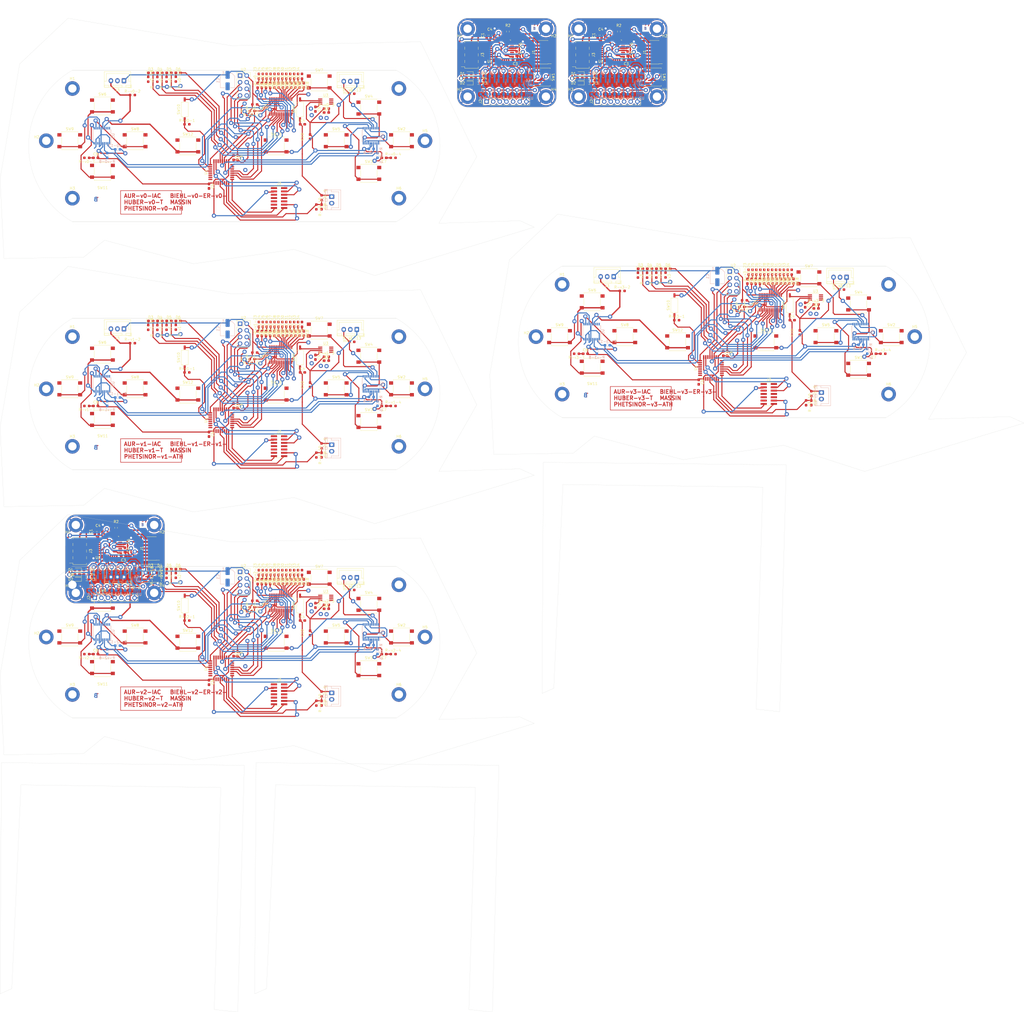
<source format=kicad_pcb>
(kicad_pcb (version 20221018) (generator pcbnew)
  (layers (0 "F.Cu" signal) (31 "B.Cu" signal) (34 "B.Paste" user) (35 "F.Paste" user) (36 "B.SilkS" user "B.Silkscreen") (37 "F.SilkS" user "F.Silkscreen") (38 "B.Mask" user) (39 "F.Mask" user) (44 "Edge.Cuts" user))
  (net 0 "")
  (net 1 "Glob_Alim-v0-")
  (net 2 "GND-v0-")
  (net 3 "POWER-v0-_CHECK-v0-")
  (net 4 "L-v0-i-ion-v0-")
  (net 5 "Net-(C7-Pad1)-v0-")
  (net 6 "Net-(C8-Pad1)-v0-")
  (net 7 "Net-(U3-BP)-v0-")
  (net 8 "Net-(D2-A)-v0-")
  (net 9 "Net-(D3-K)-v0-")
  (net 10 "Net-(D3-A)-v0-")
  (net 11 "Net-(D4-K)-v0-")
  (net 12 "Net-(D4-A)-v0-")
  (net 13 "Net-(D5-K)-v0-")
  (net 14 "Net-(D5-A)-v0-")
  (net 15 "Net-(D6-K)-v0-")
  (net 16 "Net-(D6-A)-v0-")
  (net 17 "Net-(D7-K)-v0-")
  (net 18 "Net-(D7-A)-v0-")
  (net 19 "Net-(D8-K)-v0-")
  (net 20 "Net-(D8-A)-v0-")
  (net 21 "Net-(D9-K)-v0-")
  (net 22 "Net-(D9-A)-v0-")
  (net 23 "Net-(D10-K)-v0-")
  (net 24 "Net-(D10-A)-v0-")
  (net 25 "Net-(D11-K)-v0-")
  (net 26 "Net-(D11-A)-v0-")
  (net 27 "Net-(D12-K)-v0-")
  (net 28 "Net-(D12-A)-v0-")
  (net 29 "Net-(D13-K)-v0-")
  (net 30 "Net-(D13-A)-v0-")
  (net 31 "Net-(D14-K)-v0-")
  (net 32 "Net-(D14-A)-v0-")
  (net 33 "Net-(D15-K)-v0-")
  (net 34 "Net-(D15-A)-v0-")
  (net 35 "Net-(D16-K)-v0-")
  (net 36 "Net-(D16-A)-v0-")
  (net 37 "Net-(D17-K)-v0-")
  (net 38 "Net-(D17-A)-v0-")
  (net 39 "Net-(D18-K)-v0-")
  (net 40 "Net-(D18-A)-v0-")
  (net 43 "SWDIO-v0-")
  (net 44 "SWDCK-v0-")
  (net 48 "R-v0-eset_Buton -v0-")
  (net 49 "USAR-v0-T2_R-v0-X-v0-")
  (net 50 "USAR-v0-T2_TX-v0-")
  (net 51 "R-v0-")
  (net 52 "L-v0-")
  (net 53 "NES{slash}SNES_switcher-v0-")
  (net 54 "DIO{slash}EX_CL-v0-K")
  (net 55 "DIO{slash}EX_SDA-v0-")
  (net 56 "DIODE_OE-v0-")
  (net 57 "Net-(#FL-v0-G05-pwr)")
  (net 58 "A_Button-v0-")
  (net 59 "B_Button-v0-")
  (net 60 "X_Button-v0-")
  (net 61 "Y_Button-v0-")
  (net 62 "UC_Button-v0-")
  (net 63 "Order_Search-v0-")
  (net 64 "L-v0-C_Button")
  (net 65 "R-v0-C_Button")
  (net 66 "DC_Button-v0-")
  (net 67 "ST_Button-v0-")
  (net 68 "SE_Button-v0-")
  (net 73 "Pin_Clock-v0-")
  (net 74 "Digital_Out_Put-v0-")
  (net 75 "MOSI-v0-")
  (net 79 "R-v0-X{slash}TX")
  (net 81 "CSN_nR-v0-F24")
  (net 99 "Glob_Alim-v1-")
  (net 100 "GND-v1-")
  (net 101 "POWER-v1-_CHECK-v1-")
  (net 102 "L-v1-i-ion-v1-")
  (net 103 "Net-(C7-Pad1)-v1-")
  (net 104 "Net-(C8-Pad1)-v1-")
  (net 105 "Net-(U3-BP)-v1-")
  (net 106 "Net-(D2-A)-v1-")
  (net 107 "Net-(D3-K)-v1-")
  (net 108 "Net-(D3-A)-v1-")
  (net 109 "Net-(D4-K)-v1-")
  (net 110 "Net-(D4-A)-v1-")
  (net 111 "Net-(D5-K)-v1-")
  (net 112 "Net-(D5-A)-v1-")
  (net 113 "Net-(D6-K)-v1-")
  (net 114 "Net-(D6-A)-v1-")
  (net 115 "Net-(D7-K)-v1-")
  (net 116 "Net-(D7-A)-v1-")
  (net 117 "Net-(D8-K)-v1-")
  (net 118 "Net-(D8-A)-v1-")
  (net 119 "Net-(D9-K)-v1-")
  (net 120 "Net-(D9-A)-v1-")
  (net 121 "Net-(D10-K)-v1-")
  (net 122 "Net-(D10-A)-v1-")
  (net 123 "Net-(D11-K)-v1-")
  (net 124 "Net-(D11-A)-v1-")
  (net 125 "Net-(D12-K)-v1-")
  (net 126 "Net-(D12-A)-v1-")
  (net 127 "Net-(D13-K)-v1-")
  (net 128 "Net-(D13-A)-v1-")
  (net 129 "Net-(D14-K)-v1-")
  (net 130 "Net-(D14-A)-v1-")
  (net 131 "Net-(D15-K)-v1-")
  (net 132 "Net-(D15-A)-v1-")
  (net 133 "Net-(D16-K)-v1-")
  (net 134 "Net-(D16-A)-v1-")
  (net 135 "Net-(D17-K)-v1-")
  (net 136 "Net-(D17-A)-v1-")
  (net 137 "Net-(D18-K)-v1-")
  (net 138 "Net-(D18-A)-v1-")
  (net 141 "SWDIO-v1-")
  (net 142 "SWDCK-v1-")
  (net 146 "R-v1-eset_Buton -v1-")
  (net 147 "USAR-v1-T2_R-v1-X-v1-")
  (net 148 "USAR-v1-T2_TX-v1-")
  (net 149 "R-v1-")
  (net 150 "L-v1-")
  (net 151 "NES{slash}SNES_switcher-v1-")
  (net 152 "DIO{slash}EX_CL-v1-K")
  (net 153 "DIO{slash}EX_SDA-v1-")
  (net 154 "DIODE_OE-v1-")
  (net 155 "Net-(#FL-v1-G05-pwr)")
  (net 156 "A_Button-v1-")
  (net 157 "B_Button-v1-")
  (net 158 "X_Button-v1-")
  (net 159 "Y_Button-v1-")
  (net 160 "UC_Button-v1-")
  (net 161 "Order_Search-v1-")
  (net 162 "L-v1-C_Button")
  (net 163 "R-v1-C_Button")
  (net 164 "DC_Button-v1-")
  (net 165 "ST_Button-v1-")
  (net 166 "SE_Button-v1-")
  (net 171 "Pin_Clock-v1-")
  (net 172 "Digital_Out_Put-v1-")
  (net 173 "MOSI-v1-")
  (net 177 "R-v1-X{slash}TX")
  (net 179 "CSN_nR-v1-F24")
  (net 197 "Glob_Alim-v2-")
  (net 198 "GND-v2-")
  (net 199 "POWER-v2-_CHECK-v2-")
  (net 200 "L-v2-i-ion-v2-")
  (net 201 "Net-(C7-Pad1)-v2-")
  (net 202 "Net-(C8-Pad1)-v2-")
  (net 203 "Net-(U3-BP)-v2-")
  (net 204 "Net-(D2-A)-v2-")
  (net 205 "Net-(D3-K)-v2-")
  (net 206 "Net-(D3-A)-v2-")
  (net 207 "Net-(D4-K)-v2-")
  (net 208 "Net-(D4-A)-v2-")
  (net 209 "Net-(D5-K)-v2-")
  (net 210 "Net-(D5-A)-v2-")
  (net 211 "Net-(D6-K)-v2-")
  (net 212 "Net-(D6-A)-v2-")
  (net 213 "Net-(D7-K)-v2-")
  (net 214 "Net-(D7-A)-v2-")
  (net 215 "Net-(D8-K)-v2-")
  (net 216 "Net-(D8-A)-v2-")
  (net 217 "Net-(D9-K)-v2-")
  (net 218 "Net-(D9-A)-v2-")
  (net 219 "Net-(D10-K)-v2-")
  (net 220 "Net-(D10-A)-v2-")
  (net 221 "Net-(D11-K)-v2-")
  (net 222 "Net-(D11-A)-v2-")
  (net 223 "Net-(D12-K)-v2-")
  (net 224 "Net-(D12-A)-v2-")
  (net 225 "Net-(D13-K)-v2-")
  (net 226 "Net-(D13-A)-v2-")
  (net 227 "Net-(D14-K)-v2-")
  (net 228 "Net-(D14-A)-v2-")
  (net 229 "Net-(D15-K)-v2-")
  (net 230 "Net-(D15-A)-v2-")
  (net 231 "Net-(D16-K)-v2-")
  (net 232 "Net-(D16-A)-v2-")
  (net 233 "Net-(D17-K)-v2-")
  (net 234 "Net-(D17-A)-v2-")
  (net 235 "Net-(D18-K)-v2-")
  (net 236 "Net-(D18-A)-v2-")
  (net 239 "SWDIO-v2-")
  (net 240 "SWDCK-v2-")
  (net 244 "R-v2-eset_Buton -v2-")
  (net 245 "USAR-v2-T2_R-v2-X-v2-")
  (net 246 "USAR-v2-T2_TX-v2-")
  (net 247 "R-v2-")
  (net 248 "L-v2-")
  (net 249 "NES{slash}SNES_switcher-v2-")
  (net 250 "DIO{slash}EX_CL-v2-K")
  (net 251 "DIO{slash}EX_SDA-v2-")
  (net 252 "DIODE_OE-v2-")
  (net 253 "Net-(#FL-v2-G05-pwr)")
  (net 254 "A_Button-v2-")
  (net 255 "B_Button-v2-")
  (net 256 "X_Button-v2-")
  (net 257 "Y_Button-v2-")
  (net 258 "UC_Button-v2-")
  (net 259 "Order_Search-v2-")
  (net 260 "L-v2-C_Button")
  (net 261 "R-v2-C_Button")
  (net 262 "DC_Button-v2-")
  (net 263 "ST_Button-v2-")
  (net 264 "SE_Button-v2-")
  (net 269 "Pin_Clock-v2-")
  (net 270 "Digital_Out_Put-v2-")
  (net 271 "MOSI-v2-")
  (net 275 "R-v2-X{slash}TX")
  (net 277 "CSN_nR-v2-F24")
  (net 295 "Glob_Alim-v3-")
  (net 296 "GND-v3-")
  (net 297 "POWER-v3-_CHECK-v3-")
  (net 298 "L-v3-i-ion-v3-")
  (net 299 "Net-(C7-Pad1)-v3-")
  (net 300 "Net-(C8-Pad1)-v3-")
  (net 301 "Net-(U3-BP)-v3-")
  (net 302 "Net-(D2-A)-v3-")
  (net 303 "Net-(D3-K)-v3-")
  (net 304 "Net-(D3-A)-v3-")
  (net 305 "Net-(D4-K)-v3-")
  (net 306 "Net-(D4-A)-v3-")
  (net 307 "Net-(D5-K)-v3-")
  (net 308 "Net-(D5-A)-v3-")
  (net 309 "Net-(D6-K)-v3-")
  (net 310 "Net-(D6-A)-v3-")
  (net 311 "Net-(D7-K)-v3-")
  (net 312 "Net-(D7-A)-v3-")
  (net 313 "Net-(D8-K)-v3-")
  (net 314 "Net-(D8-A)-v3-")
  (net 315 "Net-(D9-K)-v3-")
  (net 316 "Net-(D9-A)-v3-")
  (net 317 "Net-(D10-K)-v3-")
  (net 318 "Net-(D10-A)-v3-")
  (net 319 "Net-(D11-K)-v3-")
  (net 320 "Net-(D11-A)-v3-")
  (net 321 "Net-(D12-K)-v3-")
  (net 322 "Net-(D12-A)-v3-")
  (net 323 "Net-(D13-K)-v3-")
  (net 324 "Net-(D13-A)-v3-")
  (net 325 "Net-(D14-K)-v3-")
  (net 326 "Net-(D14-A)-v3-")
  (net 327 "Net-(D15-K)-v3-")
  (net 328 "Net-(D15-A)-v3-")
  (net 329 "Net-(D16-K)-v3-")
  (net 330 "Net-(D16-A)-v3-")
  (net 331 "Net-(D17-K)-v3-")
  (net 332 "Net-(D17-A)-v3-")
  (net 333 "Net-(D18-K)-v3-")
  (net 334 "Net-(D18-A)-v3-")
  (net 337 "SWDIO-v3-")
  (net 338 "SWDCK-v3-")
  (net 342 "R-v3-eset_Buton -v3-")
  (net 343 "USAR-v3-T2_R-v3-X-v3-")
  (net 344 "USAR-v3-T2_TX-v3-")
  (net 345 "R-v3-")
  (net 346 "L-v3-")
  (net 347 "NES{slash}SNES_switcher-v3-")
  (net 348 "DIO{slash}EX_CL-v3-K")
  (net 349 "DIO{slash}EX_SDA-v3-")
  (net 350 "DIODE_OE-v3-")
  (net 351 "Net-(#FL-v3-G05-pwr)")
  (net 352 "A_Button-v3-")
  (net 353 "B_Button-v3-")
  (net 354 "X_Button-v3-")
  (net 355 "Y_Button-v3-")
  (net 356 "UC_Button-v3-")
  (net 357 "Order_Search-v3-")
  (net 358 "L-v3-C_Button")
  (net 359 "R-v3-C_Button")
  (net 360 "DC_Button-v3-")
  (net 361 "ST_Button-v3-")
  (net 362 "SE_Button-v3-")
  (net 367 "Pin_Clock-v3-")
  (net 368 "Digital_Out_Put-v3-")
  (net 369 "MOSI-v3-")
  (net 373 "R-v3-X{slash}TX")
  (net 375 "CSN_nR-v3-F24")
  (net 393 "+5V-v7-")
  (net 394 "GND-v7-")
  (net 395 "+3.3V-v7-")
  (net 396 "Net-(D1-K)-v7-")
  (net 398 "Net-(D3-K)-v7-")
  (net 399 "Status_LED-v7-")
  (net 400 "Data_Clock_SNES-v7-")
  (net 401 "Data_Latch_SNES-v7-")
  (net 402 "Net-(D2-K)-v7-")
  (net 403 "Serial_Data1_SNES-v7-")
  (net 404 "Serial_Data2_SNES-v7-")
  (net 405 "SPI_Chip_Select-v7-")
  (net 406 "Chip_Enable-v7-")
  (net 407 "SPI_Digital_Input-v7-")
  (net 408 "SPI_Clock-v7-")
  (net 409 "SPI_Digital_Output-v7-")
  (net 410 "IOBit_SNES-v7-")
  (net 411 "Data_Clock_STM32-v7-")
  (net 412 "Data_Latch_STM32-v7-")
  (net 413 "Appairing_Btn-v7-")
  (net 414 "Net-(U2-BP)-v7-")
  (net 415 "SWDIO-v7-")
  (net 416 "SWDCK-v7-")
  (net 419 "NRST-v7-")
  (net 420 "USART2_RX-v7-")
  (net 421 "USART2_TX-v7-")
  (net 422 "Serial_Data1_STM32-v7-")
  (net 423 "IOBit_STM32-v7-")
  (net 424 "Serial_Data2_STM32-v7-")
  (net 438 "+5V-v8-")
  (net 439 "GND-v8-")
  (net 440 "+3.3V-v8-")
  (net 441 "Net-(D1-K)-v8-")
  (net 443 "Net-(D3-K)-v8-")
  (net 444 "Status_LED-v8-")
  (net 445 "Data_Clock_SNES-v8-")
  (net 446 "Data_Latch_SNES-v8-")
  (net 447 "Net-(D2-K)-v8-")
  (net 448 "Serial_Data1_SNES-v8-")
  (net 449 "Serial_Data2_SNES-v8-")
  (net 450 "SPI_Chip_Select-v8-")
  (net 451 "Chip_Enable-v8-")
  (net 452 "SPI_Digital_Input-v8-")
  (net 453 "SPI_Clock-v8-")
  (net 454 "SPI_Digital_Output-v8-")
  (net 455 "IOBit_SNES-v8-")
  (net 456 "Data_Clock_STM32-v8-")
  (net 457 "Data_Latch_STM32-v8-")
  (net 458 "Appairing_Btn-v8-")
  (net 459 "Net-(U2-BP)-v8-")
  (net 460 "SWDIO-v8-")
  (net 461 "SWDCK-v8-")
  (net 464 "NRST-v8-")
  (net 465 "USART2_RX-v8-")
  (net 466 "USART2_TX-v8-")
  (net 467 "Serial_Data1_STM32-v8-")
  (net 468 "IOBit_STM32-v8-")
  (net 469 "Serial_Data2_STM32-v8-")
  (net 483 "+5V-v9-")
  (net 484 "GND-v9-")
  (net 485 "+3.3V-v9-")
  (net 486 "Net-(D1-K)-v9-")
  (net 488 "Net-(D3-K)-v9-")
  (net 489 "Status_LED-v9-")
  (net 490 "Data_Clock_SNES-v9-")
  (net 491 "Data_Latch_SNES-v9-")
  (net 492 "Net-(D2-K)-v9-")
  (net 493 "Serial_Data1_SNES-v9-")
  (net 494 "Serial_Data2_SNES-v9-")
  (net 495 "SPI_Chip_Select-v9-")
  (net 496 "Chip_Enable-v9-")
  (net 497 "SPI_Digital_Input-v9-")
  (net 498 "SPI_Clock-v9-")
  (net 499 "SPI_Digital_Output-v9-")
  (net 500 "IOBit_SNES-v9-")
  (net 501 "Data_Clock_STM32-v9-")
  (net 502 "Data_Latch_STM32-v9-")
  (net 503 "Appairing_Btn-v9-")
  (net 504 "Net-(U2-BP)-v9-")
  (net 505 "SWDIO-v9-")
  (net 506 "SWDCK-v9-")
  (net 509 "NRST-v9-")
  (net 510 "USART2_RX-v9-")
  (net 511 "USART2_TX-v9-")
  (net 512 "Serial_Data1_STM32-v9-")
  (net 513 "IOBit_STM32-v9-")
  (net 514 "Serial_Data2_STM32-v9-")
  (footprint "R-v3-esistor_SMD:R-v3-_0603_1608Metric_Pad0.98x0.95mm_HandSolder" (layer "F.Cu") (at 311.838491 144.932725 -90)
    (fp_text reference "R-v3-9")
    (fp_text value "1M")
  )
  (footprint "L-v1-ED_SMD:L-v1-ED_0603_1608Metric_Pad1.05x0.95mm_HandSolder" (layer "F.Cu") (at 111.113491 121.932725 -90)
    (fp_text reference "D14")
    (fp_text value "O4")
  )
  (footprint "MountingHole:MountingHole_3.2mm_M3_DIN965_Pad" (layer "F.Cu") (at 163.938491 143.132725)
    (fp_text reference "H5")
    (fp_text value "MountingHole_Pad")
  )
  (footprint "R-v3-esistor_SMD:R-v3-_0603_1608Metric_Pad0.98x0.95mm_HandSolder" (layer "F.Cu") (at 323.438491 105.132725)
    (fp_text reference "R-v3-13")
    (fp_text value "1K")
  )
  (footprint "L-v0-ED_SMD:L-v0-ED_0603_1608Metric_Pad1.05x0.95mm_HandSolder" (layer "F.Cu") (at 103.063491 26.957725 -90)
    (fp_text reference "D9")
    (fp_text value "G7")
  )
  (footprint "Button_Switch_SMD:SW_SPST_B3S-1000" (layer "F.Cu") (at 27.938491 238.132725)
    (fp_text reference "SW9")
    (fp_text value "SW_Push")
  )
  (footprint "L-v0-ED_SMD:L-v0-ED_0603_1608Metric_Pad1.05x0.95mm_HandSolder" (layer "F.Cu") (at 104.663491 26.957725 -90)
    (fp_text reference "D10")
    (fp_text value "G8")
  )
  (footprint "L-v0-ED_SMD:L-v0-ED_0603_1608Metric_Pad1.05x0.95mm_HandSolder" (layer "F.Cu") (at 69.438491 22.132725)
    (fp_text reference "D6")
    (fp_text value "G4")
  )
  (footprint "L-v0-ED_SMD:L-v0-ED_0603_1608Metric_Pad1.05x0.95mm_HandSolder" (layer "F.Cu") (at 126.198491 37.332725)
    (fp_text reference "D2")
    (fp_text value "L-v0-ED_Small")
  )
  (footprint "L-v2-ED_SMD:L-v2-ED_0603_1608Metric_Pad1.05x0.95mm_HandSolder" (layer "F.Cu") (at 126.198491 227.332725)
    (fp_text reference "D2")
    (fp_text value "L-v2-ED_Small")
  )
  (footprint "R-v3-esistor_SMD:R-v3-_0603_1608Metric_Pad0.98x0.95mm_HandSolder" (layer "F.Cu") (at 252.488491 99.607725 -90)
    (fp_text reference "R-v3-21")
    (fp_text value "1K")
  )
  (footprint "R-v3-esistor_SMD:R-v3-_0603_1608Metric_Pad0.98x0.95mm_HandSolder" (layer "F.Cu") (at 295.338491 98.445225 90)
    (fp_text reference "R-v3-28")
    (fp_text value "1K")
  )
  (footprint "L-v1-ED_SMD:L-v1-ED_0603_1608Metric_Pad1.05x0.95mm_HandSolder" (layer "F.Cu") (at 117.538491 121.932725 -90)
    (fp_text reference "D18")
    (fp_text value "R-v1-4")
  )
  (footprint "Connector_PinHeader_2.54mm:PinHeader_2x04_P2.54mm_Vertical" (layer "F.Cu") (at 93.138491 118.192725)
    (fp_text reference "U2")
    (fp_text value "nR-v1-F24_Full")
  )
  (footprint "MountingHole:MountingHole_3.2mm_M3_DIN965_Pad" (layer "F.Cu") (at 28.938491 165.132725)
    (fp_text reference "H3")
    (fp_text value "MountingHole_Pad")
  )
  (footprint "Capacitor_SMD:C_0603_1608Metric_Pad1.08x0.95mm_HandSolder" (layer "F.Cu") (at 37.846467 149.682725)
    (fp_text reference "C8")
    (fp_text value "100nF")
  )
  (footprint "R-v3-esistor_SMD:R-v3-_0603_1608Metric_Pad0.98x0.95mm_HandSolder" (layer "F.Cu") (at 313.698491 110.808725)
    (fp_text reference "R-v3-3")
    (fp_text value "1K")
  )
  (footprint "Capacitor_SMD:C_0603_1608Metric_Pad1.08x0.95mm_HandSolder" (layer "F.Cu") (at 81.240491 160.526725 -90)
    (fp_text reference "C5")
    (fp_text value "100n")
  )
  (footprint "R-v2-esistor_SMD:R-v2-_0603_1608Metric_Pad0.98x0.95mm_HandSolder" (layer "F.Cu") (at 116.838491 213.445225 90)
    (fp_text reference "R-v2-34")
    (fp_text value "1K")
  )
  (footprint "L-v0-ED_SMD:L-v0-ED_0603_1608Metric_Pad1.05x0.95mm_HandSolder" (layer "F.Cu") (at 58.938491 22.132725)
    (fp_text reference "D3")
    (fp_text value "G1")
  )
  (footprint "Button_Switch_SMD:SW_SPST_B3S-1000" (layer "F.Cu") (at 40.438491 224.832725)
    (fp_text reference "SW6")
    (fp_text value "SW_Push")
  )
  (footprint "Button_Switch_SMD:SW_SPST_B3S-1000" (layer "F.Cu") (at 260.648491 125.132725)
    (fp_text reference "SW12")
    (fp_text value "SW_Push")
  )
  (footprint "R-v1-esistor_SMD:R-v1-_0603_1608Metric_Pad0.98x0.95mm_HandSolder" (layer "F.Cu") (at 122.338491 168.470225 -90)
    (fp_text reference "R-v1-10")
    (fp_text value "1M")
  )
  (footprint "Button_Switch_SMD:SW_SPST_B3S-1000" (layer "F.Cu") (at 123.438491 215.632725)
    (fp_text reference "SW7")
    (fp_text value "SW_SPST")
  )
  (footprint "MountingHole:MountingHole_3.2mm_M3_DIN965_Pad" (layer "F.Cu") (at 60.25 195.25)
    (fp_text reference "H2")
    (fp_text value "MountingHole_Pad")
  )
  (footprint "Button_Switch_SMD:SW_SPST_B3S-1000" (layer "F.Cu") (at 27.938491 143.132725)
    (fp_text reference "SW9")
    (fp_text value "SW_Push")
  )
  (footprint "L-v3-ED_SMD:L-v3-ED_0603_1608Metric_Pad1.05x0.95mm_HandSolder" (layer "F.Cu") (at 287.363491 101.957725 -90)
    (fp_text reference "D7")
    (fp_text value "G5")
  )
  (footprint "Button_Switch_SMD:SW_SPST_B3S-1000" (layer "F.Cu") (at 208.75 23.75 180)
    (fp_text reference "SW1")
    (fp_text value "SW_SPST")
  )
  (footprint "R-v2-esistor_SMD:R-v2-_0603_1608Metric_Pad0.98x0.95mm_HandSolder" (layer "F.Cu") (at 97.748491 226.732725 180)
    (fp_text reference "R-v2-11")
    (fp_text value "10K")
  )
  (footprint "L-v0-ED_SMD:L-v0-ED_0603_1608Metric_Pad1.05x0.95mm_HandSolder" (layer "F.Cu") (at 101.462491 26.957725 -90)
    (fp_text reference "D8")
    (fp_text value "G6")
  )
  (footprint "MountingHole:MountingHole_3.2mm_M3_DIN965_Pad" (layer "F.Cu") (at 351.438491 123.132725)
    (fp_text reference "H5")
    (fp_text value "MountingHole_Pad")
  )
  (footprint "Capacitor_SMD:C_0603_1608Metric_Pad1.08x0.95mm_HandSolder" (layer "F.Cu") (at 39.05 197.75 90)
    (fp_text reference "C4")
    (fp_text value "100n")
  )
  (footprint "Button_Switch_SMD:SW_SPST_B3S-1000" (layer "F.Cu") (at 129.938491 238.132725)
    (fp_text reference "SW5")
    (fp_text value "SW_Push")
  )
  (footprint "Connector_PinHeader_2.54mm:PinHeader_2x04_P2.54mm_Vertical" (layer "F.Cu") (at 93.138491 23.192725)
    (fp_text reference "U2")
    (fp_text value "nR-v0-F24_Full")
  )
  (footprint "R-v1-esistor_SMD:R-v1-_0603_1608Metric_Pad0.98x0.95mm_HandSolder" (layer "F.Cu") (at 97.748491 131.732725 180)
    (fp_text reference "R-v1-11")
    (fp_text value "10K")
  )
  (footprint "Capacitor_SMD:C_0603_1608Metric_Pad1.08x0.95mm_HandSolder" (layer "F.Cu") (at 311.838491 148.470225 -90)
    (fp_text reference "C2")
    (fp_text value "1nF")
  )
  (footprint "R-v1-esistor_SMD:R-v1-_0603_1608Metric_Pad0.98x0.95mm_HandSolder" (layer "F.Cu") (at 34.446467 149.682725 180)
    (fp_text reference "R-v1-7")
    (fp_text value "1k")
  )
  (footprint "Diode_SMD:D_0603_1608Metric_Pad1.05x0.95mm_HandSolder" (layer "F.Cu") (at 180.76875 22.45 180)
    (fp_text reference "D1")
    (fp_text value "LED_Small")
  )
  (footprint "Connector_PinHeader_1.27mm:PinHeader_2x07_P1.27mm_Vertical_SMD" (layer "F.Cu") (at 108.063491 260.072725)
    (fp_text reference "J2")
    (fp_text value "Conn_02x07_Odd_Even")
  )
  (footprint "L-v1-ED_SMD:L-v1-ED_0603_1608Metric_Pad1.05x0.95mm_HandSolder" (layer "F.Cu") (at 101.462491 121.957725 -90)
    (fp_text reference "D8")
    (fp_text value "G6")
  )
  (footprint "Package_SO:TSSOP-28_4.4x9.7mm_P0.65mm" (layer "F.Cu") (at 108.672491 35.046725 90)
    (fp_text reference "U4")
    (fp_text value "PCA9685PW")
  )
  (footprint "L-v1-ED_SMD:L-v1-ED_0603_1608Metric_Pad1.05x0.95mm_HandSolder" (layer "F.Cu") (at 103.063491 121.957725 -90)
    (fp_text reference "D9")
    (fp_text value "G7")
  )
  (footprint "Diode_SMD:D_0603_1608Metric_Pad1.05x0.95mm_HandSolder" (layer "F.Cu") (at 30.76875 214.25 180)
    (fp_text reference "D3")
    (fp_text value "LED")
  )
  (footprint "MountingHole:MountingHole_3.2mm_M3_DIN965_Pad" (layer "F.Cu") (at 18.938491 143.132725)
    (fp_text reference "H2")
    (fp_text value "MountingHole_Pad")
  )
  (footprint "MountingHole:MountingHole_3.2mm_M3_DIN965_Pad" (layer "F.Cu") (at 28.938491 218.132725)
    (fp_text reference "H1")
    (fp_text value "MountingHole_Pad")
  )
  (footprint "R-v0-esistor_SMD:R-v0-_0603_1608Metric_Pad0.98x0.95mm_HandSolder" (layer "F.Cu") (at 51.938491 30.632725)
    (fp_text reference "R-v0-2")
    (fp_text value "1K")
  )
  (footprint "Button_Switch_SMD:SW_SPST_B3S-1000" (layer "F.Cu") (at 317.438491 123.132725)
    (fp_text reference "SW5")
    (fp_text value "SW_Push")
  )
  (footprint "Button_Switch_SMD:SW_DIP_SPSTx01_Slide_Copal_CHS-01B_W7.62mm_P1.27mm" (layer "F.Cu") (at 303.608491 111.132725 90)
    (fp_text reference "SW1")
    (fp_text value "SW_DIP_x01")
  )
  (footprint "Resistor_SMD:R_0603_1608Metric_Pad0.98x0.95mm_HandSolder" (layer "F.Cu") (at 184.26875 22.45)
    (fp_text reference "R1")
    (fp_text value "1k")
  )
  (footprint "MountingHole:MountingHole_3.2mm_M3_DIN965_Pad" (layer "F.Cu") (at 163.938491 48.132725)
    (fp_text reference "H5")
    (fp_text value "MountingHole_Pad")
  )
  (footprint "Capacitor_SMD:C_0603_1608Metric_Pad1.08x0.95mm_HandSolder" (layer "F.Cu") (at 121.988491 131.032725 -90)
    (fp_text reference "C9")
    (fp_text value "470p")
  )
  (footprint "R-v1-esistor_SMD:R-v1-_0603_1608Metric_Pad0.98x0.95mm_HandSolder" (layer "F.Cu") (at 100.338491 118.445225 90)
    (fp_text reference "R-v1-23")
    (fp_text value "1K")
  )
  (footprint "R-v1-esistor_SMD:R-v1-_0603_1608Metric_Pad0.98x0.95mm_HandSolder" (layer "F.Cu") (at 113.838491 118.445225 90)
    (fp_text reference "R-v1-32")
    (fp_text value "1K")
  )
  (footprint "Button_Switch_SMD:SW_SPST_B3S-1000" (layer "F.Cu") (at 142.438491 130.632725)
    (fp_text reference "SW4")
    (fp_text value "SW_Push")
  )
  (footprint "R-v3-esistor_SMD:R-v3-_0603_1608Metric_Pad0.98x0.95mm_HandSolder" (layer "F.Cu") (at 299.838491 98.445225 90)
    (fp_text reference "R-v3-31")
    (fp_text value "1K")
  )
  (footprint "L-v1-ED_SMD:L-v1-ED_0603_1608Metric_Pad1.05x0.95mm_HandSolder" (layer "F.Cu") (at 114.313491 121.932725 -90)
    (fp_text reference "D16")
    (fp_text value "R-v1-2")
  )
  (footprint "R-v2-esistor_SMD:R-v2-_0603_1608Metric_Pad0.98x0.95mm_HandSolder" (layer "F.Cu") (at 110.838491 213.445225 90)
    (fp_text reference "R-v2-30")
    (fp_text value "1K")
  )
  (footprint "Capacitor_SMD:C_0603_1608Metric_Pad1.08x0.95mm_HandSolder" (layer "F.Cu") (at 37.846467 244.682725)
    (fp_text reference "C8")
    (fp_text value "100nF")
  )
  (footprint "L-v0-ED_SMD:L-v0-ED_0603_1608Metric_Pad1.05x0.95mm_HandSolder" (layer "F.Cu") (at 111.113491 26.932725 -90)
    (fp_text reference "D14")
    (fp_text value "O4")
  )
  (footprint "Button_Switch_SMD:SW_SPST_B3S-1000" (layer "F.Cu") (at 154.938491 143.132725)
    (fp_text reference "SW2")
    (fp_text value "SW_Push")
  )
  (footprint "MountingHole:MountingHole_3.2mm_M3_DIN965_Pad" (layer "F.Cu") (at 252.75 5.25)
    (fp_text reference "H2")
    (fp_text value "MountingHole_Pad")
  )
  (footprint "R-v2-esistor_SMD:R-v2-_0603_1608Metric_Pad0.98x0.95mm_HandSolder" (layer "F.Cu") (at 72.788491 231.832725)
    (fp_text reference "R-v2-1")
    (fp_text value "1K")
  )
  (footprint "Button_Switch_SMD:SW_SPST_B3S-1000" (layer "F.Cu") (at 142.438491 60.632725)
    (fp_text reference "SW3")
    (fp_text value "SW_Push")
  )
  (footprint "MountingHole:MountingHole_3.2mm_M3_DIN965_Pad" (layer "F.Cu") (at 341.438491 103.132725)
    (fp_text reference "H4")
    (fp_text value "MountingHole_Pad")
  )
  (footprint "Button_Switch_SMD:SW_SPST_B3S-1000" (layer "F.Cu") (at 154.938491 238.132725)
    (fp_text reference "SW2")
    (fp_text value "SW_Push")
  )
  (footprint "Capacitor_SMD:C_0603_1608Metric_Pad1.08x0.95mm_HandSolder" (layer "F.Cu") (at 90.638491 54.604725 -90)
    (fp_text reference "C3")
    (fp_text value "100n")
  )
  (footprint "Connector_PinHeader_1.27mm:PinHeader_2x07_P1.27mm_Vertical_SMD" (layer "F.Cu") (at 59.25 204.25 180)
    (fp_text reference "J1")
    (fp_text value "Conn_02x07_Odd_Even")
  )
  (footprint "MountingHole:MountingHole_3.2mm_M3_DIN965_Pad" (layer "F.Cu") (at 28.938491 70.132725)
    (fp_text reference "H3")
    (fp_text value "MountingHole_Pad")
  )
  (footprint "R-v1-esistor_SMD:R-v1-_0603_1608Metric_Pad0.98x0.95mm_HandSolder" (layer "F.Cu") (at 124.338491 164.932725 -90)
    (fp_text reference "R-v1-9")
    (fp_text value "1M")
  )
  (footprint "Connector_PinSocket_2.54mm:PinSocket_2x04_P2.54mm_Vertical_SMD" (layer "F.Cu") (at 224.25 15.25 180)
    (fp_text reference "J3")
    (fp_text value "Conn_01x08_Socket")
  )
  (footprint "Resistor_SMD:R_0603_1608Metric_Pad0.98x0.95mm_HandSolder" (layer "F.Cu") (at 226.76875 26.05)
    (fp_text reference "R3")
    (fp_text value "1k")
  )
  (footprint "R-v1-esistor_SMD:R-v1-_0603_1608Metric_Pad0.98x0.95mm_HandSolder" (layer "F.Cu") (at 57.963491 119.607725 -90)
    (fp_text reference "R-v1-18")
    (fp_text value "1K")
  )
  (footprint "L-v2-ED_SMD:L-v2-ED_0603_1608Metric_Pad1.05x0.95mm_HandSolder" (layer "F.Cu") (at 103.063491 216.957725 -90)
    (fp_text reference "D9")
    (fp_text value "G7")
  )
  (footprint "R-v1-esistor_SMD:R-v1-_0603_1608Metric_Pad0.98x0.95mm_HandSolder" (layer "F.Cu") (at 51.938491 125.632725)
    (fp_text reference "R-v1-2")
    (fp_text value "1K")
  )
  (footprint "R-v2-esistor_SMD:R-v2-_0603_1608Metric_Pad0.98x0.95mm_HandSolder" (layer "F.Cu") (at 68.538491 214.557725 -90)
    (fp_text reference "R-v2-22")
    (fp_text value "1K")
  )
  (footprint "R-v2-esistor_SMD:R-v2-_0603_1608Metric_Pad0.98x0.95mm_HandSolder" (layer "F.Cu") (at 124.338491 259.932725 -90)
    (fp_text reference "R-v2-9")
    (fp_text value "1M")
  )
  (footprint "MountingHole:MountingHole_3.2mm_M3_DIN965_Pad" (layer "F.Cu") (at 28.938491 28.132725)
    (fp_text reference "H1")
    (fp_text value "MountingHole_Pad")
  )
  (footprint "Connector_JST:JST_XH_B3B-XH-A_1x03_P2.50mm_Vertical" (layer "F.Cu") (at 48.688491 120.157725 180)
    (fp_text reference "J3")
    (fp_text value "Conn_01x03")
  )
  (footprint "Capacitor_SMD:C_0603_1608Metric_Pad1.08x0.95mm_HandSolder" (layer "F.Cu") (at 278.138491 129.604725 -90)
    (fp_text reference "C3")
    (fp_text value "100n")
  )
  (footprint "Capacitor_SMD:C_0603_1608Metric_Pad1.08x0.95mm_HandSolder" (layer "F.Cu") (at 117.033491 41.832725)
    (fp_text reference "C4")
    (fp_text value "1u")
  )
  (footprint "L-v3-ED_SMD:L-v3-ED_0603_1608Metric_Pad1.05x0.95mm_HandSolder" (layer "F.Cu") (at 290.563491 101.957725 -90)
    (fp_text reference "D9")
    (fp_text value "G7")
  )
  (footprint "R-v2-esistor_SMD:R-v2-_0603_1608Metric_Pad0.98x0.95mm_HandSolder" (layer "F.Cu") (at 57.963491 214.607725 -90)
    (fp_text reference "R-v2-18")
    (fp_text value "1K")
  )
  (footprint "L-v1-ED_SMD:L-v1-ED_0603_1608Metric_Pad1.05x0.95mm_HandSolder" (layer "F.Cu") (at 69.438491 117.132725)
    (fp_text reference "D6")
    (fp_text value "G4")
  )
  (footprint "Button_Switch_SMD:SW_SPST_B3S-1000" (layer "F.Cu") (at 106.938491 240.132725)
    (fp_text reference "SW13")
    (fp_text value "SW_Push")
  )
  (footprint "Button_Switch_SMD:SW_SPST_B3S-1000" (layer "F.Cu") (at 251.25 23.75 180)
    (fp_text reference "SW1")
    (fp_text value "SW_SPST")
  )
  (footprint "L-v3-ED_SMD:L-v3-ED_0603_1608Metric_Pad1.05x0.95mm_HandSolder" (layer "F.Cu") (at 253.438491 97.132725)
    (fp_text reference "D5")
    (fp_text value "G3")
  )
  (footprint "Resistor_SMD:R_0603_1608Metric_Pad0.98x0.95mm_HandSolder" (layer "F.Cu") (at 45.67 196.32 90)
    (fp_text reference "R2")
    (fp_text value "10k")
  )
  (footprint "R-v0-esistor_SMD:R-v0-_0603_1608Metric_Pad0.98x0.95mm_HandSolder" (layer "F.Cu") (at 124.338491 69.932725 -90)
    (fp_text reference "R-v0-9")
    (fp_text value "1M")
  )
  (footprint "Capacitor_SMD:C_0603_1608Metric_Pad1.08x0.95mm_HandSolder" (layer "F.Cu") (at 304.533491 116.832725)
    (fp_text reference "C4")
    (fp_text value "1u")
  )
  (footprint "Capacitor_SMD:C_0603_1608Metric_Pad1.08x0.95mm_HandSolder" (layer "F.Cu") (at 241.51 14.8025 90)
    (fp_text reference "C2")
    (fp_text value "100n")
  )
  (footprint "R-v2-esistor_SMD:R-v2-_0603_1608Metric_Pad0.98x0.95mm_HandSolder" (layer "F.Cu") (at 113.838491 213.445225 90)
    (fp_text reference "R-v2-32")
    (fp_text value "1K")
  )
  (footprint "L-v1-ED_SMD:L-v1-ED_0603_1608Metric_Pad1.05x0.95mm_HandSolder" (layer "F.Cu") (at 112.713491 121.932725 -90)
    (fp_text reference "D15")
    (fp_text value "R-v1-1")
  )
  (footprint "L-v2-ED_SMD:L-v2-ED_0603_1608Metric_Pad1.05x0.95mm_HandSolder" (layer "F.Cu") (at 111.113491 216.932725 -90)
    (fp_text reference "D14")
    (fp_text value "O4")
  )
  (footprint "Package_SO:TSSOP-28_4.4x9.7mm_P0.65mm" (layer "F.Cu") (at 108.672491 130.046725 90)
    (fp_text reference "U4")
    (fp_text value "PCA9685PW")
  )
  (footprint "L-v3-ED_SMD:L-v3-ED_0603_1608Metric_Pad1.05x0.95mm_HandSolder" (layer "F.Cu") (at 249.938491 97.132725)
    (fp_text reference "D4")
    (fp_text value "G2")
  )
  (footprint "Capacitor_SMD:C_0603_1608Metric_Pad1.08x0.95mm_HandSolder" (layer "F.Cu") (at 119.933491 141.615225 -90)
    (fp_text reference "C10")
    (fp_text value "100nF")
  )
  (footprint "Capacitor_SMD:C_0603_1608Metric_Pad1.08x0.95mm_HandSolder" (layer "F.Cu") (at 92.162491 54.604725 -90)
    (fp_text reference "C6")
    (fp_text value "10u")
  )
  (footprint "MountingHole:MountingHole_3.2mm_M3_DIN965_Pad" (layer "F.Cu") (at 28.938491 260.132725)
    (fp_text reference "H3")
    (fp_text value "MountingHole_Pad")
  )
  (footprint "MountingHole:MountingHole_3.2mm_M3_DIN965_Pad" (layer "F.Cu") (at 153.938491 260.132725)
    (fp_text reference "H6")
    (fp_text value "MountingHole_Pad")
  )
  (footprint "R-v0-esistor_SMD:R-v0-_0603_1608Metric_Pad0.98x0.95mm_HandSolder" (layer "F.Cu") (at 115.338491 23.445225 90)
    (fp_text reference "R-v0-33")
    (fp_text value "1K")
  )
  (footprint "Diode_SMD:D_0603_1608Metric_Pad1.05x0.95mm_HandSolder" (layer "F.Cu") (at 223.26875 22.45 180)
    (fp_text reference "D1")
    (fp_text value "LED_Small")
  )
  (footprint "Button_Switch_SMD:SW_SPST_B3S-1000" (layer "F.Cu") (at 294.438491 125.132725)
    (fp_text reference "SW13")
    (fp_text value "SW_Push")
  )
  (footprint "Package_QFP:L-v3-QFP-32_7x7mm_P0.8mm" (layer "F.Cu") (at 273.438491 135.132725 90)
    (fp_text reference "U1")
    (fp_text value "STM32L-v3-412KBTx")
  )
  (footprint "R-v3-esistor_SMD:R-v3-_0603_1608Metric_Pad0.98x0.95mm_HandSolder" (layer "F.Cu") (at 256.038491 99.557725 -90)
    (fp_text reference "R-v3-22")
    (fp_text value "1K")
  )
  (footprint "Connector_PinHeader_1.27mm:PinHeader_2x07_P1.27mm_Vertical_SMD" (layer "F.Cu") (at 295.563491 145.072725)
    (fp_text reference "J2")
    (fp_text value "Conn_02x07_Odd_Even")
  )
  (footprint "Button_Switch_SMD:SW_SPST_B3S-1000" (layer "F.Cu") (at 40.438491 34.832725)
    (fp_text reference "SW6")
    (fp_text value "SW_Push")
  )
  (footprint "Resistor_SMD:R_0603_1608Metric_Pad0.98x0.95mm_HandSolder" (layer "F.Cu") (at 226.76875 22.45)
    (fp_text reference "R1")
    (fp_text value "1k")
  )
  (footprint "Connector_PinSocket_2.54mm:PinSocket_2x04_P2.54mm_Vertical_SMD" (layer "F.Cu") (at 181.75 15.25 180)
    (fp_text reference "J3")
    (fp_text value "Conn_01x08_Socket")
  )
  (footprint "Diode_SMD:D_0603_1608Metric_Pad1.05x0.95mm_HandSolder" (layer "F.Cu") (at 223.26875 24.25 180)
    (fp_text reference "D3")
    (fp_text value "LED")
  )
  (footprint "R-v2-esistor_SMD:R-v2-_0603_1608Metric_Pad0.98x0.95mm_HandSolder" (layer "F.Cu") (at 98.748491 224.232725 180)
    (fp_text reference "R-v2-16")
    (fp_text value "10K")
  )
  (footprint "R-v2-esistor_SMD:R-v2-_0603_1608Metric_Pad0.98x0.95mm_HandSolder" (layer "F.Cu") (at 122.338491 263.470225 -90)
    (fp_text reference "R-v2-10")
    (fp_text value "1M")
  )
  (footprint "Resistor_SMD:R_0603_1608Metric_Pad0.98x0.95mm_HandSolder" (layer "F.Cu") (at 184.26875 24.25)
    (fp_text reference "R4")
    (fp_text value "1k")
  )
  (footprint "R-v0-esistor_SMD:R-v0-_0603_1608Metric_Pad0.98x0.95mm_HandSolder" (layer "F.Cu") (at 68.538491 24.557725 -90)
    (fp_text reference "R-v0-22")
    (fp_text value "1K")
  )
  (footprint "Button_Switch_SMD:SW_SPST_B3S-1000" (layer "F.Cu") (at 52.938491 48.132725)
    (fp_text reference "SW8")
    (fp_text value "SW_Push")
  )
  (footprint "Capacitor_SMD:C_0603_1608Metric_Pad1.08x0.95mm_HandSolder" (layer "F.Cu") (at 241.0025 17.19)
    (fp_text reference "C3")
    (fp_text value "100n")
  )
  (footprint "Connector_JST:JST_XH_B3B-XH-A_1x03_P2.50mm_Vertical" (layer "F.Cu") (at 137.842491 25.394725 180)
    (fp_text reference "J4")
    (fp_text value "Conn_01x03")
  )
  (footprint "Capacitor_SMD:C_0603_1608Metric_Pad1.08x0.95mm_HandSolder" (layer "F.Cu") (at 309.488491 111.032725 -90)
    (fp_text reference "C9")
    (fp_text value "470p")
  )
  (footprint "MountingHole:MountingHole_3.2mm_M3_DIN965_Pad" (layer "F.Cu") (at 252.75 31.25)
    (fp_text reference "H4")
    (fp_text value "MountingHole_Pad")
  )
  (footprint "L-v0-ED_SMD:L-v0-ED_0603_1608Metric_Pad1.05x0.95mm_HandSolder" (layer "F.Cu") (at 112.713491 26.932725 -90)
    (fp_text reference "D15")
    (fp_text value "R-v0-1")
  )
  (footprint "Connector_PinHeader_1.27mm:PinHeader_2x07_P1.27mm_Vertical_SMD" (layer "F.Cu") (at 209.25 14.25 180)
    (fp_text reference "J1")
    (fp_text value "Conn_02x07_Odd_Even")
  )
  (footprint "R-v3-esistor_SMD:R-v3-_0603_1608Metric_Pad0.98x0.95mm_HandSolder" (layer "F.Cu") (at 245.463491 99.607725 -90)
    (fp_text reference "R-v3-18")
    (fp_text value "1K")
  )
  (footprint "L-v3-ED_SMD:L-v3-ED_0603_1608Metric_Pad1.05x0.95mm_HandSolder" (layer "F.Cu") (at 293.763491 101.957725 -90)
    (fp_text reference "D11")
    (fp_text value "O1")
  )
  (footprint "Capacitor_SMD:C_0603_1608Metric_Pad1.08x0.95mm_HandSolder" (layer "F.Cu") (at 148.250515 54.682725 180)
    (fp_text reference "C7")
    (fp_text value "100nF")
  )
  (footprint "R-v1-esistor_SMD:R-v1-_0603_1608Metric_Pad0.98x0.95mm_HandSolder" (layer "F.Cu") (at 61.463491 119.632725 -90)
    (fp_text reference "R-v1-20")
    (fp_text value "1K")
  )
  (footprint "Diode_SMD:D_0603_1608Metric_Pad1.05x0.95mm_HandSolder" (layer "F.Cu") (at 30.76875 216.05 180)
    (fp_text reference "D2")
    (fp_text value "LED_Small")
  )
  (footprint "R-v3-esistor_SMD:R-v3-_0603_1608Metric_Pad0.98x0.95mm_HandSolder" (layer "F.Cu") (at 301.338491 98.445225 90)
    (fp_text reference "R-v3-32")
    (fp_text value "1K")
  )
  (footprint "R-v0-esistor_SMD:R-v0-_0603_1608Metric_Pad0.98x0.95mm_HandSolder" (layer "F.Cu") (at 34.446467 54.682725 180)
    (fp_text reference "R-v0-7")
    (fp_text value "1k")
  )
  (footprint "Capacitor_SMD:C_0603_1608Metric_Pad1.08x0.95mm_HandSolder" (layer "F.Cu") (at 117.033491 231.832725)
    (fp_text reference "C4")
    (fp_text value "1u")
  )
  (footprint "Button_Switch_SMD:SW_SPST_B3S-1000" (layer "F.Cu") (at 227.938491 134.832725)
    (fp_text reference "SW11")
    (fp_text value "SW_Push")
  )
  (footprint "L-v0-ED_SMD:L-v0-ED_0603_1608Metric_Pad1.05x0.95mm_HandSolder" (layer "F.Cu") (at 65.938491 22.132725)
    (fp_text reference "D5")
    (fp_text value "G3")
  )
  (footprint "Capacitor_SMD:C_0603_1608Metric_Pad1.08x0.95mm_HandSolder" (layer "F.Cu") (at 199.01 14.8025 90)
    (fp_text reference "C2")
    (fp_text value "100n")
  )
  (footprint "L-v2-ED_SMD:L-v2-ED_0603_1608Metric_Pad1.05x0.95mm_HandSolder" (layer "F.Cu") (at 106.263491 216.957725 -90)
    (fp_text reference "D11")
    (fp_text value "O1")
  )
  (footprint "R-v2-esistor_SMD:R-v2-_0603_1608Metric_Pad0.98x0.95mm_HandSolder" (layer "F.Cu") (at 101.838491 213.445225 90)
    (fp_text reference "R-v2-24")
    (fp_text value "1K")
  )
  (footprint "Button_Switch_SMD:SW_SPST_B3S-1000" (layer "F.Cu") (at 142.438491 250.632725)
    (fp_text reference "SW3")
    (fp_text value "SW_Push")
  )
  (footprint "Capacitor_SMD:C_0603_1608Metric_Pad1.08x0.95mm_HandSolder" (layer "F.Cu") (at 231.55 7.75 90)
    (fp_text reference "C4")
    (fp_text value "100n")
  )
  (footprint "R-v0-esistor_SMD:R-v0-_0603_1608Metric_Pad0.98x0.95mm_HandSolder" (layer "F.Cu") (at 126.198491 35.808725)
    (fp_text reference "R-v0-3")
    (fp_text value "1K")
  )
  (footprint "R-v3-esistor_SMD:R-v3-_0603_1608Metric_Pad0.98x0.95mm_HandSolder" (layer "F.Cu") (at 339.250515 129.682725)
    (fp_text reference "R-v3-4")
    (fp_text value "1k")
  )
  (footprint "L-v0-ED_SMD:L-v0-ED_0603_1608Metric_Pad1.05x0.95mm_HandSolder" (layer "F.Cu") (at 106.263491 26.957725 -90)
    (fp_text reference "D11")
    (fp_text value "O1")
  )
  (footprint "R-v0-esistor_SMD:R-v0-_0603_1608Metric_Pad0.98x0.95mm_HandSolder" (layer "F.Cu") (at 100.338491 23.445225 90)
    (fp_text reference "R-v0-23")
    (fp_text value "1K")
  )
  (footprint "L-v1-ED_SMD:L-v1-ED_0603_1608Metric_Pad1.05x0.95mm_HandSolder" (layer "F.Cu") (at 62.438491 117.132725)
    (fp_text reference "D4")
    (fp_text value "G2")
  )
  (footprint "R-v0-esistor_SMD:R-v0-_0603_1608Metric_Pad0.98x0.95mm_HandSolder" (layer "F.Cu") (at 106.338491 23.445225 90)
    (fp_text reference "R-v0-27")
    (fp_text value "1K")
  )
  (footprint "Button_Switch_SMD:SW_DIP_SPSTx01_Slide_Copal_CHS-01B_W7.62mm_P1.27mm" (layer "F.Cu") (at 116.108491 131.132725 90)
    (fp_text reference "SW1")
    (fp_text value "SW_DIP_x01")
  )
  (footprint "MountingHole:MountingHole_3.2mm_M3_DIN965_Pad" (layer "F.Cu") (at 216.438491 145.132725)
    (fp_text reference "H3")
    (fp_text value "MountingHole_Pad")
  )
  (footprint "Button_Switch_SMD:SW_SPST_B3S-1000" (layer "F.Cu") (at 129.938491 48.132725)
    (fp_text reference "SW5")
    (fp_text value "SW_Push")
  )
  (footprint "R-v0-esistor_SMD:R-v0-_0603_1608Metric_Pad0.98x0.95mm_HandSolder" (layer "F.Cu") (at 107.838491 23.445225 90)
    (fp_text reference "R-v0-28")
    (fp_text value "1K")
  )
  (footprint "Button_Switch_SMD:SW_SPST_B3S-1000" (layer "F.Cu") (at 106.938491 145.132725)
    (fp_text reference "SW13")
    (fp_text value "SW_Push")
  )
  (footprint "L-v0-ED_SMD:L-v0-ED_0603_1608Metric_Pad1.05x0.95mm_HandSolder" (layer "F.Cu") (at 109.513491 26.932725 -90)
    (fp_text reference "D13")
    (fp_text value "O3")
  )
  (footprint "Button_Switch_SMD:SW_SPST_B3S-1000" (layer "F.Cu") (at 329.938491 135.632725)
    (fp_text reference "SW3")
    (fp_text value "SW_Push")
  )
  (footprint "Connector_PinHeader_1.27mm:PinHeader_2x07_P1.27mm_Vertical_SMD" (layer "F.Cu") (at 108.063491 70.072725)
    (fp_text reference "J2")
    (fp_text value "Conn_02x07_Odd_Even")
  )
  (footprint "R-v2-esistor_SMD:R-v2-_0603_1608Metric_Pad0.98x0.95mm_HandSolder" (layer "F.Cu") (at 109.338491 213.445225 90)
    (fp_text reference "R-v2-29")
    (fp_text value "1K")
  )
  (footprint "R-v2-esistor_SMD:R-v2-_0603_1608Metric_Pad0.98x0.95mm_HandSolder" (layer "F.Cu") (at 112.338491 213.445225 90)
    (fp_text reference "R-v2-31")
    (fp_text value "1K")
  )
  (footprint "Resistor_SMD:R_0603_1608Metric_Pad0.98x0.95mm_HandSolder" (layer "F.Cu") (at 34.26875 212.45)
    (fp_text reference "R1")
    (fp_text value "1k")
  )
  (footprint "R-v2-esistor_SMD:R-v2-_0603_1608Metric_Pad0.98x0.95mm_HandSolder" (layer "F.Cu") (at 96.748491 228.232725)
    (fp_text reference "R-v2-14")
    (fp_text value "10K")
  )
  (footprint "Button_Switch_SMD:SW_DIP_SPSTx01_Slide_Copal_CHS-01B_W7.62mm_P1.27mm" (layer "F.Cu") (at 71.938491 36.132725 90)
    (fp_text reference "SW10")
    (fp_text value "SW_DIP_x01")
  )
  (footprint "Package_QFP:LQFP-32_7x7mm_P0.8mm" (layer "F.Cu") (at 235.6 13.15 180)
    (fp_text reference "U1")
    (fp_text value "STM32L412KBTx")
  )
  (footprint "R-v0-esistor_SMD:R-v0-_0603_1608Metric_Pad0.98x0.95mm_HandSolder" (layer "F.Cu") (at 122.338491 73.470225 -90)
    (fp_text reference "R-v0-10")
    (fp_text value "1M")
  )
  (footprint "Package_SO:MSOP-8_3x3mm_P0.65mm" (layer "F.Cu") (at 125.938491 223.132725)
    (fp_text reference "U3")
    (fp_text value "MIC5219-3.3YMM")
  )
  (footprint "L-v3-ED_SMD:L-v3-ED_0603_1608Metric_Pad1.05x0.95mm_HandSolder" (layer "F.Cu") (at 301.813491 101.932725 -90)
    (fp_text reference "D16")
    (fp_text value "R-v3-2")
  )
  (footprint "R-v3-esistor_SMD:R-v3-_0603_1608Metric_Pad0.98x0.95mm_HandSolder" (layer "F.Cu") (at 309.838491 148.470225 -90)
    (fp_text reference "R-v3-10")
    (fp_text value "1M")
  )
  (footprint "Capacitor_SMD:C_0603_1608Metric_Pad1.08x0.95mm_HandSolder" (layer "F.Cu") (at 121.988491 36.032725 -90)
    (fp_text reference "C9")
    (fp_text value "470p")
  )
  (footprint "Capacitor_SMD:C_0603_1608Metric_Pad1.08x0.95mm_HandSolder" (layer "F.Cu") (at 37.55 197.75 90)
    (fp_text reference "C1")
    (fp_text value "10u")
  )
  (footprint "MountingHole:MountingHole_3.2mm_M3_DIN965_Pad" (layer "F.Cu") (at 18.938491 238.132725)
    (fp_text reference "H2")
    (fp_text value "MountingHole_Pad")
  )
  (footprint "R-v2-esistor_SMD:R-v2-_0603_1608Metric_Pad0.98x0.95mm_HandSolder" (layer "F.Cu") (at 34.446467 244.682725 180)
    (fp_text reference "R-v2-7")
    (fp_text value "1k")
  )
  (footprint "Diode_SMD:D_0603_1608Metric_Pad1.05x0.95mm_HandSolder" (layer "F.Cu") (at 180.76875 24.25 180)
    (fp_text reference "D3")
    (fp_text value "LED")
  )
  (footprint "R-v3-esistor_SMD:R-v3-_0603_1608Metric_Pad0.98x0.95mm_HandSolder" (layer "F.Cu") (at 221.946467 129.682725 180)
    (fp_text reference "R-v3-7")
    (fp_text value "1k")
  )
  (footprint "R-v0-esistor_SMD:R-v0-_0603_1608Metric_Pad0.98x0.95mm_HandSolder" (layer "F.Cu") (at 98.748491 34.232725 180)
    (fp_text reference "R-v0-16")
    (fp_text value "10K")
  )
  (footprint "Capacitor_SMD:C_0603_1608Metric_Pad1.08x0.95mm_HandSolder" (layer "F.Cu") (at 92.162491 244.604725 -90)
    (fp_text reference "C6")
    (fp_text value "10u")
  )
  (footprint "R-v2-esistor_SMD:R-v2-_0603_1608Metric_Pad0.98x0.95mm_HandSolder" (layer "F.Cu") (at 104.838491 213.445225 90)
    (fp_text reference "R-v2-26")
    (fp_text value "1K")
  )
  (footprint "Package_SO:MSOP-8_3x3mm_P0.65mm" (layer "F.Cu") (at 125.938491 128.132725)
    (fp_text reference "U3")
    (fp_text value "MIC5219-3.3YMM")
  )
  (footprint "R-v1-esistor_SMD:R-v1-_0603_1608Metric_Pad0.98x0.95mm_HandSolder" (layer "F.Cu") (at 109.338491 118.445225 90)
    (fp_text reference "R-v1-29")
    (fp_text value "1K")
  )
  (footprint "R-v2-esistor_SMD:R-v2-_0603_1608Metric_Pad0.98x0.95mm_HandSolder" (layer "F.Cu") (at 64.988491 214.607725 -90)
    (fp_text reference "R-v2-21")
    (fp_text value "1K")
  )
  (footprint "Capacitor_SMD:C_0603_1608Metric_Pad1.08x0.95mm_HandSolder" (layer "F.Cu") (at 90.638491 149.604725 -90)
    (fp_text reference "C3")
    (fp_text value "100n")
  )
  (footprint "MountingHole:MountingHole_3.2mm_M3_DIN965_Pad" (layer "F.Cu") (at 28.938491 123.132725)
    (fp_text reference "H1")
    (fp_text value "MountingHole_Pad")
  )
  (footprint "L-v0-ED_SMD:L-v0-ED_0603_1608Metric_Pad1.05x0.95mm_HandSolder" (layer "F.Cu") (at 114.313491 26.932725 -90)
    (fp_text reference "D16")
    (fp_text value "R-v0-2")
  )
  (footprint "MountingHole:MountingHole_3.2mm_M3_DIN965_Pad" (layer "F.Cu") (at 222.75 31.25)
    (fp_text reference "H3")
    (fp_text value "MountingHole_Pad")
  )
  (footprint "L-v1-ED_SMD:L-v1-ED_0603_1608Metric_Pad1.05x0.95mm_HandSolder" (layer "F.Cu") (at 107.898491 121.945225 -90)
    (fp_text reference "D12")
    (fp_text value "O2")
  )
  (footprint "R-v0-esistor_SMD:R-v0-_0603_1608Metric_Pad0.98x0.95mm_HandSolder" (layer "F.Cu") (at 151.750515 54.682725)
    (fp_text reference "R-v0-4")
    (fp_text value "1k")
  )
  (footprint "Package_QFP:L-v0-QFP-32_7x7mm_P0.8mm" (layer "F.Cu") (at 85.938491 60.132725 90)
    (fp_text reference "U1")
    (fp_text value "STM32L-v0-412KBTx")
  )
  (footprint "R-v3-esistor_SMD:R-v3-_0603_1608Metric_Pad0.98x0.95mm_HandSolder" (layer "F.Cu") (at 304.338491 98.445225 90)
    (fp_text reference "R-v3-34")
    (fp_text value "1K")
  )
  (footprint "R-v0-esistor_SMD:R-v0-_0603_1608Metric_Pad0.98x0.95mm_HandSolder" (layer "F.Cu") (at 97.748491 36.732725 180)
    (fp_text reference "R-v0-11")
    (fp_text value "10K")
  )
  (footprint "MountingHole:MountingHole_3.2mm_M3_DIN965_Pad" (layer "F.Cu") (at 206.438491 123.132725)
    (fp_text reference "H2")
    (fp_text value "MountingHole_Pad")
  )
  (footprint "MountingHole:MountingHole_3.2mm_M3_DIN965_Pad" (layer "F.Cu") (at 30.25 195.25)
    (fp_text reference "H1")
    (fp_text value "MountingHole_Pad")
  )
  (footprint "R-v3-esistor_SMD:R-v3-_0603_1608Metric_Pad0.98x0.95mm_HandSolder" (layer "F.Cu") (at 292.338491 98.445225 90)
    (fp_text reference "R-v3-26")
    (fp_text value "1K")
  )
  (footprint "L-v1-ED_SMD:L-v1-ED_0603_1608Metric_Pad1.05x0.95mm_HandSolder" (layer "F.Cu") (at 115.913491 121.932725 -90)
    (fp_text reference "D17")
    (fp_text value "R-v1-3")
  )
  (footprint "Button_Switch_SMD:SW_SPST_B3S-1000" (layer "F.Cu") (at 123.438491 120.632725)
    (fp_text reference "SW7")
    (fp_text value "SW_SPST")
  )
  (footprint "L-v3-ED_SMD:L-v3-ED_0603_1608Metric_Pad1.05x0.95mm_HandSolder" (layer "F.Cu") (at 246.438491 97.132725)
    (fp_text reference "D3")
    (fp_text value "G1")
  )
  (footprint "R-v1-esistor_SMD:R-v1-_0603_1608Metric_Pad0.98x0.95mm_HandSolder" (layer "F.Cu") (at 106.338491 118.445225 90)
    (fp_text reference "R-v1-27")
    (fp_text value "1K")
  )
  (footprint "Button_Switch_SMD:SW_SPST_B3S-1000" (layer "F.Cu") (at 310.938491 100.632725)
    (fp_text reference "SW7")
    (fp_text value "SW_SPST")
  )
  (footprint "Connector_PinHeader_2.54mm:PinHeader_1x07_P2.54mm_Vertical" (layer "F.Cu") (at 37.5 223.15 90)
    (fp_text reference "J2")
    (fp_text value "Conn_01x07_Socket")
  )
  (footprint "Connector_PinHeader_2.54mm:PinHeader_1x07_P2.54mm_Vertical" (layer "F.Cu") (at 187.5 33.15 90)
    (fp_text reference "J2")
    (fp_text value "Conn_01x07_Socket")
  )
  (footprint "R-v0-esistor_SMD:R-v0-_0603_1608Metric_Pad0.98x0.95mm_HandSolder" (layer "F.Cu") (at 135.938491 30.132725)
    (fp_text reference "R-v0-13")
    (fp_text value "1K")
  )
  (footprint "L-v0-ED_SMD:L-v0-ED_0603_1608Metric_Pad1.05x0.95mm_HandSolder" (layer "F.Cu") (at 117.538491 26.932725 -90)
    (fp_text reference "D18")
    (fp_text value "R-v0-4")
  )
  (footprint "L-v2-ED_SMD:L-v2-ED_0603_1608Metric_Pad1.05x0.95mm_HandSolder" (layer "F.Cu") (at 117.538491 216.932725 -90)
    (fp_text reference "D18")
    (fp_text value "R-v2-4")
  )
  (footprint "R-v0-esistor_SMD:R-v0-_0603_1608Metric_Pad0.98x0.95mm_HandSolder" (layer "F.Cu") (at 61.463491 24.632725 -90)
    (fp_text reference "R-v0-20")
    (fp_text value "1K")
  )
  (footprint "R-v0-esistor_SMD:R-v0-_0603_1608Metric_Pad0.98x0.95mm_HandSolder" (layer "F.Cu") (at 101.838491 23.445225 90)
    (fp_text reference "R-v0-24")
    (fp_text value "1K")
  )
  (footprint "Package_SO:TSSOP-28_4.4x9.7mm_P0.65mm" (layer "F.Cu") (at 296.172491 110.046725 90)
    (fp_text reference "U4")
    (fp_text value "PCA9685PW")
  )
  (footprint "MountingHole:MountingHole_3.2mm_M3_DIN965_Pad" (layer "F.Cu") (at 18.938491 48.132725)
    (fp_text reference "H2")
    (fp_text value "MountingHole_Pad")
  )
  (footprint "L-v3-ED_SMD:L-v3-ED_0603_1608Metric_Pad1.05x0.95mm_HandSolder" (layer "F.Cu") (at 295.398491 101.945225 -90)
    (fp_text reference "D12")
    (fp_text value "O2")
  )
  (footprint "R-v0-esistor_SMD:R-v0-_0603_1608Metric_Pad0.98x0.95mm_HandSolder" (layer "F.Cu") (at 112.338491 23.445225 90)
    (fp_text reference "R-v0-31")
    (fp_text value "1K")
  )
  (footprint "L-v3-ED_SMD:L-v3-ED_0603_1608Metric_Pad1.05x0.95mm_HandSolder" (layer "F.Cu") (at 292.163491 101.957725 -90)
    (fp_text reference "D10")
    (fp_text value "G8")
  )
  (footprint "R-v0-esistor_SMD:R-v0-_0603_1608Metric_Pad0.98x0.95mm_HandSolder" (layer "F.Cu") (at 104.838491 23.445225 90)
    (fp_text reference "R-v0-26")
    (fp_text value "1K")
  )
  (footprint "L-v1-ED_SMD:L-v1-ED_0603_1608Metric_Pad1.05x0.95mm_HandSolder" (layer "F.Cu") (at 58.938491 117.132725)
    (fp_text reference "D3")
    (fp_text value "G1")
  )
  (footprint "MountingHole:MountingHole_3.2mm_M3_DIN965_Pad" (layer "F.Cu") (at 341.438491 145.132725)
    (fp_text reference "H6")
    (fp_text value "MountingHole_Pad")
  )
  (footprint "Capacitor_SMD:C_0603_1608Metric_Pad1.08x0.95mm_HandSolder" (layer "F.Cu") (at 124.338491 263.470225 -90)
    (fp_text reference "C2")
    (fp_text value "1nF")
  )
  (footprint "Connector_PinHeader_1.27mm:PinHeader_2x07_P1.27mm_Vertical_SMD" (layer "F.Cu") (at 251.75 14.25 180)
    (fp_text reference "J1")
    (fp_text value "Conn_02x07_Odd_Even")
  )
  (footprint "R-v2-esistor_SMD:R-v2-_0603_1608Metric_Pad0.98x0.95mm_HandSolder" (layer "F.Cu") (at 61.463491 214.632725 -90)
    (fp_text reference "R-v2-20")
    (fp_text value "1K")
  )
  (footprint "R-v3-esistor_SMD:R-v3-_0603_1608Metric_Pad0.98x0.95mm_HandSolder" (layer "F.Cu") (at 239.438491 105.632725)
    (fp_text reference "R-v3-2")
    (fp_text value "1K")
  )
  (footprint "Button_Switch_SMD:SW_SPST_B3S-1000" (layer "F.Cu") (at 129.938491 143.132725)
    (fp_text reference "SW5")
    (fp_text value "SW_Push")
  )
  (footprint "Button_Switch_SMD:SW_DIP_SPSTx01_Slide_Copal_CHS-01B_W7.62mm_P1.27mm" (layer "F.Cu") (at 116.108491 226.132725 90)
    (fp_text reference "SW1")
    (fp_text value "SW_DIP_x01")
  )
  (footprint "L-v2-ED_SMD:L-v2-ED_0603_1608Metric_Pad1.05x0.95mm_HandSolder" (layer "F.Cu") (at 69.438491 212.132725)
    (fp_text reference "D6")
    (fp_text value "G4")
  )
  (footprint "Button_Switch_SMD:SW_SPST_B3S-1000" (layer "F.Cu") (at 227.938491 109.832725)
    (fp_text reference "SW6")
    (fp_text value "SW_Push")
  )
  (footprint "Connector_PinHeader_2.54mm:PinHeader_2x04_P2.54mm_Vertical" (layer "F.Cu") (at 93.138491 213.192725)
    (fp_text reference "U2")
    (fp_text value "nR-v2-F24_Full")
  )
  (footprint "Capacitor_SMD:C_0603_1608Metric_Pad1.08x0.95mm_HandSolder" (layer "F.Cu") (at 148.250515 244.682725 180)
    (fp_text reference "C7")
    (fp_text value "100nF")
  )
  (footprint "MountingHole:MountingHole_3.2mm_M3_DIN965_Pad" (layer "F.Cu") (at 30.25 221.25)
    (fp_text reference "H3")
    (fp_text value "MountingHole_Pad")
  )
  (footprint "R-v1-esistor_SMD:R-v1-_0603_1608Metric_Pad0.98x0.95mm_HandSolder" (layer "F.Cu") (at 101.838491 118.445225 90)
    (fp_text reference "R-v1-24")
    (fp_text value "1K")
  )
  (footprint "MountingHole:MountingHole_3.2mm_M3_DIN965_Pad" (layer "F.Cu") (at 153.938491 28.132725)
    (fp_text reference "H4")
    (fp_text value "MountingHole_Pad")
  )
  (footprint "Resistor_SMD:R_0603_1608Metric_Pad0.98x0.95mm_HandSolder" (layer "F.Cu") (at 34.26875 214.25)
    (fp_text reference "R4")
    (fp_text value "1k")
  )
  (footprint "Package_SO:TSSOP-28_4.4x9.7mm_P0.65mm" (layer "F.Cu") (at 108.672491 225.046725 90)
    (fp_text reference "U4")
    (fp_text value "PCA9685PW")
  )
  (footprint "L-v0-ED_SMD:L-v0-ED_0603_1608Metric_Pad1.05x0.95mm_HandSolder" (layer "F.Cu") (at 115.913491 26.932725 -90)
    (fp_text reference "D17")
    (fp_text value "R-v0-3")
  )
  (footprint "R-v3-esistor_SMD:R-v3-_0603_1608Metric_Pad0.98x0.95mm_HandSolder" (layer "F.Cu") (at 287.838491 98.445225 90)
    (fp_text reference "R-v3-23")
    (fp_text value "1K")
  )
  (footprint "R-v0-esistor_SMD:R-v0-_0603_1608Metric_Pad0.98x0.95mm_HandSolder" (layer "F.Cu") (at 96.748491 38.232725)
    (fp_text reference "R-v0-14")
    (fp_text value "10K")
  )
  (footprint "R-v2-esistor_SMD:R-v2-_0603_1608Metric_Pad0.98x0.95mm_HandSolder" (layer "F.Cu") (at 115.338491 213.445225 90)
    (fp_text reference "R-v2-33")
    (fp_text value "1K")
  )
  (footprint "R-v3-esistor_SMD:R-v3-_0603_1608Metric_Pad0.98x0.95mm_HandSolder" (layer "F.Cu") (at 284.248491 113.232725)
    (fp_text reference "R-v3-14")
    (fp_text value "10K")
  )
  (footprint "Capacitor_SMD:C_0603_1608Metric_Pad1.08x0.95mm_HandSolder" (layer "F.Cu") (at 124.338491 73.470225 -90)
    (fp_text reference "C2")
    (fp_text value "1nF")
  )
  (footprint "L-v3-ED_SMD:L-v3-ED_0603_1608Metric_Pad1.05x0.95mm_HandSolder" (layer "F.Cu") (at 300.213491 101.932725 -90)
    (fp_text reference "D15")
    (fp_text value "R-v3-1")
  )
  (footprint "R-v1-esistor_SMD:R-v1-_0603_1608Metric_Pad0.98x0.95mm_HandSolder" (layer "F.Cu") (at 107.838491 118.445225 90)
    (fp_text reference "R-v1-28")
    (fp_text value "1K")
  )
  (footprint "Button_Switch_SMD:SW_SPST_B3S-1000" (layer "F.Cu") (at 27.938491 48.132725)
    (fp_text reference "SW9")
    (fp_text value "SW_Push")
  )
  (footprint "Button_Switch_SMD:SW_SPST_B3S-1000" (layer "F.Cu") (at 240.438491 123.132725)
    (fp_text reference "SW8")
    (fp_text value "SW_Push")
  )
  (footprint "L-v2-ED_SMD:L-v2-ED_0603_1608Metric_Pad1.05x0.95mm_HandSolder" (layer "F.Cu") (at 65.938491 212.132725)
    (fp_text reference "D5")
    (fp_text value "G3")
  )
  (footprint "Connector_JST:JST_XH_B3B-XH-A_1x03_P2.50mm_Vertical" (layer "F.Cu") (at 137.842491 120.394725 180)
    (fp_text reference "J4")
    (fp_text value "Conn_01x03")
  )
  (footprint "R-v3-esistor_SMD:R-v3-_0603_1608Metric_Pad0.98x0.95mm_HandSolder" (layer "F.Cu") (at 286.248491 109.232725 180)
    (fp_text reference "R-v3-16")
    (fp_text value "10K")
  )
  (footprint "Button_Switch_SMD:SW_SPST_B3S-1000" (layer "F.Cu") (at 106.938491 50.132725)
    (fp_text reference "SW13")
    (fp_text value "SW_Push")
  )
  (footprint "R-v0-esistor_SMD:R-v0-_0603_1608Metric_Pad0.98x0.95mm_HandSolder" (layer "F.Cu") (at 103.308491 23.445225 90)
    (fp_text reference "R-v0-25")
    (fp_text value "1K")
  )
  (footprint "MountingHole:MountingHole_3.2mm_M3_DIN965_Pad" (layer "F.Cu") (at 210.25 31.25)
    (fp_text reference "H4")
    (fp_text value "MountingHole_Pad")
  )
  (footprint "R-v0-esistor_SMD:R-v0-_0603_1608Metric_Pad0.98x0.95mm_HandSolder" (layer "F.Cu") (at 72.788491 41.832725)
    (fp_text reference "R-v0-1")
    (fp_text value "1K")
  )
  (footprint "MountingHole:MountingHole_3.2mm_M3_DIN965_Pad" (layer "F.Cu") (at 153.938491 165.132725)
    (fp_text reference "H6")
    (fp_text value "MountingHole_Pad")
  )
  (footprint "R-v2-esistor_SMD:R-v2-_0603_1608Metric_Pad0.98x0.95mm_HandSolder" (layer "F.Cu") (at 135.938491 220.132725)
    (fp_text reference "R-v2-13")
    (fp_text value "1K")
  )
  (footprint "R-v0-esistor_SMD:R-v0-_0603_1608Metric_Pad0.98x0.95mm_HandSolder" (layer "F.Cu") (at 116.838491 23.445225 90)
    (fp_text reference "R-v0-34")
    (fp_text value "1K")
  )
  (footprint "Resistor_SMD:R_0603_1608Metric_Pad0.98x0.95mm_HandSolder" (layer "F.Cu") (at 226.76875 24.25)
    (fp_text reference "R4")
    (fp_text value "1k")
  )
  (footprint "R-v0-esistor_SMD:R-v0-_0603_1608Metric_Pad0.98x0.95mm_HandSolder" (layer "F.Cu") (at 110.838491 23.445225 90)
    (fp_text reference "R-v0-30")
    (fp_text value "1K")
  )
  (footprint "R-v1-esistor_SMD:R-v1-_0603_1608Metric_Pad0.98x0.95mm_HandSolder" (layer "F.Cu") (at 98.748491 129.232725 180)
    (fp_text reference "R-v1-16")
    (fp_text value "10K")
  )
  (footprint "Capacitor_SMD:C_0603_1608Metric_Pad1.08x0.95mm_HandSolder" (layer "F.Cu") (at 279.662491 129.604725 -90)
    (fp_text reference "C6")
    (fp_text value "10u")
  )
  (footprint "Capacitor_SMD:C_0603_1608Metric_Pad1.08x0.95mm_HandSolder" (layer "F.Cu") (at 225.346467 129.682725)
    (fp_text reference "C8")
    (fp_text value "100nF")
  )
  (footprint "Button_Switch_SMD:SW_SPST_B3S-1000" (layer "F.Cu") (at 40.438491 129.832725)
    (fp_text reference "SW6")
    (fp_text value "SW_Push")
  )
  (footprint "MountingHole:MountingHole_3.2mm_M3_DIN965_Pad" (layer "F.Cu") (at 180.25 31.25)
    (fp_text reference "H3")
    (fp_text value "MountingHole_Pad")
  )
  (footprint "Button_Switch_SMD:SW_SPST_B3S-1000" (layer "F.Cu") (at 40.438491 154.832725)
    (fp_text reference "SW11")
    (fp_text value "SW_Push")
  )
  (footprint "R-v2-esistor_SMD:R-v2-_0603_1608Metric_Pad0.98x0.95mm_HandSolder" (layer "F.Cu") (at 126.198491 225.808725)
    (fp_text reference "R-v2-3")
    (fp_text value "1K")
  )
  (footprint "R-v1-esistor_SMD:R-v1-_0603_1608Metric_Pad0.98x0.95mm_HandSolder" (layer "F.Cu") (at 96.748491 133.232725)
    (fp_text reference "R-v1-14")
    (fp_text value "10K")
  )
  (footprint "Capacitor_SMD:C_0603_1608Metric_Pad1.08x0.95mm_HandSolder" (layer "F.Cu") (at 335.750515 129.682725 180)
    (fp_text reference "C7")
    (fp_text value "100nF")
  )
  (footprint "R-v3-esistor_SMD:R-v3-_0603_1608Metric_Pad0.98x0.95mm_HandSolder" (layer "F.Cu") (at 302.838491 98.445225 90)
    (fp_text reference "R-v3-33")
    (fp_text value "1K")
  )
  (footprint "R-v1-esistor_SMD:R-v1-_0603_1608Metric_Pad0.98x0.95mm_HandSolder" (layer "F.Cu") (at 68.538491 119.557725 -90)
    (fp_text reference "R-v1-22")
    (fp_text value "1K")
  )
  (footprint "R-v0-esistor_SMD:R-v0-_0603_1608Metric_Pad0.98x0.95mm_HandSolder" (layer "F.Cu") (at 109.338491 23.445225 90)
    (fp_text reference "R-v0-29")
    (fp_text value "1K")
  )
  (footprint "Button_Switch_SMD:SW_SPST_B3S-1000" (layer "F.Cu") (at 123.438491 25.632725)
    (fp_text reference "SW7")
    (fp_text value "SW_SPST")
  )
  (footprint "R-v1-esistor_SMD:R-v1-_0603_1608Metric_Pad0.98x0.95mm_HandSolder" (layer "F.Cu") (at 64.988491 119.607725 -90)
    (fp_text reference "R-v1-21")
    (fp_text value "1K")
  )
  (footprint "Diode_SMD:D_0603_1608Metric_Pad1.05x0.95mm_HandSolder" (layer "F.Cu") (at 30.76875 212.45 180)
    (fp_text reference "D1")
    (fp_text value "LED_Small")
  )
  (footprint "L-v3-ED_SMD:L-v3-ED_0603_1608Metric_Pad1.05x0.95mm_HandSolder" (layer "F.Cu") (at 305.038491 101.932725 -90)
    (fp_text reference "D18")
    (fp_text value "R-v3-4")
  )
  (footprint "Capacitor_SMD:C_0603_1608Metric_Pad1.08x0.95mm_HandSolder" (layer "F.Cu") (at 81.240491 65.526725 -90)
    (fp_text reference "C5")
    (fp_text value "100n")
  )
  (footprint "L-v3-ED_SMD:L-v3-ED_0603_1608Metric_Pad1.05x0.95mm_HandSolder" (layer "F.Cu") (at 288.962491 101.957725 -90)
    (fp_text reference "D8")
    (fp_text value "G6")
  )
  (footprint "Button_Switch_SMD:SW_DIP_SPSTx01_Slide_Copal_CHS-01B_W7.62mm_P1.27mm" (layer "F.Cu") (at 259.438491 111.132725 90)
    (fp_text reference "SW10")
    (fp_text value "SW_DIP_x01")
  )
  (footprint "Button_Switch_SMD:SW_DIP_SPSTx01_Slide_Copal_CHS-01B_W7.62mm_P1.27mm" (layer "F.Cu") (at 71.938491 131.132725 90)
    (fp_text reference "SW10")
    (fp_text value "SW_DIP_x01")
  )
  (footprint "Button_Switch_SMD:SW_SPST_B3S-1000" (layer "F.Cu") (at 40.438491 249.832725)
    (fp_text reference "SW11")
    (fp_text value "SW_Push")
  )
  (footprint "Button_Switch_SMD:SW_SPST_B3S-1000" (layer "F.Cu") (at 329.938491 110.632725)
    (fp_text reference "SW4")
    (fp_text value "SW_Push")
  )
  (footprint "Capacitor_SMD:C_0603_1608Metric_Pad1.08x0.95mm_HandSolder" (layer "F.Cu") (at 37.846467 54.682725)
    (fp_text reference "C8")
    (fp_text value "100nF")
  )
  (footprint "Connector_JST:JST_XH_B3B-XH-A_1x03_P2.50mm_Vertical" (layer "F.Cu") (at 325.342491 100.394725 180)
    (fp_text reference "J4")
    (fp_text value "Conn_01x03")
  )
  (footprint "L-v0-ED_SMD:L-v0-ED_0603_1608Metric_Pad1.05x0.95mm_HandSolder" (layer "F.Cu") (at 62.438491 22.132725)
    (fp_text reference "D4")
    (fp_text value "G2")
  )
  (footprint "Capacitor_SMD:C_0603_1608Metric_Pad1.08x0.95mm_HandSolder" (layer "F.Cu") (at 148.250515 149.682725 180)
    (fp_text reference "C7")
    (fp_text value "100nF")
  )
  (footprint "Capacitor_SMD:C_0603_1608Metric_Pad1.08x0.95mm_HandSolder" (layer "F.Cu") (at 121.988491 226.032725 -90)
    (fp_text reference "C9")
    (fp_text value "470p")
  )
  (footprint "L-v1-ED_SMD:L-v1-ED_0603_1608Metric_Pad1.05x0.95mm_HandSolder" (layer "F.Cu") (at 104.663491 121.957725 -90)
    (fp_text reference "D10")
    (fp_text value "G8")
  )
  (footprint "L-v2-ED_SMD:L-v2-ED_0603_1608Metric_Pad1.05x0.95mm_HandSolder" (layer "F.Cu") (at 109.513491 216.932725 -90)
    (fp_text reference "D13")
    (fp_text value "O3")
  )
  (footprint "L-v3-ED_SMD:L-v3-ED_0603_1608Metric_Pad1.05x0.95mm_HandSolder" (layer "F.Cu") (at 256.938491 97.132725)
    (fp_text reference "D6")
    (fp_text value "G4")
  )
  (footprint "R-v2-esistor_SMD:R-v2-_0603_1608Metric_Pad0.98x0.95mm_HandSolder" (layer "F.Cu") (at 103.308491 213.445225 90)
    (fp_text reference "R-v2-25")
    (fp_text value "1K")
  )
  (footprint "Capacitor_SMD:C_0603_1608Metric_Pad1.08x0.95mm_HandSolder" (layer "F.Cu") (at 117.033491 136.832725)
    (fp_text reference "C4")
    (fp_text value "1u")
  )
  (footprint "Button_Switch_SMD:SW_SPST_B3S-1000" (layer "F.Cu") (at 142.438491 155.632725)
    (fp_text reference "SW3")
    (fp_text value "SW_Push")
  )
  (footprint "L-v1-ED_SMD:L-v1-ED_0603_1608Metric_Pad1.05x0.95mm_HandSolder" (layer "F.Cu") (at 99.863491 121.957725 -90)
    (fp_text reference "D7")
    (fp_text value "G5")
  )
  (footprint "Resistor_SMD:R_0603_1608Metric_Pad0.98x0.95mm_HandSolder" (layer "F.Cu") (at 238.17 6.32 90)
    (fp_text reference "R2")
    (fp_text value "10k")
  )
  (footprint "Package_SO:MSOP-8_3x3mm_P0.65mm" (layer "F.Cu") (at 313.438491 108.132725)
    (fp_text reference "U3")
    (fp_text value "MIC5219-3.3YMM")
  )
  (footprint "R-v1-esistor_SMD:R-v1-_0603_1608Metric_Pad0.98x0.95mm_HandSolder" (layer "F.Cu") (at 103.308491 118.445225 90)
    (fp_text reference "R-v1-25")
    (fp_text value "1K")
  )
  (footprint "MountingHole:MountingHole_3.2mm_M3_DIN965_Pad" (layer "F.Cu") (at 163.938491 238.132725)
    (fp_text reference "H5")
    (fp_text value "MountingHole_Pad")
  )
  (footprint "Capacitor_SMD:C_0603_1608Metric_Pad1.08x0.95mm_HandSolder" (layer "F.Cu") (at 198.5025 17.19)
    (fp_text reference "C3")
    (fp_text value "100n")
  )
  (footprint "Package_QFP:LQFP-32_7x7mm_P0.8mm" (layer "F.Cu") (at 43.1 203.15 180)
    (fp_text reference "U1")
    (fp_text value "STM32L412KBTx")
  )
  (footprint "Connector_JST:JST_XH_B3B-XH-A_1x03_P2.50mm_Vertical" (layer "F.Cu") (at 48.688491 215.157725 180)
    (fp_text reference "J3")
    (fp_text value "Conn_01x03")
  )
  (footprint "Button_Switch_SMD:SW_SPST_B3S-1000" (layer "F.Cu") (at 342.438491 123.132725)
    (fp_text reference "SW2")
    (fp_text value "SW_Push")
  )
  (footprint "R-v3-esistor_SMD:R-v3-_0603_1608Metric_Pad0.98x0.95mm_HandSolder" (layer "F.Cu") (at 289.338491 98.445225 90)
    (fp_text reference "R-v3-24")
    (fp_text value "1K")
  )
  (footprint "Connector_JST:JST_XH_B3B-XH-A_1x03_P2.50mm_Vertical" (layer "F.Cu") (at 48.688491 25.157725 180)
    (fp_text reference "J3")
    (fp_text value "Conn_01x03")
  )
  (footprint "R-v3-esistor_SMD:R-v3-_0603_1608Metric_Pad0.98x0.95mm_HandSolder" (layer "F.Cu") (at 285.248491 111.732725 180)
    (fp_text reference "R-v3-11")
    (fp_text value "10K")
  )
  (footprint "MountingHole:MountingHole_3.2mm_M3_DIN965_Pad" (layer "F.Cu") (at 180.25 5.25)
    (fp_text reference "H1")
    (fp_text value "MountingHole_Pad")
  )
  (footprint "Capacitor_SMD:C_0603_1608Metric_Pad1.08x0.95mm_HandSolder" (layer "F.Cu") (at 90.638491 244.604725 -90)
    (fp_text reference "C3")
    (fp_text value "100n")
  )
  (footprint "Diode_SMD:D_0603_1608Metric_Pad1.05x0.95mm_HandSolder" (layer "F.Cu") (at 223.26875 26.05 180)
    (fp_text reference "D2")
    (fp_text value "LED_Small")
  )
  (footprint "Button_Switch_SMD:SW_DIP_SPSTx01_Slide_Copal_CHS-01B_W7.62mm_P1.27mm" (layer "F.Cu") (at 71.938491 226.132725 90)
    (fp_text reference "SW10")
    (fp_text value "SW_DIP_x01")
  )
  (footprint "L-v2-ED_SMD:L-v2-ED_0603_1608Metric_Pad1.05x0.95mm_HandSolder" (layer "F.Cu") (at 101.462491 216.957725 -90)
    (fp_text reference "D8")
    (fp_text value "G6")
  )
  (footprint "L-v1-ED_SMD:L-v1-ED_0603_1608Metric_Pad1.05x0.95mm_HandSolder" (layer "F.Cu") (at 126.198491 132.332725)
    (fp_text reference "D2")
    (fp_text value "L-v1-ED_Small")
  )
  (footprint "L-v1-ED_SMD:L-v1-ED_0603_1608Metric_Pad1.05x0.95mm_HandSolder" (layer "F.Cu") (at 109.513491 121.932725 -90)
    (fp_text reference "D13")
    (fp_text value "O3")
  )
  (footprint "R-v3-esistor_SMD:R-v3-_0603_1608Metric_Pad0.98x0.95mm_HandSolder" (layer "F.Cu") (at 290.808491 98.445225 90)
    (fp_text reference "R-v3-25")
    (fp_text value "1K")
  )
  (footprint "Resistor_SMD:R_0603_1608Metric_Pad0.98x0.95mm_HandSolder" (layer "F.Cu") (at 195.67 6.32 90)
    (fp_text reference "R2")
    (fp_text value "10k")
  )
  (footprint "Resistor_SMD:R_0603_1608Metric_Pad0.98x0.95mm_HandSolder" (layer "F.Cu") (at 184.26875 26.05)
    (fp_text reference "R3")
    (fp_text value "1k")
  )
  (footprint "R-v1-esistor_SMD:R-v1-_0603_1608Metric_Pad0.98x0.95mm_HandSolder" (layer "F.Cu") (at 135.938491 125.132725)
    (fp_text reference "R-v1-13")
    (fp_text value "1K")
  )
  (footprint "R-v3-esistor_SMD:R-v3-_0603_1608Metric_Pad0.98x0.95mm_HandSolder" (layer "F.Cu") (at 298.338491 98.445225 90)
    (fp_text reference "R-v3-30")
    (fp_text value "1K")
  )
  (footprint "Capacitor_SMD:C_0603_1608Metric_Pad1.08x0.95mm_HandSolder" (layer "F.Cu") (at 119.933491 236.615225 -90)
    (fp_text reference "C10")
    (fp_text value "100nF")
  )
  (footprint "R-v2-esistor_SMD:R-v2-_0603_1608Metric_Pad0.98x0.95mm_HandSolder" (layer "F.Cu") (at 106.338491 213.445225 90)
    (fp_text reference "R-v2-27")
    (fp_text value "1K")
  )
  (footprint "Connector_JST:JST_XH_B3B-XH-A_1x03_P2.50mm_Vertical" (layer "F.Cu") (at 236.188491 100.157725 180)
    (fp_text reference "J3")
    (fp_text value "Conn_01x03")
  )
  (footprint "Capacitor_SMD:C_0603_1608Metric_Pad1.08x0.95mm_HandSolder" (layer "F.Cu") (at 49.01 201.5 90)
    (fp_text reference "C5")
    (fp_text value "100n")
  )
  (footprint "R-v2-esistor_SMD:R-v2-_0603_1608Metric_Pad0.98x0.95mm_HandSolder" (layer "F.Cu") (at 151.750515 244.682725)
    (fp_text reference "R-v2-4")
    (fp_text value "1k")
  )
  (footprint "Capacitor_SMD:C_0603_1608Metric_Pad1.08x0.95mm_HandSolder" (layer "F.Cu") (at 189.05 7.75 90)
    (fp_text reference "C4")
    (fp_text value "100n")
  )
  (footprint "L-v1-ED_SMD:L-v1-ED_0603_1608Metric_Pad1.05x0.95mm_HandSolder" (layer "F.Cu") (at 65.938491 117.132725)
    (fp_text reference "D5")
    (fp_text value "G3")
  )
  (footprint "Button_Switch_SMD:SW_SPST_B3S-1000" (layer "F.Cu") (at 73.148491 240.132725)
    (fp_text reference "SW12")
    (fp_text value "SW_Push")
  )
  (footprint "R-v3-esistor_SMD:R-v3-_0603_1608Metric_Pad0.98x0.95mm_HandSolder" (layer "F.Cu") (at 296.838491 98.445225 90)
    (fp_text reference "R-v3-29")
    (fp_text value "1K")
  )
  (footprint "L-v2-ED_SMD:L-v2-ED_0603_1608Metric_Pad1.05x0.95mm_HandSolder" (layer "F.Cu") (at 112.713491 216.932725 -90)
    (fp_text reference "D15")
    (fp_text value "R-v2-1")
  )
  (footprint "Capacitor_SMD:C_0603_1608Metric_Pad1.08x0.95mm_HandSolder" (layer "F.Cu") (at 187.55 7.75 90)
    (fp_text reference "C1")
    (fp_text value "10u")
  )
  (footprint "Capacitor_SMD:C_0603_1608Metric_Pad1.08x0.95mm_HandSolder" (layer "F.Cu") (at 268.740491 140.526725 -90)
    (fp_text reference "C5")
    (fp_text value "100n")
  )
  (footprint "Button_Switch_SMD:SW_DIP_SPSTx01_Slide_Copal_CHS-01B_W7.62mm_P1.27mm" (layer "F.Cu") (at 116.108491 36.132725 90)
    (fp_text reference "SW1")
    (fp_text value "SW_DIP_x01")
  )
  (footprint "L-v1-ED_SMD:L-v1-ED_0603_1608Metric_Pad1.05x0.95mm_HandSolder" (layer "F.Cu") (at 106.263491 121.957725 -90)
    (fp_text reference "D11")
    (fp_text value "O1")
  )
  (footprint "R-v2-esistor_SMD:R-v2-_0603_1608Metric_Pad0.98x0.95mm_HandSolder" (layer "F.Cu") (at 51.938491 220.632725)
    (fp_text reference "R-v2-2")
    (fp_text value "1K")
  )
  (footprint "L-v2-ED_SMD:L-v2-ED_0603_1608Metric_Pad1.05x0.95mm_HandSolder" (layer "F.Cu") (at 58.938491 212.132725)
    (fp_text reference "D3")
    (fp_text value "G1")
  )
  (footprint "Capacitor_SMD:C_0603_1608Metric_Pad1.08x0.95mm_HandSolder" (layer "F.Cu") (at 230.05 7.75 90)
    (fp_text reference "C1")
    (fp_text value "10u")
  )
  (footprint "R-v1-esistor_SMD:R-v1-_0603_1608Metric_Pad0.98x0.95mm_HandSolder" (layer "F.Cu") (at 116.838491 118.445225 90)
    (fp_text reference "R-v1-34")
    (fp_text value "1K")
  )
  (footprint "MountingHole:MountingHole_3.2mm_M3_DIN965_Pad" (layer "F.Cu") (at 153.938491 123.132725)
    (fp_text reference "H4")
    (fp_text value "MountingHole_Pad")
  )
  (footprint "Connector_PinHeader_1.27mm:PinHeader_2x07_P1.27mm_Vertical_SMD" (layer "F.Cu") (at 108.063491 165.072725)
    (fp_text reference "J2")
    (fp_text value "Conn_02x07_Odd_Even")
  )
  (footprint "L-v3-ED_SMD:L-v3-ED_0603_1608Metric_Pad1.05x0.95mm_HandSolder" (layer "F.Cu") (at 297.013491 101.932725 -90)
    (fp_text reference "D13")
    (fp_text value "O3")
  )
  (footprint "R-v1-esistor_SMD:R-v1-_0603_1608Metric_Pad0.98x0.95mm_HandSolder" (layer "F.Cu") (at 112.338491 118.445225 90)
    (fp_text reference "R-v1-31")
    (fp_text value "1K")
  )
  (footprint "Button_Switch_SMD:SW_SPST_B3S-1000" (layer "F.Cu") (at 40.438491 59.832725)
    (fp_text reference "SW11")
    (fp_text value "SW_Push")
  )
  (footprint "R-v0-esistor_SMD:R-v0-_0603_1608Metric_Pad0.98x0.95mm_HandSolder" (layer "F.Cu") (at 64.988491 24.607725 -90)
    (fp_text reference "R-v0-21")
    (fp_text value "1K")
  )
  (footprint "R-v0-esistor_SMD:R-v0-_0603_1608Metric_Pad0.98x0.95mm_HandSolder" (layer "F.Cu") (at 113.838491 23.445225 90)
    (fp_text reference "R-v0-32")
    (fp_text value "1K")
  )
  (footprint "MountingHole:MountingHole_3.2mm_M3_DIN965_Pad" (layer "F.Cu") (at 153.938491 70.132725)
    (fp_text reference "H6")
    (fp_text value "MountingHole_Pad")
  )
  (footprint "Capacitor_SMD:C_0603_1608Metric_Pad1.08x0.95mm_HandSolder" (layer "F.Cu") (at 119.933491 46.615225 -90)
    (fp_text reference "C10")
    (fp_text value "100nF")
  )
  (footprint "R-v1-esistor_SMD:R-v1-_0603_1608Metric_Pad0.98x0.95mm_HandSolder" (layer "F.Cu") (at 151.750515 149.682725)
    (fp_text reference "R-v1-4")
    (fp_text value "1k")
  )
  (footprint "R-v2-esistor_SMD:R-v2-_0603_1608Metric_Pad0.98x0.95mm_HandSolder" (layer "F.Cu") (at 100.338491 213.445225 90)
    (fp_text reference "R-v2-23")
    (fp_text value "1K")
  )
  (footprint "L-v2-ED_SMD:L-v2-ED_0603_1608Metric_Pad1.05x0.95mm_HandSolder" (layer "F.Cu") (at 104.663491 216.957725 -90)
    (fp_text reference "D10")
    (fp_text value "G8")
  )
  (footprint "R-v3-esistor_SMD:R-v3-_0603_1608Metric_Pad0.98x0.95mm_HandSolder" (layer "F.Cu") (at 248.963491 99.632725 -90)
    (fp_text reference "R-v3-20")
    (fp_text value "1K")
  )
  (footprint "Connector_PinSocket_2.54mm:PinSocket_2x04_P2.54mm_Vertical_SMD" (layer "F.Cu") (at 31.75 205.25 180)
    (fp_text reference "J3")
    (fp_text value "Conn_01x08_Socket")
  )
  (footprint "Button_Switch_SMD:SW_SPST_B3S-1000" (layer "F.Cu") (at 58.75 213.75 180)
    (fp_text reference "SW1")
    (fp_text value "SW_SPST")
  )
  (footprint "L-v2-ED_SMD:L-v2-ED_0603_1608Metric_Pad1.05x0.95mm_HandSolder" (layer "F.Cu") (at 107.898491 216.945225 -90)
    (fp_text reference "D12")
    (fp_text value "O2")
  )
  (footprint "R-v1-esistor_SMD:R-v1-_0603_1608Metric_Pad0.98x0.95mm_HandSolder" (layer "F.Cu") (at 72.788491 136.832725)
    (fp_text reference "R-v1-1")
    (fp_text value "1K")
  )
  (footprint "R-v1-esistor_SMD:R-v1-_0603_1608Metric_Pad0.98x0.95mm_HandSolder" (layer "F.Cu") (at 110.838491 118.445225 90)
    (fp_text reference "R-v1-30")
    (fp_text value "1K")
  )
  (footprint "Button_Switch_SMD:SW_SPST_B3S-1000" (layer "F.Cu") (at 52.938491 143.132725)
    (fp_text reference "SW8")
    (fp_text value "SW_Push")
  )
  (footprint "L-v3-ED_SMD:L-v3-ED_0603_1608Metric_Pad1.05x0.95mm_HandSolder" (layer "F.Cu") (at 303.413491 101.932725 -90)
    (fp_text reference "D17")
    (fp_text value "R-v3-3")
  )
  (footprint "L-v2-ED_SMD:L-v2-ED_0603_1608Metric_Pad1.05x0.95mm_HandSolder" (layer "F.Cu") (at 114.313491 216.932725 -90)
    (fp_text reference "D16")
    (fp_text value "R-v2-2")
  )
  (footprint "Package_QFP:LQFP-32_7x7mm_P0.8mm" (layer "F.Cu") (at 193.1 13.15 180)
    (fp_text reference "U1")
    (fp_text value "STM32L412KBTx")
  )
  (footprint "Capacitor_SMD:C_0603_1608Metric_Pad1.08x0.95mm_HandSolder" (layer "F.Cu") (at 92.162491 149.604725 -90)
    (fp_text reference "C6")
    (fp_text value "10u")
  )
  (footprint "Connector_JST:JST_XH_B3B-XH-A_1x03_P2.50mm_Vertical" (layer "F.Cu") (at 137.842491 215.394725 180)
    (fp_text reference "J4")
    (fp_text value "Conn_01x03")
  )
  (footprint "Package_QFP:L-v1-QFP-32_7x7mm_P0.8mm" (layer "F.Cu") (at 85.938491 155.132725 90)
    (fp_text reference "U1")
    (fp_text value "STM32L-v1-412KBTx")
  )
  (footprint "Button_Switch_SMD:SW_SPST_B3S-1000" (layer "F.Cu") (at 142.438491 35.632725)
    (fp_text reference "SW4")
    (fp_text value "SW_Push")
  )
  (footprint "Connector_PinHeader_2.54mm:PinHeader_2x04_P2.54mm_Vertical" (layer "F.Cu") (at 280.638491 98.192725)
    (fp_text reference "U2")
    (fp_text value "nR-v3-F24_Full")
  )
  (footprint "Capacitor_SMD:C_0603_1608Metric_Pad1.08x0.95mm_HandSolder" (layer "F.Cu") (at 307.433491 121.615225 -90)
    (fp_text reference "C10")
    (fp_text value "100nF")
  )
  (footprint "Button_Switch_SMD:SW_SPST_B3S-1000" (layer "F.Cu") (at 73.148491 50.132725)
    (fp_text reference "SW12")
    (fp_text value "SW_Push")
  )
  (footprint "R-v1-esistor_SMD:R-v1-_0603_1608Metric_Pad0.98x0.95mm_HandSolder" (layer "F.Cu") (at 115.338491 118.445225 90)
    (fp_text reference "R-v1-33")
    (fp_text value "1K")
  )
  (footprint "R-v3-esistor_SMD:R-v3-_0603_1608Metric_Pad0.98x0.95mm_HandSolder" (layer "F.Cu") (at 260.288491 116.832725)
    (fp_text reference "R-v3-1")
    (fp_text value "1K")
  )
  (footprint "R-v1-esistor_SMD:R-v1-_0603_1608Metric_Pad0.98x0.95mm_HandSolder" (layer "F.Cu") (at 126.198491 130.808725)
    (fp_text reference "R-v1-3")
    (fp_text value "1K")
  )
  (footprint "L-v2-ED_SMD:L-v2-ED_0603_1608Metric_Pad1.05x0.95mm_HandSolder" (layer "F.Cu") (at 99.863491 216.957725 -90)
    (fp_text reference "D7")
    (fp_text value "G5")
  )
  (footprint "Capacitor_SMD:C_0603_1608Metric_Pad1.08x0.95mm_HandSolder" (layer "F.Cu") (at 48.5025 207.19)
    (fp_text reference "C3")
    (fp_text value "100n")
  )
  (footprint "L-v0-ED_SMD:L-v0-ED_0603_1608Metric_Pad1.05x0.95mm_HandSolder" (layer "F.Cu") (at 99.863491 26.957725 -90)
    (fp_text reference "D7")
    (fp_text value "G5")
  )
  (footprint "Diode_SMD:D_0603_1608Metric_Pad1.05x0.95mm_HandSolder" (layer "F.Cu") (at 180.76875 26.05 180)
    (fp_text reference "D2")
    (fp_text value "LED_Small")
  )
  (footprint "R-v3-esistor_SMD:R-v3-_0603_1608Metric_Pad0.98x0.95mm_HandSolder" (layer "F.Cu") (at 293.838491 98.445225 90)
    (fp_text reference "R-v3-27")
    (fp_text value "1K")
  )
  (footprint "Package_QFP:L-v2-QFP-32_7x7mm_P0.8mm" (layer "F.Cu") (at 85.938491 250.132725 90)
    (fp_text reference "U1")
    (fp_text value "STM32L-v2-412KBTx")
  )
  (footprint "L-v2-ED_SMD:L-v2-ED_0603_1608Metric_Pad1.05x0.95mm_HandSolder" (layer "F.Cu") (at 62.438491 212.132725)
    (fp_text reference "D4")
    (fp_text value "G2")
  )
  (footprint "Package_SO:MSOP-8_3x3mm_P0.65mm" (layer "F.Cu") (at 125.938491 33.132725)
    (fp_text reference "U3")
    (fp_text value "MIC5219-3.3YMM")
  )
  (footprint "Button_Switch_SMD:SW_SPST_B3S-1000" (layer "F.Cu") (at 73.148491 145.132725)
    (fp_text reference "SW12")
    (fp_text value "SW_Push")
  )
  (footprint "Button_Switch_SMD:SW_SPST_B3S-1000" (layer "F.Cu") (at 52.938491 238.132725)
    (fp_text reference "SW8")
    (fp_text value "SW_Push")
  )
  (footprint "L-v2-ED_SMD:L-v2-ED_0603_1608Metric_Pad1.05x0.95mm_HandSolder" (layer "F.Cu") (at 115.913491 216.932725 -90)
    (fp_text reference "D17")
    (fp_text value "R-v2-3")
  )
  (footprint "Capacitor_SMD:C_0603_1608Metric_Pad1.08x0.95mm_HandSolder" (layer "F.Cu") (at 81.240491 255.526725 -90)
    (fp_text reference "C5")
    (fp_text value "100n")
  )
  (footprint "MountingHole:MountingHole_3.2mm_M3_DIN965_Pad" (layer "F.Cu") (at 216.438491 103.132725)
    (fp_text reference "H1")
    (fp_text value "MountingHole_Pad")
  )
  (footprint "L-v3-ED_SMD:L-v3-ED_0603_1608Metric_Pad1.05x0.95mm_HandSolder" (layer "F.Cu") (at 298.613491 101.932725 -90)
    (fp_text reference "D14")
    (fp_text value "O4")
  )
  (footprint "L-v3-ED_SMD:L-v3-ED_0603_1608Metric_Pad1.05x0.95mm_HandSolder" (layer "F.Cu") (at 313.698491 112.332725)
    (fp_text reference "D2")
    (fp_text value "L-v3-ED_Small")
  )
  (footprint "Capacitor_SMD:C_0603_1608Metric_Pad1.08x0.95mm_HandSolder" (layer "F.Cu") (at 49.01 204.8025 90)
    (fp_text reference "C2")
    (fp_text value "100n")
  )
  (footprint "Resistor_SMD:R_0603_1608Metric_Pad0.98x0.95mm_HandSolder" (layer "F.Cu") (at 34.26875 216.05)
    (fp_text reference "R3")
    (fp_text value "1k")
  )
  (footprint "MountingHole:MountingHole_3.2mm_M3_DIN965_Pad" (layer "F.Cu") (at 222.75 5.25)
    (fp_text reference "H1")
    (fp_text value "MountingHole_Pad")
  )
  (footprint "R-v2-esistor_SMD:R-v2-_0603_1608Metric_Pad0.98x0.95mm_HandSolder" (layer "F.Cu") (at 107.838491 213.445225 90)
    (fp_text reference "R-v2-28")
    (fp_text value "1K")
  )
  (footprint "Button_Switch_SMD:SW_SPST_B3S-1000" (layer "F.Cu") (at 142.438491 225.632725)
    (fp_text reference "SW4")
    (fp_text value "SW_Push")
  )
  (footprint "L-v0-ED_SMD:L-v0-ED_0603_1608Metric_Pad1.05x0.95mm_HandSolder" (layer "F.Cu") (at 107.898491 26.945225 -90)
    (fp_text reference "D12")
    (fp_text value "O2")
  )
  (footprint "MountingHole:MountingHole_3.2mm_M3_DIN965_Pad" (layer "F.Cu") (at 60.25 221.25)
    (fp_text reference "H4")
    (fp_text value "MountingHole_Pad")
  )
  (footprint "Button_Switch_SMD:SW_SPST_B3S-1000" (layer "F.Cu") (at 215.438491 123.132725)
    (fp_text reference "SW9")
    (fp_text value "SW_Push")
  )
  (footprint "MountingHole:MountingHole_3.2mm_M3_DIN965_Pad" (layer "F.Cu") (at 153.938491 218.132725)
    (fp_text reference "H4")
    (fp_text value "MountingHole_Pad")
  )
  (footprint "R-v0-esistor_SMD:R-v0-_0603_1608Metric_Pad0.98x0.95mm_HandSolder" (layer "F.Cu") (at 57.963491 24.607725 -90)
    (fp_text reference "R-v0-18")
    (fp_text value "1K")
  )
  (footprint "Capacitor_SMD:C_0603_1608Metric_Pad1.08x0.95mm_HandSolder" (layer "F.Cu") (at 199.01 11.5 90)
    (fp_text reference "C5")
    (fp_text value "100n")
  )
  (footprint "Capacitor_SMD:C_0603_1608Metric_Pad1.08x0.95mm_HandSolder" (layer "F.Cu") (at 124.338491 168.470225 -90)
    (fp_text reference "C2")
    (fp_text value "1nF")
  )
  (footprint "Connector_PinHeader_2.54mm:PinHeader_1x07_P2.54mm_Vertical" (layer "F.Cu") (at 230 33.15 90)
    (fp_text reference "J2")
    (fp_text value "Conn_01x07_Socket")
  )
  (footprint "Capacitor_SMD:C_0603_1608Metric_Pad1.08x0.95mm_HandSolder" (layer "F.Cu") (at 241.51 11.5 90)
    (fp_text reference "C5")
    (fp_text value "100n")
  )
  (footprint "R-v1-esistor_SMD:R-v1-_0603_1608Metric_Pad0.98x0.95mm_HandSolder" (layer "F.Cu") (at 104.838491 118.445225 90)
    (fp_text reference "R-v1-26")
    (fp_text value "1K")
  )
  (footprint "Button_Switch_SMD:SW_SPST_B3S-1000" (layer "F.Cu") (at 154.938491 48.132725)
    (fp_text reference "SW2")
    (fp_text value "SW_Push")
  )
  (footprint "MountingHole:MountingHole_3.2mm_M3_DIN965_Pad" (layer "F.Cu") (at 210.25 5.25)
    (fp_text reference "H2")
    (fp_text value "MountingHole_Pad")
  )
  (footprint "Resistor_SMD:R_0603_1608Metric_Pad0.98x0.95mm_HandSolder" (layer "B.Cu") (at 36.2 220.35)
    (fp_text reference "R10")
    (fp_text value "10k")
  )
  (footprint "Resistor_SMD:R_0603_1608Metric_Pad0.98x0.95mm_HandSolder" (layer "B.Cu") (at 50 220.35)
    (fp_text reference "R14")
    (fp_text value "10k")
  )
  (footprint "Package_SO:SSOP-20_4.4x6.5mm_P0.65mm" (layer "B.Cu") (at 40.248491 46.232725 90)
    (fp_text reference "U5")
    (fp_text value "PCF8574TS")
  )
  (footprint "Package_SO:MSOP-8_3x3mm_P0.65mm" (layer "B.Cu") (at 203.5125 27.9 -90)
    (fp_text reference "U2")
    (fp_text value "MIC5219-3.3YMM")
  )
  (footprint "Resistor_SMD:R_0603_1608Metric_Pad0.98x0.95mm_HandSolder" (layer "B.Cu") (at 46.55 220.35)
    (fp_text reference "R13")
    (fp_text value "10k")
  )
  (footprint "Resistor_SMD:R_0603_1608Metric_Pad0.98x0.95mm_HandSolder" (layer "B.Cu") (at 200 30.35)
    (fp_text reference "R14")
    (fp_text value "10k")
  )
  (footprint "Connector_JST:JST_XH_B2B-XH-A_1x02_P2.50mm_Vertical" (layer "B.Cu") (at 128.213491 164.532725 -90)
    (fp_text reference "J1")
    (fp_text value "Conn_01x02")
  )
  (footprint "R-v2-esistor_SMD:R-v2-_0603_1608Metric_Pad0.98x0.95mm_HandSolder" (layer "B.Cu") (at 145.748491 243.732725 90)
    (fp_text reference "R-v2-5")
    (fp_text value "10K")
  )
  (footprint "Capacitor_SMD:CP_Elec_5x5.4" (layer "B.Cu") (at 275.868491 100.102725 -90)
    (fp_text reference "C1")
    (fp_text value "22uF")
  )
  (footprint "Package_TO_SOT_SMD:SOT-23" (layer "B.Cu") (at 242.5 26.15 -90)
    (fp_text reference "Q5")
    (fp_text value "2N7002")
  )
  (footprint "R-v3-esistor_SMD:R-v3-_0603_1608Metric_Pad0.98x0.95mm_HandSolder" (layer "B.Cu") (at 333.248491 128.732725 90)
    (fp_text reference "R-v3-5")
    (fp_text value "10K")
  )
  (footprint "Capacitor_SMD:C_0603_1608Metric_Pad1.08x0.95mm_HandSolder" (layer "B.Cu") (at 203.4 22.2 180)
    (fp_text reference "C7")
    (fp_text value "2.2u")
  )
  (footprint "Connector_JST:JST_XH_B2B-XH-A_1x02_P2.50mm_Vertical" (layer "B.Cu") (at 128.213491 69.532725 -90)
    (fp_text reference "J1")
    (fp_text value "Conn_01x02")
  )
  (footprint "R-v0-esistor_SMD:R-v0-_0603_1608Metric_Pad0.98x0.95mm_HandSolder" (layer "B.Cu") (at 42.248491 53.732725 90)
    (fp_text reference "R-v0-8")
    (fp_text value "10K")
  )
  (footprint "Resistor_SMD:R_0603_1608Metric_Pad0.98x0.95mm_HandSolder" (layer "B.Cu") (at 50 213.45)
    (fp_text reference "R9")
    (fp_text value "10k")
  )
  (footprint "Resistor_SMD:R_0603_1608Metric_Pad0.98x0.95mm_HandSolder" (layer "B.Cu") (at 193.1 30.35)
    (fp_text reference "R12")
    (fp_text value "10k")
  )
  (footprint "Package_SO:MSOP-8_3x3mm_P0.65mm" (layer "B.Cu") (at 53.5125 217.9 -90)
    (fp_text reference "U2")
    (fp_text value "MIC5219-3.3YMM")
  )
  (footprint "Package_SO:MSOP-8_3x3mm_P0.65mm" (layer "B.Cu") (at 246.0125 27.9 -90)
    (fp_text reference "U2")
    (fp_text value "MIC5219-3.3YMM")
  )
  (footprint "Capacitor_SMD:CP_Elec_5x5.4" (layer "B.Cu") (at 88.368491 215.102725 -90)
    (fp_text reference "C1")
    (fp_text value "22uF")
  )
  (footprint "Package_SO:SSOP-20_4.4x6.5mm_P0.65mm" (layer "B.Cu") (at 330.748491 121.232725 90)
    (fp_text reference "U6")
    (fp_text value "PCF8574TS")
  )
  (footprint "Capacitor_SMD:C_0603_1608Metric_Pad1.08x0.95mm_HandSolder" (layer "B.Cu") (at 53.4 213.7 180)
    (fp_text reference "C6")
    (fp_text value "470p")
  )
  (footprint "R-v3-esistor_SMD:R-v3-_0603_1608Metric_Pad0.98x0.95mm_HandSolder" (layer "B.Cu") (at 330.848491 126.232725)
    (fp_text reference "R-v3-6")
    (fp_text value "10K")
  )
  (footprint "Capacitor_SMD:CP_Elec_5x5.4" (layer "B.Cu") (at 88.368491 25.102725 -90)
    (fp_text reference "C1")
    (fp_text value "22uF")
  )
  (footprint "Capacitor_SMD:CP_Elec_5x5.4" (layer "B.Cu") (at 88.368491 120.102725 -90)
    (fp_text reference "C1")
    (fp_text value "22uF")
  )
  (footprint "Package_TO_SOT_SMD:SOT-23" (layer "B.Cu") (at 235.6 26.15 -90)
    (fp_text reference "Q3")
    (fp_text value "2N7002")
  )
  (footprint "Resistor_SMD:R_0603_1608Metric_Pad0.98x0.95mm_HandSolder" (layer "B.Cu") (at 232.15 30.35)
    (fp_text reference "R11")
    (fp_text value "10k")
  )
  (footprint "Package_TO_SOT_SMD:SOT-23" (layer "B.Cu") (at 193.1 26.15 -90)
    (fp_text reference "Q3")
    (fp_text value "2N7002")
  )
  (footprint "Package_TO_SOT_SMD:SOT-23" (layer "B.Cu") (at 200 26.15 -90)
    (fp_text reference "Q5")
    (fp_text value "2N7002")
  )
  (footprint "Resistor_SMD:R_0603_1608Metric_Pad0.98x0.95mm_HandSolder" (layer "B.Cu") (at 39.65 213.45)
    (fp_text reference "R6")
    (fp_text value "10k")
  )
  (footprint "Resistor_SMD:R_0603_1608Metric_Pad0.98x0.95mm_HandSolder" (layer "B.Cu") (at 186.2 23.45)
    (fp_text reference "R5")
    (fp_text value "10k")
  )
  (footprint "R-v3-esistor_SMD:R-v3-_0603_1608Metric_Pad0.98x0.95mm_HandSolder" (layer "B.Cu") (at 229.748491 128.732725 90)
    (fp_text reference "R-v3-8")
    (fp_text value "10K")
  )
  (footprint "R-v3-esistor_SMD:R-v3-_0603_1608Metric_Pad0.98x0.95mm_HandSolder" (layer "B.Cu") (at 233.748491 126.432725 180)
    (fp_text reference "R-v3-12")
    (fp_text value "10K")
  )
  (footprint "Resistor_SMD:R_0603_1608Metric_Pad0.98x0.95mm_HandSolder" (layer "B.Cu") (at 242.5 23.45)
    (fp_text reference "R9")
    (fp_text value "10k")
  )
  (footprint "Package_TO_SOT_SMD:SOT-23" (layer "B.Cu") (at 46.55 216.15 -90)
    (fp_text reference "Q4")
    (fp_text value "2N7002")
  )
  (footprint "R-v1-esistor_SMD:R-v1-_0603_1608Metric_Pad0.98x0.95mm_HandSolder" (layer "B.Cu") (at 42.248491 148.732725 90)
    (fp_text reference "R-v1-8")
    (fp_text value "10K")
  )
  (footprint "Resistor_SMD:R_0603_1608Metric_Pad0.98x0.95mm_HandSolder" (layer "B.Cu") (at 232.15 23.45)
    (fp_text reference "R6")
    (fp_text value "10k")
  )
  (footprint "Resistor_SMD:R_0603_1608Metric_Pad0.98x0.95mm_HandSolder" (layer "B.Cu") (at 193.1 23.45)
    (fp_text reference "R7")
    (fp_text value "10k")
  )
  (footprint "Resistor_SMD:R_0603_1608Metric_Pad0.98x0.95mm_HandSolder" (layer "B.Cu") (at 186.2 30.35)
    (fp_text reference "R10")
    (fp_text value "10k")
  )
  (footprint "Resistor_SMD:R_0603_1608Metric_Pad0.98x0.95mm_HandSolder" (layer "B.Cu") (at 239.05 23.45)
    (fp_text reference "R8")
    (fp_text value "10k")
  )
  (footprint "Package_TO_SOT_SMD:SOT-23" (layer "B.Cu") (at 50 216.15 -90)
    (fp_text reference "Q5")
    (fp_text value "2N7002")
  )
  (footprint "Resistor_SMD:R_0603_1608Metric_Pad0.98x0.95mm_HandSolder" (layer "B.Cu") (at 43.1 213.45)
    (fp_text reference "R7")
    (fp_text value "10k")
  )
  (footprint "Capacitor_SMD:C_0603_1608Metric_Pad1.08x0.95mm_HandSolder" (layer "B.Cu") (at 203.4 23.7 180)
    (fp_text reference "C6")
    (fp_text value "470p")
  )
  (footprint "Package_TO_SOT_SMD:SOT-23" (layer "B.Cu") (at 228.7 26.15 -90)
    (fp_text reference "Q1")
    (fp_text value "2N7002")
  )
  (footprint "Resistor_SMD:R_0603_1608Metric_Pad0.98x0.95mm_HandSolder" (layer "B.Cu") (at 196.55 30.35)
    (fp_text reference "R13")
    (fp_text value "10k")
  )
  (footprint "R-v0-esistor_SMD:R-v0-_0603_1608Metric_Pad0.98x0.95mm_HandSolder" (layer "B.Cu") (at 145.748491 53.732725 90)
    (fp_text reference "R-v0-5")
    (fp_text value "10K")
  )
  (footprint "Package_TO_SOT_SMD:SOT-23" (layer "B.Cu") (at 239.05 26.15 -90)
    (fp_text reference "Q4")
    (fp_text value "2N7002")
  )
  (footprint "R-v0-esistor_SMD:R-v0-_0603_1608Metric_Pad0.98x0.95mm_HandSolder" (layer "B.Cu") (at 143.348491 51.232725)
    (fp_text reference "R-v0-6")
    (fp_text value "10K")
  )
  (footprint "R-v1-esistor_SMD:R-v1-_0603_1608Metric_Pad0.98x0.95mm_HandSolder" (layer "B.Cu") (at 46.248491 146.432725 180)
    (fp_text reference "R-v1-12")
    (fp_text value "10K")
  )
  (footprint "Resistor_SMD:R_0603_1608Metric_Pad0.98x0.95mm_HandSolder" (layer "B.Cu") (at 235.6 30.35)
    (fp_text reference "R12")
    (fp_text value "10k")
  )
  (footprint "Connector_JST:JST_XH_B2B-XH-A_1x02_P2.50mm_Vertical" (layer "B.Cu") (at 128.213491 259.532725 -90)
    (fp_text reference "J1")
    (fp_text value "Conn_01x02")
  )
  (footprint "Connector_JST:JST_XH_B2B-XH-A_1x02_P2.50mm_Vertical" (layer "B.Cu") (at 315.713491 144.532725 -90)
    (fp_text reference "J1")
    (fp_text value "Conn_01x02")
  )
  (footprint "Resistor_SMD:R_0603_1608Metric_Pad0.98x0.95mm_HandSolder" (layer "B.Cu") (at 242.5 30.35)
    (fp_text reference "R14")
    (fp_text value "10k")
  )
  (footprint "Resistor_SMD:R_0603_1608Metric_Pad0.98x0.95mm_HandSolder" (layer "B.Cu") (at 189.65 23.45)
    (fp_text reference "R6")
    (fp_text value "10k")
  )
  (footprint "Package_TO_SOT_SMD:SOT-23" (layer "B.Cu") (at 39.65 216.15 -90)
    (fp_text reference "Q2")
    (fp_text value "2N7002")
  )
  (footprint "R-v2-esistor_SMD:R-v2-_0603_1608Metric_Pad0.98x0.95mm_HandSolder" (layer "B.Cu") (at 42.248491 243.732725 90)
    (fp_text reference "R-v2-8")
    (fp_text value "10K")
  )
  (footprint "R-v2-esistor_SMD:R-v2-_0603_1608Metric_Pad0.98x0.95mm_HandSolder" (layer "B.Cu") (at 143.348491 241.232725)
    (fp_text reference "R-v2-6")
    (fp_text value "10K")
  )
  (footprint "R-v1-esistor_SMD:R-v1-_0603_1608Metric_Pad0.98x0.95mm_HandSolder" (layer "B.Cu") (at 145.748491 148.732725 90)
    (fp_text reference "R-v1-5")
    (fp_text value "10K")
  )
  (footprint "Resistor_SMD:R_0603_1608Metric_Pad0.98x0.95mm_HandSolder" (layer "B.Cu") (at 200 23.45)
    (fp_text reference "R9")
    (fp_text value "10k")
  )
  (footprint "R-v2-esistor_SMD:R-v2-_0603_1608Metric_Pad0.98x0.95mm_HandSolder" (layer "B.Cu") (at 46.248491 241.432725 180)
    (fp_text reference "R-v2-12")
    (fp_text value "10K")
  )
  (footprint "Package_SO:SSOP-20_4.4x6.5mm_P0.65mm" (layer "B.Cu") (at 40.248491 141.232725 90)
    (fp_text reference "U5")
    (fp_text value "PCF8574TS")
  )
  (footprint "R-v0-esistor_SMD:R-v0-_0603_1608Metric_Pad0.98x0.95mm_HandSolder" (layer "B.Cu") (at 46.248491 51.432725 180)
    (fp_text reference "R-v0-12")
    (fp_text value "10K")
  )
  (footprint "Capacitor_SMD:C_0603_1608Metric_Pad1.08x0.95mm_HandSolder" (layer "B.Cu") (at 53.4 212.2 180)
    (fp_text reference "C7")
    (fp_text value "2.2u")
  )
  (footprint "Resistor_SMD:R_0603_1608Metric_Pad0.98x0.95mm_HandSolder" (layer "B.Cu") (at 46.55 213.45)
    (fp_text reference "R8")
    (fp_text value "10k")
  )
  (footprint "Capacitor_SMD:C_0603_1608Metric_Pad1.08x0.95mm_HandSolder" (layer "B.Cu") (at 245.9 22.2 180)
    (fp_text reference "C7")
    (fp_text value "2.2u")
  )
  (footprint "Capacitor_SMD:C_0603_1608Metric_Pad1.08x0.95mm_HandSolder" (layer "B.Cu") (at 245.9 23.7 180)
    (fp_text reference "C6")
    (fp_text value "470p")
  )
  (footprint "Resistor_SMD:R_0603_1608Metric_Pad0.98x0.95mm_HandSolder" (layer "B.Cu") (at 43.1 220.35)
    (fp_text reference "R12")
    (fp_text value "10k")
  )
  (footprint "Resistor_SMD:R_0603_1608Metric_Pad0.98x0.95mm_HandSolder" (layer "B.Cu") (at 228.7 23.45)
    (fp_text reference "R5")
    (fp_text value "10k")
  )
  (footprint "Resistor_SMD:R_0603_1608Metric_Pad0.98x0.95mm_HandSolder" (layer "B.Cu") (at 39.65 220.35)
    (fp_text reference "R11")
    (fp_text value "10k")
  )
  (footprint "R-v1-esistor_SMD:R-v1-_0603_1608Metric_Pad0.98x0.95mm_HandSolder" (layer "B.Cu") (at 143.348491 146.232725)
    (fp_text reference "R-v1-6")
    (fp_text value "10K")
  )
  (footprint "Package_SO:SSOP-20_4.4x6.5mm_P0.65mm" (layer "B.Cu") (at 143.248491 236.232725 90)
    (fp_text reference "U6")
    (fp_text value "PCF8574TS")
  )
  (footprint "Resistor_SMD:R_0603_1608Metric_Pad0.98x0.95mm_HandSolder" (layer "B.Cu") (at 228.7 30.35)
    (fp_text reference "R10")
    (fp_text value "10k")
  )
  (footprint "Package_SO:SSOP-20_4.4x6.5mm_P0.65mm" (layer "B.Cu") (at 40.248491 236.232725 90)
    (fp_text reference "U5")
    (fp_text value "PCF8574TS")
  )
  (footprint "Package_SO:SSOP-20_4.4x6.5mm_P0.65mm" (layer "B.Cu") (at 143.248491 141.232725 90)
    (fp_text reference "U6")
    (fp_text value "PCF8574TS")
  )
  (footprint "Package_TO_SOT_SMD:SOT-23" (layer "B.Cu") (at 36.2 216.15 -90)
    (fp_text reference "Q1")
    (fp_text value "2N7002")
  )
  (footprint "Resistor_SMD:R_0603_1608Metric_Pad0.98x0.95mm_HandSolder" (layer "B.Cu") (at 189.65 30.35)
    (fp_text reference "R11")
    (fp_text value "10k")
  )
  (footprint "Package_TO_SOT_SMD:SOT-23" (layer "B.Cu") (at 189.65 26.15 -90)
    (fp_text reference "Q2")
    (fp_text value "2N7002")
  )
  (footprint "Package_TO_SOT_SMD:SOT-23" (layer "B.Cu") (at 186.2 26.15 -90)
    (fp_text reference "Q1")
    (fp_text value "2N7002")
  )
  (footprint "Package_TO_SOT_SMD:SOT-23" (layer "B.Cu") (at 43.1 216.15 -90)
    (fp_text reference "Q3")
    (fp_text value "2N7002")
  )
  (footprint "Resistor_SMD:R_0603_1608Metric_Pad0.98x0.95mm_HandSolder" (layer "B.Cu") (at 235.6 23.45)
    (fp_text reference "R7")
    (fp_text value "10k")
  )
  (footprint "Package_TO_SOT_SMD:SOT-23" (layer "B.Cu") (at 196.55 26.15 -90)
    (fp_text reference "Q4")
    (fp_text value "2N7002")
  )
  (footprint "Resistor_SMD:R_0603_1608Metric_Pad0.98x0.95mm_HandSolder" (layer "B.Cu") (at 36.2 213.45)
    (fp_text reference "R5")
    (fp_text value "10k")
  )
  (footprint "Resistor_SMD:R_0603_1608Metric_Pad0.98x0.95mm_HandSolder" (layer "B.Cu") (at 239.05 30.35)
    (fp_text reference "R13")
    (fp_text value "10k")
  )
  (footprint "Package_SO:SSOP-20_4.4x6.5mm_P0.65mm" (layer "B.Cu") (at 143.248491 46.232725 90)
    (fp_text reference "U6")
    (fp_text value "PCF8574TS")
  )
  (footprint "Package_TO_SOT_SMD:SOT-23" (layer "B.Cu") (at 232.15 26.15 -90)
    (fp_text reference "Q2")
    (fp_text value "2N7002")
  )
  (footprint "Resistor_SMD:R_0603_1608Metric_Pad0.98x0.95mm_HandSolder" (layer "B.Cu") (at 196.55 23.45)
    (fp_text reference "R8")
    (fp_text value "10k")
  )
  (footprint "Package_SO:SSOP-20_4.4x6.5mm_P0.65mm" (layer "B.Cu") (at 227.748491 121.232725 90)
    (fp_text reference "U5")
    (fp_text value "PCF8574TS")
  )
  (gr_line (start 28.938491 211.132725) (end 152.938491 211.132725) (stroke (width 0.1)) (layer "Edge.Cuts"))
  (gr_arc (start 210.25 1.25) (mid 213.078427 2.421573) (end 214.25 5.25) (stroke (width 0.1)) (layer "Edge.Cuts"))
  (gr_line (start 99.24998 286.249928) (end 192.24998 287.249928) (stroke (width 0.05)) (layer "Edge.Cuts"))
  (gr_arc (start 60.25 191.25) (mid 63.078427 192.421573) (end 64.25 195.25) (stroke (width 0.1)) (layer "Edge.Cuts"))
  (gr_line (start 28.938491 21.132725) (end 152.938491 21.132725) (stroke (width 0.1)) (layer "Edge.Cuts"))
  (gr_arc (start 340.438491 96.132725) (mid 357.181648 125.132725) (end 340.438491 154.132725) (stroke (width 0.05)) (layer "Edge.Cuts"))
  (gr_line (start 98.74998 374.749928) (end 99.24998 286.249928) (stroke (width 0.05)) (layer "Edge.Cuts"))
  (gr_line (start 262.748491 170.232725) (end 301.248491 164.732725) (stroke (width 0.05)) (layer "Edge.Cuts"))
  (gr_line (start 28.938491 116.132725) (end 152.938491 116.132725) (stroke (width 0.1)) (layer "Edge.Cuts"))
  (gr_line (start 92.24998 381.749928) (end 83.24998 380.749928) (stroke (width 0.05)) (layer "Edge.Cuts"))
  (gr_line (start 252.75 35.25) (end 222.75 35.25) (stroke (width 0.1)) (layer "Edge.Cuts"))
  (gr_arc (start 256.75 31.25) (mid 255.578427 34.078427) (end 252.75 35.25) (stroke (width 0.1)) (layer "Edge.Cuts"))
  (gr_line (start 103.24998 372.749928) (end 98.74998 374.749928) (stroke (width 0.05)) (layer "Edge.Cuts"))
  (gr_line (start 113.748491 89.732725) (end 144.748491 99.732725) (stroke (width 0.05)) (layer "Edge.Cuts"))
  (gr_line (start 30.25 191.25) (end 60.25 191.25) (stroke (width 0.1)) (layer "Edge.Cuts"))
  (gr_line (start 5.74998 372.749928) (end 1.24998 374.749928) (stroke (width 0.05)) (layer "Edge.Cuts"))
  (gr_arc (start 222.75 35.25) (mid 219.921573 34.078427) (end 218.75 31.25) (stroke (width 0.1)) (layer "Edge.Cuts"))
  (gr_line (start 1.248491 157.732725) (end 2.748491 188.232725) (stroke (width 0.05)) (layer "Edge.Cuts"))
  (gr_arc (start 26.25 195.25) (mid 27.421573 192.421573) (end 30.25 191.25) (stroke (width 0.1)) (layer "Edge.Cuts"))
  (gr_line (start 210.25 35.25) (end 180.25 35.25) (stroke (width 0.1)) (layer "Edge.Cuts"))
  (gr_arc (start 180.25 35.25) (mid 177.421573 34.078427) (end 176.25 31.25) (stroke (width 0.1)) (layer "Edge.Cuts"))
  (gr_line (start 371.248491 129.232725) (end 349.748491 85.232725) (stroke (width 0.05)) (layer "Edge.Cuts"))
  (gr_line (start 162.248491 200.232725) (end 89.748491 201.732725) (stroke (width 0.05)) (layer "Edge.Cuts"))
  (gr_line (start 1.24998 374.749928) (end 1.74998 286.249928) (stroke (width 0.05)) (layer "Edge.Cuts"))
  (gr_line (start 27.248491 191.232725) (end 8.748491 208.732725) (stroke (width 0.05)) (layer "Edge.Cuts"))
  (gr_line (start 28.938491 269.132725) (end 152.938491 269.132725) (stroke (width 0.1)) (layer "Edge.Cuts"))
  (gr_line (start 33.248491 92.732725) (end 41.248491 86.232725) (stroke (width 0.05)) (layer "Edge.Cuts"))
  (gr_line (start 332.248491 174.732725) (end 393.248491 156.232725) (stroke (width 0.05)) (layer "Edge.Cuts"))
  (gr_line (start 41.248491 86.232725) (end 75.248491 95.232725) (stroke (width 0.05)) (layer "Edge.Cuts"))
  (gr_arc (start 216.438491 154.132725) (mid 199.695334 125.132725) (end 216.438491 96.132725) (stroke (width 0.05)) (layer "Edge.Cuts"))
  (gr_line (start 216.74998 179.749928) (end 213.24998 257.749928) (stroke (width 0.05)) (layer "Edge.Cuts"))
  (gr_line (start 216.438491 96.132725) (end 340.438491 96.132725) (stroke (width 0.1)) (layer "Edge.Cuts"))
  (gr_line (start 299.74998 266.749928) (end 290.74998 265.749928) (stroke (width 0.05)) (layer "Edge.Cuts"))
  (gr_line (start 89.748491 106.732725) (end 27.248491 96.232725) (stroke (width 0.05)) (layer "Edge.Cuts"))
  (gr_line (start 144.748491 194.732725) (end 205.748491 176.232725) (stroke (width 0.05)) (layer "Edge.Cuts"))
  (gr_line (start 301.248491 164.732725) (end 332.248491 174.732725) (stroke (width 0.05)) (layer "Edge.Cuts"))
  (gr_line (start 349.748491 85.232725) (end 277.248491 86.732725) (stroke (width 0.05)) (layer "Edge.Cuts"))
  (gr_line (start 205.748491 81.232725) (end 200.248491 78.732725) (stroke (width 0.05)) (layer "Edge.Cuts"))
  (gr_line (start 209.24998 171.249928) (end 302.24998 172.249928) (stroke (width 0.05)) (layer "Edge.Cuts"))
  (gr_arc (start 152.938491 211.132725) (mid 169.681648 240.132725) (end 152.938491 269.132725) (stroke (width 0.05)) (layer "Edge.Cuts"))
  (gr_line (start 302.24998 172.249928) (end 299.74998 266.749928) (stroke (width 0.05)) (layer "Edge.Cuts"))
  (gr_line (start 213.24998 257.749928) (end 208.74998 259.749928) (stroke (width 0.05)) (layer "Edge.Cuts"))
  (gr_line (start 89.748491 201.732725) (end 27.248491 191.232725) (stroke (width 0.05)) (layer "Edge.Cuts"))
  (gr_arc (start 28.938491 174.132725) (mid 12.195334 145.132725) (end 28.938491 116.132725) (stroke (width 0.05)) (layer "Edge.Cuts"))
  (gr_line (start 228.748491 161.232725) (end 262.748491 170.232725) (stroke (width 0.05)) (layer "Edge.Cuts"))
  (gr_line (start 41.248491 276.232725) (end 75.248491 285.232725) (stroke (width 0.05)) (layer "Edge.Cuts"))
  (gr_arc (start 176.25 5.25) (mid 177.421573 2.421573) (end 180.25 1.25) (stroke (width 0.1)) (layer "Edge.Cuts"))
  (gr_line (start 220.748491 167.732725) (end 228.748491 161.232725) (stroke (width 0.05)) (layer "Edge.Cuts"))
  (gr_line (start 192.24998 287.249928) (end 189.74998 381.749928) (stroke (width 0.05)) (layer "Edge.Cuts"))
  (gr_line (start 2.748491 93.232725) (end 33.248491 92.732725) (stroke (width 0.05)) (layer "Edge.Cuts"))
  (gr_line (start 200.248491 78.732725) (end 169.248491 79.732725) (stroke (width 0.05)) (layer "Edge.Cuts"))
  (gr_arc (start 64.25 221.25) (mid 63.078427 224.078427) (end 60.25 225.25) (stroke (width 0.1)) (layer "Edge.Cuts"))
  (gr_line (start 144.748491 289.732725) (end 205.748491 271.232725) (stroke (width 0.05)) (layer "Edge.Cuts"))
  (gr_line (start 85.74998 295.749928) (end 9.24998 294.749928) (stroke (width 0.05)) (layer "Edge.Cuts"))
  (gr_line (start 293.24998 180.749928) (end 216.74998 179.749928) (stroke (width 0.05)) (layer "Edge.Cuts"))
  (gr_line (start 60.25 225.25) (end 30.25 225.25) (stroke (width 0.1)) (layer "Edge.Cuts"))
  (gr_line (start 75.248491 95.232725) (end 113.748491 89.732725) (stroke (width 0.05)) (layer "Edge.Cuts"))
  (gr_line (start 33.248491 187.732725) (end 41.248491 181.232725) (stroke (width 0.05)) (layer "Edge.Cuts"))
  (gr_line (start 387.748491 153.732725) (end 356.748491 154.732725) (stroke (width 0.05)) (layer "Edge.Cuts"))
  (gr_arc (start 152.938491 116.132725) (mid 169.681648 145.132725) (end 152.938491 174.132725) (stroke (width 0.05)) (layer "Edge.Cuts"))
  (gr_line (start 356.748491 154.732725) (end 371.248491 129.232725) (stroke (width 0.05)) (layer "Edge.Cuts"))
  (gr_line (start 200.248491 268.732725) (end 169.248491 269.732725) (stroke (width 0.05)) (layer "Edge.Cuts"))
  (gr_line (start 1.248491 62.732725) (end 2.748491 93.232725) (stroke (width 0.05)) (layer "Edge.Cuts"))
  (gr_line (start 64.25 195.25) (end 64.25 221.25) (stroke (width 0.1)) (layer "Edge.Cuts"))
  (gr_line (start 183.24998 295.749928) (end 106.74998 294.749928) (stroke (width 0.05)) (layer "Edge.Cuts"))
  (gr_line (start 2.748491 283.232725) (end 33.248491 282.732725) (stroke (width 0.05)) (layer "Edge.Cuts"))
  (gr_line (start 222.75 1.25) (end 252.75 1.25) (stroke (width 0.1)) (layer "Edge.Cuts"))
  (gr_line (start 205.748491 271.232725) (end 200.248491 268.732725) (stroke (width 0.05)) (layer "Edge.Cuts"))
  (gr_line (start 393.248491 156.232725) (end 387.748491 153.732725) (stroke (width 0.05)) (layer "Edge.Cuts"))
  (gr_line (start 169.248491 174.732725) (end 183.748491 149.232725) (stroke (width 0.05)) (layer "Edge.Cuts"))
  (gr_line (start 214.748491 76.232725) (end 196.248491 93.732725) (stroke (width 0.05)) (layer "Edge.Cuts"))
  (gr_line (start 169.248491 79.732725) (end 183.748491 54.232725) (stroke (width 0.05)) (layer "Edge.Cuts"))
  (gr_line (start 277.248491 86.732725) (end 214.748491 76.232725) (stroke (width 0.05)) (layer "Edge.Cuts"))
  (gr_line (start 106.74998 294.749928) (end 103.24998 372.749928) (stroke (width 0.05)) (layer "Edge.Cuts"))
  (gr_line (start 33.248491 282.732725) (end 41.248491 276.232725) (stroke (width 0.05)) (layer "Edge.Cuts"))
  (gr_arc (start 28.938491 269.132725) (mid 12.195334 240.132725) (end 28.938491 211.132725) (stroke (width 0.05)) (layer "Edge.Cuts"))
  (gr_line (start 26.25 221.25) (end 26.25 195.25) (stroke (width 0.1)) (layer "Edge.Cuts"))
  (gr_line (start 216.438491 154.132725) (end 340.438491 154.132725) (stroke (width 0.1)) (layer "Edge.Cuts"))
  (gr_line (start 8.748491 113.732725) (end 1.248491 157.732725) (stroke (width 0.05)) (layer "Edge.Cuts"))
  (gr_line (start 208.74998 259.749928) (end 209.24998 171.249928) (stroke (width 0.05)) (layer "Edge.Cuts"))
  (gr_line (start 94.74998 287.249928) (end 92.24998 381.749928) (stroke (width 0.05)) (layer "Edge.Cuts"))
  (gr_line (start 75.248491 190.232725) (end 113.748491 184.732725) (stroke (width 0.05)) (layer "Edge.Cuts"))
  (gr_arc (start 214.25 31.25) (mid 213.078427 34.078427) (end 210.25 35.25) (stroke (width 0.1)) (layer "Edge.Cuts"))
  (gr_line (start 27.248491 96.232725) (end 8.748491 113.732725) (stroke (width 0.05)) (layer "Edge.Cuts"))
  (gr_line (start 41.248491 181.232725) (end 75.248491 190.232725) (stroke (width 0.05)) (layer "Edge.Cuts"))
  (gr_line (start 113.748491 279.732725) (end 144.748491 289.732725) (stroke (width 0.05)) (layer "Edge.Cuts"))
  (gr_line (start 27.248491 1.232725) (end 8.748491 18.732725) (stroke (width 0.05)) (layer "Edge.Cuts"))
  (gr_line (start 89.748491 11.732725) (end 27.248491 1.232725) (stroke (width 0.05)) (layer "Edge.Cuts"))
  (gr_line (start 1.248491 252.732725) (end 2.748491 283.232725) (stroke (width 0.05)) (layer "Edge.Cuts"))
  (gr_line (start 218.75 31.25) (end 218.75 5.25) (stroke (width 0.1)) (layer "Edge.Cuts"))
  (gr_line (start 205.748491 176.232725) (end 200.248491 173.732725) (stroke (width 0.05)) (layer "Edge.Cuts"))
  (gr_line (start 183.748491 149.232725) (end 162.248491 105.232725) (stroke (width 0.05)) (layer "Edge.Cuts"))
  (gr_line (start 9.24998 294.749928) (end 5.74998 372.749928) (stroke (width 0.05)) (layer "Edge.Cuts"))
  (gr_line (start 144.748491 99.732725) (end 205.748491 81.232725) (stroke (width 0.05)) (layer "Edge.Cuts"))
  (gr_line (start 256.75 5.25) (end 256.75 31.25) (stroke (width 0.1)) (layer "Edge.Cuts"))
  (gr_line (start 183.748491 54.232725) (end 162.248491 10.232725) (stroke (width 0.05)) (layer "Edge.Cuts"))
  (gr_line (start 180.25 1.25) (end 210.25 1.25) (stroke (width 0.1)) (layer "Edge.Cuts"))
  (gr_line (start 189.74998 381.749928) (end 180.74998 380.749928) (stroke (width 0.05)) (layer "Edge.Cuts"))
  (gr_line (start 28.938491 174.132725) (end 152.938491 174.132725) (stroke (width 0.1)) (layer "Edge.Cuts"))
  (gr_line (start 8.748491 18.732725) (end 1.248491 62.732725) (stroke (width 0.05)) (layer "Edge.Cuts"))
  (gr_line (start 290.74998 265.749928) (end 293.24998 180.749928) (stroke (width 0.05)) (layer "Edge.Cuts"))
  (gr_line (start 162.248491 10.232725) (end 89.748491 11.732725) (stroke (width 0.05)) (layer "Edge.Cuts"))
  (gr_line (start 113.748491 184.732725) (end 144.748491 194.732725) (stroke (width 0.05)) (layer "Edge.Cuts"))
  (gr_line (start 190.248491 168.232725) (end 220.748491 167.732725) (stroke (width 0.05)) (layer "Edge.Cuts"))
  (gr_line (start 176.25 31.25) (end 176.25 5.25) (stroke (width 0.1)) (layer "Edge.Cuts"))
  (gr_line (start 75.248491 285.232725) (end 113.748491 279.732725) (stroke (width 0.05)) (layer "Edge.Cuts"))
  (gr_arc (start 28.938491 79.132725) (mid 12.195334 50.132725) (end 28.938491 21.132725) (stroke (width 0.05)) (layer "Edge.Cuts"))
  (gr_line (start 83.24998 380.749928) (end 85.74998 295.749928) (stroke (width 0.05)) (layer "Edge.Cuts"))
  (gr_arc (start 30.25 225.25) (mid 27.421573 224.078427) (end 26.25 221.25) (stroke (width 0.1)) (layer "Edge.Cuts"))
  (gr_line (start 188.748491 137.732725) (end 190.248491 168.232725) (stroke (width 0.05)) (layer "Edge.Cuts"))
  (gr_line (start 196.248491 93.732725) (end 188.748491 137.732725) (stroke (width 0.05)) (layer "Edge.Cuts"))
  (gr_line (start 183.748491 244.232725) (end 162.248491 200.232725) (stroke (width 0.05)) (layer "Edge.Cuts"))
  (gr_line (start 214.25 5.25) (end 214.25 31.25) (stroke (width 0.1)) (layer "Edge.Cuts"))
  (gr_line (start 169.248491 269.732725) (end 183.748491 244.232725) (stroke (width 0.05)) (layer "Edge.Cuts"))
  (gr_line (start 28.938491 79.132725) (end 152.938491 79.132725) (stroke (width 0.1)) (layer "Edge.Cuts"))
  (gr_line (start 162.248491 105.232725) (end 89.748491 106.732725) (stroke (width 0.05)) (layer "Edge.Cuts"))
  (gr_line (start 180.74998 380.749928) (end 183.24998 295.749928) (stroke (width 0.05)) (layer "Edge.Cuts"))
  (gr_line (start 1.74998 286.249928) (end 94.74998 287.249928) (stroke (width 0.05)) (layer "Edge.Cuts"))
  (gr_arc (start 152.938491 21.132725) (mid 169.681648 50.132725) (end 152.938491 79.132725) (stroke (width 0.05)) (layer "Edge.Cuts"))
  (gr_line (start 200.248491 173.732725) (end 169.248491 174.732725) (stroke (width 0.05)) (layer "Edge.Cuts"))
  (gr_arc (start 252.75 1.25) (mid 255.578427 2.421573) (end 256.75 5.25) (stroke (width 0.1)) (layer "Edge.Cuts"))
  (gr_line (start 2.748491 188.232725) (end 33.248491 187.732725) (stroke (width 0.05)) (layer "Edge.Cuts"))
  (gr_line (start 8.748491 208.732725) (end 1.248491 252.732725) (stroke (width 0.05)) (layer "Edge.Cuts"))
  (gr_arc (start 218.75 5.25) (mid 219.921573 2.421573) (end 222.75 1.25) (stroke (width 0.1)) (layer "Edge.Cuts"))
  (gr_text "SNES Plug" (at 198.25 3.75) (layer "F.Cu") (effects (font (size 1 1)) (justify left bottom)))
  (gr_text "T" (at 205.25 5.75) (layer "F.Cu") (effects (font (size 1 1)) (justify left bottom)))
  (gr_text "T" (at 37.568491 261.512725) (layer "F.Cu") (effects (font (size 1.5 1.5) (thickness 0.3) bold) (justify left bottom)))
  (gr_text "T" (at 55.25 195.75) (layer "F.Cu") (effects (font (size 1 1)) (justify left bottom)))
  (gr_text "SNES Plug" (at 48.25 193.75) (layer "F.Cu") (effects (font (size 1 1)) (justify left bottom)))
  (gr_text "T" (at 37.568491 166.512725) (layer "F.Cu") (effects (font (size 1.5 1.5) (thickness 0.3) bold) (justify left bottom)))
  (gr_text "T" (at 225.068491 146.512725) (layer "F.Cu") (effects (font (size 1.5 1.5) (thickness 0.3) bold) (justify left bottom)))
  (gr_text "T" (at 37.568491 71.512725) (layer "F.Cu") (effects (font (size 1.5 1.5) (thickness 0.3) bold) (justify left bottom)))
  (gr_text "SNES Plug" (at 240.75 3.75) (layer "F.Cu") (effects (font (size 1 1)) (justify left bottom)))
  (gr_text "T" (at 247.75 5.75) (layer "F.Cu") (effects (font (size 1 1)) (justify left bottom)))
  (gr_text "B" (at 205.25 5.75) (layer "B.Cu") (effects (font (size 1 1)) (justify left bottom)))
  (gr_text "B" (at 38.848491 261.442725) (layer "B.Cu") (effects (font (size 1.5 1.5) (thickness 0.3) bold) (justify left bottom mirror)))
  (gr_text "B" (at 226.348491 146.442725) (layer "B.Cu") (effects (font (size 1.5 1.5) (thickness 0.3) bold) (justify left bottom mirror)))
  (gr_text "B" (at 38.848491 166.442725) (layer "B.Cu") (effects (font (size 1.5 1.5) (thickness 0.3) bold) (justify left bottom mirror)))
  (gr_text "B" (at 247.75 5.75) (layer "B.Cu") (effects (font (size 1 1)) (justify left bottom)))
  (gr_text "B" (at 38.848491 71.442725) (layer "B.Cu") (effects (font (size 1.5 1.5) (thickness 0.3) bold) (justify left bottom mirror)))
  (gr_text "B" (at 55.25 195.75) (layer "B.Cu") (effects (font (size 1 1)) (justify left bottom)))
  (gr_text_box "AUR-v3-IAC	BIEHL-v3-ER-v3-\nHUBER-v3-T	MASSIN\nPHETSINOR-v3-ATH\n" (start 234.888491 142.232725) (end 258.208491 151.242725) (layer "F.Cu") (effects (font (size 1.5 1.5) (thickness 0.3) bold) (justify left top)) (stroke (width 0.2)))
  (gr_text_box "AUR-v1-IAC	BIEHL-v1-ER-v1-\nHUBER-v1-T	MASSIN\nPHETSINOR-v1-ATH\n" (start 47.388491 162.232725) (end 70.708491 171.242725) (layer "F.Cu") (effects (font (size 1.5 1.5) (thickness 0.3) bold) (justify left top)) (stroke (width 0.2)))
  (gr_text_box "AUR-v2-IAC	BIEHL-v2-ER-v2-\nHUBER-v2-T	MASSIN\nPHETSINOR-v2-ATH\n" (start 47.388491 257.232725) (end 70.708491 266.242725) (layer "F.Cu") (effects (font (size 1.5 1.5) (thickness 0.3) bold) (justify left top)) (stroke (width 0.2)))
  (gr_text_box "AUR-v0-IAC	BIEHL-v0-ER-v0-\nHUBER-v0-T	MASSIN\nPHETSINOR-v0-ATH\n" (start 47.388491 67.232725) (end 70.708491 76.242725) (layer "F.Cu") (effects (font (size 1.5 1.5) (thickness 0.3) bold) (justify left top)) (stroke (width 0.2)))
  (segment (start 55.839991 64.664225) (end 46.158491 54.982725) (width 0.4) (layer "F.Cu") (net 1))
  (segment (start 95.678491 23.192725) (end 98.008491 25.522725) (width 0.4) (layer "F.Cu") (net 1))
  (segment (start 105.489308 40.332725) (end 107.047491 38.774542) (width 0.4) (layer "F.Cu") (net 1))
  (segment (start 104.189308 40.332725) (end 105.747491 38.774542) (width 0.4) (layer "F.Cu") (net 1))
  (segment (start 98.008491 29.932725) (end 98.008491 34.060225) (width 0.4) (layer "F.Cu") (net 1))
  (segment (start 88.738491 61.462725) (end 87.318491 62.882725) (width 0.4) (layer "F.Cu") (net 1))
  (segment (start 100.259991 32.184225) (end 98.008491 29.932725) (width 0.4) (layer "F.Cu") (net 1))
  (segment (start 83.138491 63.544552) (end 83.800318 62.882725) (width 0.4) (layer "F.Cu") (net 1))
  (segment (start 103.908491 40.332725) (end 105.489308 40.332725) (width 0.4) (layer "F.Cu") (net 1))
  (segment (start 130.928491 37.952725) (end 130.928491 34.412725) (width 0.4) (layer "F.Cu") (net 1))
  (segment (start 119.933491 41.161225) (end 118.548491 39.776225) (width 0.4) (layer "F.Cu") (net 1))
  (segment (start 81.596991 64.307725) (end 81.240491 64.664225) (width 0.4) (layer "F.Cu") (net 1))
  (segment (start 144.628491 55.812725) (end 146.258015 55.812725) (width 0.4) (layer "F.Cu") (net 1))
  (segment (start 120.858491 49.022725) (end 120.858491 50.732725) (width 0.4) (layer "F.Cu") (net 1))
  (segment (start 98.008491 25.522725) (end 98.008491 27.352725) (width 0.4) (layer "F.Cu") (net 1))
  (segment (start 105.747491 38.774542) (end 105.747491 37.909225) (width 0.4) (layer "F.Cu") (net 1))
  (segment (start 96.243491 47.107725) (end 97.133491 47.107725) (width 0.4) (layer "F.Cu") (net 1))
  (segment (start 92.162491 53.742225) (end 92.677991 53.742225) (width 0.4) (layer "F.Cu") (net 1))
  (segment (start 83.800318 62.882725) (end 87.000318 62.882725) (width 0.4) (layer "F.Cu") (net 1))
  (segment (start 119.933491 45.752725) (end 119.933491 41.161225) (width 0.4) (layer "F.Cu") (net 1))
  (segment (start 39.008967 54.982725) (end 38.708967 54.682725) (width 0.4) (layer "F.Cu") (net 1))
  (segment (start 105.843491 67.802725) (end 106.113491 67.532725) (width 0.4) (layer "F.Cu") (net 1))
  (segment (start 97.133491 47.107725) (end 103.908491 40.332725) (width 0.4) (layer "F.Cu") (net 1))
  (segment (start 81.240491 64.664225) (end 55.839991 64.664225) (width 0.4) (layer "F.Cu") (net 1))
  (segment (start 87.000318 62.882725) (end 86.338491 63.544552) (width 0.4) (layer "F.Cu") (net 1))
  (segment (start 92.162491 53.742225) (end 90.638491 53.742225) (width 0.4) (layer "F.Cu") (net 1))
  (segment (start 74.647991 32.322725) (end 74.648491 32.322225) (width 0.4) (layer "F.Cu") (net 1))
  (segment (start 88.738491 55.957725) (end 88.738491 61.462725) (width 0.4) (layer "F.Cu") (net 1))
  (segment (start 92.162491 51.188725) (end 96.243491 47.107725) (width 0.4) (layer "F.Cu") (net 1))
  (segment (start 118.548491 34.932725) (end 120.023491 33.457725) (width 0.4) (layer "F.Cu") (net 1))
  (segment (start 120.858491 50.732725) (end 121.988491 51.862725) (width 0.4) (layer "F.Cu") (net 1))
  (segment (start 119.933491 45.752725) (end 120.858491 46.677725) (width 0.4) (layer "F.Cu") (net 1))
  (segment (start 97.835991 34.232725) (end 97.835991 35.732725) (width 0.4) (layer "F.Cu") (net 1))
  (segment (start 92.677991 53.742225) (end 93.848491 54.912725) (width 0.4) (layer "F.Cu") (net 1))
  (segment (start 107.047491 38.774542) (end 107.047491 37.909225) (width 0.4) (layer "F.Cu") (net 1))
  (segment (start 146.838491 52.282725) (end 147.388015 52.832249) (width 0.4) (layer "F.Cu") (net 1))
  (segment (start 90.638491 53.742225) (end 88.738491 55.642225) (width 0.4) (layer "F.Cu") (net 1))
  (segment (start 120.858491 46.677725) (end 120.858491 49.022725) (width 0.4) (layer "F.Cu") (net 1))
  (segment (start 83.138491 64.307725) (end 81.596991 64.307725) (width 0.4) (layer "F.Cu") (net 1))
  (segment (start 83.138491 76.812725) (end 83.128491 76.822725) (width 0.4) (layer "F.Cu") (net 1))
  (segment (start 92.162491 53.742225) (end 92.162491 51.188725) (width 0.4) (layer "F.Cu") (net 1))
  (segment (start 127.719991 41.161225) (end 130.928491 37.952725) (width 0.4) (layer "F.Cu") (net 1))
  (segment (start 87.318491 62.882725) (end 87.000318 62.882725) (width 0.4) (layer "F.Cu") (net 1))
  (segment (start 147.388015 52.832249) (end 147.388015 54.682725) (width 0.4) (layer "F.Cu") (net 1))
  (segment (start 146.258015 55.812725) (end 147.388015 54.682725) (width 0.4) (layer "F.Cu") (net 1))
  (segment (start 141.658491 52.282725) (end 146.838491 52.282725) (width 0.4) (layer "F.Cu") (net 1))
  (segment (start 140.648491 51.272725) (end 141.658491 52.282725) (width 0.4) (layer "F.Cu") (net 1))
  (segment (start 104.447491 32.184225) (end 100.259991 32.184225) (width 0.4) (layer "F.Cu") (net 1))
  (segment (start 38.708967 52.342249) (end 39.008491 52.042725) (width 0.4) (layer "F.Cu") (net 1))
  (segment (start 103.908491 40.332725) (end 104.189308 40.332725) (width 0.4) (layer "F.Cu") (net 1))
  (segment (start 119.933491 41.161225) (end 125.285991 35.808725) (width 0.4) (layer "F.Cu") (net 1))
  (segment (start 83.138491 64.307725) (end 83.138491 63.544552) (width 0.4) (layer "F.Cu") (net 1))
  (segment (start 98.008491 34.060225) (end 97.835991 34.232725) (width 0.4) (layer "F.Cu") (net 1))
  (segment (start 120.023491 33.457725) (end 123.825991 33.457725) (width 0.4) (layer "F.Cu") (net 1))
  (segment (start 83.138491 64.307725) (end 83.138491 71.052725) (width 0.4) (layer "F.Cu") (net 1))
  (segment (start 119.933491 41.161225) (end 127.719991 41.161225) (width 0.4) (layer "F.Cu") (net 1))
  (segment (start 96.835991 37.232725) (end 95.835991 38.232725) (width 0.4) (layer "F.Cu") (net 1))
  (segment (start 88.738491 55.642225) (end 88.738491 55.957725) (width 0.4) (layer "F.Cu") (net 1))
  (segment (start 46.158491 54.982725) (end 39.008967 54.982725) (width 0.4) (layer "F.Cu") (net 1))
  (segment (start 97.835991 35.732725) (end 96.835991 36.732725) (width 0.4) (layer "F.Cu") (net 1))
  (segment (start 95.835991 38.232725) (end 94.857991 37.254725) (width 0.4) (layer "F.Cu") (net 1))
  (segment (start 103.908491 40.332725) (end 103.908491 38.448225) (width 0.4) (layer "F.Cu") (net 1))
  (segment (start 86.338491 63.544552) (end 86.338491 64.307725) (width 0.4) (layer "F.Cu") (net 1))
  (segment (start 94.857991 37.254725) (end 94.857991 36.868529) (width 0.4) (layer "F.Cu") (net 1))
  (segment (start 98.008491 29.932725) (end 98.008491 27.352725) (width 0.4) (layer "F.Cu") (net 1))
  (segment (start 103.158491 67.802725) (end 105.843491 67.802725) (width 0.4) (layer "F.Cu") (net 1))
  (segment (start 71.938491 32.322725) (end 74.647991 32.322725) (width 0.4) (layer "F.Cu") (net 1))
  (segment (start 38.708967 54.682725) (end 38.708967 52.342249) (width 0.4) (layer "F.Cu") (net 1))
  (segment (start 39.908491 52.952725) (end 39.008491 52.052725) (width 0.4) (layer "F.Cu") (net 1))
  (segment (start 103.908491 38.448225) (end 104.447491 37.909225) (width 0.4) (layer "F.Cu") (net 1))
  (segment (start 39.008491 52.052725) (end 39.008491 52.042725) (width 0.4) (layer "F.Cu") (net 1))
  (segment (start 83.138491 71.052725) (end 83.138491 76.812725) (width 0.4) (layer "F.Cu") (net 1))
  (segment (start 49.198491 52.952725) (end 39.908491 52.952725) (width 0.4) (layer "F.Cu") (net 1))
  (segment (start 96.835991 36.732725) (end 96.835991 37.232725) (width 0.4) (layer "F.Cu") (net 1))
  (segment (start 118.548491 39.776225) (end 118.548491 34.932725) (width 0.4) (layer "F.Cu") (net 1))
  (via (at 39.008491 52.042725) (size 1.6) (drill 0.8) (layers "F.Cu" "B.Cu") (net 1))
  (via (at 93.848491 54.912725) (size 1.6) (drill 0.8) (layers "F.Cu" "B.Cu") (net 1))
  (via (at 121.988491 51.862725) (size 1.6) (drill 0.8) (layers "F.Cu" "B.Cu") (net 1))
  (via (at 74.648491 32.322225) (size 1.6) (drill 0.8) (layers "F.Cu" "B.Cu") (net 1))
  (via (at 83.128491 76.822725) (size 1.6) (drill 0.8) (layers "F.Cu" "B.Cu") (net 1))
  (via (at 130.928491 34.412725) (size 1.6) (drill 0.8) (layers "F.Cu" "B.Cu") (net 1))
  (via (at 140.648491 51.272725) (size 1.6) (drill 0.8) (layers "F.Cu" "B.Cu") (net 1))
  (via (at 103.908491 40.332725) (size 1.6) (drill 0.8) (layers "F.Cu" "B.Cu") (net 1))
  (via (at 103.158491 67.802725) (size 1.6) (drill 0.8) (layers "F.Cu" "B.Cu") (net 1))
  (via (at 144.628491 55.812725) (size 1.6) (drill 0.8) (layers "F.Cu" "B.Cu") (net 1))
  (via (at 49.198491 52.952725) (size 1.6) (drill 0.8) (layers "F.Cu" "B.Cu") (net 1))
  (via (at 94.857991 36.868529) (size 1.6) (drill 0.8) (layers "F.Cu" "B.Cu") (net 1))
  (segment (start 88.368491 22.902725) (end 85.398491 22.902725) (width 0.4) (layer "B.Cu") (net 1))
  (segment (start 137.842491 27.438725) (end 137.842491 25.394725) (width 0.4) (layer "B.Cu") (net 1))
  (segment (start 47.678491 51.432725) (end 49.198491 52.952725) (width 0.4) (layer "B.Cu") (net 1))
  (segment (start 143.573491 49.132725) (end 143.573491 50.095225) (width 0.4) (layer "B.Cu") (net 1))
  (segment (start 145.748491 54.645225) (end 144.628491 55.765225) (width 0.4) (layer "B.Cu") (net 1))
  (segment (start 96.412187 38.422725) (end 94.857991 36.868529) (width 0.4) (layer "B.Cu") (net 1))
  (segment (start 121.988491 51.862725) (end 140.058491 51.862725) (width 0.4) (layer "B.Cu") (net 1))
  (segment (start 94.058491 21.572725) (end 89.698491 21.572725) (width 0.4) (layer "B.Cu") (net 1))
  (segment (start 95.678491 23.192725) (end 94.058491 21.572725) (width 0.4) (layer "B.Cu") (net 1))
  (segment (start 74.808991 32.482725) (end 74.648491 32.322225) (width 0.4) (layer "B.Cu") (net 1))
  (segment (start 85.398491 22.902725) (end 75.818491 32.482725) (width 0.4) (layer "B.Cu") (net 1))
  (segment (start 98.618491 38.422725) (end 96.412187 38.422725) (width 0.4) (layer "B.Cu") (net 1))
  (segment (start 142.923491 50.745225) (end 142.435991 51.232725) (width 0.4) (layer "B.Cu") (net 1))
  (segment (start 118.368491 55.482725) (end 94.418491 55.482725) (width 0.4) (layer "B.Cu") (net 1))
  (segment (start 47.160991 51.432725) (end 47.678491 51.432725) (width 0.4) (layer "B.Cu") (net 1))
  (segment (start 94.418491 55.482725) (end 93.848491 54.912725) (width 0.4) (layer "B.Cu") (net 1))
  (segment (start 75.818491 32.482725) (end 74.808991 32.482725) (width 0.4) (layer "B.Cu") (net 1))
  (segment (start 121.988491 51.862725) (end 118.368491 55.482725) (width 0.4) (layer "B.Cu") (net 1))
  (segment (start 83.128491 76.822725) (end 94.138491 76.822725) (width 0.4) (layer "B.Cu") (net 1))
  (segment (start 39.008491 52.042725) (end 40.573491 50.477725) (width 0.4) (layer "B.Cu") (net 1))
  (segment (start 142.923491 49.132725) (end 142.923491 50.745225) (width 0.4) (layer "B.Cu") (net 1))
  (segment (start 94.138491 76.822725) (end 103.158491 67.802725) (width 0.4) (layer "B.Cu") (net 1))
  (segment (start 143.573491 49.132725) (end 142.923491 49.132725) (width 0.4) (layer "B.Cu") (net 1))
  (segment (start 142.435991 51.232725) (end 140.688491 51.232725) (width 0.4) (layer "B.Cu") (net 1))
  (segment (start 89.698491 21.572725) (end 88.368491 22.902725) (width 0.4) (layer "B.Cu") (net 1))
  (segment (start 143.573491 50.095225) (end 142.435991 51.232725) (width 0.4) (layer "B.Cu") (net 1))
  (segment (start 140.688491 51.232725) (end 140.648491 51.272725) (width 0.4) (layer "B.Cu") (net 1))
  (segment (start 103.908491 40.332725) (end 100.528491 40.332725) (width 0.4) (layer "B.Cu") (net 1))
  (segment (start 140.058491 51.862725) (end 140.648491 51.272725) (width 0.4) (layer "B.Cu") (net 1))
  (segment (start 40.573491 50.477725) (end 40.573491 49.132725) (width 0.4) (layer "B.Cu") (net 1))
  (segment (start 50.943491 22.902725) (end 48.688491 25.157725) (width 0.4) (layer "B.Cu") (net 1))
  (segment (start 42.248491 54.645225) (end 39.645991 52.042725) (width 0.4) (layer "B.Cu") (net 1))
  (segment (start 130.928491 34.352725) (end 137.842491 27.438725) (width 0.4) (layer "B.Cu") (net 1))
  (segment (start 39.645991 52.042725) (end 39.008491 52.042725) (width 0.4) (layer "B.Cu") (net 1))
  (segment (start 130.928491 34.412725) (end 130.928491 34.352725) (width 0.4) (layer "B.Cu") (net 1))
  (segment (start 144.628491 55.765225) (end 144.628491 55.812725) (width 0.4) (layer "B.Cu") (net 1))
  (segment (start 100.528491 40.332725) (end 98.618491 38.422725) (width 0.4) (layer "B.Cu") (net 1))
  (segment (start 85.398491 22.902725) (end 50.943491 22.902725) (width 0.4) (layer "B.Cu") (net 1))
  (segment (start 107.047491 32.184225) (end 107.047491 35.933725) (width 0.4) (layer "F.Cu") (net 2))
  (segment (start 93.608491 38.562725) (end 93.608491 35.172725) (width 0.4) (layer "F.Cu") (net 2))
  (segment (start 113.488491 37.318225) (end 112.897491 37.909225) (width 0.4) (layer "F.Cu") (net 2))
  (segment (start 93.398491 56.402725) (end 92.462991 55.467225) (width 0.4) (layer "F.Cu") (net 2))
  (segment (start 94.418491 56.402725) (end 93.398491 56.402725) (width 0.4) (layer "F.Cu") (net 2))
  (segment (start 106.397491 35.782725) (end 104.838491 35.782725) (width 0.4) (layer "F.Cu") (net 2))
  (segment (start 112.998491 36.682725) (end 113.488491 36.682725) (width 0.4) (layer "F.Cu") (net 2))
  (segment (start 115.498491 30.352725) (end 119.278491 30.352725) (width 0.4) (layer "F.Cu") (net 2))
  (segment (start 107.297491 36.682725) (end 112.998491 36.682725) (width 0.4) (layer "F.Cu") (net 2))
  (segment (start 96.138491 49.822725) (end 96.138491 54.682725) (width 0.4) (layer "F.Cu") (net 2))
  (segment (start 93.608491 35.172725) (end 94.858491 33.922725) (width 0.4) (layer "F.Cu") (net 2))
  (segment (start 115.008491 30.842725) (end 115.498491 30.352725) (width 0.4) (layer "F.Cu") (net 2))
  (segment (start 112.998491 36.682725) (end 115.008491 34.672725) (width 0.4) (layer "F.Cu") (net 2))
  (segment (start 106.397491 32.184225) (end 106.397491 34.332725) (width 0.4) (layer "F.Cu") (net 2))
  (segment (start 113.488491 36.682725) (end 113.488491 37.318225) (width 0.4) (layer "F.Cu") (net 2))
  (segment (start 96.138491 54.682725) (end 94.418491 56.402725) (width 0.4) (layer "F.Cu") (net 2))
  (segment (start 106.397491 32.184225) (end 107.047491 32.184225) (width 0.4) (layer "F.Cu") (net 2))
  (segment (start 115.008491 34.672725) (end 115.008491 30.842725) (width 0.4) (layer "F.Cu") (net 2))
  (segment (start 107.047491 32.184225) (end 107.047491 33.682725) (width 0.4) (layer "F.Cu") (net 2))
  (segment (start 107.047491 33.682725) (end 106.397491 34.332725) (width 0.4) (layer "F.Cu") (net 2))
  (segment (start 95.948491 49.632725) (end 96.138491 49.822725) (width 0.4) (layer "F.Cu") (net 2))
  (segment (start 106.397491 35.743908) (end 106.397491 35.782725) (width 0.4) (layer "F.Cu") (net 2))
  (segment (start 92.462991 55.467225) (end 92.162491 55.467225) (width 0.4) (layer "F.Cu") (net 2))
  (segment (start 106.797991 36.183225) (end 107.297491 36.682725) (width 0.4) (layer "F.Cu") (net 2))
  (segment (start 106.397491 34.332725) (end 106.397491 35.743908) (width 0.4) (layer "F.Cu") (net 2))
  (segment (start 107.047491 35.933725) (end 106.797991 36.183225) (width 0.4) (layer "F.Cu") (net 2))
  (segment (start 104.838491 35.782725) (end 104.528491 36.092725) (width 0.4) (layer "F.Cu") (net 2))
  (segment (start 106.397491 35.782725) (end 106.397491 37.909225) (width 0.4) (layer "F.Cu") (net 2))
  (segment (start 92.162491 55.467225) (end 90.638491 55.467225) (width 0.4) (layer "F.Cu") (net 2))
  (segment (start 105.097491 37.043908) (end 105.097491 37.909225) (width 0.4) (layer "F.Cu") (net 2))
  (segment (start 106.397491 35.782725) (end 106.797991 36.183225) (width 0.4) (layer "F.Cu") (net 2))
  (segment (start 106.397491 35.743908) (end 105.097491 37.043908) (width 0.4) (layer "F.Cu") (net 2))
  (via (at 61.598491 27.572725) (size 1.6) (drill 0.8) (layers "F.Cu" "B.Cu") (net 2))
  (via (at 119.278491 30.352725) (size 1.6) (drill 0.8) (layers "F.Cu" "B.Cu") (net 2))
  (via (at 104.528491 36.092725) (size 1.6) (drill 0.8) (layers "F.Cu" "B.Cu") (net 2))
  (via (at 120.548491 38.332725) (size 1.6) (drill 0.8) (layers "F.Cu" "B.Cu") (net 2))
  (via (at 95.148491 59.332725) (size 1.6) (drill 0.8) (layers "F.Cu" "B.Cu") (net 2))
  (via (at 95.948491 49.632725) (size 1.6) (drill 0.8) (layers "F.Cu" "B.Cu") (net 2))
  (via (at 94.858491 33.922725) (size 1.6) (drill 0.8) (layers "F.Cu" "B.Cu") (net 2))
  (via (at 126.248491 39.432725) (size 1.6) (drill 0.8) (layers "F.Cu" "B.Cu") (net 2))
  (via (at 70.318491 27.172725) (size 1.6) (drill 0.8) (layers "F.Cu" "B.Cu") (net 2))
  (via (at 120.248491 35.832725) (size 1.6) (drill 0.8) (layers "F.Cu" "B.Cu") (net 2))
  (via (at 65.148491 27.482725) (size 1.6) (drill 0.8) (layers "F.Cu" "B.Cu") (net 2))
  (via (at 100.918491 38.372725) (size 1.6) (drill 0.8) (layers "F.Cu" "B.Cu") (net 2))
  (via (at 93.608491 38.562725) (size 1.6) (drill 0.8) (layers "F.Cu" "B.Cu") (net 2))
  (via (at 124.048491 39.332725) (size 1.6) (drill 0.8) (layers "F.Cu" "B.Cu") (net 2))
  (segment (start 42.048491 45.832725) (end 43.173491 46.957725) (width 0.4) (layer "B.Cu") (net 2))
  (segment (start 39.923491 45.832725) (end 42.048491 45.832725) (width 0.4) (layer "B.Cu") (net 2))
  (segment (start 104.528491 36.092725) (end 103.198491 36.092725) (width 0.4) (layer "B.Cu") (net 2))
  (segment (start 142.923491 44.232725) (end 143.323491 44.632725) (width 0.4) (layer "B.Cu") (net 2))
  (segment (start 39.273491 50.407725) (end 39.273491 49.132725) (width 0.4) (layer "B.Cu") (net 2))
  (segment (start 61.688491 27.482725) (end 61.598491 27.572725) (width 0.4) (layer "B.Cu") (net 2))
  (segment (start 39.923491 45.657725) (end 39.923491 44.282725) (width 0.4) (layer "B.Cu") (net 2))
  (segment (start 142.273491 48.277725) (end 142.368491 48.182725) (width 0.4) (layer "B.Cu") (net 2))
  (segment (start 146.278491 48.182725) (end 142.368491 48.182725) (width 0.4) (layer "B.Cu") (net 2))
  (segment (start 143.323491 44.632725) (end 148.618491 44.632725) (width 0.4) (layer "B.Cu") (net 2))
  (segment (start 39.923491 49.132725) (end 39.923491 44.282725) (width 0.4) (layer "B.Cu") (net 2))
  (segment (start 70.008491 27.482725) (end 70.318491 27.172725) (width 0.4) (layer "B.Cu") (net 2))
  (segment (start 142.923491 43.332725) (end 142.923491 44.232725) (width 0.4) (layer "B.Cu") (net 2))
  (segment (start 39.273491 49.132725) (end 39.273491 47.257725) (width 0.4) (layer "B.Cu") (net 2))
  (segment (start 39.923491 49.132725) (end 39.923491 49.757725) (width 0.4) (layer "B.Cu") (net 2))
  (segment (start 37.973491 50.407725) (end 37.348491 51.032725) (width 0.4) (layer "B.Cu") (net 2))
  (segment (start 39.923491 49.757725) (end 39.273491 50.407725) (width 0.4) (layer "B.Cu") (net 2))
  (segment (start 37.973491 47.607725) (end 38.798491 46.782725) (width 0.4) (layer "B.Cu") (net 2))
  (segment (start 148.818491 48.182725) (end 146.278491 48.182725) (width 0.4) (layer "B.Cu") (net 2))
  (segment (start 149.318491 45.332725) (end 149.318491 47.682725) (width 0.4) (layer "B.Cu") (net 2))
  (segment (start 37.973491 49.132725) (end 37.973491 47.607725) (width 0.4) (layer "B.Cu") (net 2))
  (segment (start 65.148491 27.482725) (end 70.008491 27.482725) (width 0.4) (layer "B.Cu") (net 2))
  (segment (start 146.173491 49.132725) (end 146.173491 48.287725) (width 0.4) (layer "B.Cu") (net 2))
  (segment (start 38.798491 46.782725) (end 39.923491 45.657725) (width 0.4) (layer "B.Cu") (net 2))
  (segment (start 65.148491 27.482725) (end 61.688491 27.482725) (width 0.4) (layer "B.Cu") (net 2))
  (segment (start 146.173491 48.287725) (end 146.278491 48.182725) (width 0.4) (layer "B.Cu") (net 2))
  (segment (start 103.198491 36.092725) (end 100.918491 38.372725) (width 0.4) (layer "B.Cu") (net 2))
  (segment (start 149.318491 47.682725) (end 148.818491 48.182725) (width 0.4) (layer "B.Cu") (net 2))
  (segment (start 39.273491 47.257725) (end 38.798491 46.782725) (width 0.4) (layer "B.Cu") (net 2))
  (segment (start 140.973491 48.232725) (end 140.973491 49.132725) (width 0.4) (layer "B.Cu") (net 2))
  (segment (start 39.923491 44.282725) (end 39.923491 43.672674) (width 0.4) (layer "B.Cu") (net 2))
  (segment (start 43.173491 46.957725) (end 43.173491 49.132725) (width 0.4) (layer "B.Cu") (net 2))
  (segment (start 148.618491 44.632725) (end 149.318491 45.332725) (width 0.4) (layer "B.Cu") (net 2))
  (segment (start 142.273491 49.132725) (end 142.273491 48.277725) (width 0.4) (layer "B.Cu") (net 2))
  (segment (start 141.023491 48.182725) (end 140.973491 48.232725) (width 0.4) (layer "B.Cu") (net 2))
  (segment (start 142.368491 48.182725) (end 141.023491 48.182725) (width 0.4) (layer "B.Cu") (net 2))
  (segment (start 37.973491 49.132725) (end 37.973491 50.232725) (width 0.4) (layer "B.Cu") (net 2))
  (segment (start 39.923491 44.282725) (end 39.923491 45.832725) (width 0.4) (layer "B.Cu") (net 2))
  (segment (start 93.578491 77.312725) (end 109.468491 77.312725) (width 0.4) (layer "F.Cu") (net 3))
  (segment (start 118.863491 76.032725) (end 122.338491 72.557725) (width 0.4) (layer "F.Cu") (net 3))
  (segment (start 110.748491 76.032725) (end 118.863491 76.032725) (width 0.4) (layer "F.Cu") (net 3))
  (segment (start 124.288491 72.557725) (end 124.338491 72.607725) (width 0.4) (layer "F.Cu") (net 3))
  (segment (start 87.938491 71.672725) (end 93.578491 77.312725) (width 0.4) (layer "F.Cu") (net 3))
  (segment (start 122.338491 72.557725) (end 124.288491 72.557725) (width 0.4) (layer "F.Cu") (net 3))
  (segment (start 87.938491 64.307725) (end 87.938491 71.672725) (width 0.4) (layer "F.Cu") (net 3))
  (segment (start 124.338491 72.607725) (end 124.338491 70.845225) (width 0.4) (layer "F.Cu") (net 3))
  (segment (start 109.468491 77.312725) (end 110.748491 76.032725) (width 0.4) (layer "F.Cu") (net 3))
  (segment (start 116.108491 39.942725) (end 116.108491 41.670225) (width 0.4) (layer "F.Cu") (net 4))
  (segment (start 116.958491 42.520225) (end 116.170991 41.732725) (width 0.4) (layer "F.Cu") (net 4))
  (segment (start 116.958491 61.640225) (end 116.958491 53.190225) (width 0.4) (layer "F.Cu") (net 4))
  (segment (start 124.338491 69.020225) (end 127.700991 69.020225) (width 0.4) (layer "F.Cu") (net 4))
  (segment (start 116.958491 53.190225) (end 116.958491 42.520225) (width 0.4) (layer "F.Cu") (net 4))
  (segment (start 116.108491 41.670225) (end 116.170991 41.732725) (width 0.4) (layer "F.Cu") (net 4))
  (segment (start 124.338491 69.020225) (end 116.958491 61.640225) (width 0.4) (layer "F.Cu") (net 4))
  (segment (start 127.700991 69.020225) (end 128.213491 69.532725) (width 0.4) (layer "F.Cu") (net 4))
  (segment (start 150.838015 54.682725) (end 149.113015 54.682725) (width 0.4) (layer "F.Cu") (net 5))
  (segment (start 36.983967 54.682725) (end 35.358967 54.682725) (width 0.4) (layer "F.Cu") (net 6))
  (segment (start 122.763491 35.170225) (end 123.825991 34.107725) (width 0.4) (layer "F.Cu") (net 7))
  (segment (start 121.988491 35.170225) (end 122.763491 35.170225) (width 0.4) (layer "F.Cu") (net 7))
  (segment (start 127.110991 35.808725) (end 127.110991 37.295225) (width 0.4) (layer "F.Cu") (net 8))
  (segment (start 127.110991 37.295225) (end 127.073491 37.332725) (width 0.4) (layer "F.Cu") (net 8))
  (segment (start 57.963491 22.232725) (end 58.063491 22.132725) (width 0.4) (layer "F.Cu") (net 9))
  (segment (start 57.963491 23.695225) (end 57.963491 22.232725) (width 0.4) (layer "F.Cu") (net 9))
  (segment (start 108.288491 41.562725) (end 109.647491 40.203725) (width 0.4) (layer "F.Cu") (net 10))
  (segment (start 59.813491 28.317725) (end 62.218491 30.722725) (width 0.4) (layer "F.Cu") (net 10))
  (segment (start 62.218491 30.722725) (end 75.898491 30.722725) (width 0.4) (layer "F.Cu") (net 10))
  (segment (start 109.318491 43.752725) (end 108.288491 42.722725) (width 0.4) (layer "F.Cu") (net 10))
  (segment (start 83.668491 49.372725) (end 83.668491 50.642725) (width 0.4) (layer "F.Cu") (net 10))
  (segment (start 109.647491 40.203725) (end 109.647491 37.909225) (width 0.4) (layer "F.Cu") (net 10))
  (segment (start 108.288491 42.722725) (end 108.288491 41.562725) (width 0.4) (layer "F.Cu") (net 10))
  (segment (start 109.318491 44.522725) (end 109.318491 43.752725) (width 0.4) (layer "F.Cu") (net 10))
  (segment (start 82.233491 37.057725) (end 82.233491 47.937725) (width 0.4) (layer "F.Cu") (net 10))
  (segment (start 75.898491 30.722725) (end 82.233491 37.057725) (width 0.4) (layer "F.Cu") (net 10))
  (segment (start 82.233491 47.937725) (end 83.668491 49.372725) (width 0.4) (layer "F.Cu") (net 10))
  (segment (start 59.813491 22.132725) (end 59.813491 28.317725) (width 0.4) (layer "F.Cu") (net 10))
  (via (at 83.668491 50.642725) (size 1.6) (drill 0.8) (layers "F.Cu" "B.Cu") (net 10))
  (via (at 109.318491 44.522725) (size 1.6) (drill 0.8) (layers "F.Cu" "B.Cu") (net 10))
  (segment (start 109.318491 44.522725) (end 109.318491 46.402725) (width 0.4) (layer "B.Cu") (net 10))
  (segment (start 86.688991 53.663225) (end 83.668491 50.642725) (width 0.4) (layer "B.Cu") (net 10))
  (segment (start 109.318491 46.402725) (end 102.057991 53.663225) (width 0.4) (layer "B.Cu") (net 10))
  (segment (start 102.057991 53.663225) (end 86.688991 53.663225) (width 0.4) (layer "B.Cu") (net 10))
  (segment (start 61.463491 22.232725) (end 61.563491 22.132725) (width 0.4) (layer "F.Cu") (net 11))
  (segment (start 61.463491 23.720225) (end 61.463491 22.232725) (width 0.4) (layer "F.Cu") (net 11))
  (segment (start 63.313491 28.417725) (end 64.778491 29.882725) (width 0.4) (layer "F.Cu") (net 12))
  (segment (start 83.258491 47.682725) (end 85.328491 49.752725) (width 0.4) (layer "F.Cu") (net 12))
  (segment (start 107.328491 41.402725) (end 108.997491 39.733725) (width 0.4) (layer "F.Cu") (net 12))
  (segment (start 83.258491 36.452725) (end 83.258491 47.682725) (width 0.4) (layer "F.Cu") (net 12))
  (segment (start 107.328491 45.542725) (end 107.328491 41.402725) (width 0.4) (layer "F.Cu") (net 12))
  (segment (start 108.997491 39.733725) (end 108.997491 37.909225) (width 0.4) (layer "F.Cu") (net 12))
  (segment (start 64.778491 29.882725) (end 76.688491 29.882725) (width 0.4) (layer "F.Cu") (net 12))
  (segment (start 76.688491 29.882725) (end 83.258491 36.452725) (width 0.4) (layer "F.Cu") (net 12))
  (segment (start 63.313491 22.132725) (end 63.313491 28.417725) (width 0.4) (layer "F.Cu") (net 12))
  (via (at 85.328491 49.752725) (size 1.6) (drill 0.8) (layers "F.Cu" "B.Cu") (net 12))
  (via (at 107.328491 45.542725) (size 1.6) (drill 0.8) (layers "F.Cu" "B.Cu") (net 12))
  (segment (start 107.328491 45.542725) (end 107.328491 47.212725) (width 0.4) (layer "B.Cu") (net 12))
  (segment (start 107.328491 47.212725) (end 101.718491 52.822725) (width 0.4) (layer "B.Cu") (net 12))
  (segment (start 101.718491 52.822725) (end 88.398491 52.822725) (width 0.4) (layer "B.Cu") (net 12))
  (segment (start 88.398491 52.822725) (end 85.328491 49.752725) (width 0.4) (layer "B.Cu") (net 12))
  (segment (start 64.988491 23.695225) (end 64.988491 22.207725) (width 0.4) (layer "F.Cu") (net 13))
  (segment (start 64.988491 22.207725) (end 65.063491 22.132725) (width 0.4) (layer "F.Cu") (net 13))
  (segment (start 84.118491 45.942725) (end 84.118491 35.832725) (width 0.4) (layer "F.Cu") (net 14))
  (segment (start 108.347491 39.463725) (end 108.347491 37.909225) (width 0.4) (layer "F.Cu") (net 14))
  (segment (start 105.788491 42.022725) (end 108.347491 39.463725) (width 0.4) (layer "F.Cu") (net 14))
  (segment (start 85.728491 47.552725) (end 84.118491 45.942725) (width 0.4) (layer "F.Cu") (net 14))
  (segment (start 105.788491 43.122725) (end 105.788491 42.022725) (width 0.4) (layer "F.Cu") (net 14))
  (segment (start 68.228491 28.832725) (end 66.813491 27.417725) (width 0.4) (layer "F.Cu") (net 14))
  (segment (start 66.813491 27.417725) (end 66.813491 22.132725) (width 0.4) (layer "F.Cu") (net 14))
  (segment (start 77.118491 28.832725) (end 68.228491 28.832725) (width 0.4) (layer "F.Cu") (net 14))
  (segment (start 84.118491 35.832725) (end 77.118491 28.832725) (width 0.4) (layer "F.Cu") (net 14))
  (via (at 105.788491 43.122725) (size 1.6) (drill 0.8) (layers "F.Cu" "B.Cu") (net 14))
  (via (at 85.728491 47.552725) (size 1.6) (drill 0.8) (layers "F.Cu" "B.Cu") (net 14))
  (segment (start 101.318491 51.892725) (end 90.068491 51.892725) (width 0.4) (layer "B.Cu") (net 14))
  (segment (start 105.788491 47.422725) (end 101.318491 51.892725) (width 0.4) (layer "B.Cu") (net 14))
  (segment (start 90.068491 51.892725) (end 85.728491 47.552725) (width 0.4) (layer "B.Cu") (net 14))
  (segment (start 105.788491 43.122725) (end 105.788491 47.422725) (width 0.4) (layer "B.Cu") (net 14))
  (segment (start 68.538491 22.157725) (end 68.563491 22.132725) (width 0.4) (layer "F.Cu") (net 15))
  (segment (start 68.538491 23.645225) (end 68.538491 22.157725) (width 0.4) (layer "F.Cu") (net 15))
  (segment (start 103.418491 42.882725) (end 103.857842 42.882725) (width 0.4) (layer "F.Cu") (net 16))
  (segment (start 85.088491 34.942725) (end 85.088491 44.302725) (width 0.4) (layer "F.Cu") (net 16))
  (segment (start 107.697491 39.043076) (end 107.697491 37.909225) (width 0.4) (layer "F.Cu") (net 16))
  (segment (start 72.278491 22.132725) (end 85.088491 34.942725) (width 0.4) (layer "F.Cu") (net 16))
  (segment (start 85.088491 44.302725) (end 85.888491 45.102725) (width 0.4) (layer "F.Cu") (net 16))
  (segment (start 70.313491 22.132725) (end 72.278491 22.132725) (width 0.4) (layer "F.Cu") (net 16))
  (segment (start 103.857842 42.882725) (end 107.697491 39.043076) (width 0.4) (layer "F.Cu") (net 16))
  (via (at 85.888491 45.102725) (size 1.6) (drill 0.8) (layers "F.Cu" "B.Cu") (net 16))
  (via (at 103.418491 42.882725) (size 1.6) (drill 0.8) (layers "F.Cu" "B.Cu") (net 16))
  (segment (start 103.418491 48.672725) (end 100.968491 51.122725) (width 0.4) (layer "B.Cu") (net 16))
  (segment (start 100.968491 51.122725) (end 91.908491 51.122725) (width 0.4) (layer "B.Cu") (net 16))
  (segment (start 103.418491 42.882725) (end 103.418491 48.672725) (width 0.4) (layer "B.Cu") (net 16))
  (segment (start 91.908491 51.122725) (end 85.888491 45.102725) (width 0.4) (layer "B.Cu") (net 16))
  (segment (start 100.338491 24.357725) (end 100.338491 25.607725) (width 0.5) (layer "F.Cu") (net 17))
  (segment (start 100.338491 25.607725) (end 99.863491 26.082725) (width 0.5) (layer "F.Cu") (net 17))
  (segment (start 110.297491 41.473413) (end 109.697991 42.072913) (width 0.4) (layer "F.Cu") (net 18))
  (segment (start 99.863491 27.832725) (end 99.863491 29.339957) (width 0.4) (layer "F.Cu") (net 18))
  (segment (start 110.297491 37.909225) (end 110.297491 41.473413) (width 0.4) (layer "F.Cu") (net 18))
  (segment (start 99.863491 29.339957) (end 99.723531 29.479917) (width 0.4) (layer "F.Cu") (net 18))
  (via (at 109.697991 42.072913) (size 1.6) (drill 0.8) (layers "F.Cu" "B.Cu") (net 18))
  (via (at 99.723531 29.479917) (size 1.6) (drill 0.8) (layers "F.Cu" "B.Cu") (net 18))
  (segment (start 110.488491 41.282413) (end 109.697991 42.072913) (width 0.4) (layer "B.Cu") (net 18))
  (segment (start 99.723531 32.127765) (end 101.468491 33.872725) (width 0.4) (layer "B.Cu") (net 18))
  (segment (start 109.278491 33.872725) (end 110.488491 35.082725) (width 0.4) (layer "B.Cu") (net 18))
  (segment (start 110.488491 35.082725) (end 110.488491 41.282413) (width 0.4) (layer "B.Cu") (net 18))
  (segment (start 99.723531 29.479917) (end 99.723531 32.127765) (width 0.4) (layer "B.Cu") (net 18))
  (segment (start 110.148491 42.252725) (end 109.968679 42.072913) (width 0.4) (layer "B.Cu") (net 18))
  (segment (start 101.468491 33.872725) (end 109.278491 33.872725) (width 0.4) (layer "B.Cu") (net 18))
  (segment (start 101.838491 25.706725) (end 101.462491 26.082725) (width 0.5) (layer "F.Cu") (net 19))
  (segment (start 101.838491 24.357725) (end 101.838491 25.706725) (width 0.5) (layer "F.Cu") (net 19))
  (segment (start 101.462491 30.348725) (end 101.128491 30.682725) (width 0.4) (layer "F.Cu") (net 20))
  (segment (start 110.947491 37.909225) (end 110.947491 43.621725) (width 0.4) (layer "F.Cu") (net 20))
  (segment (start 101.462491 27.832725) (end 101.462491 30.348725) (width 0.4) (layer "F.Cu") (net 20))
  (segment (start 110.947491 43.621725) (end 111.298491 43.972725) (width 0.4) (layer "F.Cu") (net 20))
  (via (at 101.128491 30.682725) (size 1.6) (drill 0.8) (layers "F.Cu" "B.Cu") (net 20))
  (via (at 111.298491 43.972725) (size 1.6) (drill 0.8) (layers "F.Cu" "B.Cu") (net 20))
  (segment (start 111.218991 43.893225) (end 111.298491 43.972725) (width 0.4) (layer "B.Cu") (net 20))
  (segment (start 111.218991 34.563225) (end 111.218991 43.893225) (width 0.4) (layer "B.Cu") (net 20))
  (segment (start 101.128491 32.072725) (end 102.158491 33.102725) (width 0.4) (layer "B.Cu") (net 20))
  (segment (start 109.758491 33.102725) (end 111.218991 34.563225) (width 0.4) (layer "B.Cu") (net 20))
  (segment (start 102.158491 33.102725) (end 109.758491 33.102725) (width 0.4) (layer "B.Cu") (net 20))
  (segment (start 101.128491 30.682725) (end 101.128491 32.072725) (width 0.4) (layer "B.Cu") (net 20))
  (segment (start 103.308491 24.357725) (end 103.308491 25.837725) (width 0.5) (layer "F.Cu") (net 21))
  (segment (start 103.308491 25.837725) (end 103.063491 26.082725) (width 0.5) (layer "F.Cu") (net 21))
  (segment (start 111.597491 37.909225) (end 111.597491 40.873191) (width 0.4) (layer "F.Cu") (net 22))
  (segment (start 112.468491 41.744191) (end 112.468491 42.192725) (width 0.4) (layer "F.Cu") (net 22))
  (segment (start 103.063491 29.137725) (end 102.808491 29.392725) (width 0.4) (layer "F.Cu") (net 22))
  (segment (start 103.063491 27.832725) (end 103.063491 29.137725) (width 0.4) (layer "F.Cu") (net 22))
  (segment (start 111.597491 40.873191) (end 112.468491 41.744191) (width 0.4) (layer "F.Cu") (net 22))
  (via (at 112.468491 42.192725) (size 1.6) (drill 0.8) (layers "F.Cu" "B.Cu") (net 22))
  (via (at 102.808491 29.392725) (size 1.6) (drill 0.8) (layers "F.Cu" "B.Cu") (net 22))
  (segment (start 102.808491 29.392725) (end 102.808491 31.482725) (width 0.4) (layer "B.Cu") (net 22))
  (segment (start 102.808491 31.482725) (end 103.448491 32.122725) (width 0.4) (layer "B.Cu") (net 22))
  (segment (start 109.878491 32.122725) (end 112.468491 34.712725) (width 0.4) (layer "B.Cu") (net 22))
  (segment (start 103.448491 32.122725) (end 109.878491 32.122725) (width 0.4) (layer "B.Cu") (net 22))
  (segment (start 112.468491 34.712725) (end 112.468491 42.192725) (width 0.4) (layer "B.Cu") (net 22))
  (segment (start 104.838491 25.907725) (end 104.663491 26.082725) (width 0.5) (layer "F.Cu") (net 23))
  (segment (start 104.838491 24.357725) (end 104.838491 25.907725) (width 0.5) (layer "F.Cu") (net 23))
  (segment (start 104.663491 29.927725) (end 104.698491 29.962725) (width 0.4) (layer "F.Cu") (net 24))
  (segment (start 112.247491 37.909225) (end 112.247491 38.774542) (width 0.4) (layer "F.Cu") (net 24))
  (segment (start 112.247491 38.774542) (end 113.748491 40.275542) (width 0.4) (layer "F.Cu") (net 24))
  (segment (start 104.663491 27.832725) (end 104.663491 29.927725) (width 0.4) (layer "F.Cu") (net 24))
  (segment (start 113.748491 40.275542) (end 113.748491 44.172725) (width 0.4) (layer "F.Cu") (net 24))
  (via (at 104.698491 29.962725) (size 1.6) (drill 0.8) (layers "F.Cu" "B.Cu") (net 24))
  (via (at 113.748491 44.172725) (size 1.6) (drill 0.8) (layers "F.Cu" "B.Cu") (net 24))
  (segment (start 109.188491 29.962725) (end 113.748491 34.522725) (width 0.4) (layer "B.Cu") (net 24))
  (segment (start 104.698491 29.962725) (end 109.188491 29.962725) (width 0.4) (layer "B.Cu") (net 24))
  (segment (start 113.748491 34.522725) (end 113.748491 44.172725) (width 0.4) (layer "B.Cu") (net 24))
  (segment (start 106.338491 24.357725) (end 106.338491 26.007725) (width 0.5) (layer "F.Cu") (net 25))
  (segment (start 106.338491 26.007725) (end 106.263491 26.082725) (width 0.5) (layer "F.Cu") (net 25))
  (segment (start 106.263491 27.832725) (end 108.347491 29.916725) (width 0.4) (layer "F.Cu") (net 26))
  (segment (start 108.347491 29.916725) (end 108.347491 32.184225) (width 0.4) (layer "F.Cu") (net 26))
  (segment (start 107.838491 24.357725) (end 107.838491 26.010225) (width 0.5) (layer "F.Cu") (net 27))
  (segment (start 107.838491 26.010225) (end 107.898491 26.070225) (width 0.5) (layer "F.Cu") (net 27))
  (segment (start 108.997491 32.184225) (end 108.997491 28.919225) (width 0.4) (layer "F.Cu") (net 28))
  (segment (start 108.997491 28.919225) (end 107.898491 27.820225) (width 0.4) (layer "F.Cu") (net 28))
  (segment (start 109.338491 24.357725) (end 109.338491 25.882725) (width 0.5) (layer "F.Cu") (net 29))
  (segment (start 109.338491 25.882725) (end 109.513491 26.057725) (width 0.5) (layer "F.Cu") (net 29))
  (segment (start 109.513491 27.807725) (end 109.64799 27.942224) (width 0.4) (layer "F.Cu") (net 30))
  (segment (start 109.64799 31.196226) (end 109.647491 31.196725) (width 0.4) (layer "F.Cu") (net 30))
  (segment (start 109.647491 31.196725) (end 109.647491 32.184225) (width 0.4) (layer "F.Cu") (net 30))
  (segment (start 109.64799 27.942224) (end 109.64799 31.196226) (width 0.4) (layer "F.Cu") (net 30))
  (segment (start 110.838491 25.782725) (end 111.113491 26.057725) (width 0.5) (layer "F.Cu") (net 31))
  (segment (start 110.838491 24.357725) (end 110.838491 25.782725) (width 0.5) (layer "F.Cu") (net 31))
  (segment (start 110.297491 32.184225) (end 110.297491 28.623725) (width 0.4) (layer "F.Cu") (net 32))
  (segment (start 110.297491 28.623725) (end 111.113491 27.807725) (width 0.4) (layer "F.Cu") (net 32))
  (segment (start 112.338491 25.682725) (end 112.713491 26.057725) (width 0.5) (layer "F.Cu") (net 33))
  (segment (start 112.338491 24.357725) (end 112.338491 25.682725) (width 0.5) (layer "F.Cu") (net 33))
  (segment (start 110.947491 29.573725) (end 112.713491 27.807725) (width 0.4) (layer "F.Cu") (net 34))
  (segment (start 110.947491 32.184225) (end 110.947491 29.573725) (width 0.4) (layer "F.Cu") (net 34))
  (segment (start 113.838491 25.582725) (end 114.313491 26.057725) (width 0.5) (layer "F.Cu") (net 35))
  (segment (start 113.838491 24.357725) (end 113.838491 25.582725) (width 0.5) (layer "F.Cu") (net 35))
  (segment (start 111.597491 32.184225) (end 111.597491 30.523725) (width 0.4) (layer "F.Cu") (net 36))
  (segment (start 111.597491 30.523725) (end 114.313491 27.807725) (width 0.4) (layer "F.Cu") (net 36))
  (segment (start 115.338491 25.482725) (end 115.913491 26.057725) (width 0.5) (layer "F.Cu") (net 37))
  (segment (start 115.338491 24.357725) (end 115.338491 25.482725) (width 0.5) (layer "F.Cu") (net 37))
  (segment (start 115.913491 27.807725) (end 115.810763 27.807725) (width 0.4) (layer "F.Cu") (net 38))
  (segment (start 112.621763 30.996725) (end 112.558491 30.996725) (width 0.4) (layer "F.Cu") (net 38))
  (segment (start 112.247491 31.307725) (end 112.247491 31.844276) (width 0.4) (layer "F.Cu") (net 38))
  (segment (start 112.558491 30.996725) (end 112.247491 31.307725) (width 0.4) (layer "F.Cu") (net 38))
  (segment (start 115.810763 27.807725) (end 112.621763 30.996725) (width 0.4) (layer "F.Cu") (net 38))
  (segment (start 116.838491 25.357725) (end 117.538491 26.057725) (width 0.5) (layer "F.Cu") (net 39))
  (segment (start 116.838491 24.357725) (end 116.838491 25.357725) (width 0.5) (layer "F.Cu") (net 39))
  (segment (start 115.799957 29.132725) (end 117.048491 29.132725) (width 0.4) (layer "F.Cu") (net 40))
  (segment (start 112.897491 32.184225) (end 112.897491 32.035191) (width 0.4) (layer "F.Cu") (net 40))
  (segment (start 117.538491 28.642725) (end 117.538491 27.807725) (width 0.4) (layer "F.Cu") (net 40))
  (segment (start 117.048491 29.132725) (end 117.538491 28.642725) (width 0.4) (layer "F.Cu") (net 40))
  (segment (start 112.897491 32.035191) (end 115.799957 29.132725) (width 0.4) (layer "F.Cu") (net 40))
  (segment (start 114.798491 64.182725) (end 111.448491 67.532725) (width 0.4) (layer "F.Cu") (net 43))
  (segment (start 111.448491 67.532725) (end 110.013491 67.532725) (width 0.4) (layer "F.Cu") (net 43))
  (segment (start 83.938491 59.252725) (end 84.638491 59.952725) (width 0.4) (layer "F.Cu") (net 43))
  (segment (start 83.938491 55.957725) (end 83.938491 59.252725) (width 0.4) (layer "F.Cu") (net 43))
  (via (at 114.798491 64.182725) (size 1.6) (drill 0.8) (layers "F.Cu" "B.Cu") (net 43))
  (via (at 84.638491 59.952725) (size 1.6) (drill 0.8) (layers "F.Cu" "B.Cu") (net 43))
  (segment (start 88.778491 64.092725) (end 84.638491 59.952725) (width 0.4) (layer "B.Cu") (net 43))
  (segment (start 114.798491 64.182725) (end 114.708491 64.092725) (width 0.4) (layer "B.Cu") (net 43))
  (segment (start 114.708491 64.092725) (end 88.778491 64.092725) (width 0.4) (layer "B.Cu") (net 43))
  (segment (start 113.768491 68.802725) (end 110.013491 68.802725) (width 0.4) (layer "F.Cu") (net 44))
  (segment (start 115.798491 66.772725) (end 113.768491 68.802725) (width 0.4) (layer "F.Cu") (net 44))
  (segment (start 83.138491 60.906703) (end 83.864082 61.632294) (width 0.4) (layer "F.Cu") (net 44))
  (segment (start 83.138491 55.957725) (end 83.138491 60.906703) (width 0.4) (layer "F.Cu") (net 44))
  (via (at 115.798491 66.772725) (size 1.6) (drill 0.8) (layers "F.Cu" "B.Cu") (net 44))
  (via (at 83.864082 61.632294) (size 1.6) (drill 0.8) (layers "F.Cu" "B.Cu") (net 44))
  (segment (start 115.798491 66.772725) (end 114.418491 65.392725) (width 0.4) (layer "B.Cu") (net 44))
  (segment (start 114.418491 65.392725) (end 87.624513 65.392725) (width 0.4) (layer "B.Cu") (net 44))
  (segment (start 87.624513 65.392725) (end 83.864082 61.632294) (width 0.4) (layer "B.Cu") (net 44))
  (segment (start 86.978491 72.272725) (end 86.978491 67.092725) (width 0.4) (layer "F.Cu") (net 48))
  (segment (start 114.948491 77.832725) (end 114.258491 78.522725) (width 0.4) (layer "F.Cu") (net 48))
  (segment (start 85.538491 65.652725) (end 85.538491 64.307725) (width 0.4) (layer "F.Cu") (net 48))
  (segment (start 114.438491 73.112725) (end 113.938491 72.612725) (width 0.4) (layer "F.Cu") (net 48))
  (segment (start 114.258491 78.522725) (end 93.228491 78.522725) (width 0.4) (layer "F.Cu") (net 48))
  (segment (start 113.938491 72.612725) (end 110.013491 72.612725) (width 0.4) (layer "F.Cu") (net 48))
  (segment (start 93.228491 78.522725) (end 86.978491 72.272725) (width 0.4) (layer "F.Cu") (net 48))
  (segment (start 86.978491 67.092725) (end 85.538491 65.652725) (width 0.4) (layer "F.Cu") (net 48))
  (via (at 114.438491 73.112725) (size 1.6) (drill 0.8) (layers "F.Cu" "B.Cu") (net 48))
  (via (at 114.948491 77.832725) (size 1.6) (drill 0.8) (layers "F.Cu" "B.Cu") (net 48))
  (segment (start 114.548491 73.222725) (end 114.438491 73.112725) (width 0.4) (layer "B.Cu") (net 48))
  (segment (start 114.948491 77.832725) (end 114.548491 77.432725) (width 0.4) (layer "B.Cu") (net 48))
  (segment (start 114.548491 77.432725) (end 114.548491 73.222725) (width 0.4) (layer "B.Cu") (net 48))
  (segment (start 94.708491 75.472725) (end 105.138491 75.472725) (width 0.4) (layer "F.Cu") (net 49))
  (segment (start 90.113491 70.877725) (end 94.708491 75.472725) (width 0.4) (layer "F.Cu") (net 49))
  (segment (start 105.138491 75.472725) (end 106.113491 74.497725) (width 0.4) (layer "F.Cu") (net 49))
  (segment (start 106.113491 74.497725) (end 106.113491 73.882725) (width 0.4) (layer "F.Cu") (net 49))
  (segment (start 90.113491 62.932725) (end 90.113491 70.877725) (width 0.4) (layer "F.Cu") (net 49))
  (segment (start 88.738491 71.152725) (end 94.248491 76.662725) (width 0.4) (layer "F.Cu") (net 50))
  (segment (start 94.248491 76.662725) (end 107.233491 76.662725) (width 0.4) (layer "F.Cu") (net 50))
  (segment (start 107.233491 76.662725) (end 110.013491 73.882725) (width 0.4) (layer "F.Cu") (net 50))
  (segment (start 88.738491 64.307725) (end 88.738491 71.152725) (width 0.4) (layer "F.Cu") (net 50))
  (segment (start 43.688491 27.072725) (end 47.248491 30.632725) (width 0.5) (layer "F.Cu") (net 51))
  (segment (start 51.025991 30.632725) (end 51.025991 36.795225) (width 0.5) (layer "F.Cu") (net 51))
  (segment (start 43.688491 25.157725) (end 43.688491 27.072725) (width 0.5) (layer "F.Cu") (net 51))
  (segment (start 47.248491 30.632725) (end 51.025991 30.632725) (width 0.5) (layer "F.Cu") (net 51))
  (segment (start 47.327991 40.493225) (end 47.318491 40.493225) (width 0.5) (layer "F.Cu") (net 51))
  (segment (start 51.025991 36.795225) (end 47.327991 40.493225) (width 0.5) (layer "F.Cu") (net 51))
  (via (at 47.318491 40.493225) (size 1.6) (drill 0.8) (layers "F.Cu" "B.Cu") (net 51))
  (segment (start 43.337991 40.493225) (end 47.318491 40.493225) (width 0.4) (layer "B.Cu") (net 51))
  (segment (start 41.223491 43.332725) (end 41.223491 42.607725) (width 0.4) (layer "B.Cu") (net 51))
  (segment (start 41.223491 42.607725) (end 43.337991 40.493225) (width 0.4) (layer "B.Cu") (net 51))
  (segment (start 135.025991 30.132725) (end 132.842491 27.949225) (width 0.4) (layer "F.Cu") (net 52))
  (segment (start 135.025991 30.132725) (end 135.025991 33.070225) (width 0.4) (layer "F.Cu") (net 52))
  (segment (start 135.025991 33.070225) (end 136.408491 34.452725) (width 0.4) (layer "F.Cu") (net 52))
  (segment (start 132.842491 27.949225) (end 132.842491 25.394725) (width 0.4) (layer "F.Cu") (net 52))
  (via (at 136.408491 34.452725) (size 1.6) (drill 0.8) (layers "F.Cu" "B.Cu") (net 52))
  (segment (start 144.222992 42.267226) (end 144.223491 42.267725) (width 0.4) (layer "B.Cu") (net 52))
  (segment (start 144.222992 42.113693) (end 144.222992 42.267226) (width 0.4) (layer "B.Cu") (net 52))
  (segment (start 136.562024 34.452725) (end 144.222992 42.113693) (width 0.4) (layer "B.Cu") (net 52))
  (segment (start 136.408491 34.452725) (end 136.562024 34.452725) (width 0.4) (layer "B.Cu") (net 52))
  (segment (start 144.223491 42.267725) (end 144.223491 43.332725) (width 0.4) (layer "B.Cu") (net 52))
  (segment (start 77.338491 57.102725) (end 79.968491 59.732725) (width 0.4) (layer "F.Cu") (net 53))
  (segment (start 77.338491 55.440071) (end 77.338491 57.102725) (width 0.4) (layer "F.Cu") (net 53))
  (segment (start 77.778491 44.502725) (end 79.528491 46.252725) (width 0.4) (layer "F.Cu") (net 53))
  (segment (start 79.528491 46.252725) (end 79.528491 53.210069) (width 0.4) (layer "F.Cu") (net 53))
  (segment (start 71.875991 43.120225) (end 73.258491 44.502725) (width 0.4) (layer "F.Cu") (net 53))
  (segment (start 79.968491 59.732725) (end 81.763491 59.732725) (width 0.4) (layer "F.Cu") (net 53))
  (segment (start 79.528491 53.210069) (end 77.406193 55.332367) (width 0.4) (layer "F.Cu") (net 53))
  (segment (start 71.938491 41.770225) (end 71.875991 41.832725) (width 0.5) (layer "F.Cu") (net 53))
  (segment (start 77.406193 55.372369) (end 77.338491 55.440071) (width 0.4) (layer "F.Cu") (net 53))
  (segment (start 77.406193 55.332367) (end 77.406193 55.372369) (width 0.4) (layer "F.Cu") (net 53))
  (segment (start 71.875991 41.832725) (end 71.875991 43.120225) (width 0.4) (layer "F.Cu") (net 53))
  (segment (start 71.938491 39.942725) (end 71.938491 41.770225) (width 0.5) (layer "F.Cu") (net 53))
  (segment (start 73.258491 44.502725) (end 77.778491 44.502725) (width 0.4) (layer "F.Cu") (net 53))
  (segment (start 87.506903 57.088604) (end 87.506903 60.354313) (width 0.4) (layer "F.Cu") (net 54))
  (segment (start 87.506903 60.354313) (end 87.488491 60.372725) (width 0.4) (layer "F.Cu") (net 54))
  (segment (start 87.138491 55.957725) (end 87.138491 56.720192) (width 0.4) (layer "F.Cu") (net 54))
  (segment (start 105.747491 32.184225) (end 105.747491 33.31878) (width 0.4) (layer "F.Cu") (net 54))
  (segment (start 102.978491 38.772725) (end 96.298491 45.452725) (width 0.4) (layer "F.Cu") (net 54))
  (segment (start 87.138491 56.720192) (end 87.506903 57.088604) (width 0.4) (layer "F.Cu") (net 54))
  (segment (start 105.747491 33.31878) (end 104.792842 34.273429) (width 0.4) (layer "F.Cu") (net 54))
  (segment (start 102.978491 35.863429) (end 102.978491 38.772725) (width 0.4) (layer "F.Cu") (net 54))
  (segment (start 97.660991 38.232725) (end 96.089741 39.803975) (width 0.4) (layer "F.Cu") (net 54))
  (segment (start 104.792842 34.273429) (end 104.568491 34.273429) (width 0.4) (layer "F.Cu") (net 54))
  (segment (start 87.138491 54.612725) (end 96.298491 45.452725) (width 0.4) (layer "F.Cu") (net 54))
  (segment (start 104.568491 34.273429) (end 102.978491 35.863429) (width 0.4) (layer "F.Cu") (net 54))
  (segment (start 87.138491 55.957725) (end 87.138491 54.612725) (width 0.4) (layer "F.Cu") (net 54))
  (via (at 96.298491 45.452725) (size 1.6) (drill 0.8) (layers "F.Cu" "B.Cu") (net 54))
  (via (at 96.089741 39.803975) (size 1.6) (drill 0.8) (layers "F.Cu" "B.Cu") (net 54))
  (via (at 87.488491 60.372725) (size 1.6) (drill 0.8) (layers "F.Cu" "B.Cu") (net 54))
  (segment (start 79.918491 47.693487) (end 85.879253 41.732725) (width 0.4) (layer "B.Cu") (net 54))
  (segment (start 92.188491 39.532725) (end 93.168491 40.512725) (width 0.4) (layer "B.Cu") (net 54))
  (segment (start 88.074961 42.502135) (end 88.074961 42.232725) (width 0.4) (layer "B.Cu") (net 54))
  (segment (start 96.298491 45.452725) (end 91.025551 45.452725) (width 0.4) (layer "B.Cu") (net 54))
  (segment (start 85.879253 41.732725) (end 88.074961 41.732725) (width 0.4) (layer "B.Cu") (net 54))
  (segment (start 95.380991 40.512725) (end 96.089741 39.803975) (width 0.4) (layer "B.Cu") (net 54))
  (segment (start 45.335991 52.520225) (end 50.108491 57.292725) (width 0.4) (layer "B.Cu") (net 54))
  (segment (start 90.758491 57.102725) (end 120.438491 57.102725) (width 0.4) (layer "B.Cu") (net 54))
  (segment (start 45.335991 51.432725) (end 45.335991 52.520225) (width 0.4) (layer "B.Cu") (net 54))
  (segment (start 93.168491 40.512725) (end 95.380991 40.512725) (width 0.4) (layer "B.Cu") (net 54))
  (segment (start 143.848491 53.892725) (end 144.920991 52.820225) (width 0.4) (layer "B.Cu") (net 54))
  (segment (start 42.523491 49.132725) (end 42.523491 49.982725) (width 0.4) (layer "B.Cu") (net 54))
  (segment (start 88.074961 40.789195) (end 89.331431 39.532725) (width 0.4) (layer "B.Cu") (net 54))
  (segment (start 87.488491 60.372725) (end 90.758491 57.102725) (width 0.4) (layer "B.Cu") (net 54))
  (segment (start 78.979957 57.292725) (end 79.918491 56.354191) (width 0.4) (layer "B.Cu") (net 54))
  (segment (start 79.918491 56.354191) (end 79.918491 47.693487) (width 0.4) (layer "B.Cu") (net 54))
  (segment (start 88.074961 41.732725) (end 88.074961 42.232725) (width 0.4) (layer "B.Cu") (net 54))
  (segment (start 88.074961 42.232725) (end 88.074961 40.789195) (width 0.4) (layer "B.Cu") (net 54))
  (segment (start 145.523491 49.132725) (end 145.523491 52.595225) (width 0.4) (layer "B.Cu") (net 54))
  (segment (start 120.438491 57.102725) (end 123.648491 53.892725) (width 0.4) (layer "B.Cu") (net 54))
  (segment (start 89.331431 39.532725) (end 92.188491 39.532725) (width 0.4) (layer "B.Cu") (net 54))
  (segment (start 123.648491 53.892725) (end 143.848491 53.892725) (width 0.4) (layer "B.Cu") (net 54))
  (segment (start 91.025551 45.452725) (end 88.074961 42.502135) (width 0.4) (layer "B.Cu") (net 54))
  (segment (start 42.523491 49.982725) (end 43.973491 51.432725) (width 0.4) (layer "B.Cu") (net 54))
  (segment (start 144.920991 52.820225) (end 145.748491 52.820225) (width 0.4) (layer "B.Cu") (net 54))
  (segment (start 43.973491 51.432725) (end 45.335991 51.432725) (width 0.4) (layer "B.Cu") (net 54))
  (segment (start 50.108491 57.292725) (end 78.979957 57.292725) (width 0.4) (layer "B.Cu") (net 54))
  (segment (start 145.523491 52.595225) (end 145.748491 52.820225) (width 0.4) (layer "B.Cu") (net 54))
  (segment (start 98.660991 40.252725) (end 98.660991 36.732725) (width 0.4) (layer "F.Cu") (net 55))
  (segment (start 86.338491 53.422725) (end 94.473491 45.287725) (width 0.4) (layer "F.Cu") (net 55))
  (segment (start 103.918491 33.952725) (end 103.868491 34.002725) (width 0.4) (layer "F.Cu") (net 55))
  (segment (start 105.097491 33.049542) (end 105.097491 32.184225) (width 0.4) (layer "F.Cu") (net 55))
  (segment (start 103.918491 34.004191) (end 103.918491 33.952725) (width 0.4) (layer "F.Cu") (net 55))
  (segment (start 103.918491 33.952725) (end 104.499491 33.371725) (width 0.4) (layer "F.Cu") (net 55))
  (segment (start 98.660991 36.732725) (end 101.629957 36.732725) (width 0.4) (layer "F.Cu") (net 55))
  (segment (start 94.473491 45.287725) (end 98.660991 41.100225) (width 0.4) (layer "F.Cu") (net 55))
  (segment (start 101.629957 36.732725) (end 102.32899 36.033692) (width 0.4) (layer "F.Cu") (net 55))
  (segment (start 102.32899 36.033692) (end 102.32899 35.593692) (width 0.4) (layer "F.Cu") (net 55))
  (segment (start 86.338491 55.957725) (end 86.338491 53.422725) (width 0.4) (layer "F.Cu") (net 55))
  (segment (start 102.32899 35.593692) (end 103.918491 34.004191) (width 0.4) (layer "F.Cu") (net 55))
  (segment (start 86.338491 55.957725) (end 86.338491 57.524802) (width 0.4) (layer "F.Cu") (net 55))
  (segment (start 93.018491 46.742725) (end 91.478491 46.742725) (width 0.4) (layer "F.Cu") (net 55))
  (segment (start 94.473491 45.287725) (end 93.018491 46.742725) (width 0.4) (layer "F.Cu") (net 55))
  (segment (start 86.338491 57.524802) (end 86.257265 57.606028) (width 0.4) (layer "F.Cu") (net 55))
  (segment (start 104.499491 33.371725) (end 104.775308 33.371725) (width 0.4) (layer "F.Cu") (net 55))
  (segment (start 104.775308 33.371725) (end 105.097491 33.049542) (width 0.4) (layer "F.Cu") (net 55))
  (segment (start 98.660991 41.100225) (end 98.660991 40.252725) (width 0.4) (layer "F.Cu") (net 55))
  (via (at 91.478491 46.742725) (size 1.6) (drill 0.8) (layers "F.Cu" "B.Cu") (net 55))
  (via (at 86.257265 57.606028) (size 1.6) (drill 0.8) (layers "F.Cu" "B.Cu") (net 55))
  (segment (start 90.278491 46.742725) (end 91.478491 46.742725) (width 0.4) (layer "B.Cu") (net 55))
  (segment (start 49.948491 58.232725) (end 79.958491 58.232725) (width 0.4) (layer "B.Cu") (net 55))
  (segment (start 79.958491 58.232725) (end 80.818491 57.372725) (width 0.4) (layer "B.Cu") (net 55))
  (segment (start 144.223491 51.195225) (end 144.223491 49.132725) (width 0.4) (layer "B.Cu") (net 55))
  (segment (start 143.308491 52.972725) (end 144.260991 52.020225) (width 0.4) (layer "B.Cu") (net 55))
  (segment (start 144.260991 52.020225) (end 144.260991 51.232725) (width 0.4) (layer "B.Cu") (net 55))
  (segment (start 87.580568 56.282725) (end 119.928491 56.282725) (width 0.4) (layer "B.Cu") (net 55))
  (segment (start 41.223491 51.795225) (end 42.248491 52.820225) (width 0.4) (layer "B.Cu") (net 55))
  (segment (start 87.068491 43.532725) (end 90.278491 46.742725) (width 0.4) (layer "B.Cu") (net 55))
  (segment (start 41.223491 49.132725) (end 41.223491 51.795225) (width 0.4) (layer "B.Cu") (net 55))
  (segment (start 80.818491 47.712725) (end 84.998491 43.532725) (width 0.4) (layer "B.Cu") (net 55))
  (segment (start 42.248491 52.820225) (end 44.535991 52.820225) (width 0.4) (layer "B.Cu") (net 55))
  (segment (start 144.260991 51.232725) (end 144.223491 51.195225) (width 0.4) (layer "B.Cu") (net 55))
  (segment (start 86.257265 57.606028) (end 87.580568 56.282725) (width 0.4) (layer "B.Cu") (net 55))
  (segment (start 44.535991 52.820225) (end 49.948491 58.232725) (width 0.4) (layer "B.Cu") (net 55))
  (segment (start 80.818491 57.372725) (end 80.818491 47.712725) (width 0.4) (layer "B.Cu") (net 55))
  (segment (start 119.928491 56.282725) (end 123.238491 52.972725) (width 0.4) (layer "B.Cu") (net 55))
  (segment (start 123.238491 52.972725) (end 143.308491 52.972725) (width 0.4) (layer "B.Cu") (net 55))
  (segment (start 84.998491 43.532725) (end 87.068491 43.532725) (width 0.4) (layer "B.Cu") (net 55))
  (segment (start 81.763491 58.132725) (end 80.938491 58.132725) (width 0.4) (layer "F.Cu") (net 56))
  (segment (start 99.660991 34.232725) (end 99.838165 34.232725) (width 0.4) (layer "F.Cu") (net 56))
  (segment (start 107.697491 32.184225) (end 107.697491 34.061725) (width 0.4) (layer "F.Cu") (net 56))
  (segment (start 107.697491 34.061725) (end 109.028491 35.392725) (width 0.4) (layer "F.Cu") (net 56))
  (segment (start 80.938491 58.132725) (end 78.655693 55.849927) (width 0.4) (layer "F.Cu") (net 56))
  (segment (start 99.838165 34.232725) (end 101.084737 35.479297) (width 0.4) (layer "F.Cu") (net 56))
  (via (at 109.028491 35.392725) (size 1.6) (drill 0.8) (layers "F.Cu" "B.Cu") (net 56))
  (via (at 78.655693 55.849927) (size 1.6) (drill 0.8) (layers "F.Cu" "B.Cu") (net 56))
  (via (at 101.084737 35.479297) (size 1.6) (drill 0.8) (layers "F.Cu" "B.Cu") (net 56))
  (segment (start 78.735693 55.769927) (end 78.735693 46.665523) (width 0.4) (layer "B.Cu") (net 56))
  (segment (start 78.735693 46.665523) (end 89.921919 35.479297) (width 0.4) (layer "B.Cu") (net 56))
  (segment (start 109.028491 35.392725) (end 108.378491 34.742725) (width 0.4) (layer "B.Cu") (net 56))
  (segment (start 89.921919 35.479297) (end 101.084737 35.479297) (width 0.4) (layer "B.Cu") (net 56))
  (segment (start 101.821309 34.742725) (end 101.084737 35.479297) (width 0.4) (layer "B.Cu") (net 56))
  (segment (start 78.655693 55.849927) (end 78.735693 55.769927) (width 0.4) (layer "B.Cu") (net 56))
  (segment (start 108.378491 34.742725) (end 101.821309 34.742725) (width 0.4) (layer "B.Cu") (net 56))
  (segment (start 116.593491 32.807725) (end 116.108491 32.322725) (width 0.4) (layer "F.Cu") (net 57))
  (segment (start 123.825991 32.807725) (end 116.593491 32.807725) (width 0.4) (layer "F.Cu") (net 57))
  (segment (start 150.963491 50.382725) (end 150.838491 50.382725) (width 0.4) (layer "F.Cu") (net 58))
  (segment (start 150.838491 50.382725) (end 147.898491 47.442725) (width 0.4) (layer "F.Cu") (net 58))
  (segment (start 158.913491 50.382725) (end 150.963491 50.382725) (width 0.4) (layer "F.Cu") (net 58))
  (segment (start 147.898491 47.442725) (end 147.898491 46.562725) (width 0.4) (layer "F.Cu") (net 58))
  (via (at 147.898491 46.562725) (size 1.6) (drill 0.8) (layers "F.Cu" "B.Cu") (net 58))
  (segment (start 140.973491 43.332725) (end 140.973491 44.282725) (width 0.4) (layer "B.Cu") (net 58))
  (segment (start 143.253491 46.562725) (end 147.898491 46.562725) (width 0.4) (layer "B.Cu") (net 58))
  (segment (start 140.973491 44.282725) (end 143.253491 46.562725) (width 0.4) (layer "B.Cu") (net 58))
  (segment (start 138.608491 53.042725) (end 138.608491 47.842725) (width 0.4) (layer "F.Cu") (net 59))
  (segment (start 137.238491 54.412725) (end 138.608491 53.042725) (width 0.4) (layer "F.Cu") (net 59))
  (segment (start 137.238491 61.657725) (end 137.238491 54.412725) (width 0.4) (layer "F.Cu") (net 59))
  (segment (start 138.463491 62.882725) (end 146.413491 62.882725) (width 0.4) (layer "F.Cu") (net 59))
  (segment (start 138.463491 62.882725) (end 137.238491 61.657725) (width 0.4) (layer "F.Cu") (net 59))
  (segment (start 138.608491 47.842725) (end 133.288491 42.522725) (width 0.4) (layer "F.Cu") (net 59))
  (via (at 133.288491 42.522725) (size 1.6) (drill 0.8) (layers "F.Cu" "B.Cu") (net 59))
  (segment (start 134.118491 42.522725) (end 134.738491 41.902725) (width 0.4) (layer "B.Cu") (net 59))
  (segment (start 141.793491 41.902725) (end 142.273491 42.382725) (width 0.4) (layer "B.Cu") (net 59))
  (segment (start 133.288491 42.522725) (end 134.118491 42.522725) (width 0.4) (layer "B.Cu") (net 59))
  (segment (start 142.273491 42.382725) (end 142.273491 43.332725) (width 0.4) (layer "B.Cu") (net 59))
  (segment (start 134.738491 41.902725) (end 141.793491 41.902725) (width 0.4) (layer "B.Cu") (net 59))
  (segment (start 145.568491 47.022725) (end 141.038491 47.022725) (width 0.4) (layer "F.Cu") (net 60))
  (segment (start 146.413491 37.882725) (end 138.463491 37.882725) (width 0.4) (layer "F.Cu") (net 60))
  (segment (start 146.413491 46.177725) (end 145.568491 47.022725) (width 0.4) (layer "F.Cu") (net 60))
  (segment (start 141.038491 47.022725) (end 140.878491 46.862725) (width 0.4) (layer "F.Cu") (net 60))
  (segment (start 146.413491 37.882725) (end 146.413491 46.177725) (width 0.4) (layer "F.Cu") (net 60))
  (via (at 140.878491 46.862725) (size 1.6) (drill 0.8) (layers "F.Cu" "B.Cu") (net 60))
  (segment (start 140.323491 47.417725) (end 140.323491 49.132725) (width 0.4) (layer "B.Cu") (net 60))
  (segment (start 140.878491 46.862725) (end 140.323491 47.417725) (width 0.4) (layer "B.Cu") (net 60))
  (segment (start 135.448491 50.382725) (end 135.538491 50.472725) (width 0.4) (layer "F.Cu") (net 61))
  (segment (start 133.913491 50.382725) (end 135.448491 50.382725) (width 0.4) (layer "F.Cu") (net 61))
  (segment (start 133.913491 50.382725) (end 125.963491 50.382725) (width 0.4) (layer "F.Cu") (net 61))
  (via (at 135.538491 50.472725) (size 1.6) (drill 0.8) (layers "F.Cu" "B.Cu") (net 61))
  (segment (start 135.538491 45.952725) (end 137.988491 43.502725) (width 0.4) (layer "B.Cu") (net 61))
  (segment (start 138.158491 43.332725) (end 140.323491 43.332725) (width 0.4) (layer "B.Cu") (net 61))
  (segment (start 135.538491 50.472725) (end 135.538491 45.952725) (width 0.4) (layer "B.Cu") (net 61))
  (segment (start 137.988491 43.502725) (end 138.158491 43.332725) (width 0.4) (layer "B.Cu") (net 61))
  (segment (start 44.413491 37.082725) (end 36.463491 37.082725) (width 0.5) (layer "F.Cu") (net 62))
  (segment (start 36.463491 37.082725) (end 35.775991 37.770225) (width 0.5) (layer "F.Cu") (net 62))
  (segment (start 35.775991 37.770225) (end 35.156954 38.389262) (width 0.5) (layer "F.Cu") (net 62))
  (segment (start 34.928491 46.872725) (end 34.928491 38.617725) (width 0.4) (layer "F.Cu") (net 62))
  (segment (start 34.928491 38.617725) (end 35.775991 37.770225) (width 0.4) (layer "F.Cu") (net 62))
  (via (at 34.928491 46.872725) (size 1.6) (drill 0.8) (layers "F.Cu" "B.Cu") (net 62))
  (segment (start 37.323491 49.132725) (end 37.188491 49.132725) (width 0.4) (layer "B.Cu") (net 62))
  (segment (start 37.188491 49.132725) (end 34.928491 46.872725) (width 0.4) (layer "B.Cu") (net 62))
  (segment (start 133.238491 39.622725) (end 133.238491 39.582725) (width 0.4) (layer "F.Cu") (net 63))
  (segment (start 133.238491 39.622725) (end 143.588491 39.622725) (width 0.4) (layer "F.Cu") (net 63))
  (segment (start 127.413491 27.882725) (end 132.738491 33.207725) (width 0.4) (layer "F.Cu") (net 63))
  (segment (start 143.588491 39.622725) (end 143.848491 39.882725) (width 0.4) (layer "F.Cu") (net 63))
  (segment (start 132.738491 33.207725) (end 132.738491 39.082725) (width 0.4) (layer "F.Cu") (net 63))
  (segment (start 119.463491 27.882725) (end 127.413491 27.882725) (width 0.4) (layer "F.Cu") (net 63))
  (segment (start 133.238491 39.582725) (end 132.738491 39.082725) (width 0.4) (layer "F.Cu") (net 63))
  (via (at 143.848491 39.882725) (size 1.6) (drill 0.8) (layers "F.Cu" "B.Cu") (net 63))
  (segment (start 145.523491 41.557725) (end 143.848491 39.882725) (width 0.4) (layer "B.Cu") (net 63))
  (segment (start 145.523491 43.332725) (end 145.523491 41.557725) (width 0.4) (layer "B.Cu") (net 63))
  (segment (start 48.963491 50.382725) (end 47.818491 50.382725) (width 0.4) (layer "F.Cu") (net 64))
  (segment (start 47.818491 50.382725) (end 37.828491 40.392725) (width 0.4) (layer "F.Cu") (net 64))
  (segment (start 56.913491 50.382725) (end 48.963491 50.382725) (width 0.4) (layer "F.Cu") (net 64))
  (via (at 37.828491 40.392725) (size 1.6) (drill 0.8) (layers "F.Cu" "B.Cu") (net 64))
  (segment (start 37.973491 43.332725) (end 37.973491 40.537725) (width 0.4) (layer "B.Cu") (net 64))
  (segment (start 37.973491 40.537725) (end 37.828491 40.392725) (width 0.4) (layer "B.Cu") (net 64))
  (segment (start 33.658491 42.272725) (end 33.658491 48.637725) (width 0.4) (layer "F.Cu") (net 65))
  (segment (start 33.658491 48.637725) (end 31.913491 50.382725) (width 0.4) (layer "F.Cu") (net 65))
  (segment (start 23.963491 50.382725) (end 31.913491 50.382725) (width 0.4) (layer "F.Cu") (net 65))
  (via (at 33.658491 42.272725) (size 1.6) (drill 0.8) (layers "F.Cu" "B.Cu") (net 65))
  (segment (start 33.768491 40.482725) (end 35.188491 39.062725) (width 0.4) (layer "B.Cu") (net 65))
  (segment (start 33.768491 42.162725) (end 33.768491 40.482725) (width 0.4) (layer "B.Cu") (net 65))
  (segment (start 39.288491 40.082725) (end 39.288491 41.022725) (width 0.4) (layer "B.Cu") (net 65))
  (segment (start 39.288491 41.022725) (end 39.273491 41.037725) (width 0.4) (layer "B.Cu") (net 65))
  (segment (start 39.273491 41.037725) (end 39.273491 43.332725) (width 0.4) (layer "B.Cu") (net 65))
  (segment (start 33.658491 42.272725) (end 33.768491 42.162725) (width 0.4) (layer "B.Cu") (net 65))
  (segment (start 35.188491 39.062725) (end 38.268491 39.062725) (width 0.4) (layer "B.Cu") (net 65))
  (segment (start 38.268491 39.062725) (end 39.288491 40.082725) (width 0.4) (layer "B.Cu") (net 65))
  (segment (start 36.463491 62.082725) (end 44.413491 62.082725) (width 0.4) (layer "F.Cu") (net 66))
  (segment (start 36.463491 62.082725) (end 35.398491 62.082725) (width 0.4) (layer "F.Cu") (net 66))
  (segment (start 36.188491 49.832725) (end 36.188491 42.366169) (width 0.4) (layer "F.Cu") (net 66))
  (segment (start 32.258491 53.762725) (end 36.188491 49.832725) (width 0.4) (layer "F.Cu") (net 66))
  (segment (start 36.188491 42.366169) (end 36.406454 42.148206) (width 0.4) (layer "F.Cu") (net 66))
  (segment (start 35.398491 62.082725) (end 32.258491 58.942725) (width 0.4) (layer "F.Cu") (net 66))
  (segment (start 32.258491 58.942725) (end 32.258491 53.762725) (width 0.4) (layer "F.Cu") (net 66))
  (via (at 36.406454 42.148206) (size 1.6) (drill 0.8) (layers "F.Cu" "B.Cu") (net 66))
  (segment (start 37.323491 43.332725) (end 36.406454 42.415688) (width 0.4) (layer "B.Cu") (net 66))
  (segment (start 36.406454 42.415688) (end 36.406454 42.148206) (width 0.4) (layer "B.Cu") (net 66))
  (segment (start 77.123491 52.382725) (end 69.173491 52.382725) (width 0.5) (layer "F.Cu") (net 67))
  (segment (start 58.583491 41.792725) (end 44.051121 41.792725) (width 0.5) (layer "F.Cu") (net 67))
  (segment (start 44.051121 41.792725) (end 42.073776 39.81538) (width 0.5) (layer "F.Cu") (net 67))
  (segment (start 69.173491 52.382725) (end 58.583491 41.792725) (width 0.5) (layer "F.Cu") (net 67))
  (via (at 42.073776 39.81538) (size 1.6) (drill 0.8) (layers "F.Cu" "B.Cu") (net 67))
  (segment (start 40.573491 41.315665) (end 42.073776 39.81538) (width 0.4) (layer "B.Cu") (net 67))
  (segment (start 40.573491 43.332725) (end 40.573491 41.315665) (width 0.4) (layer "B.Cu") (net 67))
  (segment (start 112.898491 52.382725) (end 112.938491 52.422725) (width 0.4) (layer "F.Cu") (net 68))
  (segment (start 102.963491 52.382725) (end 110.913491 52.382725) (width 0.4) (layer "F.Cu") (net 68))
  (segment (start 110.913491 52.382725) (end 112.898491 52.382725) (width 0.4) (layer "F.Cu") (net 68))
  (via (at 112.938491 52.422725) (size 1.6) (drill 0.8) (layers "F.Cu" "B.Cu") (net 68))
  (segment (start 115.178491 52.422725) (end 126.348491 41.252725) (width 0.4) (layer "B.Cu") (net 68))
  (segment (start 142.443491 41.252725) (end 143.573491 42.382725) (width 0.4) (layer "B.Cu") (net 68))
  (segment (start 143.573491 42.382725) (end 143.573491 43.382725) (width 0.4) (layer "B.Cu") (net 68))
  (segment (start 112.938491 52.422725) (end 115.178491 52.422725) (width 0.4) (layer "B.Cu") (net 68))
  (segment (start 126.348491 41.252725) (end 142.443491 41.252725) (width 0.4) (layer "B.Cu") (net 68))
  (segment (start 93.248491 62.832725) (end 98.248491 62.832725) (width 0.4) (layer "F.Cu") (net 73))
  (segment (start 89.708491 31.702725) (end 93.138491 28.272725) (width 0.4) (layer "F.Cu") (net 73))
  (segment (start 90.113491 61.332725) (end 91.748491 61.332725) (width 0.4) (layer "F.Cu") (net 73))
  (segment (start 89.708491 41.332725) (end 89.708491 31.702725) (width 0.4) (layer "F.Cu") (net 73))
  (segment (start 91.748491 61.332725) (end 93.248491 62.832725) (width 0.4) (layer "F.Cu") (net 73))
  (segment (start 98.248491 62.832725) (end 101.358491 59.722725) (width 0.4) (layer "F.Cu") (net 73))
  (segment (start 101.358491 59.722725) (end 101.358491 45.522725) (width 0.4) (layer "F.Cu") (net 73))
  (via (at 101.358491 45.522725) (size 1.6) (drill 0.8) (layers "F.Cu" "B.Cu") (net 73))
  (via (at 89.708491 41.332725) (size 1.6) (drill 0.8) (layers "F.Cu" "B.Cu") (net 73))
  (segment (start 100.668491 41.332725) (end 89.708491 41.332725) (width 0.4) (layer "B.Cu") (net 73))
  (segment (start 101.358491 45.522725) (end 101.358491 42.022725) (width 0.4) (layer "B.Cu") (net 73))
  (segment (start 101.358491 42.022725) (end 100.668491 41.332725) (width 0.4) (layer "B.Cu") (net 73))
  (segment (start 90.113491 60.532725) (end 92.348491 60.532725) (width 0.4) (layer "F.Cu") (net 74))
  (segment (start 91.028491 42.422725) (end 91.028491 32.922725) (width 0.4) (layer "F.Cu") (net 74))
  (segment (start 93.848491 62.032725) (end 97.148491 62.032725) (width 0.4) (layer "F.Cu") (net 74))
  (segment (start 92.348491 60.532725) (end 93.848491 62.032725) (width 0.4) (layer "F.Cu") (net 74))
  (segment (start 91.028491 32.922725) (end 93.138491 30.812725) (width 0.4) (layer "F.Cu") (net 74))
  (segment (start 91.208491 42.602725) (end 91.028491 42.422725) (width 0.4) (layer "F.Cu") (net 74))
  (segment (start 99.908491 59.272725) (end 99.908491 47.652725) (width 0.4) (layer "F.Cu") (net 74))
  (segment (start 97.148491 62.032725) (end 99.908491 59.272725) (width 0.4) (layer "F.Cu") (net 74))
  (via (at 99.908491 47.652725) (size 1.6) (drill 0.8) (layers "F.Cu" "B.Cu") (net 74))
  (via (at 91.208491 42.602725) (size 1.6) (drill 0.8) (layers "F.Cu" "B.Cu") (net 74))
  (segment (start 98.758491 42.602725) (end 91.208491 42.602725) (width 0.4) (layer "B.Cu") (net 74))
  (segment (start 99.908491 43.752725) (end 98.758491 42.602725) (width 0.4) (layer "B.Cu") (net 74))
  (segment (start 99.908491 47.652725) (end 99.908491 43.752725) (width 0.4) (layer "B.Cu") (net 74))
  (segment (start 92.638491 43.39128) (end 92.638491 41.912725) (width 0.4) (layer "F.Cu") (net 75))
  (segment (start 95.72773 32.601964) (end 96.978491 31.351203) (width 0.4) (layer "F.Cu") (net 75))
  (segment (start 90.113491 59.732725) (end 92.948491 59.732725) (width 0.4) (layer "F.Cu") (net 75))
  (segment (start 93.019252 32.601964) (end 92.168491 33.452725) (width 0.4) (layer "F.Cu") (net 75))
  (segment (start 98.268491 58.774249) (end 98.268491 49.352725) (width 0.4) (layer "F.Cu") (net 75))
  (segment (start 95.910015 61.132725) (end 98.268491 58.774249) (width 0.4) (layer "F.Cu") (net 75))
  (segment (start 94.348491 61.132725) (end 95.910015 61.132725) (width 0.4) (layer "F.Cu") (net 75))
  (segment (start 96.978491 29.572725) (end 95.678491 28.272725) (width 0.4) (layer "F.Cu") (net 75))
  (segment (start 95.72773 32.601964) (end 93.019252 32.601964) (width 0.4) (layer "F.Cu") (net 75))
  (segment (start 92.948491 59.732725) (end 94.348491 61.132725) (width 0.4) (layer "F.Cu") (net 75))
  (segment (start 92.168491 41.442725) (end 92.638491 41.912725) (width 0.4) (layer "F.Cu") (net 75))
  (segment (start 96.978491 31.351203) (end 96.978491 29.572725) (width 0.4) (layer "F.Cu") (net 75))
  (segment (start 92.168491 33.452725) (end 92.168491 41.442725) (width 0.4) (layer "F.Cu") (net 75))
  (segment (start 93.388491 44.14128) (end 92.638491 43.39128) (width 0.4) (layer "F.Cu") (net 75))
  (via (at 93.388491 44.14128) (size 1.6) (drill 0.8) (layers "F.Cu" "B.Cu") (net 75))
  (via (at 98.268491 49.352725) (size 1.6) (drill 0.8) (layers "F.Cu" "B.Cu") (net 75))
  (segment (start 98.268491 49.352725) (end 98.268491 44.802725) (width 0.4) (layer "B.Cu") (net 75))
  (segment (start 98.268491 44.802725) (end 97.607046 44.14128) (width 0.4) (layer "B.Cu") (net 75))
  (segment (start 97.607046 44.14128) (end 93.388491 44.14128) (width 0.4) (layer "B.Cu") (net 75))
  (segment (start 92.600013 26.972725) (end 92.658491 26.972725) (width 0.4) (layer "F.Cu") (net 79))
  (segment (start 88.213491 50.347725) (end 85.538491 53.022725) (width 0.4) (layer "F.Cu") (net 79))
  (segment (start 88.213491 31.417725) (end 91.838491 27.792725) (width 0.4) (layer "F.Cu") (net 79))
  (segment (start 85.538491 55.957725) (end 85.538491 53.022725) (width 0.4) (layer "F.Cu") (net 79))
  (segment (start 91.838491 27.792725) (end 91.838491 27.734247) (width 0.4) (layer "F.Cu") (net 79))
  (segment (start 93.138491 26.492725) (end 93.138491 25.732725) (width 0.4) (layer "F.Cu") (net 79))
  (segment (start 91.838491 27.734247) (end 92.600013 26.972725) (width 0.4) (layer "F.Cu") (net 79))
  (segment (start 88.213491 31.417725) (end 88.213491 50.347725) (width 0.4) (layer "F.Cu") (net 79))
  (segment (start 92.658491 26.972725) (end 93.138491 26.492725) (width 0.4) (layer "F.Cu") (net 79))
  (segment (start 87.168491 49.682725) (end 81.763491 55.087725) (width 0.4) (layer "F.Cu") (net 81))
  (segment (start 81.763491 55.087725) (end 81.763491 57.332725) (width 0.4) (layer "F.Cu") (net 81))
  (segment (start 86.568491 30.032725) (end 86.568491 31.432725) (width 0.4) (layer "F.Cu") (net 81))
  (segment (start 87.168491 32.032725) (end 87.168491 49.682725) (width 0.4) (layer "F.Cu") (net 81))
  (segment (start 86.568491 31.432725) (end 87.168491 32.032725) (width 0.4) (layer "F.Cu") (net 81))
  (via (at 86.568491 30.032725) (size 1.6) (drill 0.8) (layers "F.Cu" "B.Cu") (net 81))
  (segment (start 96.978491 31.351203) (end 96.978491 27.032725) (width 0.4) (layer "B.Cu") (net 81))
  (segment (start 96.216969 32.112725) (end 96.978491 31.351203) (width 0.4) (layer "B.Cu") (net 81))
  (segment (start 88.42844 30.032725) (end 90.50844 32.112725) (width 0.4) (layer "B.Cu") (net 81))
  (segment (start 96.978491 27.032725) (end 95.678491 25.732725) (width 0.4) (layer "B.Cu") (net 81))
  (segment (start 86.568491 30.032725) (end 88.42844 30.032725) (width 0.4) (layer "B.Cu") (net 81))
  (segment (start 90.50844 32.112725) (end 96.216969 32.112725) (width 0.4) (layer "B.Cu") (net 81))
  (segment (start 83.138491 159.307725) (end 83.138491 166.052725) (width 0.4) (layer "F.Cu") (net 99))
  (segment (start 119.933491 140.752725) (end 120.858491 141.677725) (width 0.4) (layer "F.Cu") (net 99))
  (segment (start 74.647991 127.322725) (end 74.648491 127.322225) (width 0.4) (layer "F.Cu") (net 99))
  (segment (start 96.835991 132.232725) (end 95.835991 133.232725) (width 0.4) (layer "F.Cu") (net 99))
  (segment (start 55.839991 159.664225) (end 46.158491 149.982725) (width 0.4) (layer "F.Cu") (net 99))
  (segment (start 81.240491 159.664225) (end 55.839991 159.664225) (width 0.4) (layer "F.Cu") (net 99))
  (segment (start 83.138491 159.307725) (end 83.138491 158.544552) (width 0.4) (layer "F.Cu") (net 99))
  (segment (start 147.388015 147.832249) (end 147.388015 149.682725) (width 0.4) (layer "F.Cu") (net 99))
  (segment (start 105.843491 162.802725) (end 106.113491 162.532725) (width 0.4) (layer "F.Cu") (net 99))
  (segment (start 127.719991 136.161225) (end 130.928491 132.952725) (width 0.4) (layer "F.Cu") (net 99))
  (segment (start 144.628491 150.812725) (end 146.258015 150.812725) (width 0.4) (layer "F.Cu") (net 99))
  (segment (start 95.835991 133.232725) (end 94.857991 132.254725) (width 0.4) (layer "F.Cu") (net 99))
  (segment (start 119.933491 136.161225) (end 118.548491 134.776225) (width 0.4) (layer "F.Cu") (net 99))
  (segment (start 97.133491 142.107725) (end 103.908491 135.332725) (width 0.4) (layer "F.Cu") (net 99))
  (segment (start 100.259991 127.184225) (end 98.008491 124.932725) (width 0.4) (layer "F.Cu") (net 99))
  (segment (start 120.023491 128.457725) (end 123.825991 128.457725) (width 0.4) (layer "F.Cu") (net 99))
  (segment (start 98.008491 120.522725) (end 98.008491 122.352725) (width 0.4) (layer "F.Cu") (net 99))
  (segment (start 49.198491 147.952725) (end 39.908491 147.952725) (width 0.4) (layer "F.Cu") (net 99))
  (segment (start 83.138491 171.812725) (end 83.128491 171.822725) (width 0.4) (layer "F.Cu") (net 99))
  (segment (start 92.162491 148.742225) (end 92.162491 146.188725) (width 0.4) (layer "F.Cu") (net 99))
  (segment (start 120.858491 144.022725) (end 120.858491 145.732725) (width 0.4) (layer "F.Cu") (net 99))
  (segment (start 105.747491 133.774542) (end 105.747491 132.909225) (width 0.4) (layer "F.Cu") (net 99))
  (segment (start 92.162491 146.188725) (end 96.243491 142.107725) (width 0.4) (layer "F.Cu") (net 99))
  (segment (start 119.933491 136.161225) (end 125.285991 130.808725) (width 0.4) (layer "F.Cu") (net 99))
  (segment (start 88.738491 150.642225) (end 88.738491 150.957725) (width 0.4) (layer "F.Cu") (net 99))
  (segment (start 86.338491 158.544552) (end 86.338491 159.307725) (width 0.4) (layer "F.Cu") (net 99))
  (segment (start 87.318491 157.882725) (end 87.000318 157.882725) (width 0.4) (layer "F.Cu") (net 99))
  (segment (start 96.835991 131.732725) (end 96.835991 132.232725) (width 0.4) (layer "F.Cu") (net 99))
  (segment (start 83.138491 159.307725) (end 81.596991 159.307725) (width 0.4) (layer "F.Cu") (net 99))
  (segment (start 130.928491 132.952725) (end 130.928491 129.412725) (width 0.4) (layer "F.Cu") (net 99))
  (segment (start 119.933491 136.161225) (end 127.719991 136.161225) (width 0.4) (layer "F.Cu") (net 99))
  (segment (start 81.596991 159.307725) (end 81.240491 159.664225) (width 0.4) (layer "F.Cu") (net 99))
  (segment (start 88.738491 150.957725) (end 88.738491 156.462725) (width 0.4) (layer "F.Cu") (net 99))
  (segment (start 46.158491 149.982725) (end 39.008967 149.982725) (width 0.4) (layer "F.Cu") (net 99))
  (segment (start 92.162491 148.742225) (end 92.677991 148.742225) (width 0.4) (layer "F.Cu") (net 99))
  (segment (start 120.858491 145.732725) (end 121.988491 146.862725) (width 0.4) (layer "F.Cu") (net 99))
  (segment (start 39.008491 147.052725) (end 39.008491 147.042725) (width 0.4) (layer "F.Cu") (net 99))
  (segment (start 105.489308 135.332725) (end 107.047491 133.774542) (width 0.4) (layer "F.Cu") (net 99))
  (segment (start 83.138491 158.544552) (end 83.800318 157.882725) (width 0.4) (layer "F.Cu") (net 99))
  (segment (start 94.857991 132.254725) (end 94.857991 131.868529) (width 0.4) (layer "F.Cu") (net 99))
  (segment (start 103.908491 135.332725) (end 103.908491 133.448225) (width 0.4) (layer "F.Cu") (net 99))
  (segment (start 103.908491 135.332725) (end 105.489308 135.332725) (width 0.4) (layer "F.Cu") (net 99))
  (segment (start 39.008967 149.982725) (end 38.708967 149.682725) (width 0.4) (layer "F.Cu") (net 99))
  (segment (start 87.000318 157.882725) (end 86.338491 158.544552) (width 0.4) (layer "F.Cu") (net 99))
  (segment (start 146.258015 150.812725) (end 147.388015 149.682725) (width 0.4) (layer "F.Cu") (net 99))
  (segment (start 92.162491 148.742225) (end 90.638491 148.742225) (width 0.4) (layer "F.Cu") (net 99))
  (segment (start 88.738491 156.462725) (end 87.318491 157.882725) (width 0.4) (layer "F.Cu") (net 99))
  (segment (start 38.708967 149.682725) (end 38.708967 147.342249) (width 0.4) (layer "F.Cu") (net 99))
  (segment (start 83.800318 157.882725) (end 87.000318 157.882725) (width 0.4) (layer "F.Cu") (net 99))
  (segment (start 146.838491 147.282725) (end 147.388015 147.832249) (width 0.4) (layer "F.Cu") (net 99))
  (segment (start 118.548491 129.932725) (end 120.023491 128.457725) (width 0.4) (layer "F.Cu") (net 99))
  (segment (start 95.678491 118.192725) (end 98.008491 120.522725) (width 0.4) (layer "F.Cu") (net 99))
  (segment (start 96.243491 142.107725) (end 97.133491 142.107725) (width 0.4) (layer "F.Cu") (net 99))
  (segment (start 107.047491 133.774542) (end 107.047491 132.909225) (width 0.4) (layer "F.Cu") (net 99))
  (segment (start 104.189308 135.332725) (end 105.747491 133.774542) (width 0.4) (layer "F.Cu") (net 99))
  (segment (start 97.835991 129.232725) (end 97.835991 130.732725) (width 0.4) (layer "F.Cu") (net 99))
  (segment (start 92.677991 148.742225) (end 93.848491 149.912725) (width 0.4) (layer "F.Cu") (net 99))
  (segment (start 119.933491 140.752725) (end 119.933491 136.161225) (width 0.4) (layer "F.Cu") (net 99))
  (segment (start 104.447491 127.184225) (end 100.259991 127.184225) (width 0.4) (layer "F.Cu") (net 99))
  (segment (start 98.008491 129.060225) (end 97.835991 129.232725) (width 0.4) (layer "F.Cu") (net 99))
  (segment (start 103.908491 133.448225) (end 104.447491 132.909225) (width 0.4) (layer "F.Cu") (net 99))
  (segment (start 120.858491 141.677725) (end 120.858491 144.022725) (width 0.4) (layer "F.Cu") (net 99))
  (segment (start 39.908491 147.952725) (end 39.008491 147.052725) (width 0.4) (layer "F.Cu") (net 99))
  (segment (start 98.008491 124.932725) (end 98.008491 122.352725) (width 0.4) (layer "F.Cu") (net 99))
  (segment (start 98.008491 124.932725) (end 98.008491 129.060225) (width 0.4) (layer "F.Cu") (net 99))
  (segment (start 103.908491 135.332725) (end 104.189308 135.332725) (width 0.4) (layer "F.Cu") (net 99))
  (segment (start 141.658491 147.282725) (end 146.838491 147.282725) (width 0.4) (layer "F.Cu") (net 99))
  (segment (start 38.708967 147.342249) (end 39.008491 147.042725) (width 0.4) (layer "F.Cu") (net 99))
  (segment (start 103.158491 162.802725) (end 105.843491 162.802725) (width 0.4) (layer "F.Cu") (net 99))
  (segment (start 83.138491 166.052725) (end 83.138491 171.812725) (width 0.4) (layer "F.Cu") (net 99))
  (segment (start 90.638491 148.742225) (end 88.738491 150.642225) (width 0.4) (layer "F.Cu") (net 99))
  (segment (start 71.938491 127.322725) (end 74.647991 127.322725) (width 0.4) (layer "F.Cu") (net 99))
  (segment (start 118.548491 134.776225) (end 118.548491 129.932725) (width 0.4) (layer "F.Cu") (net 99))
  (segment (start 140.648491 146.272725) (end 141.658491 147.282725) (width 0.4) (layer "F.Cu") (net 99))
  (segment (start 97.835991 130.732725) (end 96.835991 131.732725) (width 0.4) (layer "F.Cu") (net 99))
  (via (at 93.848491 149.912725) (size 1.6) (drill 0.8) (layers "F.Cu" "B.Cu") (net 99))
  (via (at 49.198491 147.952725) (size 1.6) (drill 0.8) (layers "F.Cu" "B.Cu") (net 99))
  (via (at 130.928491 129.412725) (size 1.6) (drill 0.8) (layers "F.Cu" "B.Cu") (net 99))
  (via (at 103.158491 162.802725) (size 1.6) (drill 0.8) (layers "F.Cu" "B.Cu") (net 99))
  (via (at 144.628491 150.812725) (size 1.6) (drill 0.8) (layers "F.Cu" "B.Cu") (net 99))
  (via (at 39.008491 147.042725) (size 1.6) (drill 0.8) (layers "F.Cu" "B.Cu") (net 99))
  (via (at 121.988491 146.862725) (size 1.6) (drill 0.8) (layers "F.Cu" "B.Cu") (net 99))
  (via (at 94.857991 131.868529) (size 1.6) (drill 0.8) (layers "F.Cu" "B.Cu") (net 99))
  (via (at 103.908491 135.332725) (size 1.6) (drill 0.8) (layers "F.Cu" "B.Cu") (net 99))
  (via (at 74.648491 127.322225) (size 1.6) (drill 0.8) (layers "F.Cu" "B.Cu") (net 99))
  (via (at 83.128491 171.822725) (size 1.6) (drill 0.8) (layers "F.Cu" "B.Cu") (net 99))
  (via (at 140.648491 146.272725) (size 1.6) (drill 0.8) (layers "F.Cu" "B.Cu") (net 99))
  (segment (start 89.698491 116.572725) (end 88.368491 117.902725) (width 0.4) (layer "B.Cu") (net 99))
  (segment (start 98.618491 133.422725) (end 96.412187 133.422725) (width 0.4) (layer "B.Cu") (net 99))
  (segment (start 39.645991 147.042725) (end 39.008491 147.042725) (width 0.4) (layer "B.Cu") (net 99))
  (segment (start 121.988491 146.862725) (end 118.368491 150.482725) (width 0.4) (layer "B.Cu") (net 99))
  (segment (start 142.923491 145.745225) (end 142.435991 146.232725) (width 0.4) (layer "B.Cu") (net 99))
  (segment (start 42.248491 149.645225) (end 39.645991 147.042725) (width 0.4) (layer "B.Cu") (net 99))
  (segment (start 96.412187 133.422725) (end 94.857991 131.868529) (width 0.4) (layer "B.Cu") (net 99))
  (segment (start 144.628491 150.765225) (end 144.628491 150.812725) (width 0.4) (layer "B.Cu") (net 99))
  (segment (start 130.928491 129.412725) (end 130.928491 129.352725) (width 0.4) (layer "B.Cu") (net 99))
  (segment (start 103.908491 135.332725) (end 100.528491 135.332725) (width 0.4) (layer "B.Cu") (net 99))
  (segment (start 50.943491 117.902725) (end 48.688491 120.157725) (width 0.4) (layer "B.Cu") (net 99))
  (segment (start 47.678491 146.432725) (end 49.198491 147.952725) (width 0.4) (layer "B.Cu") (net 99))
  (segment (start 74.808991 127.482725) (end 74.648491 127.322225) (width 0.4) (layer "B.Cu") (net 99))
  (segment (start 143.573491 144.132725) (end 142.923491 144.132725) (width 0.4) (layer "B.Cu") (net 99))
  (segment (start 88.368491 117.902725) (end 85.398491 117.902725) (width 0.4) (layer "B.Cu") (net 99))
  (segment (start 145.748491 149.645225) (end 144.628491 150.765225) (width 0.4) (layer "B.Cu") (net 99))
  (segment (start 140.058491 146.862725) (end 140.648491 146.272725) (width 0.4) (layer "B.Cu") (net 99))
  (segment (start 142.923491 144.132725) (end 142.923491 145.745225) (width 0.4) (layer "B.Cu") (net 99))
  (segment (start 83.128491 171.822725) (end 94.138491 171.822725) (width 0.4) (layer "B.Cu") (net 99))
  (segment (start 39.008491 147.042725) (end 40.573491 145.477725) (width 0.4) (layer "B.Cu") (net 99))
  (segment (start 94.058491 116.572725) (end 89.698491 116.572725) (width 0.4) (layer "B.Cu") (net 99))
  (segment (start 137.842491 122.438725) (end 137.842491 120.394725) (width 0.4) (layer "B.Cu") (net 99))
  (segment (start 40.573491 145.477725) (end 40.573491 144.132725) (width 0.4) (layer "B.Cu") (net 99))
  (segment (start 140.688491 146.232725) (end 140.648491 146.272725) (width 0.4) (layer "B.Cu") (net 99))
  (segment (start 95.678491 118.192725) (end 94.058491 116.572725) (width 0.4) (layer "B.Cu") (net 99))
  (segment (start 118.368491 150.482725) (end 94.418491 150.482725) (width 0.4) (layer "B.Cu") (net 99))
  (segment (start 47.160991 146.432725) (end 47.678491 146.432725) (width 0.4) (layer "B.Cu") (net 99))
  (segment (start 143.573491 145.095225) (end 142.435991 146.232725) (width 0.4) (layer "B.Cu") (net 99))
  (segment (start 85.398491 117.902725) (end 75.818491 127.482725) (width 0.4) (layer "B.Cu") (net 99))
  (segment (start 94.418491 150.482725) (end 93.848491 149.912725) (width 0.4) (layer "B.Cu") (net 99))
  (segment (start 75.818491 127.482725) (end 74.808991 127.482725) (width 0.4) (layer "B.Cu") (net 99))
  (segment (start 142.435991 146.232725) (end 140.688491 146.232725) (width 0.4) (layer "B.Cu") (net 99))
  (segment (start 121.988491 146.862725) (end 140.058491 146.862725) (width 0.4) (layer "B.Cu") (net 99))
  (segment (start 130.928491 129.352725) (end 137.842491 122.438725) (width 0.4) (layer "B.Cu") (net 99))
  (segment (start 94.138491 171.822725) (end 103.158491 162.802725) (width 0.4) (layer "B.Cu") (net 99))
  (segment (start 100.528491 135.332725) (end 98.618491 133.422725) (width 0.4) (layer "B.Cu") (net 99))
  (segment (start 85.398491 117.902725) (end 50.943491 117.902725) (width 0.4) (layer "B.Cu") (net 99))
  (segment (start 143.573491 144.132725) (end 143.573491 145.095225) (width 0.4) (layer "B.Cu") (net 99))
  (segment (start 106.397491 130.782725) (end 106.797991 131.183225) (width 0.4) (layer "F.Cu") (net 100))
  (segment (start 92.162491 150.467225) (end 90.638491 150.467225) (width 0.4) (layer "F.Cu") (net 100))
  (segment (start 106.397491 130.782725) (end 104.838491 130.782725) (width 0.4) (layer "F.Cu") (net 100))
  (segment (start 105.097491 132.043908) (end 105.097491 132.909225) (width 0.4) (layer "F.Cu") (net 100))
  (segment (start 106.397491 130.743908) (end 106.397491 130.782725) (width 0.4) (layer "F.Cu") (net 100))
  (segment (start 96.138491 149.682725) (end 94.418491 151.402725) (width 0.4) (layer "F.Cu") (net 100))
  (segment (start 93.608491 133.562725) (end 93.608491 130.172725) (width 0.4) (layer "F.Cu") (net 100))
  (segment (start 106.397491 127.184225) (end 106.397491 129.332725) (width 0.4) (layer "F.Cu") (net 100))
  (segment (start 106.397491 129.332725) (end 106.397491 130.743908) (width 0.4) (layer "F.Cu") (net 100))
  (segment (start 94.418491 151.402725) (end 93.398491 151.402725) (width 0.4) (layer "F.Cu") (net 100))
  (segment (start 112.998491 131.682725) (end 113.488491 131.682725) (width 0.4) (layer "F.Cu") (net 100))
  (segment (start 106.397491 130.743908) (end 105.097491 132.043908) (width 0.4) (layer "F.Cu") (net 100))
  (segment (start 115.498491 125.352725) (end 119.278491 125.352725) (width 0.4) (layer "F.Cu") (net 100))
  (segment (start 93.398491 151.402725) (end 92.462991 150.467225) (width 0.4) (layer "F.Cu") (net 100))
  (segment (start 93.608491 130.172725) (end 94.858491 128.922725) (width 0.4) (layer "F.Cu") (net 100))
  (segment (start 107.297491 131.682725) (end 112.998491 131.682725) (width 0.4) (layer "F.Cu") (net 100))
  (segment (start 107.047491 130.933725) (end 106.797991 131.183225) (width 0.4) (layer "F.Cu") (net 100))
  (segment (start 115.008491 125.842725) (end 115.498491 125.352725) (width 0.4) (layer "F.Cu") (net 100))
  (segment (start 107.047491 127.184225) (end 107.047491 128.682725) (width 0.4) (layer "F.Cu") (net 100))
  (segment (start 106.397491 127.184225) (end 107.047491 127.184225) (width 0.4) (layer "F.Cu") (net 100))
  (segment (start 95.948491 144.632725) (end 96.138491 144.822725) (width 0.4) (layer "F.Cu") (net 100))
  (segment (start 107.047491 127.184225) (end 107.047491 130.933725) (width 0.4) (layer "F.Cu") (net 100))
  (segment (start 96.138491 144.822725) (end 96.138491 149.682725) (width 0.4) (layer "F.Cu") (net 100))
  (segment (start 112.998491 131.682725) (end 115.008491 129.672725) (width 0.4) (layer "F.Cu") (net 100))
  (segment (start 92.462991 150.467225) (end 92.162491 150.467225) (width 0.4) (layer "F.Cu") (net 100))
  (segment (start 107.047491 128.682725) (end 106.397491 129.332725) (width 0.4) (layer "F.Cu") (net 100))
  (segment (start 104.838491 130.782725) (end 104.528491 131.092725) (width 0.4) (layer "F.Cu") (net 100))
  (segment (start 113.488491 131.682725) (end 113.488491 132.318225) (width 0.4) (layer "F.Cu") (net 100))
  (segment (start 113.488491 132.318225) (end 112.897491 132.909225) (width 0.4) (layer "F.Cu") (net 100))
  (segment (start 106.397491 130.782725) (end 106.397491 132.909225) (width 0.4) (layer "F.Cu") (net 100))
  (segment (start 115.008491 129.672725) (end 115.008491 125.842725) (width 0.4) (layer "F.Cu") (net 100))
  (segment (start 106.797991 131.183225) (end 107.297491 131.682725) (width 0.4) (layer "F.Cu") (net 100))
  (via (at 95.948491 144.632725) (size 1.6) (drill 0.8) (layers "F.Cu" "B.Cu") (net 100))
  (via (at 93.608491 133.562725) (size 1.6) (drill 0.8) (layers "F.Cu" "B.Cu") (net 100))
  (via (at 61.598491 122.572725) (size 1.6) (drill 0.8) (layers "F.Cu" "B.Cu") (net 100))
  (via (at 120.548491 133.332725) (size 1.6) (drill 0.8) (layers "F.Cu" "B.Cu") (net 100))
  (via (at 119.278491 125.352725) (size 1.6) (drill 0.8) (layers "F.Cu" "B.Cu") (net 100))
  (via (at 70.318491 122.172725) (size 1.6) (drill 0.8) (layers "F.Cu" "B.Cu") (net 100))
  (via (at 65.148491 122.482725) (size 1.6) (drill 0.8) (layers "F.Cu" "B.Cu") (net 100))
  (via (at 120.248491 130.832725) (size 1.6) (drill 0.8) (layers "F.Cu" "B.Cu") (net 100))
  (via (at 126.248491 134.432725) (size 1.6) (drill 0.8) (layers "F.Cu" "B.Cu") (net 100))
  (via (at 124.048491 134.332725) (size 1.6) (drill 0.8) (layers "F.Cu" "B.Cu") (net 100))
  (via (at 94.858491 128.922725) (size 1.6) (drill 0.8) (layers "F.Cu" "B.Cu") (net 100))
  (via (at 100.918491 133.372725) (size 1.6) (drill 0.8) (layers "F.Cu" "B.Cu") (net 100))
  (via (at 104.528491 131.092725) (size 1.6) (drill 0.8) (layers "F.Cu" "B.Cu") (net 100))
  (via (at 95.148491 154.332725) (size 1.6) (drill 0.8) (layers "F.Cu" "B.Cu") (net 100))
  (segment (start 39.273491 144.132725) (end 39.273491 142.257725) (width 0.4) (layer "B.Cu") (net 100))
  (segment (start 37.973491 144.132725) (end 37.973491 142.607725) (width 0.4) (layer "B.Cu") (net 100))
  (segment (start 39.273491 145.407725) (end 39.273491 144.132725) (width 0.4) (layer "B.Cu") (net 100))
  (segment (start 37.973491 144.132725) (end 37.973491 145.232725) (width 0.4) (layer "B.Cu") (net 100))
  (segment (start 39.923491 144.757725) (end 39.273491 145.407725) (width 0.4) (layer "B.Cu") (net 100))
  (segment (start 39.273491 142.257725) (end 38.798491 141.782725) (width 0.4) (layer "B.Cu") (net 100))
  (segment (start 143.323491 139.632725) (end 148.618491 139.632725) (width 0.4) (layer "B.Cu") (net 100))
  (segment (start 142.273491 143.277725) (end 142.368491 143.182725) (width 0.4) (layer "B.Cu") (net 100))
  (segment (start 39.923491 139.282725) (end 39.923491 140.832725) (width 0.4) (layer "B.Cu") (net 100))
  (segment (start 39.923491 144.132725) (end 39.923491 144.757725) (width 0.4) (layer "B.Cu") (net 100))
  (segment (start 65.148491 122.482725) (end 61.688491 122.482725) (width 0.4) (layer "B.Cu") (net 100))
  (segment (start 39.923491 139.282725) (end 39.923491 138.672674) (width 0.4) (layer "B.Cu") (net 100))
  (segment (start 43.173491 141.957725) (end 43.173491 144.132725) (width 0.4) (layer "B.Cu") (net 100))
  (segment (start 146.278491 143.182725) (end 142.368491 143.182725) (width 0.4) (layer "B.Cu") (net 100))
  (segment (start 104.528491 131.092725) (end 103.198491 131.092725) (width 0.4) (layer "B.Cu") (net 100))
  (segment (start 148.818491 143.182725) (end 146.278491 143.182725) (width 0.4) (layer "B.Cu") (net 100))
  (segment (start 142.273491 144.132725) (end 142.273491 143.277725) (width 0.4) (layer "B.Cu") (net 100))
  (segment (start 142.368491 143.182725) (end 141.023491 143.182725) (width 0.4) (layer "B.Cu") (net 100))
  (segment (start 141.023491 143.182725) (end 140.973491 143.232725) (width 0.4) (layer "B.Cu") (net 100))
  (segment (start 42.048491 140.832725) (end 43.173491 141.957725) (width 0.4) (layer "B.Cu") (net 100))
  (segment (start 142.923491 139.232725) (end 143.323491 139.632725) (width 0.4) (layer "B.Cu") (net 100))
  (segment (start 103.198491 131.092725) (end 100.918491 133.372725) (width 0.4) (layer "B.Cu") (net 100))
  (segment (start 146.173491 143.287725) (end 146.278491 143.182725) (width 0.4) (layer "B.Cu") (net 100))
  (segment (start 149.318491 142.682725) (end 148.818491 143.182725) (width 0.4) (layer "B.Cu") (net 100))
  (segment (start 61.688491 122.482725) (end 61.598491 122.572725) (width 0.4) (layer "B.Cu") (net 100))
  (segment (start 39.923491 140.832725) (end 42.048491 140.832725) (width 0.4) (layer "B.Cu") (net 100))
  (segment (start 142.923491 138.332725) (end 142.923491 139.232725) (width 0.4) (layer "B.Cu") (net 100))
  (segment (start 140.973491 143.232725) (end 140.973491 144.132725) (width 0.4) (layer "B.Cu") (net 100))
  (segment (start 38.798491 141.782725) (end 39.923491 140.657725) (width 0.4) (layer "B.Cu") (net 100))
  (segment (start 65.148491 122.482725) (end 70.008491 122.482725) (width 0.4) (layer "B.Cu") (net 100))
  (segment (start 39.923491 140.657725) (end 39.923491 139.282725) (width 0.4) (layer "B.Cu") (net 100))
  (segment (start 149.318491 140.332725) (end 149.318491 142.682725) (width 0.4) (layer "B.Cu") (net 100))
  (segment (start 37.973491 145.407725) (end 37.348491 146.032725) (width 0.4) (layer "B.Cu") (net 100))
  (segment (start 37.973491 142.607725) (end 38.798491 141.782725) (width 0.4) (layer "B.Cu") (net 100))
  (segment (start 70.008491 122.482725) (end 70.318491 122.172725) (width 0.4) (layer "B.Cu") (net 100))
  (segment (start 148.618491 139.632725) (end 149.318491 140.332725) (width 0.4) (layer "B.Cu") (net 100))
  (segment (start 146.173491 144.132725) (end 146.173491 143.287725) (width 0.4) (layer "B.Cu") (net 100))
  (segment (start 39.923491 144.132725) (end 39.923491 139.282725) (width 0.4) (layer "B.Cu") (net 100))
  (segment (start 109.468491 172.312725) (end 110.748491 171.032725) (width 0.4) (layer "F.Cu") (net 101))
  (segment (start 93.578491 172.312725) (end 109.468491 172.312725) (width 0.4) (layer "F.Cu") (net 101))
  (segment (start 122.338491 167.557725) (end 124.288491 167.557725) (width 0.4) (layer "F.Cu") (net 101))
  (segment (start 87.938491 159.307725) (end 87.938491 166.672725) (width 0.4) (layer "F.Cu") (net 101))
  (segment (start 124.288491 167.557725) (end 124.338491 167.607725) (width 0.4) (layer "F.Cu") (net 101))
  (segment (start 118.863491 171.032725) (end 122.338491 167.557725) (width 0.4) (layer "F.Cu") (net 101))
  (segment (start 110.748491 171.032725) (end 118.863491 171.032725) (width 0.4) (layer "F.Cu") (net 101))
  (segment (start 124.338491 167.607725) (end 124.338491 165.845225) (width 0.4) (layer "F.Cu") (net 101))
  (segment (start 87.938491 166.672725) (end 93.578491 172.312725) (width 0.4) (layer "F.Cu") (net 101))
  (segment (start 127.700991 164.020225) (end 128.213491 164.532725) (width 0.4) (layer "F.Cu") (net 102))
  (segment (start 116.958491 137.520225) (end 116.170991 136.732725) (width 0.4) (layer "F.Cu") (net 102))
  (segment (start 116.108491 134.942725) (end 116.108491 136.670225) (width 0.4) (layer "F.Cu") (net 102))
  (segment (start 124.338491 164.020225) (end 116.958491 156.640225) (width 0.4) (layer "F.Cu") (net 102))
  (segment (start 116.108491 136.670225) (end 116.170991 136.732725) (width 0.4) (layer "F.Cu") (net 102))
  (segment (start 116.958491 148.190225) (end 116.958491 137.520225) (width 0.4) (layer "F.Cu") (net 102))
  (segment (start 116.958491 156.640225) (end 116.958491 148.190225) (width 0.4) (layer "F.Cu") (net 102))
  (segment (start 124.338491 164.020225) (end 127.700991 164.020225) (width 0.4) (layer "F.Cu") (net 102))
  (segment (start 150.838015 149.682725) (end 149.113015 149.682725) (width 0.4) (layer "F.Cu") (net 103))
  (segment (start 36.983967 149.682725) (end 35.358967 149.682725) (width 0.4) (layer "F.Cu") (net 104))
  (segment (start 121.988491 130.170225) (end 122.763491 130.170225) (width 0.4) (layer "F.Cu") (net 105))
  (segment (start 122.763491 130.170225) (end 123.825991 129.107725) (width 0.4) (layer "F.Cu") (net 105))
  (segment (start 127.110991 132.295225) (end 127.073491 132.332725) (width 0.4) (layer "F.Cu") (net 106))
  (segment (start 127.110991 130.808725) (end 127.110991 132.295225) (width 0.4) (layer "F.Cu") (net 106))
  (segment (start 57.963491 117.232725) (end 58.063491 117.132725) (width 0.4) (layer "F.Cu") (net 107))
  (segment (start 57.963491 118.695225) (end 57.963491 117.232725) (width 0.4) (layer "F.Cu") (net 107))
  (segment (start 83.668491 144.372725) (end 83.668491 145.642725) (width 0.4) (layer "F.Cu") (net 108))
  (segment (start 108.288491 137.722725) (end 108.288491 136.562725) (width 0.4) (layer "F.Cu") (net 108))
  (segment (start 109.318491 139.522725) (end 109.318491 138.752725) (width 0.4) (layer "F.Cu") (net 108))
  (segment (start 59.813491 117.132725) (end 59.813491 123.317725) (width 0.4) (layer "F.Cu") (net 108))
  (segment (start 62.218491 125.722725) (end 75.898491 125.722725) (width 0.4) (layer "F.Cu") (net 108))
  (segment (start 109.647491 135.203725) (end 109.647491 132.909225) (width 0.4) (layer "F.Cu") (net 108))
  (segment (start 109.318491 138.752725) (end 108.288491 137.722725) (width 0.4) (layer "F.Cu") (net 108))
  (segment (start 108.288491 136.562725) (end 109.647491 135.203725) (width 0.4) (layer "F.Cu") (net 108))
  (segment (start 82.233491 132.057725) (end 82.233491 142.937725) (width 0.4) (layer "F.Cu") (net 108))
  (segment (start 82.233491 142.937725) (end 83.668491 144.372725) (width 0.4) (layer "F.Cu") (net 108))
  (segment (start 75.898491 125.722725) (end 82.233491 132.057725) (width 0.4) (layer "F.Cu") (net 108))
  (segment (start 59.813491 123.317725) (end 62.218491 125.722725) (width 0.4) (layer "F.Cu") (net 108))
  (via (at 83.668491 145.642725) (size 1.6) (drill 0.8) (layers "F.Cu" "B.Cu") (net 108))
  (via (at 109.318491 139.522725) (size 1.6) (drill 0.8) (layers "F.Cu" "B.Cu") (net 108))
  (segment (start 109.318491 139.522725) (end 109.318491 141.402725) (width 0.4) (layer "B.Cu") (net 108))
  (segment (start 86.688991 148.663225) (end 83.668491 145.642725) (width 0.4) (layer "B.Cu") (net 108))
  (segment (start 102.057991 148.663225) (end 86.688991 148.663225) (width 0.4) (layer "B.Cu") (net 108))
  (segment (start 109.318491 141.402725) (end 102.057991 148.663225) (width 0.4) (layer "B.Cu") (net 108))
  (segment (start 61.463491 118.720225) (end 61.463491 117.232725) (width 0.4) (layer "F.Cu") (net 109))
  (segment (start 61.463491 117.232725) (end 61.563491 117.132725) (width 0.4) (layer "F.Cu") (net 109))
  (segment (start 108.997491 134.733725) (end 108.997491 132.909225) (width 0.4) (layer "F.Cu") (net 110))
  (segment (start 83.258491 142.682725) (end 85.328491 144.752725) (width 0.4) (layer "F.Cu") (net 110))
  (segment (start 107.328491 136.402725) (end 108.997491 134.733725) (width 0.4) (layer "F.Cu") (net 110))
  (segment (start 64.778491 124.882725) (end 76.688491 124.882725) (width 0.4) (layer "F.Cu") (net 110))
  (segment (start 76.688491 124.882725) (end 83.258491 131.452725) (width 0.4) (layer "F.Cu") (net 110))
  (segment (start 83.258491 131.452725) (end 83.258491 142.682725) (width 0.4) (layer "F.Cu") (net 110))
  (segment (start 63.313491 123.417725) (end 64.778491 124.882725) (width 0.4) (layer "F.Cu") (net 110))
  (segment (start 107.328491 140.542725) (end 107.328491 136.402725) (width 0.4) (layer "F.Cu") (net 110))
  (segment (start 63.313491 117.132725) (end 63.313491 123.417725) (width 0.4) (layer "F.Cu") (net 110))
  (via (at 107.328491 140.542725) (size 1.6) (drill 0.8) (layers "F.Cu" "B.Cu") (net 110))
  (via (at 85.328491 144.752725) (size 1.6) (drill 0.8) (layers "F.Cu" "B.Cu") (net 110))
  (segment (start 88.398491 147.822725) (end 85.328491 144.752725) (width 0.4) (layer "B.Cu") (net 110))
  (segment (start 107.328491 140.542725) (end 107.328491 142.212725) (width 0.4) (layer "B.Cu") (net 110))
  (segment (start 107.328491 142.212725) (end 101.718491 147.822725) (width 0.4) (layer "B.Cu") (net 110))
  (segment (start 101.718491 147.822725) (end 88.398491 147.822725) (width 0.4) (layer "B.Cu") (net 110))
  (segment (start 64.988491 118.695225) (end 64.988491 117.207725) (width 0.4) (layer "F.Cu") (net 111))
  (segment (start 64.988491 117.207725) (end 65.063491 117.132725) (width 0.4) (layer "F.Cu") (net 111))
  (segment (start 66.813491 122.417725) (end 66.813491 117.132725) (width 0.4) (layer "F.Cu") (net 112))
  (segment (start 85.728491 142.552725) (end 84.118491 140.942725) (width 0.4) (layer "F.Cu") (net 112))
  (segment (start 77.118491 123.832725) (end 68.228491 123.832725) (width 0.4) (layer "F.Cu") (net 112))
  (segment (start 84.118491 140.942725) (end 84.118491 130.832725) (width 0.4) (layer "F.Cu") (net 112))
  (segment (start 105.788491 137.022725) (end 108.347491 134.463725) (width 0.4) (layer "F.Cu") (net 112))
  (segment (start 84.118491 130.832725) (end 77.118491 123.832725) (width 0.4) (layer "F.Cu") (net 112))
  (segment (start 108.347491 134.463725) (end 108.347491 132.909225) (width 0.4) (layer "F.Cu") (net 112))
  (segment (start 68.228491 123.832725) (end 66.813491 122.417725) (width 0.4) (layer "F.Cu") (net 112))
  (segment (start 105.788491 138.122725) (end 105.788491 137.022725) (width 0.4) (layer "F.Cu") (net 112))
  (via (at 105.788491 138.122725) (size 1.6) (drill 0.8) (layers "F.Cu" "B.Cu") (net 112))
  (via (at 85.728491 142.552725) (size 1.6) (drill 0.8) (layers "F.Cu" "B.Cu") (net 112))
  (segment (start 105.788491 138.122725) (end 105.788491 142.422725) (width 0.4) (layer "B.Cu") (net 112))
  (segment (start 105.788491 142.422725) (end 101.318491 146.892725) (width 0.4) (layer "B.Cu") (net 112))
  (segment (start 101.318491 146.892725) (end 90.068491 146.892725) (width 0.4) (layer "B.Cu") (net 112))
  (segment (start 90.068491 146.892725) (end 85.728491 142.552725) (width 0.4) (layer "B.Cu") (net 112))
  (segment (start 68.538491 118.645225) (end 68.538491 117.157725) (width 0.4) (layer "F.Cu") (net 113))
  (segment (start 68.538491 117.157725) (end 68.563491 117.132725) (width 0.4) (layer "F.Cu") (net 113))
  (segment (start 70.313491 117.132725) (end 72.278491 117.132725) (width 0.4) (layer "F.Cu") (net 114))
  (segment (start 103.857842 137.882725) (end 107.697491 134.043076) (width 0.4) (layer "F.Cu") (net 114))
  (segment (start 85.088491 129.942725) (end 85.088491 139.302725) (width 0.4) (layer "F.Cu") (net 114))
  (segment (start 85.088491 139.302725) (end 85.888491 140.102725) (width 0.4) (layer "F.Cu") (net 114))
  (segment (start 72.278491 117.132725) (end 85.088491 129.942725) (width 0.4) (layer "F.Cu") (net 114))
  (segment (start 107.697491 134.043076) (end 107.697491 132.909225) (width 0.4) (layer "F.Cu") (net 114))
  (segment (start 103.418491 137.882725) (end 103.857842 137.882725) (width 0.4) (layer "F.Cu") (net 114))
  (via (at 85.888491 140.102725) (size 1.6) (drill 0.8) (layers "F.Cu" "B.Cu") (net 114))
  (via (at 103.418491 137.882725) (size 1.6) (drill 0.8) (layers "F.Cu" "B.Cu") (net 114))
  (segment (start 91.908491 146.122725) (end 85.888491 140.102725) (width 0.4) (layer "B.Cu") (net 114))
  (segment (start 100.968491 146.122725) (end 91.908491 146.122725) (width 0.4) (layer "B.Cu") (net 114))
  (segment (start 103.418491 143.672725) (end 100.968491 146.122725) (width 0.4) (layer "B.Cu") (net 114))
  (segment (start 103.418491 137.882725) (end 103.418491 143.672725) (width 0.4) (layer "B.Cu") (net 114))
  (segment (start 100.338491 119.357725) (end 100.338491 120.607725) (width 0.5) (layer "F.Cu") (net 115))
  (segment (start 100.338491 120.607725) (end 99.863491 121.082725) (width 0.5) (layer "F.Cu") (net 115))
  (segment (start 99.863491 124.339957) (end 99.723531 124.479917) (width 0.4) (layer "F.Cu") (net 116))
  (segment (start 110.297491 132.909225) (end 110.297491 136.473413) (width 0.4) (layer "F.Cu") (net 116))
  (segment (start 110.297491 136.473413) (end 109.697991 137.072913) (width 0.4) (layer "F.Cu") (net 116))
  (segment (start 99.863491 122.832725) (end 99.863491 124.339957) (width 0.4) (layer "F.Cu") (net 116))
  (via (at 99.723531 124.479917) (size 1.6) (drill 0.8) (layers "F.Cu" "B.Cu") (net 116))
  (via (at 109.697991 137.072913) (size 1.6) (drill 0.8) (layers "F.Cu" "B.Cu") (net 116))
  (segment (start 110.148491 137.252725) (end 109.968679 137.072913) (width 0.4) (layer "B.Cu") (net 116))
  (segment (start 101.468491 128.872725) (end 109.278491 128.872725) (width 0.4) (layer "B.Cu") (net 116))
  (segment (start 109.278491 128.872725) (end 110.488491 130.082725) (width 0.4) (layer "B.Cu") (net 116))
  (segment (start 99.723531 127.127765) (end 101.468491 128.872725) (width 0.4) (layer "B.Cu") (net 116))
  (segment (start 110.488491 136.282413) (end 109.697991 137.072913) (width 0.4) (layer "B.Cu") (net 116))
  (segment (start 99.723531 124.479917) (end 99.723531 127.127765) (width 0.4) (layer "B.Cu") (net 116))
  (segment (start 110.488491 130.082725) (end 110.488491 136.282413) (width 0.4) (layer "B.Cu") (net 116))
  (segment (start 101.838491 120.706725) (end 101.462491 121.082725) (width 0.5) (layer "F.Cu") (net 117))
  (segment (start 101.838491 119.357725) (end 101.838491 120.706725) (width 0.5) (layer "F.Cu") (net 117))
  (segment (start 110.947491 138.621725) (end 111.298491 138.972725) (width 0.4) (layer "F.Cu") (net 118))
  (segment (start 101.462491 125.348725) (end 101.128491 125.682725) (width 0.4) (layer "F.Cu") (net 118))
  (segment (start 110.947491 132.909225) (end 110.947491 138.621725) (width 0.4) (layer "F.Cu") (net 118))
  (segment (start 101.462491 122.832725) (end 101.462491 125.348725) (width 0.4) (layer "F.Cu") (net 118))
  (via (at 101.128491 125.682725) (size 1.6) (drill 0.8) (layers "F.Cu" "B.Cu") (net 118))
  (via (at 111.298491 138.972725) (size 1.6) (drill 0.8) (layers "F.Cu" "B.Cu") (net 118))
  (segment (start 111.218991 129.563225) (end 111.218991 138.893225) (width 0.4) (layer "B.Cu") (net 118))
  (segment (start 109.758491 128.102725) (end 111.218991 129.563225) (width 0.4) (layer "B.Cu") (net 118))
  (segment (start 111.218991 138.893225) (end 111.298491 138.972725) (width 0.4) (layer "B.Cu") (net 118))
  (segment (start 101.128491 125.682725) (end 101.128491 127.072725) (width 0.4) (layer "B.Cu") (net 118))
  (segment (start 101.128491 127.072725) (end 102.158491 128.102725) (width 0.4) (layer "B.Cu") (net 118))
  (segment (start 102.158491 128.102725) (end 109.758491 128.102725) (width 0.4) (layer "B.Cu") (net 118))
  (segment (start 103.308491 120.837725) (end 103.063491 121.082725) (width 0.5) (layer "F.Cu") (net 119))
  (segment (start 103.308491 119.357725) (end 103.308491 120.837725) (width 0.5) (layer "F.Cu") (net 119))
  (segment (start 103.063491 122.832725) (end 103.063491 124.137725) (width 0.4) (layer "F.Cu") (net 120))
  (segment (start 111.597491 132.909225) (end 111.597491 135.873191) (width 0.4) (layer "F.Cu") (net 120))
  (segment (start 111.597491 135.873191) (end 112.468491 136.744191) (width 0.4) (layer "F.Cu") (net 120))
  (segment (start 103.063491 124.137725) (end 102.808491 124.392725) (width 0.4) (layer "F.Cu") (net 120))
  (segment (start 112.468491 136.744191) (end 112.468491 137.192725) (width 0.4) (layer "F.Cu") (net 120))
  (via (at 102.808491 124.392725) (size 1.6) (drill 0.8) (layers "F.Cu" "B.Cu") (net 120))
  (via (at 112.468491 137.192725) (size 1.6) (drill 0.8) (layers "F.Cu" "B.Cu") (net 120))
  (segment (start 109.878491 127.122725) (end 112.468491 129.712725) (width 0.4) (layer "B.Cu") (net 120))
  (segment (start 102.808491 126.482725) (end 103.448491 127.122725) (width 0.4) (layer "B.Cu") (net 120))
  (segment (start 102.808491 124.392725) (end 102.808491 126.482725) (width 0.4) (layer "B.Cu") (net 120))
  (segment (start 112.468491 129.712725) (end 112.468491 137.192725) (width 0.4) (layer "B.Cu") (net 120))
  (segment (start 103.448491 127.122725) (end 109.878491 127.122725) (width 0.4) (layer "B.Cu") (net 120))
  (segment (start 104.838491 120.907725) (end 104.663491 121.082725) (width 0.5) (layer "F.Cu") (net 121))
  (segment (start 104.838491 119.357725) (end 104.838491 120.907725) (width 0.5) (layer "F.Cu") (net 121))
  (segment (start 112.247491 133.774542) (end 113.748491 135.275542) (width 0.4) (layer "F.Cu") (net 122))
  (segment (start 112.247491 132.909225) (end 112.247491 133.774542) (width 0.4) (layer "F.Cu") (net 122))
  (segment (start 104.663491 122.832725) (end 104.663491 124.927725) (width 0.4) (layer "F.Cu") (net 122))
  (segment (start 113.748491 135.275542) (end 113.748491 139.172725) (width 0.4) (layer "F.Cu") (net 122))
  (segment (start 104.663491 124.927725) (end 104.698491 124.962725) (width 0.4) (layer "F.Cu") (net 122))
  (via (at 113.748491 139.172725) (size 1.6) (drill 0.8) (layers "F.Cu" "B.Cu") (net 122))
  (via (at 104.698491 124.962725) (size 1.6) (drill 0.8) (layers "F.Cu" "B.Cu") (net 122))
  (segment (start 104.698491 124.962725) (end 109.188491 124.962725) (width 0.4) (layer "B.Cu") (net 122))
  (segment (start 113.748491 129.522725) (end 113.748491 139.172725) (width 0.4) (layer "B.Cu") (net 122))
  (segment (start 109.188491 124.962725) (end 113.748491 129.522725) (width 0.4) (layer "B.Cu") (net 122))
  (segment (start 106.338491 119.357725) (end 106.338491 121.007725) (width 0.5) (layer "F.Cu") (net 123))
  (segment (start 106.338491 121.007725) (end 106.263491 121.082725) (width 0.5) (layer "F.Cu") (net 123))
  (segment (start 108.347491 124.916725) (end 108.347491 127.184225) (width 0.4) (layer "F.Cu") (net 124))
  (segment (start 106.263491 122.832725) (end 108.347491 124.916725) (width 0.4) (layer "F.Cu") (net 124))
  (segment (start 107.838491 119.357725) (end 107.838491 121.010225) (width 0.5) (layer "F.Cu") (net 125))
  (segment (start 107.838491 121.010225) (end 107.898491 121.070225) (width 0.5) (layer "F.Cu") (net 125))
  (segment (start 108.997491 127.184225) (end 108.997491 123.919225) (width 0.4) (layer "F.Cu") (net 126))
  (segment (start 108.997491 123.919225) (end 107.898491 122.820225) (width 0.4) (layer "F.Cu") (net 126))
  (segment (start 109.338491 120.882725) (end 109.513491 121.057725) (width 0.5) (layer "F.Cu") (net 127))
  (segment (start 109.338491 119.357725) (end 109.338491 120.882725) (width 0.5) (layer "F.Cu") (net 127))
  (segment (start 109.647491 126.196725) (end 109.647491 127.184225) (width 0.4) (layer "F.Cu") (net 128))
  (segment (start 109.513491 122.807725) (end 109.64799 122.942224) (width 0.4) (layer "F.Cu") (net 128))
  (segment (start 109.64799 122.942224) (end 109.64799 126.196226) (width 0.4) (layer "F.Cu") (net 128))
  (segment (start 109.64799 126.196226) (end 109.647491 126.196725) (width 0.4) (layer "F.Cu") (net 128))
  (segment (start 110.838491 119.357725) (end 110.838491 120.782725) (width 0.5) (layer "F.Cu") (net 129))
  (segment (start 110.838491 120.782725) (end 111.113491 121.057725) (width 0.5) (layer "F.Cu") (net 129))
  (segment (start 110.297491 123.623725) (end 111.113491 122.807725) (width 0.4) (layer "F.Cu") (net 130))
  (segment (start 110.297491 127.184225) (end 110.297491 123.623725) (width 0.4) (layer "F.Cu") (net 130))
  (segment (start 112.338491 120.682725) (end 112.713491 121.057725) (width 0.5) (layer "F.Cu") (net 131))
  (segment (start 112.338491 119.357725) (end 112.338491 120.682725) (width 0.5) (layer "F.Cu") (net 131))
  (segment (start 110.947491 124.573725) (end 112.713491 122.807725) (width 0.4) (layer "F.Cu") (net 132))
  (segment (start 110.947491 127.184225) (end 110.947491 124.573725) (width 0.4) (layer "F.Cu") (net 132))
  (segment (start 113.838491 120.582725) (end 114.313491 121.057725) (width 0.5) (layer "F.Cu") (net 133))
  (segment (start 113.838491 119.357725) (end 113.838491 120.582725) (width 0.5) (layer "F.Cu") (net 133))
  (segment (start 111.597491 125.523725) (end 114.313491 122.807725) (width 0.4) (layer "F.Cu") (net 134))
  (segment (start 111.597491 127.184225) (end 111.597491 125.523725) (width 0.4) (layer "F.Cu") (net 134))
  (segment (start 115.338491 120.482725) (end 115.913491 121.057725) (width 0.5) (layer "F.Cu") (net 135))
  (segment (start 115.338491 119.357725) (end 115.338491 120.482725) (width 0.5) (layer "F.Cu") (net 135))
  (segment (start 112.558491 125.996725) (end 112.247491 126.307725) (width 0.4) (layer "F.Cu") (net 136))
  (segment (start 112.247491 126.307725) (end 112.247491 126.844276) (width 0.4) (layer "F.Cu") (net 136))
  (segment (start 115.810763 122.807725) (end 112.621763 125.996725) (width 0.4) (layer "F.Cu") (net 136))
  (segment (start 112.621763 125.996725) (end 112.558491 125.996725) (width 0.4) (layer "F.Cu") (net 136))
  (segment (start 115.913491 122.807725) (end 115.810763 122.807725) (width 0.4) (layer "F.Cu") (net 136))
  (segment (start 116.838491 119.357725) (end 116.838491 120.357725) (width 0.5) (layer "F.Cu") (net 137))
  (segment (start 116.838491 120.357725) (end 117.538491 121.057725) (width 0.5) (layer "F.Cu") (net 137))
  (segment (start 117.048491 124.132725) (end 117.538491 123.642725) (width 0.4) (layer "F.Cu") (net 138))
  (segment (start 112.897491 127.035191) (end 115.799957 124.132725) (width 0.4) (layer "F.Cu") (net 138))
  (segment (start 115.799957 124.132725) (end 117.048491 124.132725) (width 0.4) (layer "F.Cu") (net 138))
  (segment (start 117.538491 123.642725) (end 117.538491 122.807725) (width 0.4) (layer "F.Cu") (net 138))
  (segment (start 112.897491 127.184225) (end 112.897491 127.035191) (width 0.4) (layer "F.Cu") (net 138))
  (segment (start 111.448491 162.532725) (end 110.013491 162.532725) (width 0.4) (layer "F.Cu") (net 141))
  (segment (start 83.938491 154.252725) (end 84.638491 154.952725) (width 0.4) (layer "F.Cu") (net 141))
  (segment (start 114.798491 159.182725) (end 111.448491 162.532725) (width 0.4) (layer "F.Cu") (net 141))
  (segment (start 83.938491 150.957725) (end 83.938491 154.252725) (width 0.4) (layer "F.Cu") (net 141))
  (via (at 114.798491 159.182725) (size 1.6) (drill 0.8) (layers "F.Cu" "B.Cu") (net 141))
  (via (at 84.638491 154.952725) (size 1.6) (drill 0.8) (layers "F.Cu" "B.Cu") (net 141))
  (segment (start 88.778491 159.092725) (end 84.638491 154.952725) (width 0.4) (layer "B.Cu") (net 141))
  (segment (start 114.798491 159.182725) (end 114.708491 159.092725) (width 0.4) (layer "B.Cu") (net 141))
  (segment (start 114.708491 159.092725) (end 88.778491 159.092725) (width 0.4) (layer "B.Cu") (net 141))
  (segment (start 83.138491 150.957725) (end 83.138491 155.906703) (width 0.4) (layer "F.Cu") (net 142))
  (segment (start 113.768491 163.802725) (end 110.013491 163.802725) (width 0.4) (layer "F.Cu") (net 142))
  (segment (start 83.138491 155.906703) (end 83.864082 156.632294) (width 0.4) (layer "F.Cu") (net 142))
  (segment (start 115.798491 161.772725) (end 113.768491 163.802725) (width 0.4) (layer "F.Cu") (net 142))
  (via (at 83.864082 156.632294) (size 1.6) (drill 0.8) (layers "F.Cu" "B.Cu") (net 142))
  (via (at 115.798491 161.772725) (size 1.6) (drill 0.8) (layers "F.Cu" "B.Cu") (net 142))
  (segment (start 114.418491 160.392725) (end 87.624513 160.392725) (width 0.4) (layer "B.Cu") (net 142))
  (segment (start 87.624513 160.392725) (end 83.864082 156.632294) (width 0.4) (layer "B.Cu") (net 142))
  (segment (start 115.798491 161.772725) (end 114.418491 160.392725) (width 0.4) (layer "B.Cu") (net 142))
  (segment (start 113.938491 167.612725) (end 110.013491 167.612725) (width 0.4) (layer "F.Cu") (net 146))
  (segment (start 114.438491 168.112725) (end 113.938491 167.612725) (width 0.4) (layer "F.Cu") (net 146))
  (segment (start 114.258491 173.522725) (end 93.228491 173.522725) (width 0.4) (layer "F.Cu") (net 146))
  (segment (start 93.228491 173.522725) (end 86.978491 167.272725) (width 0.4) (layer "F.Cu") (net 146))
  (segment (start 114.948491 172.832725) (end 114.258491 173.522725) (width 0.4) (layer "F.Cu") (net 146))
  (segment (start 86.978491 162.092725) (end 85.538491 160.652725) (width 0.4) (layer "F.Cu") (net 146))
  (segment (start 86.978491 167.272725) (end 86.978491 162.092725) (width 0.4) (layer "F.Cu") (net 146))
  (segment (start 85.538491 160.652725) (end 85.538491 159.307725) (width 0.4) (layer "F.Cu") (net 146))
  (via (at 114.948491 172.832725) (size 1.6) (drill 0.8) (layers "F.Cu" "B.Cu") (net 146))
  (via (at 114.438491 168.112725) (size 1.6) (drill 0.8) (layers "F.Cu" "B.Cu") (net 146))
  (segment (start 114.948491 172.832725) (end 114.548491 172.432725) (width 0.4) (layer "B.Cu") (net 146))
  (segment (start 114.548491 172.432725) (end 114.548491 168.222725) (width 0.4) (layer "B.Cu") (net 146))
  (segment (start 114.548491 168.222725) (end 114.438491 168.112725) (width 0.4) (layer "B.Cu") (net 146))
  (segment (start 105.138491 170.472725) (end 106.113491 169.497725) (width 0.4) (layer "F.Cu") (net 147))
  (segment (start 94.708491 170.472725) (end 105.138491 170.472725) (width 0.4) (layer "F.Cu") (net 147))
  (segment (start 90.113491 157.932725) (end 90.113491 165.877725) (width 0.4) (layer "F.Cu") (net 147))
  (segment (start 106.113491 169.497725) (end 106.113491 168.882725) (width 0.4) (layer "F.Cu") (net 147))
  (segment (start 90.113491 165.877725) (end 94.708491 170.472725) (width 0.4) (layer "F.Cu") (net 147))
  (segment (start 88.738491 159.307725) (end 88.738491 166.152725) (width 0.4) (layer "F.Cu") (net 148))
  (segment (start 107.233491 171.662725) (end 110.013491 168.882725) (width 0.4) (layer "F.Cu") (net 148))
  (segment (start 88.738491 166.152725) (end 94.248491 171.662725) (width 0.4) (layer "F.Cu") (net 148))
  (segment (start 94.248491 171.662725) (end 107.233491 171.662725) (width 0.4) (layer "F.Cu") (net 148))
  (segment (start 43.688491 120.157725) (end 43.688491 122.072725) (width 0.5) (layer "F.Cu") (net 149))
  (segment (start 47.327991 135.493225) (end 47.318491 135.493225) (width 0.5) (layer "F.Cu") (net 149))
  (segment (start 43.688491 122.072725) (end 47.248491 125.632725) (width 0.5) (layer "F.Cu") (net 149))
  (segment (start 47.248491 125.632725) (end 51.025991 125.632725) (width 0.5) (layer "F.Cu") (net 149))
  (segment (start 51.025991 125.632725) (end 51.025991 131.795225) (width 0.5) (layer "F.Cu") (net 149))
  (segment (start 51.025991 131.795225) (end 47.327991 135.493225) (width 0.5) (layer "F.Cu") (net 149))
  (via (at 47.318491 135.493225) (size 1.6) (drill 0.8) (layers "F.Cu" "B.Cu") (net 149))
  (segment (start 41.223491 138.332725) (end 41.223491 137.607725) (width 0.4) (layer "B.Cu") (net 149))
  (segment (start 43.337991 135.493225) (end 47.318491 135.493225) (width 0.4) (layer "B.Cu") (net 149))
  (segment (start 41.223491 137.607725) (end 43.337991 135.493225) (width 0.4) (layer "B.Cu") (net 149))
  (segment (start 135.025991 128.070225) (end 136.408491 129.452725) (width 0.4) (layer "F.Cu") (net 150))
  (segment (start 135.025991 125.132725) (end 132.842491 122.949225) (width 0.4) (layer "F.Cu") (net 150))
  (segment (start 135.025991 125.132725) (end 135.025991 128.070225) (width 0.4) (layer "F.Cu") (net 150))
  (segment (start 132.842491 122.949225) (end 132.842491 120.394725) (width 0.4) (layer "F.Cu") (net 150))
  (via (at 136.408491 129.452725) (size 1.6) (drill 0.8) (layers "F.Cu" "B.Cu") (net 150))
  (segment (start 144.222992 137.267226) (end 144.223491 137.267725) (width 0.4) (layer "B.Cu") (net 150))
  (segment (start 136.408491 129.452725) (end 136.562024 129.452725) (width 0.4) (layer "B.Cu") (net 150))
  (segment (start 144.222992 137.113693) (end 144.222992 137.267226) (width 0.4) (layer "B.Cu") (net 150))
  (segment (start 144.223491 137.267725) (end 144.223491 138.332725) (width 0.4) (layer "B.Cu") (net 150))
  (segment (start 136.562024 129.452725) (end 144.222992 137.113693) (width 0.4) (layer "B.Cu") (net 150))
  (segment (start 77.338491 150.440071) (end 77.338491 152.102725) (width 0.4) (layer "F.Cu") (net 151))
  (segment (start 79.528491 141.252725) (end 79.528491 148.210069) (width 0.4) (layer "F.Cu") (net 151))
  (segment (start 71.938491 134.942725) (end 71.938491 136.770225) (width 0.5) (layer "F.Cu") (net 151))
  (segment (start 77.338491 152.102725) (end 79.968491 154.732725) (width 0.4) (layer "F.Cu") (net 151))
  (segment (start 71.875991 136.832725) (end 71.875991 138.120225) (width 0.4) (layer "F.Cu") (net 151))
  (segment (start 79.528491 148.210069) (end 77.406193 150.332367) (width 0.4) (layer "F.Cu") (net 151))
  (segment (start 71.938491 136.770225) (end 71.875991 136.832725) (width 0.5) (layer "F.Cu") (net 151))
  (segment (start 77.406193 150.332367) (end 77.406193 150.372369) (width 0.4) (layer "F.Cu") (net 151))
  (segment (start 71.875991 138.120225) (end 73.258491 139.502725) (width 0.4) (layer "F.Cu") (net 151))
  (segment (start 77.778491 139.502725) (end 79.528491 141.252725) (width 0.4) (layer "F.Cu") (net 151))
  (segment (start 73.258491 139.502725) (end 77.778491 139.502725) (width 0.4) (layer "F.Cu") (net 151))
  (segment (start 79.968491 154.732725) (end 81.763491 154.732725) (width 0.4) (layer "F.Cu") (net 151))
  (segment (start 77.406193 150.372369) (end 77.338491 150.440071) (width 0.4) (layer "F.Cu") (net 151))
  (segment (start 87.138491 151.720192) (end 87.506903 152.088604) (width 0.4) (layer "F.Cu") (net 152))
  (segment (start 87.138491 150.957725) (end 87.138491 151.720192) (width 0.4) (layer "F.Cu") (net 152))
  (segment (start 105.747491 128.31878) (end 104.792842 129.273429) (width 0.4) (layer "F.Cu") (net 152))
  (segment (start 105.747491 127.184225) (end 105.747491 128.31878) (width 0.4) (layer "F.Cu") (net 152))
  (segment (start 87.138491 150.957725) (end 87.138491 149.612725) (width 0.4) (layer "F.Cu") (net 152))
  (segment (start 102.978491 130.863429) (end 102.978491 133.772725) (width 0.4) (layer "F.Cu") (net 152))
  (segment (start 104.792842 129.273429) (end 104.568491 129.273429) (width 0.4) (layer "F.Cu") (net 152))
  (segment (start 87.506903 155.354313) (end 87.488491 155.372725) (width 0.4) (layer "F.Cu") (net 152))
  (segment (start 104.568491 129.273429) (end 102.978491 130.863429) (width 0.4) (layer "F.Cu") (net 152))
  (segment (start 87.138491 149.612725) (end 96.298491 140.452725) (width 0.4) (layer "F.Cu") (net 152))
  (segment (start 87.506903 152.088604) (end 87.506903 155.354313) (width 0.4) (layer "F.Cu") (net 152))
  (segment (start 97.660991 133.232725) (end 96.089741 134.803975) (width 0.4) (layer "F.Cu") (net 152))
  (segment (start 102.978491 133.772725) (end 96.298491 140.452725) (width 0.4) (layer "F.Cu") (net 152))
  (via (at 96.298491 140.452725) (size 1.6) (drill 0.8) (layers "F.Cu" "B.Cu") (net 152))
  (via (at 96.089741 134.803975) (size 1.6) (drill 0.8) (layers "F.Cu" "B.Cu") (net 152))
  (via (at 87.488491 155.372725) (size 1.6) (drill 0.8) (layers "F.Cu" "B.Cu") (net 152))
  (segment (start 123.648491 148.892725) (end 143.848491 148.892725) (width 0.4) (layer "B.Cu") (net 152))
  (segment (start 88.074961 137.232725) (end 88.074961 135.789195) (width 0.4) (layer "B.Cu") (net 152))
  (segment (start 88.074961 135.789195) (end 89.331431 134.532725) (width 0.4) (layer "B.Cu") (net 152))
  (segment (start 145.523491 144.132725) (end 145.523491 147.595225) (width 0.4) (layer "B.Cu") (net 152))
  (segment (start 45.335991 146.432725) (end 45.335991 147.520225) (width 0.4) (layer "B.Cu") (net 152))
  (segment (start 145.523491 147.595225) (end 145.748491 147.820225) (width 0.4) (layer "B.Cu") (net 152))
  (segment (start 95.380991 135.512725) (end 96.089741 134.803975) (width 0.4) (layer "B.Cu") (net 152))
  (segment (start 144.920991 147.820225) (end 145.748491 147.820225) (width 0.4) (layer "B.Cu") (net 152))
  (segment (start 120.438491 152.102725) (end 123.648491 148.892725) (width 0.4) (layer "B.Cu") (net 152))
  (segment (start 50.108491 152.292725) (end 78.979957 152.292725) (width 0.4) (layer "B.Cu") (net 152))
  (segment (start 45.335991 147.520225) (end 50.108491 152.292725) (width 0.4) (layer "B.Cu") (net 152))
  (segment (start 93.168491 135.512725) (end 95.380991 135.512725) (width 0.4) (layer "B.Cu") (net 152))
  (segment (start 88.074961 136.732725) (end 88.074961 137.232725) (width 0.4) (layer "B.Cu") (net 152))
  (segment (start 43.973491 146.432725) (end 45.335991 146.432725) (width 0.4) (layer "B.Cu") (net 152))
  (segment (start 42.523491 144.982725) (end 43.973491 146.432725) (width 0.4) (layer "B.Cu") (net 152))
  (segment (start 85.879253 136.732725) (end 88.074961 136.732725) (width 0.4) (layer "B.Cu") (net 152))
  (segment (start 91.025551 140.452725) (end 88.074961 137.502135) (width 0.4) (layer "B.Cu") (net 152))
  (segment (start 90.758491 152.102725) (end 120.438491 152.102725) (width 0.4) (layer "B.Cu") (net 152))
  (segment (start 87.488491 155.372725) (end 90.758491 152.102725) (width 0.4) (layer "B.Cu") (net 152))
  (segment (start 89.331431 134.532725) (end 92.188491 134.532725) (width 0.4) (layer "B.Cu") (net 152))
  (segment (start 92.188491 134.532725) (end 93.168491 135.512725) (width 0.4) (layer "B.Cu") (net 152))
  (segment (start 96.298491 140.452725) (end 91.025551 140.452725) (width 0.4) (layer "B.Cu") (net 152))
  (segment (start 79.918491 142.693487) (end 85.879253 136.732725) (width 0.4) (layer "B.Cu") (net 152))
  (segment (start 78.979957 152.292725) (end 79.918491 151.354191) (width 0.4) (layer "B.Cu") (net 152))
  (segment (start 143.848491 148.892725) (end 144.920991 147.820225) (width 0.4) (layer "B.Cu") (net 152))
  (segment (start 42.523491 144.132725) (end 42.523491 144.982725) (width 0.4) (layer "B.Cu") (net 152))
  (segment (start 79.918491 151.354191) (end 79.918491 142.693487) (width 0.4) (layer "B.Cu") (net 152))
  (segment (start 88.074961 137.502135) (end 88.074961 137.232725) (width 0.4) (layer "B.Cu") (net 152))
  (segment (start 86.338491 150.957725) (end 86.338491 148.422725) (width 0.4) (layer "F.Cu") (net 153))
  (segment (start 104.775308 128.371725) (end 105.097491 128.049542) (width 0.4) (layer "F.Cu") (net 153))
  (segment (start 98.660991 136.100225) (end 98.660991 135.252725) (width 0.4) (layer "F.Cu") (net 153))
  (segment (start 101.629957 131.732725) (end 102.32899 131.033692) (width 0.4) (layer "F.Cu") (net 153))
  (segment (start 103.918491 128.952725) (end 104.499491 128.371725) (width 0.4) (layer "F.Cu") (net 153))
  (segment (start 94.473491 140.287725) (end 93.018491 141.742725) (width 0.4) (layer "F.Cu") (net 153))
  (segment (start 86.338491 148.422725) (end 94.473491 140.287725) (width 0.4) (layer "F.Cu") (net 153))
  (segment (start 103.918491 128.952725) (end 103.868491 129.002725) (width 0.4) (layer "F.Cu") (net 153))
  (segment (start 98.660991 135.252725) (end 98.660991 131.732725) (width 0.4) (layer "F.Cu") (net 153))
  (segment (start 86.338491 150.957725) (end 86.338491 152.524802) (width 0.4) (layer "F.Cu") (net 153))
  (segment (start 98.660991 131.732725) (end 101.629957 131.732725) (width 0.4) (layer "F.Cu") (net 153))
  (segment (start 102.32899 131.033692) (end 102.32899 130.593692) (width 0.4) (layer "F.Cu") (net 153))
  (segment (start 102.32899 130.593692) (end 103.918491 129.004191) (width 0.4) (layer "F.Cu") (net 153))
  (segment (start 104.499491 128.371725) (end 104.775308 128.371725) (width 0.4) (layer "F.Cu") (net 153))
  (segment (start 93.018491 141.742725) (end 91.478491 141.742725) (width 0.4) (layer "F.Cu") (net 153))
  (segment (start 103.918491 129.004191) (end 103.918491 128.952725) (width 0.4) (layer "F.Cu") (net 153))
  (segment (start 105.097491 128.049542) (end 105.097491 127.184225) (width 0.4) (layer "F.Cu") (net 153))
  (segment (start 94.473491 140.287725) (end 98.660991 136.100225) (width 0.4) (layer "F.Cu") (net 153))
  (segment (start 86.338491 152.524802) (end 86.257265 152.606028) (width 0.4) (layer "F.Cu") (net 153))
  (via (at 86.257265 152.606028) (size 1.6) (drill 0.8) (layers "F.Cu" "B.Cu") (net 153))
  (via (at 91.478491 141.742725) (size 1.6) (drill 0.8) (layers "F.Cu" "B.Cu") (net 153))
  (segment (start 80.818491 152.372725) (end 80.818491 142.712725) (width 0.4) (layer "B.Cu") (net 153))
  (segment (start 44.535991 147.820225) (end 49.948491 153.232725) (width 0.4) (layer "B.Cu") (net 153))
  (segment (start 42.248491 147.820225) (end 44.535991 147.820225) (width 0.4) (layer "B.Cu") (net 153))
  (segment (start 144.260991 147.020225) (end 144.260991 146.232725) (width 0.4) (layer "B.Cu") (net 153))
  (segment (start 86.257265 152.606028) (end 87.580568 151.282725) (width 0.4) (layer "B.Cu") (net 153))
  (segment (start 41.223491 144.132725) (end 41.223491 146.795225) (width 0.4) (layer "B.Cu") (net 153))
  (segment (start 90.278491 141.742725) (end 91.478491 141.742725) (width 0.4) (layer "B.Cu") (net 153))
  (segment (start 41.223491 146.795225) (end 42.248491 147.820225) (width 0.4) (layer "B.Cu") (net 153))
  (segment (start 144.260991 146.232725) (end 144.223491 146.195225) (width 0.4) (layer "B.Cu") (net 153))
  (segment (start 49.948491 153.232725) (end 79.958491 153.232725) (width 0.4) (layer "B.Cu") (net 153))
  (segment (start 80.818491 142.712725) (end 84.998491 138.532725) (width 0.4) (layer "B.Cu") (net 153))
  (segment (start 79.958491 153.232725) (end 80.818491 152.372725) (width 0.4) (layer "B.Cu") (net 153))
  (segment (start 144.223491 146.195225) (end 144.223491 144.132725) (width 0.4) (layer "B.Cu") (net 153))
  (segment (start 123.238491 147.972725) (end 143.308491 147.972725) (width 0.4) (layer "B.Cu") (net 153))
  (segment (start 84.998491 138.532725) (end 87.068491 138.532725) (width 0.4) (layer "B.Cu") (net 153))
  (segment (start 143.308491 147.972725) (end 144.260991 147.020225) (width 0.4) (layer "B.Cu") (net 153))
  (segment (start 87.580568 151.282725) (end 119.928491 151.282725) (width 0.4) (layer "B.Cu") (net 153))
  (segment (start 119.928491 151.282725) (end 123.238491 147.972725) (width 0.4) (layer "B.Cu") (net 153))
  (segment (start 87.068491 138.532725) (end 90.278491 141.742725) (width 0.4) (layer "B.Cu") (net 153))
  (segment (start 107.697491 129.061725) (end 109.028491 130.392725) (width 0.4) (layer "F.Cu") (net 154))
  (segment (start 80.938491 153.132725) (end 78.655693 150.849927) (width 0.4) (layer "F.Cu") (net 154))
  (segment (start 99.838165 129.232725) (end 101.084737 130.479297) (width 0.4) (layer "F.Cu") (net 154))
  (segment (start 107.697491 127.184225) (end 107.697491 129.061725) (width 0.4) (layer "F.Cu") (net 154))
  (segment (start 81.763491 153.132725) (end 80.938491 153.132725) (width 0.4) (layer "F.Cu") (net 154))
  (segment (start 99.660991 129.232725) (end 99.838165 129.232725) (width 0.4) (layer "F.Cu") (net 154))
  (via (at 101.084737 130.479297) (size 1.6) (drill 0.8) (layers "F.Cu" "B.Cu") (net 154))
  (via (at 78.655693 150.849927) (size 1.6) (drill 0.8) (layers "F.Cu" "B.Cu") (net 154))
  (via (at 109.028491 130.392725) (size 1.6) (drill 0.8) (layers "F.Cu" "B.Cu") (net 154))
  (segment (start 78.655693 150.849927) (end 78.735693 150.769927) (width 0.4) (layer "B.Cu") (net 154))
  (segment (start 78.735693 141.665523) (end 89.921919 130.479297) (width 0.4) (layer "B.Cu") (net 154))
  (segment (start 108.378491 129.742725) (end 101.821309 129.742725) (width 0.4) (layer "B.Cu") (net 154))
  (segment (start 78.735693 150.769927) (end 78.735693 141.665523) (width 0.4) (layer "B.Cu") (net 154))
  (segment (start 101.821309 129.742725) (end 101.084737 130.479297) (width 0.4) (layer "B.Cu") (net 154))
  (segment (start 109.028491 130.392725) (end 108.378491 129.742725) (width 0.4) (layer "B.Cu") (net 154))
  (segment (start 89.921919 130.479297) (end 101.084737 130.479297) (width 0.4) (layer "B.Cu") (net 154))
  (segment (start 123.825991 127.807725) (end 116.593491 127.807725) (width 0.4) (layer "F.Cu") (net 155))
  (segment (start 116.593491 127.807725) (end 116.108491 127.322725) (width 0.4) (layer "F.Cu") (net 155))
  (segment (start 150.963491 145.382725) (end 150.838491 145.382725) (width 0.4) (layer "F.Cu") (net 156))
  (segment (start 158.913491 145.382725) (end 150.963491 145.382725) (width 0.4) (layer "F.Cu") (net 156))
  (segment (start 150.838491 145.382725) (end 147.898491 142.442725) (width 0.4) (layer "F.Cu") (net 156))
  (segment (start 147.898491 142.442725) (end 147.898491 141.562725) (width 0.4) (layer "F.Cu") (net 156))
  (via (at 147.898491 141.562725) (size 1.6) (drill 0.8) (layers "F.Cu" "B.Cu") (net 156))
  (segment (start 140.973491 139.282725) (end 143.253491 141.562725) (width 0.4) (layer "B.Cu") (net 156))
  (segment (start 143.253491 141.562725) (end 147.898491 141.562725) (width 0.4) (layer "B.Cu") (net 156))
  (segment (start 140.973491 138.332725) (end 140.973491 139.282725) (width 0.4) (layer "B.Cu") (net 156))
  (segment (start 138.608491 142.842725) (end 133.288491 137.522725) (width 0.4) (layer "F.Cu") (net 157))
  (segment (start 138.463491 157.882725) (end 146.413491 157.882725) (width 0.4) (layer "F.Cu") (net 157))
  (segment (start 138.463491 157.882725) (end 137.238491 156.657725) (width 0.4) (layer "F.Cu") (net 157))
  (segment (start 137.238491 156.657725) (end 137.238491 149.412725) (width 0.4) (layer "F.Cu") (net 157))
  (segment (start 138.608491 148.042725) (end 138.608491 142.842725) (width 0.4) (layer "F.Cu") (net 157))
  (segment (start 137.238491 149.412725) (end 138.608491 148.042725) (width 0.4) (layer "F.Cu") (net 157))
  (via (at 133.288491 137.522725) (size 1.6) (drill 0.8) (layers "F.Cu" "B.Cu") (net 157))
  (segment (start 142.273491 137.382725) (end 142.273491 138.332725) (width 0.4) (layer "B.Cu") (net 157))
  (segment (start 134.738491 136.902725) (end 141.793491 136.902725) (width 0.4) (layer "B.Cu") (net 157))
  (segment (start 134.118491 137.522725) (end 134.738491 136.902725) (width 0.4) (layer "B.Cu") (net 157))
  (segment (start 141.793491 136.902725) (end 142.273491 137.382725) (width 0.4) (layer "B.Cu") (net 157))
  (segment (start 133.288491 137.522725) (end 134.118491 137.522725) (width 0.4) (layer "B.Cu") (net 157))
  (segment (start 146.413491 141.177725) (end 145.568491 142.022725) (width 0.4) (layer "F.Cu") (net 158))
  (segment (start 141.038491 142.022725) (end 140.878491 141.862725) (width 0.4) (layer "F.Cu") (net 158))
  (segment (start 145.568491 142.022725) (end 141.038491 142.022725) (width 0.4) (layer "F.Cu") (net 158))
  (segment (start 146.413491 132.882725) (end 146.413491 141.177725) (width 0.4) (layer "F.Cu") (net 158))
  (segment (start 146.413491 132.882725) (end 138.463491 132.882725) (width 0.4) (layer "F.Cu") (net 158))
  (via (at 140.878491 141.862725) (size 1.6) (drill 0.8) (layers "F.Cu" "B.Cu") (net 158))
  (segment (start 140.878491 141.862725) (end 140.323491 142.417725) (width 0.4) (layer "B.Cu") (net 158))
  (segment (start 140.323491 142.417725) (end 140.323491 144.132725) (width 0.4) (layer "B.Cu") (net 158))
  (segment (start 135.448491 145.382725) (end 135.538491 145.472725) (width 0.4) (layer "F.Cu") (net 159))
  (segment (start 133.913491 145.382725) (end 135.448491 145.382725) (width 0.4) (layer "F.Cu") (net 159))
  (segment (start 133.913491 145.382725) (end 125.963491 145.382725) (width 0.4) (layer "F.Cu") (net 159))
  (via (at 135.538491 145.472725) (size 1.6) (drill 0.8) (layers "F.Cu" "B.Cu") (net 159))
  (segment (start 138.158491 138.332725) (end 140.323491 138.332725) (width 0.4) (layer "B.Cu") (net 159))
  (segment (start 135.538491 145.472725) (end 135.538491 140.952725) (width 0.4) (layer "B.Cu") (net 159))
  (segment (start 137.988491 138.502725) (end 138.158491 138.332725) (width 0.4) (layer "B.Cu") (net 159))
  (segment (start 135.538491 140.952725) (end 137.988491 138.502725) (width 0.4) (layer "B.Cu") (net 159))
  (segment (start 36.463491 132.082725) (end 35.775991 132.770225) (width 0.5) (layer "F.Cu") (net 160))
  (segment (start 34.928491 141.872725) (end 34.928491 133.617725) (width 0.4) (layer "F.Cu") (net 160))
  (segment (start 44.413491 132.082725) (end 36.463491 132.082725) (width 0.5) (layer "F.Cu") (net 160))
  (segment (start 34.928491 133.617725) (end 35.775991 132.770225) (width 0.4) (layer "F.Cu") (net 160))
  (segment (start 35.775991 132.770225) (end 35.156954 133.389262) (width 0.5) (layer "F.Cu") (net 160))
  (via (at 34.928491 141.872725) (size 1.6) (drill 0.8) (layers "F.Cu" "B.Cu") (net 160))
  (segment (start 37.323491 144.132725) (end 37.188491 144.132725) (width 0.4) (layer "B.Cu") (net 160))
  (segment (start 37.188491 144.132725) (end 34.928491 141.872725) (width 0.4) (layer "B.Cu") (net 160))
  (segment (start 133.238491 134.622725) (end 143.588491 134.622725) (width 0.4) (layer "F.Cu") (net 161))
  (segment (start 133.238491 134.622725) (end 133.238491 134.582725) (width 0.4) (layer "F.Cu") (net 161))
  (segment (start 119.463491 122.882725) (end 127.413491 122.882725) (width 0.4) (layer "F.Cu") (net 161))
  (segment (start 127.413491 122.882725) (end 132.738491 128.207725) (width 0.4) (layer "F.Cu") (net 161))
  (segment (start 143.588491 134.622725) (end 143.848491 134.882725) (width 0.4) (layer "F.Cu") (net 161))
  (segment (start 132.738491 128.207725) (end 132.738491 134.082725) (width 0.4) (layer "F.Cu") (net 161))
  (segment (start 133.238491 134.582725) (end 132.738491 134.082725) (width 0.4) (layer "F.Cu") (net 161))
  (via (at 143.848491 134.882725) (size 1.6) (drill 0.8) (layers "F.Cu" "B.Cu") (net 161))
  (segment (start 145.523491 136.557725) (end 143.848491 134.882725) (width 0.4) (layer "B.Cu") (net 161))
  (segment (start 145.523491 138.332725) (end 145.523491 136.557725) (width 0.4) (layer "B.Cu") (net 161))
  (segment (start 48.963491 145.382725) (end 47.818491 145.382725) (width 0.4) (layer "F.Cu") (net 162))
  (segment (start 47.818491 145.382725) (end 37.828491 135.392725) (width 0.4) (layer "F.Cu") (net 162))
  (segment (start 56.913491 145.382725) (end 48.963491 145.382725) (width 0.4) (layer "F.Cu") (net 162))
  (via (at 37.828491 135.392725) (size 1.6) (drill 0.8) (layers "F.Cu" "B.Cu") (net 162))
  (segment (start 37.973491 138.332725) (end 37.973491 135.537725) (width 0.4) (layer "B.Cu") (net 162))
  (segment (start 37.973491 135.537725) (end 37.828491 135.392725) (width 0.4) (layer "B.Cu") (net 162))
  (segment (start 33.658491 137.272725) (end 33.658491 143.637725) (width 0.4) (layer "F.Cu") (net 163))
  (segment (start 23.963491 145.382725) (end 31.913491 145.382725) (width 0.4) (layer "F.Cu") (net 163))
  (segment (start 33.658491 143.637725) (end 31.913491 145.382725) (width 0.4) (layer "F.Cu") (net 163))
  (via (at 33.658491 137.272725) (size 1.6) (drill 0.8) (layers "F.Cu" "B.Cu") (net 163))
  (segment (start 35.188491 134.062725) (end 38.268491 134.062725) (width 0.4) (layer "B.Cu") (net 163))
  (segment (start 39.273491 136.037725) (end 39.273491 138.332725) (width 0.4) (layer "B.Cu") (net 163))
  (segment (start 33.768491 137.162725) (end 33.768491 135.482725) (width 0.4) (layer "B.Cu") (net 163))
  (segment (start 38.268491 134.062725) (end 39.288491 135.082725) (width 0.4) (layer "B.Cu") (net 163))
  (segment (start 39.288491 135.082725) (end 39.288491 136.022725) (width 0.4) (layer "B.Cu") (net 163))
  (segment (start 33.658491 137.272725) (end 33.768491 137.162725) (width 0.4) (layer "B.Cu") (net 163))
  (segment (start 33.768491 135.482725) (end 35.188491 134.062725) (width 0.4) (layer "B.Cu") (net 163))
  (segment (start 39.288491 136.022725) (end 39.273491 136.037725) (width 0.4) (layer "B.Cu") (net 163))
  (segment (start 36.463491 157.082725) (end 44.413491 157.082725) (width 0.4) (layer "F.Cu") (net 164))
  (segment (start 35.398491 157.082725) (end 32.258491 153.942725) (width 0.4) (layer "F.Cu") (net 164))
  (segment (start 36.463491 157.082725) (end 35.398491 157.082725) (width 0.4) (layer "F.Cu") (net 164))
  (segment (start 32.258491 153.942725) (end 32.258491 148.762725) (width 0.4) (layer "F.Cu") (net 164))
  (segment (start 36.188491 144.832725) (end 36.188491 137.366169) (width 0.4) (layer "F.Cu") (net 164))
  (segment (start 32.258491 148.762725) (end 36.188491 144.832725) (width 0.4) (layer "F.Cu") (net 164))
  (segment (start 36.188491 137.366169) (end 36.406454 137.148206) (width 0.4) (layer "F.Cu") (net 164))
  (via (at 36.406454 137.148206) (size 1.6) (drill 0.8) (layers "F.Cu" "B.Cu") (net 164))
  (segment (start 37.323491 138.332725) (end 36.406454 137.415688) (width 0.4) (layer "B.Cu") (net 164))
  (segment (start 36.406454 137.415688) (end 36.406454 137.148206) (width 0.4) (layer "B.Cu") (net 164))
  (segment (start 77.123491 147.382725) (end 69.173491 147.382725) (width 0.5) (layer "F.Cu") (net 165))
  (segment (start 58.583491 136.792725) (end 44.051121 136.792725) (width 0.5) (layer "F.Cu") (net 165))
  (segment (start 44.051121 136.792725) (end 42.073776 134.81538) (width 0.5) (layer "F.Cu") (net 165))
  (segment (start 69.173491 147.382725) (end 58.583491 136.792725) (width 0.5) (layer "F.Cu") (net 165))
  (via (at 42.073776 134.81538) (size 1.6) (drill 0.8) (layers "F.Cu" "B.Cu") (net 165))
  (segment (start 40.573491 138.332725) (end 40.573491 136.315665) (width 0.4) (layer "B.Cu") (net 165))
  (segment (start 40.573491 136.315665) (end 42.073776 134.81538) (width 0.4) (layer "B.Cu") (net 165))
  (segment (start 112.898491 147.382725) (end 112.938491 147.422725) (width 0.4) (layer "F.Cu") (net 166))
  (segment (start 102.963491 147.382725) (end 110.913491 147.382725) (width 0.4) (layer "F.Cu") (net 166))
  (segment (start 110.913491 147.382725) (end 112.898491 147.382725) (width 0.4) (layer "F.Cu") (net 166))
  (via (at 112.938491 147.422725) (size 1.6) (drill 0.8) (layers "F.Cu" "B.Cu") (net 166))
  (segment (start 126.348491 136.252725) (end 142.443491 136.252725) (width 0.4) (layer "B.Cu") (net 166))
  (segment (start 142.443491 136.252725) (end 143.573491 137.382725) (width 0.4) (layer "B.Cu") (net 166))
  (segment (start 143.573491 137.382725) (end 143.573491 138.382725) (width 0.4) (layer "B.Cu") (net 166))
  (segment (start 112.938491 147.422725) (end 115.178491 147.422725) (width 0.4) (layer "B.Cu") (net 166))
  (segment (start 115.178491 147.422725) (end 126.348491 136.252725) (width 0.4) (layer "B.Cu") (net 166))
  (segment (start 89.708491 126.702725) (end 93.138491 123.272725) (width 0.4) (layer "F.Cu") (net 171))
  (segment (start 89.708491 136.332725) (end 89.708491 126.702725) (width 0.4) (layer "F.Cu") (net 171))
  (segment (start 91.748491 156.332725) (end 93.248491 157.832725) (width 0.4) (layer "F.Cu") (net 171))
  (segment (start 90.113491 156.332725) (end 91.748491 156.332725) (width 0.4) (layer "F.Cu") (net 171))
  (segment (start 93.248491 157.832725) (end 98.248491 157.832725) (width 0.4) (layer "F.Cu") (net 171))
  (segment (start 101.358491 154.722725) (end 101.358491 140.522725) (width 0.4) (layer "F.Cu") (net 171))
  (segment (start 98.248491 157.832725) (end 101.358491 154.722725) (width 0.4) (layer "F.Cu") (net 171))
  (via (at 101.358491 140.522725) (size 1.6) (drill 0.8) (layers "F.Cu" "B.Cu") (net 171))
  (via (at 89.708491 136.332725) (size 1.6) (drill 0.8) (layers "F.Cu" "B.Cu") (net 171))
  (segment (start 101.358491 140.522725) (end 101.358491 137.022725) (width 0.4) (layer "B.Cu") (net 171))
  (segment (start 100.668491 136.332725) (end 89.708491 136.332725) (width 0.4) (layer "B.Cu") (net 171))
  (segment (start 101.358491 137.022725) (end 100.668491 136.332725) (width 0.4) (layer "B.Cu") (net 171))
  (segment (start 93.848491 157.032725) (end 97.148491 157.032725) (width 0.4) (layer "F.Cu") (net 172))
  (segment (start 92.348491 155.532725) (end 93.848491 157.032725) (width 0.4) (layer "F.Cu") (net 172))
  (segment (start 97.148491 157.032725) (end 99.908491 154.272725) (width 0.4) (layer "F.Cu") (net 172))
  (segment (start 91.028491 137.422725) (end 91.028491 127.922725) (width 0.4) (layer "F.Cu") (net 172))
  (segment (start 91.028491 127.922725) (end 93.138491 125.812725) (width 0.4) (layer "F.Cu") (net 172))
  (segment (start 91.208491 137.602725) (end 91.028491 137.422725) (width 0.4) (layer "F.Cu") (net 172))
  (segment (start 90.113491 155.532725) (end 92.348491 155.532725) (width 0.4) (layer "F.Cu") (net 172))
  (segment (start 99.908491 154.272725) (end 99.908491 142.652725) (width 0.4) (layer "F.Cu") (net 172))
  (via (at 99.908491 142.652725) (size 1.6) (drill 0.8) (layers "F.Cu" "B.Cu") (net 172))
  (via (at 91.208491 137.602725) (size 1.6) (drill 0.8) (layers "F.Cu" "B.Cu") (net 172))
  (segment (start 99.908491 142.652725) (end 99.908491 138.752725) (width 0.4) (layer "B.Cu") (net 172))
  (segment (start 99.908491 138.752725) (end 98.758491 137.602725) (width 0.4) (layer "B.Cu") (net 172))
  (segment (start 98.758491 137.602725) (end 91.208491 137.602725) (width 0.4) (layer "B.Cu") (net 172))
  (segment (start 96.978491 124.572725) (end 95.678491 123.272725) (width 0.4) (layer "F.Cu") (net 173))
  (segment (start 94.348491 156.132725) (end 95.910015 156.132725) (width 0.4) (layer "F.Cu") (net 173))
  (segment (start 92.638491 138.39128) (end 92.638491 136.912725) (width 0.4) (layer "F.Cu") (net 173))
  (segment (start 93.388491 139.14128) (end 92.638491 138.39128) (width 0.4) (layer "F.Cu") (net 173))
  (segment (start 95.72773 127.601964) (end 96.978491 126.351203) (width 0.4) (layer "F.Cu") (net 173))
  (segment (start 95.72773 127.601964) (end 93.019252 127.601964) (width 0.4) (layer "F.Cu") (net 173))
  (segment (start 95.910015 156.132725) (end 98.268491 153.774249) (width 0.4) (layer "F.Cu") (net 173))
  (segment (start 98.268491 153.774249) (end 98.268491 144.352725) (width 0.4) (layer "F.Cu") (net 173))
  (segment (start 92.168491 136.442725) (end 92.638491 136.912725) (width 0.4) (layer "F.Cu") (net 173))
  (segment (start 92.948491 154.732725) (end 94.348491 156.132725) (width 0.4) (layer "F.Cu") (net 173))
  (segment (start 93.019252 127.601964) (end 92.168491 128.452725) (width 0.4) (layer "F.Cu") (net 173))
  (segment (start 90.113491 154.732725) (end 92.948491 154.732725) (width 0.4) (layer "F.Cu") (net 173))
  (segment (start 92.168491 128.452725) (end 92.168491 136.442725) (width 0.4) (layer "F.Cu") (net 173))
  (segment (start 96.978491 126.351203) (end 96.978491 124.572725) (width 0.4) (layer "F.Cu") (net 173))
  (via (at 93.388491 139.14128) (size 1.6) (drill 0.8) (layers "F.Cu" "B.Cu") (net 173))
  (via (at 98.268491 144.352725) (size 1.6) (drill 0.8) (layers "F.Cu" "B.Cu") (net 173))
  (segment (start 98.268491 144.352725) (end 98.268491 139.802725) (width 0.4) (layer "B.Cu") (net 173))
  (segment (start 97.607046 139.14128) (end 93.388491 139.14128) (width 0.4) (layer "B.Cu") (net 173))
  (segment (start 98.268491 139.802725) (end 97.607046 139.14128) (width 0.4) (layer "B.Cu") (net 173))
  (segment (start 88.213491 126.417725) (end 88.213491 145.347725) (width 0.4) (layer "F.Cu") (net 177))
  (segment (start 88.213491 126.417725) (end 91.838491 122.792725) (width 0.4) (layer "F.Cu") (net 177))
  (segment (start 88.213491 145.347725) (end 85.538491 148.022725) (width 0.4) (layer "F.Cu") (net 177))
  (segment (start 93.138491 121.492725) (end 93.138491 120.732725) (width 0.4) (layer "F.Cu") (net 177))
  (segment (start 91.838491 122.792725) (end 91.838491 122.734247) (width 0.4) (layer "F.Cu") (net 177))
  (segment (start 85.538491 150.957725) (end 85.538491 148.022725) (width 0.4) (layer "F.Cu") (net 177))
  (segment (start 92.600013 121.972725) (end 92.658491 121.972725) (width 0.4) (layer "F.Cu") (net 177))
  (segment (start 92.658491 121.972725) (end 93.138491 121.492725) (width 0.4) (layer "F.Cu") (net 177))
  (segment (start 91.838491 122.734247) (end 92.600013 121.972725) (width 0.4) (layer "F.Cu") (net 177))
  (segment (start 87.168491 144.682725) (end 81.763491 150.087725) (width 0.4) (layer "F.Cu") (net 179))
  (segment (start 81.763491 150.087725) (end 81.763491 152.332725) (width 0.4) (layer "F.Cu") (net 179))
  (segment (start 86.568491 126.432725) (end 87.168491 127.032725) (width 0.4) (layer "F.Cu") (net 179))
  (segment (start 86.568491 125.032725) (end 86.568491 126.432725) (width 0.4) (layer "F.Cu") (net 179))
  (segment (start 87.168491 127.032725) (end 87.168491 144.682725) (width 0.4) (layer "F.Cu") (net 179))
  (via (at 86.568491 125.032725) (size 1.6) (drill 0.8) (layers "F.Cu" "B.Cu") (net 179))
  (segment (start 88.42844 125.032725) (end 90.50844 127.112725) (width 0.4) (layer "B.Cu") (net 179))
  (segment (start 96.216969 127.112725) (end 96.978491 126.351203) (width 0.4) (layer "B.Cu") (net 179))
  (segment (start 86.568491 125.032725) (end 88.42844 125.032725) (width 0.4) (layer "B.Cu") (net 179))
  (segment (start 96.978491 122.032725) (end 95.678491 120.732725) (width 0.4) (layer "B.Cu") (net 179))
  (segment (start 96.978491 126.351203) (end 96.978491 122.032725) (width 0.4) (layer "B.Cu") (net 179))
  (segment (start 90.50844 127.112725) (end 96.216969 127.112725) (width 0.4) (layer "B.Cu") (net 179))
  (segment (start 105.843491 257.802725) (end 106.113491 257.532725) (width 0.4) (layer "F.Cu") (net 197))
  (segment (start 71.938491 222.322725) (end 74.647991 222.322725) (width 0.4) (layer "F.Cu") (net 197))
  (segment (start 120.023491 223.457725) (end 123.825991 223.457725) (width 0.4) (layer "F.Cu") (net 197))
  (segment (start 97.133491 237.107725) (end 103.908491 230.332725) (width 0.4) (layer "F.Cu") (net 197))
  (segment (start 92.162491 241.188725) (end 96.243491 237.107725) (width 0.4) (layer "F.Cu") (net 197))
  (segment (start 94.857991 227.254725) (end 94.857991 226.868529) (width 0.4) (layer "F.Cu") (net 197))
  (segment (start 39.008491 242.052725) (end 39.008491 242.042725) (width 0.4) (layer "F.Cu") (net 197))
  (segment (start 103.908491 230.332725) (end 104.189308 230.332725) (width 0.4) (layer "F.Cu") (net 197))
  (segment (start 96.243491 237.107725) (end 97.133491 237.107725) (width 0.4) (layer "F.Cu") (net 197))
  (segment (start 92.162491 243.742225) (end 92.162491 241.188725) (width 0.4) (layer "F.Cu") (net 197))
  (segment (start 86.338491 253.544552) (end 86.338491 254.307725) (width 0.4) (layer "F.Cu") (net 197))
  (segment (start 92.677991 243.742225) (end 93.848491 244.912725) (width 0.4) (layer "F.Cu") (net 197))
  (segment (start 100.259991 222.184225) (end 98.008491 219.932725) (width 0.4) (layer "F.Cu") (net 197))
  (segment (start 98.008491 215.522725) (end 98.008491 217.352725) (width 0.4) (layer "F.Cu") (net 197))
  (segment (start 119.933491 231.161225) (end 118.548491 229.776225) (width 0.4) (layer "F.Cu") (net 197))
  (segment (start 119.933491 231.161225) (end 127.719991 231.161225) (width 0.4) (layer "F.Cu") (net 197))
  (segment (start 97.835991 225.732725) (end 96.835991 226.732725) (width 0.4) (layer "F.Cu") (net 197))
  (segment (start 120.858491 240.732725) (end 121.988491 241.862725) (width 0.4) (layer "F.Cu") (net 197))
  (segment (start 104.447491 222.184225) (end 100.259991 222.184225) (width 0.4) (layer "F.Cu") (net 197))
  (segment (start 98.008491 219.932725) (end 98.008491 224.060225) (width 0.4) (layer "F.Cu") (net 197))
  (segment (start 146.838491 242.282725) (end 147.388015 242.832249) (width 0.4) (layer "F.Cu") (net 197))
  (segment (start 83.800318 252.882725) (end 87.000318 252.882725) (width 0.4) (layer "F.Cu") (net 197))
  (segment (start 103.158491 257.802725) (end 105.843491 257.802725) (width 0.4) (layer "F.Cu") (net 197))
  (segment (start 39.008967 244.982725) (end 38.708967 244.682725) (width 0.4) (layer "F.Cu") (net 197))
  (segment (start 83.138491 254.307725) (end 81.596991 254.307725) (width 0.4) (layer "F.Cu") (net 197))
  (segment (start 119.933491 235.752725) (end 120.858491 236.677725) (width 0.4) (layer "F.Cu") (net 197))
  (segment (start 83.138491 254.307725) (end 83.138491 253.544552) (width 0.4) (layer "F.Cu") (net 197))
  (segment (start 105.489308 230.332725) (end 107.047491 228.774542) (width 0.4) (layer "F.Cu") (net 197))
  (segment (start 98.008491 224.060225) (end 97.835991 224.232725) (width 0.4) (layer "F.Cu") (net 197))
  (segment (start 55.839991 254.664225) (end 46.158491 244.982725) (width 0.4) (layer "F.Cu") (net 197))
  (segment (start 141.658491 242.282725) (end 146.838491 242.282725) (width 0.4) (layer "F.Cu") (net 197))
  (segment (start 120.858491 239.022725) (end 120.858491 240.732725) (width 0.4) (layer "F.Cu") (net 197))
  (segment (start 146.258015 245.812725) (end 147.388015 244.682725) (width 0.4) (layer "F.Cu") (net 197))
  (segment (start 144.628491 245.812725) (end 146.258015 245.812725) (width 0.4) (layer "F.Cu") (net 197))
  (segment (start 127.719991 231.161225) (end 130.928491 227.952725) (width 0.4) (layer "F.Cu") (net 197))
  (segment (start 83.138491 254.307725) (end 83.138491 261.052725) (width 0.4) (layer "F.Cu") (net 197))
  (segment (start 92.162491 243.742225) (end 92.677991 243.742225) (width 0.4) (layer "F.Cu") (net 197))
  (segment (start 119.933491 231.161225) (end 125.285991 225.808725) (width 0.4) (layer "F.Cu") (net 197))
  (segment (start 88.738491 245.642225) (end 88.738491 245.957725) (width 0.4) (layer "F.Cu") (net 197))
  (segment (start 140.648491 241.272725) (end 141.658491 242.282725) (width 0.4) (layer "F.Cu") (net 197))
  (segment (start 118.548491 224.932725) (end 120.023491 223.457725) (width 0.4) (layer "F.Cu") (net 197))
  (segment (start 38.708967 242.342249) (end 39.008491 242.042725) (width 0.4) (layer "F.Cu") (net 197))
  (segment (start 38.708967 244.682725) (end 38.708967 242.342249) (width 0.4) (layer "F.Cu") (net 197))
  (segment (start 119.933491 235.752725) (end 119.933491 231.161225) (width 0.4) (layer "F.Cu") (net 197))
  (segment (start 88.738491 251.462725) (end 87.318491 252.882725) (width 0.4) (layer "F.Cu") (net 197))
  (segment (start 87.318491 252.882725) (end 87.000318 252.882725) (width 0.4) (layer "F.Cu") (net 197))
  (segment (start 96.835991 227.232725) (end 95.835991 228.232725) (width 0.4) (layer "F.Cu") (net 197))
  (segment (start 103.908491 230.332725) (end 105.489308 230.332725) (width 0.4) (layer "F.Cu") (net 197))
  (segment (start 103.908491 230.332725) (end 103.908491 228.448225) (width 0.4) (layer "F.Cu") (net 197))
  (segment (start 97.835991 224.232725) (end 97.835991 225.732725) (width 0.4) (layer "F.Cu") (net 197))
  (segment (start 96.835991 226.732725) (end 96.835991 227.232725) (width 0.4) (layer "F.Cu") (net 197))
  (segment (start 46.158491 244.982725) (end 39.008967 244.982725) (width 0.4) (layer "F.Cu") (net 197))
  (segment (start 49.198491 242.952725) (end 39.908491 242.952725) (width 0.4) (layer "F.Cu") (net 197))
  (segment (start 98.008491 219.932725) (end 98.008491 217.352725) (width 0.4) (layer "F.Cu") (net 197))
  (segment (start 95.835991 228.232725) (end 94.857991 227.254725) (width 0.4) (layer "F.Cu") (net 197))
  (segment (start 147.388015 242.832249) (end 147.388015 244.682725) (width 0.4) (layer "F.Cu") (net 197))
  (segment (start 90.638491 243.742225) (end 88.738491 245.642225) (width 0.4) (layer "F.Cu") (net 197))
  (segment (start 83.138491 266.812725) (end 83.128491 266.822725) (width 0.4) (layer "F.Cu") (net 197))
  (segment (start 118.548491 229.776225) (end 118.548491 224.932725) (width 0.4) (layer "F.Cu") (net 197))
  (segment (start 83.138491 253.544552) (end 83.800318 252.882725) (width 0.4) (layer "F.Cu") (net 197))
  (segment (start 107.047491 228.774542) (end 107.047491 227.909225) (width 0.4) (layer "F.Cu") (net 197))
  (segment (start 104.189308 230.332725) (end 105.747491 228.774542) (width 0.4) (layer "F.Cu") (net 197))
  (segment (start 95.678491 213.192725) (end 98.008491 215.522725) (width 0.4) (layer "F.Cu") (net 197))
  (segment (start 130.928491 227.952725) (end 130.928491 224.412725) (width 0.4) (layer "F.Cu") (net 197))
  (segment (start 103.908491 228.448225) (end 104.447491 227.909225) (width 0.4) (layer "F.Cu") (net 197))
  (segment (start 81.240491 254.664225) (end 55.839991 254.664225) (width 0.4) (layer "F.Cu") (net 197))
  (segment (start 105.747491 228.774542) (end 105.747491 227.909225) (width 0.4) (layer "F.Cu") (net 197))
  (segment (start 88.738491 245.957725) (end 88.738491 251.462725) (width 0.4) (layer "F.Cu") (net 197))
  (segment (start 87.000318 252.882725) (end 86.338491 253.544552) (width 0.4) (layer "F.Cu") (net 197))
  (segment (start 120.858491 236.677725) (end 120.858491 239.022725) (width 0.4) (layer "F.Cu") (net 197))
  (segment (start 83.138491 261.052725) (end 83.138491 266.812725) (width 0.4) (layer "F.Cu") (net 197))
  (segment (start 81.596991 254.307725) (end 81.240491 254.664225) (width 0.4) (layer "F.Cu") (net 197))
  (segment (start 39.908491 242.952725) (end 39.008491 242.052725) (width 0.4) (layer "F.Cu") (net 197))
  (segment (start 74.647991 222.322725) (end 74.648491 222.322225) (width 0.4) (layer "F.Cu") (net 197))
  (segment (start 92.162491 243.742225) (end 90.638491 243.742225) (width 0.4) (layer "F.Cu") (net 197))
  (via (at 74.648491 222.322225) (size 1.6) (drill 0.8) (layers "F.Cu" "B.Cu") (net 197))
  (via (at 83.128491 266.822725) (size 1.6) (drill 0.8) (layers "F.Cu" "B.Cu") (net 197))
  (via (at 140.648491 241.272725) (size 1.6) (drill 0.8) (layers "F.Cu" "B.Cu") (net 197))
  (via (at 49.198491 242.952725) (size 1.6) (drill 0.8) (layers "F.Cu" "B.Cu") (net 197))
  (via (at 130.928491 224.412725) (size 1.6) (drill 0.8) (layers "F.Cu" "B.Cu") (net 197))
  (via (at 103.908491 230.332725) (size 1.6) (drill 0.8) (layers "F.Cu" "B.Cu") (net 197))
  (via (at 93.848491 244.912725) (size 1.6) (drill 0.8) (layers "F.Cu" "B.Cu") (net 197))
  (via (at 39.008491 242.042725) (size 1.6) (drill 0.8) (layers "F.Cu" "B.Cu") (net 197))
  (via (at 121.988491 241.862725) (size 1.6) (drill 0.8) (layers "F.Cu" "B.Cu") (net 197))
  (via (at 94.857991 226.868529) (size 1.6) (drill 0.8) (layers "F.Cu" "B.Cu") (net 197))
  (via (at 144.628491 245.812725) (size 1.6) (drill 0.8) (layers "F.Cu" "B.Cu") (net 197))
  (via (at 103.158491 257.802725) (size 1.6) (drill 0.8) (layers "F.Cu" "B.Cu") (net 197))
  (segment (start 143.573491 239.132725) (end 142.923491 239.132725) (width 0.4) (layer "B.Cu") (net 197))
  (segment (start 39.645991 242.042725) (end 39.008491 242.042725) (width 0.4) (layer "B.Cu") (net 197))
  (segment (start 121.988491 241.862725) (end 118.368491 245.482725) (width 0.4) (layer "B.Cu") (net 197))
  (segment (start 95.678491 213.192725) (end 94.058491 211.572725) (width 0.4) (layer "B.Cu") (net 197))
  (segment (start 142.435991 241.232725) (end 140.688491 241.232725) (width 0.4) (layer "B.Cu") (net 197))
  (segment (start 137.842491 217.438725) (end 137.842491 215.394725) (width 0.4) (layer "B.Cu") (net 197))
  (segment (start 121.988491 241.862725) (end 140.058491 241.862725) (width 0.4) (layer "B.Cu") (net 197))
  (segment (start 47.678491 241.432725) (end 49.198491 242.952725) (width 0.4) (layer "B.Cu") (net 197))
  (segment (start 94.138491 266.822725) (end 103.158491 257.802725) (width 0.4) (layer "B.Cu") (net 197))
  (segment (start 142.923491 240.745225) (end 142.435991 241.232725) (width 0.4) (layer "B.Cu") (net 197))
  (segment (start 145.748491 244.645225) (end 144.628491 245.765225) (width 0.4) (layer "B.Cu") (net 197))
  (segment (start 85.398491 212.902725) (end 75.818491 222.482725) (width 0.4) (layer "B.Cu") (net 197))
  (segment (start 94.418491 245.482725) (end 93.848491 244.912725) (width 0.4) (layer "B.Cu") (net 197))
  (segment (start 143.573491 239.132725) (end 143.573491 240.095225) (width 0.4) (layer "B.Cu") (net 197))
  (segment (start 83.128491 266.822725) (end 94.138491 266.822725) (width 0.4) (layer "B.Cu") (net 197))
  (segment (start 98.618491 228.422725) (end 96.412187 228.422725) (width 0.4) (layer "B.Cu") (net 197))
  (segment (start 100.528491 230.332725) (end 98.618491 228.422725) (width 0.4) (layer "B.Cu") (net 197))
  (segment (start 40.573491 240.477725) (end 40.573491 239.132725) (width 0.4) (layer "B.Cu") (net 197))
  (segment (start 50.943491 212.902725) (end 48.688491 215.157725) (width 0.4) (layer "B.Cu") (net 197))
  (segment (start 42.248491 244.645225) (end 39.645991 242.042725) (width 0.4) (layer "B.Cu") (net 197))
  (segment (start 144.628491 245.765225) (end 144.628491 245.812725) (width 0.4) (layer "B.Cu") (net 197))
  (segment (start 130.928491 224.412725) (end 130.928491 224.352725) (width 0.4) (layer "B.Cu") (net 197))
  (segment (start 140.058491 241.862725) (end 140.648491 241.272725) (width 0.4) (layer "B.Cu") (net 197))
  (segment (start 94.058491 211.572725) (end 89.698491 211.572725) (width 0.4) (layer "B.Cu") (net 197))
  (segment (start 142.923491 239.132725) (end 142.923491 240.745225) (width 0.4) (layer "B.Cu") (net 197))
  (segment (start 143.573491 240.095225) (end 142.435991 241.232725) (width 0.4) (layer "B.Cu") (net 197))
  (segment (start 103.908491 230.332725) (end 100.528491 230.332725) (width 0.4) (layer "B.Cu") (net 197))
  (segment (start 85.398491 212.902725) (end 50.943491 212.902725) (width 0.4) (layer "B.Cu") (net 197))
  (segment (start 75.818491 222.482725) (end 74.808991 222.482725) (width 0.4) (layer "B.Cu") (net 197))
  (segment (start 140.688491 241.232725) (end 140.648491 241.272725) (width 0.4) (layer "B.Cu") (net 197))
  (segment (start 74.808991 222.482725) (end 74.648491 222.322225) (width 0.4) (layer "B.Cu") (net 197))
  (segment (start 47.160991 241.432725) (end 47.678491 241.432725) (width 0.4) (layer "B.Cu") (net 197))
  (segment (start 88.368491 212.902725) (end 85.398491 212.902725) (width 0.4) (layer "B.Cu") (net 197))
  (segment (start 39.008491 242.042725) (end 40.573491 240.477725) (width 0.4) (layer "B.Cu") (net 197))
  (segment (start 89.698491 211.572725) (end 88.368491 212.902725) (width 0.4) (layer "B.Cu") (net 197))
  (segment (start 130.928491 224.352725) (end 137.842491 217.438725) (width 0.4) (layer "B.Cu") (net 197))
  (segment (start 96.412187 228.422725) (end 94.857991 226.868529) (width 0.4) (layer "B.Cu") (net 197))
  (segment (start 118.368491 245.482725) (end 94.418491 245.482725) (width 0.4) (layer "B.Cu") (net 197))
  (segment (start 105.097491 227.043908) (end 105.097491 227.909225) (width 0.4) (layer "F.Cu") (net 198))
  (segment (start 115.008491 220.842725) (end 115.498491 220.352725) (width 0.4) (layer "F.Cu") (net 198))
  (segment (start 106.397491 225.782725) (end 106.797991 226.183225) (width 0.4) (layer "F.Cu") (net 198))
  (segment (start 107.047491 225.933725) (end 106.797991 226.183225) (width 0.4) (layer "F.Cu") (net 198))
  (segment (start 106.397491 222.184225) (end 106.397491 224.332725) (width 0.4) (layer "F.Cu") (net 198))
  (segment (start 106.397491 225.782725) (end 104.838491 225.782725) (width 0.4) (layer "F.Cu") (net 198))
  (segment (start 94.418491 246.402725) (end 93.398491 246.402725) (width 0.4) (layer "F.Cu") (net 198))
  (segment (start 96.138491 244.682725) (end 94.418491 246.402725) (width 0.4) (layer "F.Cu") (net 198))
  (segment (start 107.047491 223.682725) (end 106.397491 224.332725) (width 0.4) (layer "F.Cu") (net 198))
  (segment (start 107.297491 226.682725) (end 112.998491 226.682725) (width 0.4) (layer "F.Cu") (net 198))
  (segment (start 106.397491 222.184225) (end 107.047491 222.184225) (width 0.4) (layer "F.Cu") (net 198))
  (segment (start 112.998491 226.682725) (end 113.488491 226.682725) (width 0.4) (layer "F.Cu") (net 198))
  (segment (start 115.008491 224.672725) (end 115.008491 220.842725) (width 0.4) (layer "F.Cu") (net 198))
  (segment (start 106.397491 225.743908) (end 106.397491 225.782725) (width 0.4) (layer "F.Cu") (net 198))
  (segment (start 95.948491 239.632725) (end 96.138491 239.822725) (width 0.4) (layer "F.Cu") (net 198))
  (segment (start 104.838491 225.782725) (end 104.528491 226.092725) (width 0.4) (layer "F.Cu") (net 198))
  (segment (start 93.398491 246.402725) (end 92.462991 245.467225) (width 0.4) (layer "F.Cu") (net 198))
  (segment (start 106.397491 225.743908) (end 105.097491 227.043908) (width 0.4) (layer "F.Cu") (net 198))
  (segment (start 92.462991 245.467225) (end 92.162491 245.467225) (width 0.4) (layer "F.Cu") (net 198))
  (segment (start 113.488491 227.318225) (end 112.897491 227.909225) (width 0.4) (layer "F.Cu") (net 198))
  (segment (start 107.047491 222.184225) (end 107.047491 223.682725) (width 0.4) (layer "F.Cu") (net 198))
  (segment (start 106.397491 224.332725) (end 106.397491 225.743908) (width 0.4) (layer "F.Cu") (net 198))
  (segment (start 112.998491 226.682725) (end 115.008491 224.672725) (width 0.4) (layer "F.Cu") (net 198))
  (segment (start 113.488491 226.682725) (end 113.488491 227.318225) (width 0.4) (layer "F.Cu") (net 198))
  (segment (start 106.397491 225.782725) (end 106.397491 227.909225) (width 0.4) (layer "F.Cu") (net 198))
  (segment (start 106.797991 226.183225) (end 107.297491 226.682725) (width 0.4) (layer "F.Cu") (net 198))
  (segment (start 93.608491 225.172725) (end 94.858491 223.922725) (width 0.4) (layer "F.Cu") (net 198))
  (segment (start 107.047491 222.184225) (end 107.047491 225.933725) (width 0.4) (layer "F.Cu") (net 198))
  (segment (start 115.498491 220.352725) (end 119.278491 220.352725) (width 0.4) (layer "F.Cu") (net 198))
  (segment (start 92.162491 245.467225) (end 90.638491 245.467225) (width 0.4) (layer "F.Cu") (net 198))
  (segment (start 96.138491 239.822725) (end 96.138491 244.682725) (width 0.4) (layer "F.Cu") (net 198))
  (segment (start 93.608491 228.562725) (end 93.608491 225.172725) (width 0.4) (layer "F.Cu") (net 198))
  (via (at 61.598491 217.572725) (size 1.6) (drill 0.8) (layers "F.Cu" "B.Cu") (net 198))
  (via (at 65.148491 217.482725) (size 1.6) (drill 0.8) (layers "F.Cu" "B.Cu") (net 198))
  (via (at 104.528491 226.092725) (size 1.6) (drill 0.8) (layers "F.Cu" "B.Cu") (net 198))
  (via (at 120.248491 225.832725) (size 1.6) (drill 0.8) (layers "F.Cu" "B.Cu") (net 198))
  (via (at 119.278491 220.352725) (size 1.6) (drill 0.8) (layers "F.Cu" "B.Cu") (net 198))
  (via (at 95.148491 249.332725) (size 1.6) (drill 0.8) (layers "F.Cu" "B.Cu") (net 198))
  (via (at 100.918491 228.372725) (size 1.6) (drill 0.8) (layers "F.Cu" "B.Cu") (net 198))
  (via (at 95.948491 239.632725) (size 1.6) (drill 0.8) (layers "F.Cu" "B.Cu") (net 198))
  (via (at 94.858491 223.922725) (size 1.6) (drill 0.8) (layers "F.Cu" "B.Cu") (net 198))
  (via (at 93.608491 228.562725) (size 1.6) (drill 0.8) (layers "F.Cu" "B.Cu") (net 198))
  (via (at 70.318491 217.172725) (size 1.6) (drill 0.8) (layers "F.Cu" "B.Cu") (net 198))
  (via (at 124.048491 229.332725) (size 1.6) (drill 0.8) (layers "F.Cu" "B.Cu") (net 198))
  (via (at 126.248491 229.432725) (size 1.6) (drill 0.8) (layers "F.Cu" "B.Cu") (net 198))
  (via (at 120.548491 228.332725) (size 1.6) (drill 0.8) (layers "F.Cu" "B.Cu") (net 198))
  (segment (start 43.173491 236.957725) (end 43.173491 239.132725) (width 0.4) (layer "B.Cu") (net 198))
  (segment (start 148.618491 234.632725) (end 149.318491 235.332725) (width 0.4) (layer "B.Cu") (net 198))
  (segment (start 39.923491 234.282725) (end 39.923491 233.672674) (width 0.4) (layer "B.Cu") (net 198))
  (segment (start 39.923491 239.132725) (end 39.923491 239.757725) (width 0.4) (layer "B.Cu") (net 198))
  (segment (start 140.973491 238.232725) (end 140.973491 239.132725) (width 0.4) (layer "B.Cu") (net 198))
  (segment (start 39.923491 239.757725) (end 39.273491 240.407725) (width 0.4) (layer "B.Cu") (net 198))
  (segment (start 39.923491 235.657725) (end 39.923491 234.282725) (width 0.4) (layer "B.Cu") (net 198))
  (segment (start 39.923491 235.832725) (end 42.048491 235.832725) (width 0.4) (layer "B.Cu") (net 198))
  (segment (start 39.273491 237.257725) (end 38.798491 236.782725) (width 0.4) (layer "B.Cu") (net 198))
  (segment (start 103.198491 226.092725) (end 100.918491 228.372725) (width 0.4) (layer "B.Cu") (net 198))
  (segment (start 149.318491 235.332725) (end 149.318491 237.682725) (width 0.4) (layer "B.Cu") (net 198))
  (segment (start 39.923491 239.132725) (end 39.923491 234.282725) (width 0.4) (layer "B.Cu") (net 198))
  (segment (start 142.273491 239.132725) (end 142.273491 238.277725) (width 0.4) (layer "B.Cu") (net 198))
  (segment (start 142.923491 234.232725) (end 143.323491 234.632725) (width 0.4) (layer "B.Cu") (net 198))
  (segment (start 65.148491 217.482725) (end 70.008491 217.482725) (width 0.4) (layer "B.Cu") (net 198))
  (segment (start 146.173491 239.132725) (end 146.173491 238.287725) (width 0.4) (layer "B.Cu") (net 198))
  (segment (start 42.048491 235.832725) (end 43.173491 236.957725) (width 0.4) (layer "B.Cu") (net 198))
  (segment (start 142.923491 233.332725) (end 142.923491 234.232725) (width 0.4) (layer "B.Cu") (net 198))
  (segment (start 146.278491 238.182725) (end 142.368491 238.182725) (width 0.4) (layer "B.Cu") (net 198))
  (segment (start 142.368491 238.182725) (end 141.023491 238.182725) (width 0.4) (layer "B.Cu") (net 198))
  (segment (start 37.973491 240.407725) (end 37.348491 241.032725) (width 0.4) (layer "B.Cu") (net 198))
  (segment (start 61.688491 217.482725) (end 61.598491 217.572725) (width 0.4) (layer "B.Cu") (net 198))
  (segment (start 149.318491 237.682725) (end 148.818491 238.182725) (width 0.4) (layer "B.Cu") (net 198))
  (segment (start 142.273491 238.277725) (end 142.368491 238.182725) (width 0.4) (layer "B.Cu") (net 198))
  (segment (start 104.528491 226.092725) (end 103.198491 226.092725) (width 0.4) (layer "B.Cu") (net 198))
  (segment (start 39.273491 240.407725) (end 39.273491 239.132725) (width 0.4) (layer "B.Cu") (net 198))
  (segment (start 70.008491 217.482725) (end 70.318491 217.172725) (width 0.4) (layer "B.Cu") (net 198))
  (segment (start 65.148491 217.482725) (end 61.688491 217.482725) (width 0.4) (layer "B.Cu") (net 198))
  (segment (start 37.973491 237.607725) (end 38.798491 236.782725) (width 0.4) (layer "B.Cu") (net 198))
  (segment (start 37.973491 239.132725) (end 37.973491 237.607725) (width 0.4) (layer "B.Cu") (net 198))
  (segment (start 141.023491 238.182725) (end 140.973491 238.232725) (width 0.4) (layer "B.Cu") (net 198))
  (segment (start 146.173491 238.287725) (end 146.278491 238.182725) (width 0.4) (layer "B.Cu") (net 198))
  (segment (start 148.818491 238.182725) (end 146.278491 238.182725) (width 0.4) (layer "B.Cu") (net 198))
  (segment (start 38.798491 236.782725) (end 39.923491 235.657725) (width 0.4) (layer "B.Cu") (net 198))
  (segment (start 39.273491 239.132725) (end 39.273491 237.257725) (width 0.4) (layer "B.Cu") (net 198))
  (segment (start 39.923491 234.282725) (end 39.923491 235.832725) (width 0.4) (layer "B.Cu") (net 198))
  (segment (start 143.323491 234.632725) (end 148.618491 234.632725) (width 0.4) (layer "B.Cu") (net 198))
  (segment (start 37.973491 239.132725) (end 37.973491 240.232725) (width 0.4) (layer "B.Cu") (net 198))
  (segment (start 124.338491 262.607725) (end 124.338491 260.845225) (width 0.4) (layer "F.Cu") (net 199))
  (segment (start 118.863491 266.032725) (end 122.338491 262.557725) (width 0.4) (layer "F.Cu") (net 199))
  (segment (start 93.578491 267.312725) (end 109.468491 267.312725) (width 0.4) (layer "F.Cu") (net 199))
  (segment (start 87.938491 254.307725) (end 87.938491 261.672725) (width 0.4) (layer "F.Cu") (net 199))
  (segment (start 110.748491 266.032725) (end 118.863491 266.032725) (width 0.4) (layer "F.Cu") (net 199))
  (segment (start 109.468491 267.312725) (end 110.748491 266.032725) (width 0.4) (layer "F.Cu") (net 199))
  (segment (start 124.288491 262.557725) (end 124.338491 262.607725) (width 0.4) (layer "F.Cu") (net 199))
  (segment (start 122.338491 262.557725) (end 124.288491 262.557725) (width 0.4) (layer "F.Cu") (net 199))
  (segment (start 87.938491 261.672725) (end 93.578491 267.312725) (width 0.4) (layer "F.Cu") (net 199))
  (segment (start 116.958491 251.640225) (end 116.958491 243.190225) (width 0.4) (layer "F.Cu") (net 200))
  (segment (start 124.338491 259.020225) (end 127.700991 259.020225) (width 0.4) (layer "F.Cu") (net 200))
  (segment (start 116.958491 232.520225) (end 116.170991 231.732725) (width 0.4) (layer "F.Cu") (net 200))
  (segment (start 116.108491 229.942725) (end 116.108491 231.670225) (width 0.4) (layer "F.Cu") (net 200))
  (segment (start 116.108491 231.670225) (end 116.170991 231.732725) (width 0.4) (layer "F.Cu") (net 200))
  (segment (start 124.338491 259.020225) (end 116.958491 251.640225) (width 0.4) (layer "F.Cu") (net 200))
  (segment (start 127.700991 259.020225) (end 128.213491 259.532725) (width 0.4) (layer "F.Cu") (net 200))
  (segment (start 116.958491 243.190225) (end 116.958491 232.520225) (width 0.4) (layer "F.Cu") (net 200))
  (segment (start 150.838015 244.682725) (end 149.113015 244.682725) (width 0.4) (layer "F.Cu") (net 201))
  (segment (start 36.983967 244.682725) (end 35.358967 244.682725) (width 0.4) (layer "F.Cu") (net 202))
  (segment (start 121.988491 225.170225) (end 122.763491 225.170225) (width 0.4) (layer "F.Cu") (net 203))
  (segment (start 122.763491 225.170225) (end 123.825991 224.107725) (width 0.4) (layer "F.Cu") (net 203))
  (segment (start 127.110991 227.295225) (end 127.073491 227.332725) (width 0.4) (layer "F.Cu") (net 204))
  (segment (start 127.110991 225.808725) (end 127.110991 227.295225) (width 0.4) (layer "F.Cu") (net 204))
  (segment (start 57.963491 213.695225) (end 57.963491 212.232725) (width 0.4) (layer "F.Cu") (net 205))
  (segment (start 57.963491 212.232725) (end 58.063491 212.132725) (width 0.4) (layer "F.Cu") (net 205))
  (segment (start 62.218491 220.722725) (end 75.898491 220.722725) (width 0.4) (layer "F.Cu") (net 206))
  (segment (start 75.898491 220.722725) (end 82.233491 227.057725) (width 0.4) (layer "F.Cu") (net 206))
  (segment (start 59.813491 218.317725) (end 62.218491 220.722725) (width 0.4) (layer "F.Cu") (net 206))
  (segment (start 109.647491 230.203725) (end 109.647491 227.909225) (width 0.4) (layer "F.Cu") (net 206))
  (segment (start 108.288491 231.562725) (end 109.647491 230.203725) (width 0.4) (layer "F.Cu") (net 206))
  (segment (start 82.233491 227.057725) (end 82.233491 237.937725) (width 0.4) (layer "F.Cu") (net 206))
  (segment (start 108.288491 232.722725) (end 108.288491 231.562725) (width 0.4) (layer "F.Cu") (net 206))
  (segment (start 82.233491 237.937725) (end 83.668491 239.372725) (width 0.4) (layer "F.Cu") (net 206))
  (segment (start 109.318491 233.752725) (end 108.288491 232.722725) (width 0.4) (layer "F.Cu") (net 206))
  (segment (start 109.318491 234.522725) (end 109.318491 233.752725) (width 0.4) (layer "F.Cu") (net 206))
  (segment (start 83.668491 239.372725) (end 83.668491 240.642725) (width 0.4) (layer "F.Cu") (net 206))
  (segment (start 59.813491 212.132725) (end 59.813491 218.317725) (width 0.4) (layer "F.Cu") (net 206))
  (via (at 109.318491 234.522725) (size 1.6) (drill 0.8) (layers "F.Cu" "B.Cu") (net 206))
  (via (at 83.668491 240.642725) (size 1.6) (drill 0.8) (layers "F.Cu" "B.Cu") (net 206))
  (segment (start 102.057991 243.663225) (end 86.688991 243.663225) (width 0.4) (layer "B.Cu") (net 206))
  (segment (start 109.318491 234.522725) (end 109.318491 236.402725) (width 0.4) (layer "B.Cu") (net 206))
  (segment (start 109.318491 236.402725) (end 102.057991 243.663225) (width 0.4) (layer "B.Cu") (net 206))
  (segment (start 86.688991 243.663225) (end 83.668491 240.642725) (width 0.4) (layer "B.Cu") (net 206))
  (segment (start 61.463491 212.232725) (end 61.563491 212.132725) (width 0.4) (layer "F.Cu") (net 207))
  (segment (start 61.463491 213.720225) (end 61.463491 212.232725) (width 0.4) (layer "F.Cu") (net 207))
  (segment (start 107.328491 231.402725) (end 108.997491 229.733725) (width 0.4) (layer "F.Cu") (net 208))
  (segment (start 76.688491 219.882725) (end 83.258491 226.452725) (width 0.4) (layer "F.Cu") (net 208))
  (segment (start 63.313491 212.132725) (end 63.313491 218.417725) (width 0.4) (layer "F.Cu") (net 208))
  (segment (start 83.258491 237.682725) (end 85.328491 239.752725) (width 0.4) (layer "F.Cu") (net 208))
  (segment (start 107.328491 235.542725) (end 107.328491 231.402725) (width 0.4) (layer "F.Cu") (net 208))
  (segment (start 83.258491 226.452725) (end 83.258491 237.682725) (width 0.4) (layer "F.Cu") (net 208))
  (segment (start 108.997491 229.733725) (end 108.997491 227.909225) (width 0.4) (layer "F.Cu") (net 208))
  (segment (start 63.313491 218.417725) (end 64.778491 219.882725) (width 0.4) (layer "F.Cu") (net 208))
  (segment (start 64.778491 219.882725) (end 76.688491 219.882725) (width 0.4) (layer "F.Cu") (net 208))
  (via (at 107.328491 235.542725) (size 1.6) (drill 0.8) (layers "F.Cu" "B.Cu") (net 208))
  (via (at 85.328491 239.752725) (size 1.6) (drill 0.8) (layers "F.Cu" "B.Cu") (net 208))
  (segment (start 107.328491 235.542725) (end 107.328491 237.212725) (width 0.4) (layer "B.Cu") (net 208))
  (segment (start 88.398491 242.822725) (end 85.328491 239.752725) (width 0.4) (layer "B.Cu") (net 208))
  (segment (start 107.328491 237.212725) (end 101.718491 242.822725) (width 0.4) (layer "B.Cu") (net 208))
  (segment (start 101.718491 242.822725) (end 88.398491 242.822725) (width 0.4) (layer "B.Cu") (net 208))
  (segment (start 64.988491 213.695225) (end 64.988491 212.207725) (width 0.4) (layer "F.Cu") (net 209))
  (segment (start 64.988491 212.207725) (end 65.063491 212.132725) (width 0.4) (layer "F.Cu") (net 209))
  (segment (start 68.228491 218.832725) (end 66.813491 217.417725) (width 0.4) (layer "F.Cu") (net 210))
  (segment (start 66.813491 217.417725) (end 66.813491 212.132725) (width 0.4) (layer "F.Cu") (net 210))
  (segment (start 108.347491 229.463725) (end 108.347491 227.909225) (width 0.4) (layer "F.Cu") (net 210))
  (segment (start 77.118491 218.832725) (end 68.228491 218.832725) (width 0.4) (layer "F.Cu") (net 210))
  (segment (start 84.118491 225.832725) (end 77.118491 218.832725) (width 0.4) (layer "F.Cu") (net 210))
  (segment (start 84.118491 235.942725) (end 84.118491 225.832725) (width 0.4) (layer "F.Cu") (net 210))
  (segment (start 105.788491 233.122725) (end 105.788491 232.022725) (width 0.4) (layer "F.Cu") (net 210))
  (segment (start 85.728491 237.552725) (end 84.118491 235.942725) (width 0.4) (layer "F.Cu") (net 210))
  (segment (start 105.788491 232.022725) (end 108.347491 229.463725) (width 0.4) (layer "F.Cu") (net 210))
  (via (at 85.728491 237.552725) (size 1.6) (drill 0.8) (layers "F.Cu" "B.Cu") (net 210))
  (via (at 105.788491 233.122725) (size 1.6) (drill 0.8) (layers "F.Cu" "B.Cu") (net 210))
  (segment (start 90.068491 241.892725) (end 85.728491 237.552725) (width 0.4) (layer "B.Cu") (net 210))
  (segment (start 105.788491 237.422725) (end 101.318491 241.892725) (width 0.4) (layer "B.Cu") (net 210))
  (segment (start 101.318491 241.892725) (end 90.068491 241.892725) (width 0.4) (layer "B.Cu") (net 210))
  (segment (start 105.788491 233.122725) (end 105.788491 237.422725) (width 0.4) (layer "B.Cu") (net 210))
  (segment (start 68.538491 212.157725) (end 68.563491 212.132725) (width 0.4) (layer "F.Cu") (net 211))
  (segment (start 68.538491 213.645225) (end 68.538491 212.157725) (width 0.4) (layer "F.Cu") (net 211))
  (segment (start 107.697491 229.043076) (end 107.697491 227.909225) (width 0.4) (layer "F.Cu") (net 212))
  (segment (start 85.088491 224.942725) (end 85.088491 234.302725) (width 0.4) (layer "F.Cu") (net 212))
  (segment (start 70.313491 212.132725) (end 72.278491 212.132725) (width 0.4) (layer "F.Cu") (net 212))
  (segment (start 103.857842 232.882725) (end 107.697491 229.043076) (width 0.4) (layer "F.Cu") (net 212))
  (segment (start 85.088491 234.302725) (end 85.888491 235.102725) (width 0.4) (layer "F.Cu") (net 212))
  (segment (start 103.418491 232.882725) (end 103.857842 232.882725) (width 0.4) (layer "F.Cu") (net 212))
  (segment (start 72.278491 212.132725) (end 85.088491 224.942725) (width 0.4) (layer "F.Cu") (net 212))
  (via (at 85.888491 235.102725) (size 1.6) (drill 0.8) (layers "F.Cu" "B.Cu") (net 212))
  (via (at 103.418491 232.882725) (size 1.6) (drill 0.8) (layers "F.Cu" "B.Cu") (net 212))
  (segment (start 100.968491 241.122725) (end 91.908491 241.122725) (width 0.4) (layer "B.Cu") (net 212))
  (segment (start 103.418491 232.882725) (end 103.418491 238.672725) (width 0.4) (layer "B.Cu") (net 212))
  (segment (start 91.908491 241.122725) (end 85.888491 235.102725) (width 0.4) (layer "B.Cu") (net 212))
  (segment (start 103.418491 238.672725) (end 100.968491 241.122725) (width 0.4) (layer "B.Cu") (net 212))
  (segment (start 100.338491 215.607725) (end 99.863491 216.082725) (width 0.5) (layer "F.Cu") (net 213))
  (segment (start 100.338491 214.357725) (end 100.338491 215.607725) (width 0.5) (layer "F.Cu") (net 213))
  (segment (start 99.863491 219.339957) (end 99.723531 219.479917) (width 0.4) (layer "F.Cu") (net 214))
  (segment (start 99.863491 217.832725) (end 99.863491 219.339957) (width 0.4) (layer "F.Cu") (net 214))
  (segment (start 110.297491 227.909225) (end 110.297491 231.473413) (width 0.4) (layer "F.Cu") (net 214))
  (segment (start 110.297491 231.473413) (end 109.697991 232.072913) (width 0.4) (layer "F.Cu") (net 214))
  (via (at 99.723531 219.479917) (size 1.6) (drill 0.8) (layers "F.Cu" "B.Cu") (net 214))
  (via (at 109.697991 232.072913) (size 1.6) (drill 0.8) (layers "F.Cu" "B.Cu") (net 214))
  (segment (start 110.488491 225.082725) (end 110.488491 231.282413) (width 0.4) (layer "B.Cu") (net 214))
  (segment (start 109.278491 223.872725) (end 110.488491 225.082725) (width 0.4) (layer "B.Cu") (net 214))
  (segment (start 99.723531 219.479917) (end 99.723531 222.127765) (width 0.4) (layer "B.Cu") (net 214))
  (segment (start 99.723531 222.127765) (end 101.468491 223.872725) (width 0.4) (layer "B.Cu") (net 214))
  (segment (start 110.148491 232.252725) (end 109.968679 232.072913) (width 0.4) (layer "B.Cu") (net 214))
  (segment (start 101.468491 223.872725) (end 109.278491 223.872725) (width 0.4) (layer "B.Cu") (net 214))
  (segment (start 110.488491 231.282413) (end 109.697991 232.072913) (width 0.4) (layer "B.Cu") (net 214))
  (segment (start 101.838491 214.357725) (end 101.838491 215.706725) (width 0.5) (layer "F.Cu") (net 215))
  (segment (start 101.838491 215.706725) (end 101.462491 216.082725) (width 0.5) (layer "F.Cu") (net 215))
  (segment (start 101.462491 217.832725) (end 101.462491 220.348725) (width 0.4) (layer "F.Cu") (net 216))
  (segment (start 101.462491 220.348725) (end 101.128491 220.682725) (width 0.4) (layer "F.Cu") (net 216))
  (segment (start 110.947491 227.909225) (end 110.947491 233.621725) (width 0.4) (layer "F.Cu") (net 216))
  (segment (start 110.947491 233.621725) (end 111.298491 233.972725) (width 0.4) (layer "F.Cu") (net 216))
  (via (at 101.128491 220.682725) (size 1.6) (drill 0.8) (layers "F.Cu" "B.Cu") (net 216))
  (via (at 111.298491 233.972725) (size 1.6) (drill 0.8) (layers "F.Cu" "B.Cu") (net 216))
  (segment (start 102.158491 223.102725) (end 109.758491 223.102725) (width 0.4) (layer "B.Cu") (net 216))
  (segment (start 109.758491 223.102725) (end 111.218991 224.563225) (width 0.4) (layer "B.Cu") (net 216))
  (segment (start 111.218991 233.893225) (end 111.298491 233.972725) (width 0.4) (layer "B.Cu") (net 216))
  (segment (start 101.128491 222.072725) (end 102.158491 223.102725) (width 0.4) (layer "B.Cu") (net 216))
  (segment (start 101.128491 220.682725) (end 101.128491 222.072725) (width 0.4) (layer "B.Cu") (net 216))
  (segment (start 111.218991 224.563225) (end 111.218991 233.893225) (width 0.4) (layer "B.Cu") (net 216))
  (segment (start 103.308491 215.837725) (end 103.063491 216.082725) (width 0.5) (layer "F.Cu") (net 217))
  (segment (start 103.308491 214.357725) (end 103.308491 215.837725) (width 0.5) (layer "F.Cu") (net 217))
  (segment (start 103.063491 219.137725) (end 102.808491 219.392725) (width 0.4) (layer "F.Cu") (net 218))
  (segment (start 112.468491 231.744191) (end 112.468491 232.192725) (width 0.4) (layer "F.Cu") (net 218))
  (segment (start 111.597491 230.873191) (end 112.468491 231.744191) (width 0.4) (layer "F.Cu") (net 218))
  (segment (start 103.063491 217.832725) (end 103.063491 219.137725) (width 0.4) (layer "F.Cu") (net 218))
  (segment (start 111.597491 227.909225) (end 111.597491 230.873191) (width 0.4) (layer "F.Cu") (net 218))
  (via (at 112.468491 232.192725) (size 1.6) (drill 0.8) (layers "F.Cu" "B.Cu") (net 218))
  (via (at 102.808491 219.392725) (size 1.6) (drill 0.8) (layers "F.Cu" "B.Cu") (net 218))
  (segment (start 102.808491 219.392725) (end 102.808491 221.482725) (width 0.4) (layer "B.Cu") (net 218))
  (segment (start 102.808491 221.482725) (end 103.448491 222.122725) (width 0.4) (layer "B.Cu") (net 218))
  (segment (start 109.878491 222.122725) (end 112.468491 224.712725) (width 0.4) (layer "B.Cu") (net 218))
  (segment (start 112.468491 224.712725) (end 112.468491 232.192725) (width 0.4) (layer "B.Cu") (net 218))
  (segment (start 103.448491 222.122725) (end 109.878491 222.122725) (width 0.4) (layer "B.Cu") (net 218))
  (segment (start 104.838491 214.357725) (end 104.838491 215.907725) (width 0.5) (layer "F.Cu") (net 219))
  (segment (start 104.838491 215.907725) (end 104.663491 216.082725) (width 0.5) (layer "F.Cu") (net 219))
  (segment (start 104.663491 217.832725) (end 104.663491 219.927725) (width 0.4) (layer "F.Cu") (net 220))
  (segment (start 112.247491 227.909225) (end 112.247491 228.774542) (width 0.4) (layer "F.Cu") (net 220))
  (segment (start 104.663491 219.927725) (end 104.698491 219.962725) (width 0.4) (layer "F.Cu") (net 220))
  (segment (start 112.247491 228.774542) (end 113.748491 230.275542) (width 0.4) (layer "F.Cu") (net 220))
  (segment (start 113.748491 230.275542) (end 113.748491 234.172725) (width 0.4) (layer "F.Cu") (net 220))
  (via (at 104.698491 219.962725) (size 1.6) (drill 0.8) (layers "F.Cu" "B.Cu") (net 220))
  (via (at 113.748491 234.172725) (size 1.6) (drill 0.8) (layers "F.Cu" "B.Cu") (net 220))
  (segment (start 109.188491 219.962725) (end 113.748491 224.522725) (width 0.4) (layer "B.Cu") (net 220))
  (segment (start 104.698491 219.962725) (end 109.188491 219.962725) (width 0.4) (layer "B.Cu") (net 220))
  (segment (start 113.748491 224.522725) (end 113.748491 234.172725) (width 0.4) (layer "B.Cu") (net 220))
  (segment (start 106.338491 216.007725) (end 106.263491 216.082725) (width 0.5) (layer "F.Cu") (net 221))
  (segment (start 106.338491 214.357725) (end 106.338491 216.007725) (width 0.5) (layer "F.Cu") (net 221))
  (segment (start 108.347491 219.916725) (end 108.347491 222.184225) (width 0.4) (layer "F.Cu") (net 222))
  (segment (start 106.263491 217.832725) (end 108.347491 219.916725) (width 0.4) (layer "F.Cu") (net 222))
  (segment (start 107.838491 216.010225) (end 107.898491 216.070225) (width 0.5) (layer "F.Cu") (net 223))
  (segment (start 107.838491 214.357725) (end 107.838491 216.010225) (width 0.5) (layer "F.Cu") (net 223))
  (segment (start 108.997491 218.919225) (end 107.898491 217.820225) (width 0.4) (layer "F.Cu") (net 224))
  (segment (start 108.997491 222.184225) (end 108.997491 218.919225) (width 0.4) (layer "F.Cu") (net 224))
  (segment (start 109.338491 215.882725) (end 109.513491 216.057725) (width 0.5) (layer "F.Cu") (net 225))
  (segment (start 109.338491 214.357725) (end 109.338491 215.882725) (width 0.5) (layer "F.Cu") (net 225))
  (segment (start 109.64799 221.196226) (end 109.647491 221.196725) (width 0.4) (layer "F.Cu") (net 226))
  (segment (start 109.513491 217.807725) (end 109.64799 217.942224) (width 0.4) (layer "F.Cu") (net 226))
  (segment (start 109.64799 217.942224) (end 109.64799 221.196226) (width 0.4) (layer "F.Cu") (net 226))
  (segment (start 109.647491 221.196725) (end 109.647491 222.184225) (width 0.4) (layer "F.Cu") (net 226))
  (segment (start 110.838491 214.357725) (end 110.838491 215.782725) (width 0.5) (layer "F.Cu") (net 227))
  (segment (start 110.838491 215.782725) (end 111.113491 216.057725) (width 0.5) (layer "F.Cu") (net 227))
  (segment (start 110.297491 222.184225) (end 110.297491 218.623725) (width 0.4) (layer "F.Cu") (net 228))
  (segment (start 110.297491 218.623725) (end 111.113491 217.807725) (width 0.4) (layer "F.Cu") (net 228))
  (segment (start 112.338491 215.682725) (end 112.713491 216.057725) (width 0.5) (layer "F.Cu") (net 229))
  (segment (start 112.338491 214.357725) (end 112.338491 215.682725) (width 0.5) (layer "F.Cu") (net 229))
  (segment (start 110.947491 219.573725) (end 112.713491 217.807725) (width 0.4) (layer "F.Cu") (net 230))
  (segment (start 110.947491 222.184225) (end 110.947491 219.573725) (width 0.4) (layer "F.Cu") (net 230))
  (segment (start 113.838491 214.357725) (end 113.838491 215.582725) (width 0.5) (layer "F.Cu") (net 231))
  (segment (start 113.838491 215.582725) (end 114.313491 216.057725) (width 0.5) (layer "F.Cu") (net 231))
  (segment (start 111.597491 222.184225) (end 111.597491 220.523725) (width 0.4) (layer "F.Cu") (net 232))
  (segment (start 111.597491 220.523725) (end 114.313491 217.807725) (width 0.4) (layer "F.Cu") (net 232))
  (segment (start 115.338491 215.482725) (end 115.913491 216.057725) (width 0.5) (layer "F.Cu") (net 233))
  (segment (start 115.338491 214.357725) (end 115.338491 215.482725) (width 0.5) (layer "F.Cu") (net 233))
  (segment (start 115.913491 217.807725) (end 115.810763 217.807725) (width 0.4) (layer "F.Cu") (net 234))
  (segment (start 115.810763 217.807725) (end 112.621763 220.996725) (width 0.4) (layer "F.Cu") (net 234))
  (segment (start 112.558491 220.996725) (end 112.247491 221.307725) (width 0.4) (layer "F.Cu") (net 234))
  (segment (start 112.247491 221.307725) (end 112.247491 221.844276) (width 0.4) (layer "F.Cu") (net 234))
  (segment (start 112.621763 220.996725) (end 112.558491 220.996725) (width 0.4) (layer "F.Cu") (net 234))
  (segment (start 116.838491 215.357725) (end 117.538491 216.057725) (width 0.5) (layer "F.Cu") (net 235))
  (segment (start 116.838491 214.357725) (end 116.838491 215.357725) (width 0.5) (layer "F.Cu") (net 235))
  (segment (start 117.048491 219.132725) (end 117.538491 218.642725) (width 0.4) (layer "F.Cu") (net 236))
  (segment (start 117.538491 218.642725) (end 117.538491 217.807725) (width 0.4) (layer "F.Cu") (net 236))
  (segment (start 115.799957 219.132725) (end 117.048491 219.132725) (width 0.4) (layer "F.Cu") (net 236))
  (segment (start 112.897491 222.184225) (end 112.897491 222.035191) (width 0.4) (layer "F.Cu") (net 236))
  (segment (start 112.897491 222.035191) (end 115.799957 219.132725) (width 0.4) (layer "F.Cu") (net 236))
  (segment (start 83.938491 249.252725) (end 84.638491 249.952725) (width 0.4) (layer "F.Cu") (net 239))
  (segment (start 114.798491 254.182725) (end 111.448491 257.532725) (width 0.4) (layer "F.Cu") (net 239))
  (segment (start 83.938491 245.957725) (end 83.938491 249.252725) (width 0.4) (layer "F.Cu") (net 239))
  (segment (start 111.448491 257.532725) (end 110.013491 257.532725) (width 0.4) (layer "F.Cu") (net 239))
  (via (at 84.638491 249.952725) (size 1.6) (drill 0.8) (layers "F.Cu" "B.Cu") (net 239))
  (via (at 114.798491 254.182725) (size 1.6) (drill 0.8) (layers "F.Cu" "B.Cu") (net 239))
  (segment (start 114.708491 254.092725) (end 88.778491 254.092725) (width 0.4) (layer "B.Cu") (net 239))
  (segment (start 88.778491 254.092725) (end 84.638491 249.952725) (width 0.4) (layer "B.Cu") (net 239))
  (segment (start 114.798491 254.182725) (end 114.708491 254.092725) (width 0.4) (layer "B.Cu") (net 239))
  (segment (start 113.768491 258.802725) (end 110.013491 258.802725) (width 0.4) (layer "F.Cu") (net 240))
  (segment (start 115.798491 256.772725) (end 113.768491 258.802725) (width 0.4) (layer "F.Cu") (net 240))
  (segment (start 83.138491 245.957725) (end 83.138491 250.906703) (width 0.4) (layer "F.Cu") (net 240))
  (segment (start 83.138491 250.906703) (end 83.864082 251.632294) (width 0.4) (layer "F.Cu") (net 240))
  (via (at 83.864082 251.632294) (size 1.6) (drill 0.8) (layers "F.Cu" "B.Cu") (net 240))
  (via (at 115.798491 256.772725) (size 1.6) (drill 0.8) (layers "F.Cu" "B.Cu") (net 240))
  (segment (start 115.798491 256.772725) (end 114.418491 255.392725) (width 0.4) (layer "B.Cu") (net 240))
  (segment (start 87.624513 255.392725) (end 83.864082 251.632294) (width 0.4) (layer "B.Cu") (net 240))
  (segment (start 114.418491 255.392725) (end 87.624513 255.392725) (width 0.4) (layer "B.Cu") (net 240))
  (segment (start 114.258491 268.522725) (end 93.228491 268.522725) (width 0.4) (layer "F.Cu") (net 244))
  (segment (start 113.938491 262.612725) (end 110.013491 262.612725) (width 0.4) (layer "F.Cu") (net 244))
  (segment (start 114.948491 267.832725) (end 114.258491 268.522725) (width 0.4) (layer "F.Cu") (net 244))
  (segment (start 114.438491 263.112725) (end 113.938491 262.612725) (width 0.4) (layer "F.Cu") (net 244))
  (segment (start 86.978491 262.272725) (end 86.978491 257.092725) (width 0.4) (layer "F.Cu") (net 244))
  (segment (start 85.538491 255.652725) (end 85.538491 254.307725) (width 0.4) (layer "F.Cu") (net 244))
  (segment (start 86.978491 257.092725) (end 85.538491 255.652725) (width 0.4) (layer "F.Cu") (net 244))
  (segment (start 93.228491 268.522725) (end 86.978491 262.272725) (width 0.4) (layer "F.Cu") (net 244))
  (via (at 114.948491 267.832725) (size 1.6) (drill 0.8) (layers "F.Cu" "B.Cu") (net 244))
  (via (at 114.438491 263.112725) (size 1.6) (drill 0.8) (layers "F.Cu" "B.Cu") (net 244))
  (segment (start 114.548491 267.432725) (end 114.548491 263.222725) (width 0.4) (layer "B.Cu") (net 244))
  (segment (start 114.548491 263.222725) (end 114.438491 263.112725) (width 0.4) (layer "B.Cu") (net 244))
  (segment (start 114.948491 267.832725) (end 114.548491 267.432725) (width 0.4) (layer "B.Cu") (net 244))
  (segment (start 90.113491 260.877725) (end 94.708491 265.472725) (width 0.4) (layer "F.Cu") (net 245))
  (segment (start 106.113491 264.497725) (end 106.113491 263.882725) (width 0.4) (layer "F.Cu") (net 245))
  (segment (start 94.708491 265.472725) (end 105.138491 265.472725) (width 0.4) (layer "F.Cu") (net 245))
  (segment (start 105.138491 265.472725) (end 106.113491 264.497725) (width 0.4) (layer "F.Cu") (net 245))
  (segment (start 90.113491 252.932725) (end 90.113491 260.877725) (width 0.4) (layer "F.Cu") (net 245))
  (segment (start 107.233491 266.662725) (end 110.013491 263.882725) (width 0.4) (layer "F.Cu") (net 246))
  (segment (start 88.738491 254.307725) (end 88.738491 261.152725) (width 0.4) (layer "F.Cu") (net 246))
  (segment (start 94.248491 266.662725) (end 107.233491 266.662725) (width 0.4) (layer "F.Cu") (net 246))
  (segment (start 88.738491 261.152725) (end 94.248491 266.662725) (width 0.4) (layer "F.Cu") (net 246))
  (segment (start 43.688491 217.072725) (end 47.248491 220.632725) (width 0.5) (layer "F.Cu") (net 247))
  (segment (start 43.688491 215.157725) (end 43.688491 217.072725) (width 0.5) (layer "F.Cu") (net 247))
  (segment (start 47.248491 220.632725) (end 51.025991 220.632725) (width 0.5) (layer "F.Cu") (net 247))
  (segment (start 51.025991 220.632725) (end 51.025991 226.795225) (width 0.5) (layer "F.Cu") (net 247))
  (segment (start 47.327991 230.493225) (end 47.318491 230.493225) (width 0.5) (layer "F.Cu") (net 247))
  (segment (start 51.025991 226.795225) (end 47.327991 230.493225) (width 0.5) (layer "F.Cu") (net 247))
  (via (at 47.318491 230.493225) (size 1.6) (drill 0.8) (layers "F.Cu" "B.Cu") (net 247))
  (segment (start 41.223491 233.332725) (end 41.223491 232.607725) (width 0.4) (layer "B.Cu") (net 247))
  (segment (start 41.223491 232.607725) (end 43.337991 230.493225) (width 0.4) (layer "B.Cu") (net 247))
  (segment (start 43.337991 230.493225) (end 47.318491 230.493225) (width 0.4) (layer "B.Cu") (net 247))
  (segment (start 135.025991 220.132725) (end 132.842491 217.949225) (width 0.4) (layer "F.Cu") (net 248))
  (segment (start 135.025991 220.132725) (end 135.025991 223.070225) (width 0.4) (layer "F.Cu") (net 248))
  (segment (start 135.025991 223.070225) (end 136.408491 224.452725) (width 0.4) (layer "F.Cu") (net 248))
  (segment (start 132.842491 217.949225) (end 132.842491 215.394725) (width 0.4) (layer "F.Cu") (net 248))
  (via (at 136.408491 224.452725) (size 1.6) (drill 0.8) (layers "F.Cu" "B.Cu") (net 248))
  (segment (start 144.222992 232.267226) (end 144.223491 232.267725) (width 0.4) (layer "B.Cu") (net 248))
  (segment (start 144.222992 232.113693) (end 144.222992 232.267226) (width 0.4) (layer "B.Cu") (net 248))
  (segment (start 136.408491 224.452725) (end 136.562024 224.452725) (width 0.4) (layer "B.Cu") (net 248))
  (segment (start 136.562024 224.452725) (end 144.222992 232.113693) (width 0.4) (layer "B.Cu") (net 248))
  (segment (start 144.223491 232.267725) (end 144.223491 233.332725) (width 0.4) (layer "B.Cu") (net 248))
  (segment (start 77.406193 245.372369) (end 77.338491 245.440071) (width 0.4) (layer "F.Cu") (net 249))
  (segment (start 71.938491 229.942725) (end 71.938491 231.770225) (width 0.5) (layer "F.Cu") (net 249))
  (segment (start 71.875991 233.120225) (end 73.258491 234.502725) (width 0.4) (layer "F.Cu") (net 249))
  (segment (start 79.528491 243.210069) (end 77.406193 245.332367) (width 0.4) (layer "F.Cu") (net 249))
  (segment (start 79.528491 236.252725) (end 79.528491 243.210069) (width 0.4) (layer "F.Cu") (net 249))
  (segment (start 79.968491 249.732725) (end 81.763491 249.732725) (width 0.4) (layer "F.Cu") (net 249))
  (segment (start 77.778491 234.502725) (end 79.528491 236.252725) (width 0.4) (layer "F.Cu") (net 249))
  (segment (start 71.875991 231.832725) (end 71.875991 233.120225) (width 0.4) (layer "F.Cu") (net 249))
  (segment (start 73.258491 234.502725) (end 77.778491 234.502725) (width 0.4) (layer "F.Cu") (net 249))
  (segment (start 77.338491 245.440071) (end 77.338491 247.102725) (width 0.4) (layer "F.Cu") (net 249))
  (segment (start 77.338491 247.102725) (end 79.968491 249.732725) (width 0.4) (layer "F.Cu") (net 249))
  (segment (start 77.406193 245.332367) (end 77.406193 245.372369) (width 0.4) (layer "F.Cu") (net 249))
  (segment (start 71.938491 231.770225) (end 71.875991 231.832725) (width 0.5) (layer "F.Cu") (net 249))
  (segment (start 104.568491 224.273429) (end 102.978491 225.863429) (width 0.4) (layer "F.Cu") (net 250))
  (segment (start 104.792842 224.273429) (end 104.568491 224.273429) (width 0.4) (layer "F.Cu") (net 250))
  (segment (start 87.506903 247.088604) (end 87.506903 250.354313) (width 0.4) (layer "F.Cu") (net 250))
  (segment (start 102.978491 228.772725) (end 96.298491 235.452725) (width 0.4) (layer "F.Cu") (net 250))
  (segment (start 102.978491 225.863429) (end 102.978491 228.772725) (width 0.4) (layer "F.Cu") (net 250))
  (segment (start 87.506903 250.354313) (end 87.488491 250.372725) (width 0.4) (layer "F.Cu") (net 250))
  (segment (start 97.660991 228.232725) (end 96.089741 229.803975) (width 0.4) (layer "F.Cu") (net 250))
  (segment (start 87.138491 245.957725) (end 87.138491 246.720192) (width 0.4) (layer "F.Cu") (net 250))
  (segment (start 105.747491 222.184225) (end 105.747491 223.31878) (width 0.4) (layer "F.Cu") (net 250))
  (segment (start 87.138491 244.612725) (end 96.298491 235.452725) (width 0.4) (layer "F.Cu") (net 250))
  (segment (start 87.138491 246.720192) (end 87.506903 247.088604) (width 0.4) (layer "F.Cu") (net 250))
  (segment (start 87.138491 245.957725) (end 87.138491 244.612725) (width 0.4) (layer "F.Cu") (net 250))
  (segment (start 105.747491 223.31878) (end 104.792842 224.273429) (width 0.4) (layer "F.Cu") (net 250))
  (via (at 96.089741 229.803975) (size 1.6) (drill 0.8) (layers "F.Cu" "B.Cu") (net 250))
  (via (at 87.488491 250.372725) (size 1.6) (drill 0.8) (layers "F.Cu" "B.Cu") (net 250))
  (via (at 96.298491 235.452725) (size 1.6) (drill 0.8) (layers "F.Cu" "B.Cu") (net 250))
  (segment (start 79.918491 237.693487) (end 85.879253 231.732725) (width 0.4) (layer "B.Cu") (net 250))
  (segment (start 88.074961 231.732725) (end 88.074961 232.232725) (width 0.4) (layer "B.Cu") (net 250))
  (segment (start 91.025551 235.452725) (end 88.074961 232.502135) (width 0.4) (layer "B.Cu") (net 250))
  (segment (start 78.979957 247.292725) (end 79.918491 246.354191) (width 0.4) (layer "B.Cu") (net 250))
  (segment (start 88.074961 232.502135) (end 88.074961 232.232725) (width 0.4) (layer "B.Cu") (net 250))
  (segment (start 143.848491 243.892725) (end 144.920991 242.820225) (width 0.4) (layer "B.Cu") (net 250))
  (segment (start 42.523491 239.132725) (end 42.523491 239.982725) (width 0.4) (layer "B.Cu") (net 250))
  (segment (start 92.188491 229.532725) (end 93.168491 230.512725) (width 0.4) (layer "B.Cu") (net 250))
  (segment (start 144.920991 242.820225) (end 145.748491 242.820225) (width 0.4) (layer "B.Cu") (net 250))
  (segment (start 89.331431 229.532725) (end 92.188491 229.532725) (width 0.4) (layer "B.Cu") (net 250))
  (segment (start 120.438491 247.102725) (end 123.648491 243.892725) (width 0.4) (layer "B.Cu") (net 250))
  (segment (start 93.168491 230.512725) (end 95.380991 230.512725) (width 0.4) (layer "B.Cu") (net 250))
  (segment (start 87.488491 250.372725) (end 90.758491 247.102725) (width 0.4) (layer "B.Cu") (net 250))
  (segment (start 95.380991 230.512725) (end 96.089741 229.803975) (width 0.4) (layer "B.Cu") (net 250))
  (segment (start 96.298491 235.452725) (end 91.025551 235.452725) (width 0.4) (layer "B.Cu") (net 250))
  (segment (start 45.335991 241.432725) (end 45.335991 242.520225) (width 0.4) (layer "B.Cu") (net 250))
  (segment (start 145.523491 242.595225) (end 145.748491 242.820225) (width 0.4) (layer "B.Cu") (net 250))
  (segment (start 42.523491 239.982725) (end 43.973491 241.432725) (width 0.4) (layer "B.Cu") (net 250))
  (segment (start 85.879253 231.732725) (end 88.074961 231.732725) (width 0.4) (layer "B.Cu") (net 250))
  (segment (start 90.758491 247.102725) (end 120.438491 247.102725) (width 0.4) (layer "B.Cu") (net 250))
  (segment (start 145.523491 239.132725) (end 145.523491 242.595225) (width 0.4) (layer "B.Cu") (net 250))
  (segment (start 79.918491 246.354191) (end 79.918491 237.693487) (width 0.4) (layer "B.Cu") (net 250))
  (segment (start 43.973491 241.432725) (end 45.335991 241.432725) (width 0.4) (layer "B.Cu") (net 250))
  (segment (start 88.074961 232.232725) (end 88.074961 230.789195) (width 0.4) (layer "B.Cu") (net 250))
  (segment (start 45.335991 242.520225) (end 50.108491 247.292725) (width 0.4) (layer "B.Cu") (net 250))
  (segment (start 88.074961 230.789195) (end 89.331431 229.532725) (width 0.4) (layer "B.Cu") (net 250))
  (segment (start 50.108491 247.292725) (end 78.979957 247.292725) (width 0.4) (layer "B.Cu") (net 250))
  (segment (start 123.648491 243.892725) (end 143.848491 243.892725) (width 0.4) (layer "B.Cu") (net 250))
  (segment (start 102.32899 226.033692) (end 102.32899 225.593692) (width 0.4) (layer "F.Cu") (net 251))
  (segment (start 86.338491 247.524802) (end 86.257265 247.606028) (width 0.4) (layer "F.Cu") (net 251))
  (segment (start 86.338491 243.422725) (end 94.473491 235.287725) (width 0.4) (layer "F.Cu") (net 251))
  (segment (start 98.660991 226.732725) (end 101.629957 226.732725) (width 0.4) (layer "F.Cu") (net 251))
  (segment (start 103.918491 223.952725) (end 103.868491 224.002725) (width 0.4) (layer "F.Cu") (net 251))
  (segment (start 104.499491 223.371725) (end 104.775308 223.371725) (width 0.4) (layer "F.Cu") (net 251))
  (segment (start 94.473491 235.287725) (end 93.018491 236.742725) (width 0.4) (layer "F.Cu") (net 251))
  (segment (start 104.775308 223.371725) (end 105.097491 223.049542) (width 0.4) (layer "F.Cu") (net 251))
  (segment (start 86.338491 245.957725) (end 86.338491 243.422725) (width 0.4) (layer "F.Cu") (net 251))
  (segment (start 103.918491 223.952725) (end 104.499491 223.371725) (width 0.4) (layer "F.Cu") (net 251))
  (segment (start 86.338491 245.957725) (end 86.338491 247.524802) (width 0.4) (layer "F.Cu") (net 251))
  (segment (start 94.473491 235.287725) (end 98.660991 231.100225) (width 0.4) (layer "F.Cu") (net 251))
  (segment (start 102.32899 225.593692) (end 103.918491 224.004191) (width 0.4) (layer "F.Cu") (net 251))
  (segment (start 105.097491 223.049542) (end 105.097491 222.184225) (width 0.4) (layer "F.Cu") (net 251))
  (segment (start 98.660991 231.100225) (end 98.660991 230.252725) (width 0.4) (layer "F.Cu") (net 251))
  (segment (start 103.918491 224.004191) (end 103.918491 223.952725) (width 0.4) (layer "F.Cu") (net 251))
  (segment (start 93.018491 236.742725) (end 91.478491 236.742725) (width 0.4) (layer "F.Cu") (net 251))
  (segment (start 98.660991 230.252725) (end 98.660991 226.732725) (width 0.4) (layer "F.Cu") (net 251))
  (segment (start 101.629957 226.732725) (end 102.32899 226.033692) (width 0.4) (layer "F.Cu") (net 251))
  (via (at 91.478491 236.742725) (size 1.6) (drill 0.8) (layers "F.Cu" "B.Cu") (net 251))
  (via (at 86.257265 247.606028) (size 1.6) (drill 0.8) (layers "F.Cu" "B.Cu") (net 251))
  (segment (start 49.948491 248.232725) (end 79.958491 248.232725) (width 0.4) (layer "B.Cu") (net 251))
  (segment (start 44.535991 242.820225) (end 49.948491 248.232725) (width 0.4) (layer "B.Cu") (net 251))
  (segment (start 80.818491 247.372725) (end 80.818491 237.712725) (width 0.4) (layer "B.Cu") (net 251))
  (segment (start 41.223491 241.795225) (end 42.248491 242.820225) (width 0.4) (layer "B.Cu") (net 251))
  (segment (start 84.998491 233.532725) (end 87.068491 233.532725) (width 0.4) (layer "B.Cu") (net 251))
  (segment (start 144.223491 241.195225) (end 144.223491 239.132725) (width 0.4) (layer "B.Cu") (net 251))
  (segment (start 80.818491 237.712725) (end 84.998491 233.532725) (width 0.4) (layer "B.Cu") (net 251))
  (segment (start 86.257265 247.606028) (end 87.580568 246.282725) (width 0.4) (layer "B.Cu") (net 251))
  (segment (start 87.580568 246.282725) (end 119.928491 246.282725) (width 0.4) (layer "B.Cu") (net 251))
  (segment (start 144.260991 241.232725) (end 144.223491 241.195225) (width 0.4) (layer "B.Cu") (net 251))
  (segment (start 123.238491 242.972725) (end 143.308491 242.972725) (width 0.4) (layer "B.Cu") (net 251))
  (segment (start 41.223491 239.132725) (end 41.223491 241.795225) (width 0.4) (layer "B.Cu") (net 251))
  (segment (start 87.068491 233.532725) (end 90.278491 236.742725) (width 0.4) (layer "B.Cu") (net 251))
  (segment (start 42.248491 242.820225) (end 44.535991 242.820225) (width 0.4) (layer "B.Cu") (net 251))
  (segment (start 143.308491 242.972725) (end 144.260991 242.020225) (width 0.4) (layer "B.Cu") (net 251))
  (segment (start 90.278491 236.742725) (end 91.478491 236.742725) (width 0.4) (layer "B.Cu") (net 251))
  (segment (start 79.958491 248.232725) (end 80.818491 247.372725) (width 0.4) (layer "B.Cu") (net 251))
  (segment (start 144.260991 242.020225) (end 144.260991 241.232725) (width 0.4) (layer "B.Cu") (net 251))
  (segment (start 119.928491 246.282725) (end 123.238491 242.972725) (width 0.4) (layer "B.Cu") (net 251))
  (segment (start 99.838165 224.232725) (end 101.084737 225.479297) (width 0.4) (layer "F.Cu") (net 252))
  (segment (start 80.938491 248.132725) (end 78.655693 245.849927) (width 0.4) (layer "F.Cu") (net 252))
  (segment (start 107.697491 224.061725) (end 109.028491 225.392725) (width 0.4) (layer "F.Cu") (net 252))
  (segment (start 81.763491 248.132725) (end 80.938491 248.132725) (width 0.4) (layer "F.Cu") (net 252))
  (segment (start 107.697491 222.184225) (end 107.697491 224.061725) (width 0.4) (layer "F.Cu") (net 252))
  (segment (start 99.660991 224.232725) (end 99.838165 224.232725) (width 0.4) (layer "F.Cu") (net 252))
  (via (at 78.655693 245.849927) (size 1.6) (drill 0.8) (layers "F.Cu" "B.Cu") (net 252))
  (via (at 101.084737 225.479297) (size 1.6) (drill 0.8) (layers "F.Cu" "B.Cu") (net 252))
  (via (at 109.028491 225.392725) (size 1.6) (drill 0.8) (layers "F.Cu" "B.Cu") (net 252))
  (segment (start 78.735693 236.665523) (end 89.921919 225.479297) (width 0.4) (layer "B.Cu") (net 252))
  (segment (start 78.735693 245.769927) (end 78.735693 236.665523) (width 0.4) (layer "B.Cu") (net 252))
  (segment (start 109.028491 225.392725) (end 108.378491 224.742725) (width 0.4) (layer "B.Cu") (net 252))
  (segment (start 101.821309 224.742725) (end 101.084737 225.479297) (width 0.4) (layer "B.Cu") (net 252))
  (segment (start 89.921919 225.479297) (end 101.084737 225.479297) (width 0.4) (layer "B.Cu") (net 252))
  (segment (start 108.378491 224.742725) (end 101.821309 224.742725) (width 0.4) (layer "B.Cu") (net 252))
  (segment (start 78.655693 245.849927) (end 78.735693 245.769927) (width 0.4) (layer "B.Cu") (net 252))
  (segment (start 123.825991 222.807725) (end 116.593491 222.807725) (width 0.4) (layer "F.Cu") (net 253))
  (segment (start 116.593491 222.807725) (end 116.108491 222.322725) (width 0.4) (layer "F.Cu") (net 253))
  (segment (start 150.838491 240.382725) (end 147.898491 237.442725) (width 0.4) (layer "F.Cu") (net 254))
  (segment (start 150.963491 240.382725) (end 150.838491 240.382725) (width 0.4) (layer "F.Cu") (net 254))
  (segment (start 147.898491 237.442725) (end 147.898491 236.562725) (width 0.4) (layer "F.Cu") (net 254))
  (segment (start 158.913491 240.382725) (end 150.963491 240.382725) (width 0.4) (layer "F.Cu") (net 254))
  (via (at 147.898491 236.562725) (size 1.6) (drill 0.8) (layers "F.Cu" "B.Cu") (net 254))
  (segment (start 140.973491 234.282725) (end 143.253491 236.562725) (width 0.4) (layer "B.Cu") (net 254))
  (segment (start 140.973491 233.332725) (end 140.973491 234.282725) (width 0.4) (layer "B.Cu") (net 254))
  (segment (start 143.253491 236.562725) (end 147.898491 236.562725) (width 0.4) (layer "B.Cu") (net 254))
  (segment (start 137.238491 251.657725) (end 137.238491 244.412725) (width 0.4) (layer "F.Cu") (net 255))
  (segment (start 138.608491 237.842725) (end 133.288491 232.522725) (width 0.4) (layer "F.Cu") (net 255))
  (segment (start 137.238491 244.412725) (end 138.608491 243.042725) (width 0.4) (layer "F.Cu") (net 255))
  (segment (start 138.463491 252.882725) (end 146.413491 252.882725) (width 0.4) (layer "F.Cu") (net 255))
  (segment (start 138.608491 243.042725) (end 138.608491 237.842725) (width 0.4) (layer "F.Cu") (net 255))
  (segment (start 138.463491 252.882725) (end 137.238491 251.657725) (width 0.4) (layer "F.Cu") (net 255))
  (via (at 133.288491 232.522725) (size 1.6) (drill 0.8) (layers "F.Cu" "B.Cu") (net 255))
  (segment (start 142.273491 232.382725) (end 142.273491 233.332725) (width 0.4) (layer "B.Cu") (net 255))
  (segment (start 134.738491 231.902725) (end 141.793491 231.902725) (width 0.4) (layer "B.Cu") (net 255))
  (segment (start 134.118491 232.522725) (end 134.738491 231.902725) (width 0.4) (layer "B.Cu") (net 255))
  (segment (start 133.288491 232.522725) (end 134.118491 232.522725) (width 0.4) (layer "B.Cu") (net 255))
  (segment (start 141.793491 231.902725) (end 142.273491 232.382725) (width 0.4) (layer "B.Cu") (net 255))
  (segment (start 146.413491 227.882725) (end 138.463491 227.882725) (width 0.4) (layer "F.Cu") (net 256))
  (segment (start 146.413491 236.177725) (end 145.568491 237.022725) (width 0.4) (layer "F.Cu") (net 256))
  (segment (start 146.413491 227.882725) (end 146.413491 236.177725) (width 0.4) (layer "F.Cu") (net 256))
  (segment (start 141.038491 237.022725) (end 140.878491 236.862725) (width 0.4) (layer "F.Cu") (net 256))
  (segment (start 145.568491 237.022725) (end 141.038491 237.022725) (width 0.4) (layer "F.Cu") (net 256))
  (via (at 140.878491 236.862725) (size 1.6) (drill 0.8) (layers "F.Cu" "B.Cu") (net 256))
  (segment (start 140.323491 237.417725) (end 140.323491 239.132725) (width 0.4) (layer "B.Cu") (net 256))
  (segment (start 140.878491 236.862725) (end 140.323491 237.417725) (width 0.4) (layer "B.Cu") (net 256))
  (segment (start 133.913491 240.382725) (end 125.963491 240.382725) (width 0.4) (layer "F.Cu") (net 257))
  (segment (start 133.913491 240.382725) (end 135.448491 240.382725) (width 0.4) (layer "F.Cu") (net 257))
  (segment (start 135.448491 240.382725) (end 135.538491 240.472725) (width 0.4) (layer "F.Cu") (net 257))
  (via (at 135.538491 240.472725) (size 1.6) (drill 0.8) (layers "F.Cu" "B.Cu") (net 257))
  (segment (start 135.538491 240.472725) (end 135.538491 235.952725) (width 0.4) (layer "B.Cu") (net 257))
  (segment (start 138.158491 233.332725) (end 140.323491 233.332725) (width 0.4) (layer "B.Cu") (net 257))
  (segment (start 135.538491 235.952725) (end 137.988491 233.502725) (width 0.4) (layer "B.Cu") (net 257))
  (segment (start 137.988491 233.502725) (end 138.158491 233.332725) (width 0.4) (layer "B.Cu") (net 257))
  (segment (start 34.928491 236.872725) (end 34.928491 228.617725) (width 0.4) (layer "F.Cu") (net 258))
  (segment (start 36.463491 227.082725) (end 35.775991 227.770225) (width 0.5) (layer "F.Cu") (net 258))
  (segment (start 44.413491 227.082725) (end 36.463491 227.082725) (width 0.5) (layer "F.Cu") (net 258))
  (segment (start 35.775991 227.770225) (end 35.156954 228.389262) (width 0.5) (layer "F.Cu") (net 258))
  (segment (start 34.928491 228.617725) (end 35.775991 227.770225) (width 0.4) (layer "F.Cu") (net 258))
  (via (at 34.928491 236.872725) (size 1.6) (drill 0.8) (layers "F.Cu" "B.Cu") (net 258))
  (segment (start 37.323491 239.132725) (end 37.188491 239.132725) (width 0.4) (layer "B.Cu") (net 258))
  (segment (start 37.188491 239.132725) (end 34.928491 236.872725) (width 0.4) (layer "B.Cu") (net 258))
  (segment (start 127.413491 217.882725) (end 132.738491 223.207725) (width 0.4) (layer "F.Cu") (net 259))
  (segment (start 143.588491 229.622725) (end 143.848491 229.882725) (width 0.4) (layer "F.Cu") (net 259))
  (segment (start 132.738491 223.207725) (end 132.738491 229.082725) (width 0.4) (layer "F.Cu") (net 259))
  (segment (start 133.238491 229.622725) (end 143.588491 229.622725) (width 0.4) (layer "F.Cu") (net 259))
  (segment (start 133.238491 229.582725) (end 132.738491 229.082725) (width 0.4) (layer "F.Cu") (net 259))
  (segment (start 119.463491 217.882725) (end 127.413491 217.882725) (width 0.4) (layer "F.Cu") (net 259))
  (segment (start 133.238491 229.622725) (end 133.238491 229.582725) (width 0.4) (layer "F.Cu") (net 259))
  (via (at 143.848491 229.882725) (size 1.6) (drill 0.8) (layers "F.Cu" "B.Cu") (net 259))
  (segment (start 145.523491 231.557725) (end 143.848491 229.882725) (width 0.4) (layer "B.Cu") (net 259))
  (segment (start 145.523491 233.332725) (end 145.523491 231.557725) (width 0.4) (layer "B.Cu") (net 259))
  (segment (start 47.818491 240.382725) (end 37.828491 230.392725) (width 0.4) (layer "F.Cu") (net 260))
  (segment (start 56.913491 240.382725) (end 48.963491 240.382725) (width 0.4) (layer "F.Cu") (net 260))
  (segment (start 48.963491 240.382725) (end 47.818491 240.382725) (width 0.4) (layer "F.Cu") (net 260))
  (via (at 37.828491 230.392725) (size 1.6) (drill 0.8) (layers "F.Cu" "B.Cu") (net 260))
  (segment (start 37.973491 230.537725) (end 37.828491 230.392725) (width 0.4) (layer "B.Cu") (net 260))
  (segment (start 37.973491 233.332725) (end 37.973491 230.537725) (width 0.4) (layer "B.Cu") (net 260))
  (segment (start 33.658491 232.272725) (end 33.658491 238.637725) (width 0.4) (layer "F.Cu") (net 261))
  (segment (start 33.658491 238.637725) (end 31.913491 240.382725) (width 0.4) (layer "F.Cu") (net 261))
  (segment (start 23.963491 240.382725) (end 31.913491 240.382725) (width 0.4) (layer "F.Cu") (net 261))
  (via (at 33.658491 232.272725) (size 1.6) (drill 0.8) (layers "F.Cu" "B.Cu") (net 261))
  (segment (start 39.273491 231.037725) (end 39.273491 233.332725) (width 0.4) (layer "B.Cu") (net 261))
  (segment (start 33.768491 230.482725) (end 35.188491 229.062725) (width 0.4) (layer "B.Cu") (net 261))
  (segment (start 35.188491 229.062725) (end 38.268491 229.062725) (width 0.4) (layer "B.Cu") (net 261))
  (segment (start 39.288491 230.082725) (end 39.288491 231.022725) (width 0.4) (layer "B.Cu") (net 261))
  (segment (start 33.768491 232.162725) (end 33.768491 230.482725) (width 0.4) (layer "B.Cu") (net 261))
  (segment (start 33.658491 232.272725) (end 33.768491 232.162725) (width 0.4) (layer "B.Cu") (net 261))
  (segment (start 39.288491 231.022725) (end 39.273491 231.037725) (width 0.4) (layer "B.Cu") (net 261))
  (segment (start 38.268491 229.062725) (end 39.288491 230.082725) (width 0.4) (layer "B.Cu") (net 261))
  (segment (start 35.398491 252.082725) (end 32.258491 248.942725) (width 0.4) (layer "F.Cu") (net 262))
  (segment (start 36.463491 252.082725) (end 35.398491 252.082725) (width 0.4) (layer "F.Cu") (net 262))
  (segment (start 36.188491 239.832725) (end 36.188491 232.366169) (width 0.4) (layer "F.Cu") (net 262))
  (segment (start 36.188491 232.366169) (end 36.406454 232.148206) (width 0.4) (layer "F.Cu") (net 262))
  (segment (start 32.258491 243.762725) (end 36.188491 239.832725) (width 0.4) (layer "F.Cu") (net 262))
  (segment (start 36.463491 252.082725) (end 44.413491 252.082725) (width 0.4) (layer "F.Cu") (net 262))
  (segment (start 32.258491 248.942725) (end 32.258491 243.762725) (width 0.4) (layer "F.Cu") (net 262))
  (via (at 36.406454 232.148206) (size 1.6) (drill 0.8) (layers "F.Cu" "B.Cu") (net 262))
  (segment (start 36.406454 232.415688) (end 36.406454 232.148206) (width 0.4) (layer "B.Cu") (net 262))
  (segment (start 37.323491 233.332725) (end 36.406454 232.415688) (width 0.4) (layer "B.Cu") (net 262))
  (segment (start 58.583491 231.792725) (end 44.051121 231.792725) (width 0.5) (layer "F.Cu") (net 263))
  (segment (start 77.123491 242.382725) (end 69.173491 242.382725) (width 0.5) (layer "F.Cu") (net 263))
  (segment (start 44.051121 231.792725) (end 42.073776 229.81538) (width 0.5) (layer "F.Cu") (net 263))
  (segment (start 69.173491 242.382725) (end 58.583491 231.792725) (width 0.5) (layer "F.Cu") (net 263))
  (via (at 42.073776 229.81538) (size 1.6) (drill 0.8) (layers "F.Cu" "B.Cu") (net 263))
  (segment (start 40.573491 231.315665) (end 42.073776 229.81538) (width 0.4) (layer "B.Cu") (net 263))
  (segment (start 40.573491 233.332725) (end 40.573491 231.315665) (width 0.4) (layer "B.Cu") (net 263))
  (segment (start 110.913491 242.382725) (end 112.898491 242.382725) (width 0.4) (layer "F.Cu") (net 264))
  (segment (start 102.963491 242.382725) (end 110.913491 242.382725) (width 0.4) (layer "F.Cu") (net 264))
  (segment (start 112.898491 242.382725) (end 112.938491 242.422725) (width 0.4) (layer "F.Cu") (net 264))
  (via (at 112.938491 242.422725) (size 1.6) (drill 0.8) (layers "F.Cu" "B.Cu") (net 264))
  (segment (start 142.443491 231.252725) (end 143.573491 232.382725) (width 0.4) (layer "B.Cu") (net 264))
  (segment (start 143.573491 232.382725) (end 143.573491 233.382725) (width 0.4) (layer "B.Cu") (net 264))
  (segment (start 115.178491 242.422725) (end 126.348491 231.252725) (width 0.4) (layer "B.Cu") (net 264))
  (segment (start 126.348491 231.252725) (end 142.443491 231.252725) (width 0.4) (layer "B.Cu") (net 264))
  (segment (start 112.938491 242.422725) (end 115.178491 242.422725) (width 0.4) (layer "B.Cu") (net 264))
  (segment (start 90.113491 251.332725) (end 91.748491 251.332725) (width 0.4) (layer "F.Cu") (net 269))
  (segment (start 89.708491 231.332725) (end 89.708491 221.702725) (width 0.4) (layer "F.Cu") (net 269))
  (segment (start 91.748491 251.332725) (end 93.248491 252.832725) (width 0.4) (layer "F.Cu") (net 269))
  (segment (start 93.248491 252.832725) (end 98.248491 252.832725) (width 0.4) (layer "F.Cu") (net 269))
  (segment (start 89.708491 221.702725) (end 93.138491 218.272725) (width 0.4) (layer "F.Cu") (net 269))
  (segment (start 101.358491 249.722725) (end 101.358491 235.522725) (width 0.4) (layer "F.Cu") (net 269))
  (segment (start 98.248491 252.832725) (end 101.358491 249.722725) (width 0.4) (layer "F.Cu") (net 269))
  (via (at 89.708491 231.332725) (size 1.6) (drill 0.8) (layers "F.Cu" "B.Cu") (net 269))
  (via (at 101.358491 235.522725) (size 1.6) (drill 0.8) (layers "F.Cu" "B.Cu") (net 269))
  (segment (start 100.668491 231.332725) (end 89.708491 231.332725) (width 0.4) (layer "B.Cu") (net 269))
  (segment (start 101.358491 235.522725) (end 101.358491 232.022725) (width 0.4) (layer "B.Cu") (net 269))
  (segment (start 101.358491 232.022725) (end 100.668491 231.332725) (width 0.4) (layer "B.Cu") (net 269))
  (segment (start 91.028491 222.922725) (end 93.138491 220.812725) (width 0.4) (layer "F.Cu") (net 270))
  (segment (start 90.113491 250.532725) (end 92.348491 250.532725) (width 0.4) (layer "F.Cu") (net 270))
  (segment (start 99.908491 249.272725) (end 99.908491 237.652725) (width 0.4) (layer "F.Cu") (net 270))
  (segment (start 93.848491 252.032725) (end 97.148491 252.032725) (width 0.4) (layer "F.Cu") (net 270))
  (segment (start 92.348491 250.532725) (end 93.848491 252.032725) (width 0.4) (layer "F.Cu") (net 270))
  (segment (start 91.028491 232.422725) (end 91.028491 222.922725) (width 0.4) (layer "F.Cu") (net 270))
  (segment (start 91.208491 232.602725) (end 91.028491 232.422725) (width 0.4) (layer "F.Cu") (net 270))
  (segment (start 97.148491 252.032725) (end 99.908491 249.272725) (width 0.4) (layer "F.Cu") (net 270))
  (via (at 91.208491 232.602725) (size 1.6) (drill 0.8) (layers "F.Cu" "B.Cu") (net 270))
  (via (at 99.908491 237.652725) (size 1.6) (drill 0.8) (layers "F.Cu" "B.Cu") (net 270))
  (segment (start 99.908491 237.652725) (end 99.908491 233.752725) (width 0.4) (layer "B.Cu") (net 270))
  (segment (start 98.758491 232.602725) (end 91.208491 232.602725) (width 0.4) (layer "B.Cu") (net 270))
  (segment (start 99.908491 233.752725) (end 98.758491 232.602725) (width 0.4) (layer "B.Cu") (net 270))
  (segment (start 96.978491 221.351203) (end 96.978491 219.572725) (width 0.4) (layer "F.Cu") (net 271))
  (segment (start 93.388491 234.14128) (end 92.638491 233.39128) (width 0.4) (layer "F.Cu") (net 271))
  (segment (start 95.72773 222.601964) (end 96.978491 221.351203) (width 0.4) (layer "F.Cu") (net 271))
  (segment (start 90.113491 249.732725) (end 92.948491 249.732725) (width 0.4) (layer "F.Cu") (net 271))
  (segment (start 96.978491 219.572725) (end 95.678491 218.272725) (width 0.4) (layer "F.Cu") (net 271))
  (segment (start 93.019252 222.601964) (end 92.168491 223.452725) (width 0.4) (layer "F.Cu") (net 271))
  (segment (start 94.348491 251.132725) (end 95.910015 251.132725) (width 0.4) (layer "F.Cu") (net 271))
  (segment (start 92.168491 223.452725) (end 92.168491 231.442725) (width 0.4) (layer "F.Cu") (net 271))
  (segment (start 98.268491 248.774249) (end 98.268491 239.352725) (width 0.4) (layer "F.Cu") (net 271))
  (segment (start 95.72773 222.601964) (end 93.019252 222.601964) (width 0.4) (layer "F.Cu") (net 271))
  (segment (start 92.948491 249.732725) (end 94.348491 251.132725) (width 0.4) (layer "F.Cu") (net 271))
  (segment (start 92.638491 233.39128) (end 92.638491 231.912725) (width 0.4) (layer "F.Cu") (net 271))
  (segment (start 95.910015 251.132725) (end 98.268491 248.774249) (width 0.4) (layer "F.Cu") (net 271))
  (segment (start 92.168491 231.442725) (end 92.638491 231.912725) (width 0.4) (layer "F.Cu") (net 271))
  (via (at 98.268491 239.352725) (size 1.6) (drill 0.8) (layers "F.Cu" "B.Cu") (net 271))
  (via (at 93.388491 234.14128) (size 1.6) (drill 0.8) (layers "F.Cu" "B.Cu") (net 271))
  (segment (start 98.268491 234.802725) (end 97.607046 234.14128) (width 0.4) (layer "B.Cu") (net 271))
  (segment (start 98.268491 239.352725) (end 98.268491 234.802725) (width 0.4) (layer "B.Cu") (net 271))
  (segment (start 97.607046 234.14128) (end 93.388491 234.14128) (width 0.4) (layer "B.Cu") (net 271))
  (segment (start 88.213491 240.347725) (end 85.538491 243.022725) (width 0.4) (layer "F.Cu") (net 275))
  (segment (start 88.213491 221.417725) (end 91.838491 217.792725) (width 0.4) (layer "F.Cu") (net 275))
  (segment (start 91.838491 217.734247) (end 92.600013 216.972725) (width 0.4) (layer "F.Cu") (net 275))
  (segment (start 92.600013 216.972725) (end 92.658491 216.972725) (width 0.4) (layer "F.Cu") (net 275))
  (segment (start 92.658491 216.972725) (end 93.138491 216.492725) (width 0.4) (layer "F.Cu") (net 275))
  (segment (start 91.838491 217.792725) (end 91.838491 217.734247) (width 0.4) (layer "F.Cu") (net 275))
  (segment (start 88.213491 221.417725) (end 88.213491 240.347725) (width 0.4) (layer "F.Cu") (net 275))
  (segment (start 93.138491 216.492725) (end 93.138491 215.732725) (width 0.4) (layer "F.Cu") (net 275))
  (segment (start 85.538491 245.957725) (end 85.538491 243.022725) (width 0.4) (layer "F.Cu") (net 275))
  (segment (start 86.568491 221.432725) (end 87.168491 222.032725) (width 0.4) (layer "F.Cu") (net 277))
  (segment (start 86.568491 220.032725) (end 86.568491 221.432725) (width 0.4) (layer "F.Cu") (net 277))
  (segment (start 87.168491 239.682725) (end 81.763491 245.087725) (width 0.4) (layer "F.Cu") (net 277))
  (segment (start 81.763491 245.087725) (end 81.763491 247.332725) (width 0.4) (layer "F.Cu") (net 277))
  (segment (start 87.168491 222.032725) (end 87.168491 239.682725) (width 0.4) (layer "F.Cu") (net 277))
  (via (at 86.568491 220.032725) (size 1.6) (drill 0.8) (layers "F.Cu" "B.Cu") (net 277))
  (segment (start 86.568491 220.032725) (end 88.42844 220.032725) (width 0.4) (layer "B.Cu") (net 277))
  (segment (start 96.978491 217.032725) (end 95.678491 215.732725) (width 0.4) (layer "B.Cu") (net 277))
  (segment (start 96.216969 222.112725) (end 96.978491 221.351203) (width 0.4) (layer "B.Cu") (net 277))
  (segment (start 96.978491 221.351203) (end 96.978491 217.032725) (width 0.4) (layer "B.Cu") (net 277))
  (segment (start 88.42844 220.032725) (end 90.50844 222.112725) (width 0.4) (layer "B.Cu") (net 277))
  (segment (start 90.50844 222.112725) (end 96.216969 222.112725) (width 0.4) (layer "B.Cu") (net 277))
  (segment (start 307.433491 116.161225) (end 306.048491 114.776225) (width 0.4) (layer "F.Cu") (net 295))
  (segment (start 279.662491 128.742225) (end 278.138491 128.742225) (width 0.4) (layer "F.Cu") (net 295))
  (segment (start 270.638491 139.307725) (end 270.638491 138.544552) (width 0.4) (layer "F.Cu") (net 295))
  (segment (start 291.408491 115.332725) (end 291.689308 115.332725) (width 0.4) (layer "F.Cu") (net 295))
  (segment (start 285.335991 109.232725) (end 285.335991 110.732725) (width 0.4) (layer "F.Cu") (net 295))
  (segment (start 227.408491 127.952725) (end 226.508491 127.052725) (width 0.4) (layer "F.Cu") (net 295))
  (segment (start 283.335991 113.232725) (end 282.357991 112.254725) (width 0.4) (layer "F.Cu") (net 295))
  (segment (start 285.508491 104.932725) (end 285.508491 102.352725) (width 0.4) (layer "F.Cu") (net 295))
  (segment (start 236.698491 127.952725) (end 227.408491 127.952725) (width 0.4) (layer "F.Cu") (net 295))
  (segment (start 329.158491 127.282725) (end 334.338491 127.282725) (width 0.4) (layer "F.Cu") (net 295))
  (segment (start 226.508491 127.052725) (end 226.508491 127.042725) (width 0.4) (layer "F.Cu") (net 295))
  (segment (start 259.438491 107.322725) (end 262.147991 107.322725) (width 0.4) (layer "F.Cu") (net 295))
  (segment (start 271.300318 137.882725) (end 274.500318 137.882725) (width 0.4) (layer "F.Cu") (net 295))
  (segment (start 307.433491 120.752725) (end 308.358491 121.677725) (width 0.4) (layer "F.Cu") (net 295))
  (segment (start 307.523491 108.457725) (end 311.325991 108.457725) (width 0.4) (layer "F.Cu") (net 295))
  (segment (start 334.888015 127.832249) (end 334.888015 129.682725) (width 0.4) (layer "F.Cu") (net 295))
  (segment (start 276.238491 136.462725) (end 274.818491 137.882725) (width 0.4) (layer "F.Cu") (net 295))
  (segment (start 306.048491 114.776225) (end 306.048491 109.932725) (width 0.4) (layer "F.Cu") (net 295))
  (segment (start 291.408491 113.448225) (end 291.947491 112.909225) (width 0.4) (layer "F.Cu") (net 295))
  (segment (start 233.658491 129.982725) (end 226.508967 129.982725) (width 0.4) (layer "F.Cu") (net 295))
  (segment (start 276.238491 130.642225) (end 276.238491 130.957725) (width 0.4) (layer "F.Cu") (net 295))
  (segment (start 226.208967 129.682725) (end 226.208967 127.342249) (width 0.4) (layer "F.Cu") (net 295))
  (segment (start 284.335991 111.732725) (end 284.335991 112.232725) (width 0.4) (layer "F.Cu") (net 295))
  (segment (start 285.335991 110.732725) (end 284.335991 111.732725) (width 0.4) (layer "F.Cu") (net 295))
  (segment (start 226.508967 129.982725) (end 226.208967 129.682725) (width 0.4) (layer "F.Cu") (net 295))
  (segment (start 282.357991 112.254725) (end 282.357991 111.868529) (width 0.4) (layer "F.Cu") (net 295))
  (segment (start 306.048491 109.932725) (end 307.523491 108.457725) (width 0.4) (layer "F.Cu") (net 295))
  (segment (start 333.758015 130.812725) (end 334.888015 129.682725) (width 0.4) (layer "F.Cu") (net 295))
  (segment (start 270.638491 139.307725) (end 269.096991 139.307725) (width 0.4) (layer "F.Cu") (net 295))
  (segment (start 328.148491 126.272725) (end 329.158491 127.282725) (width 0.4) (layer "F.Cu") (net 295))
  (segment (start 283.743491 122.107725) (end 284.633491 122.107725) (width 0.4) (layer "F.Cu") (net 295))
  (segment (start 293.343491 142.802725) (end 293.613491 142.532725) (width 0.4) (layer "F.Cu") (net 295))
  (segment (start 290.658491 142.802725) (end 293.343491 142.802725) (width 0.4) (layer "F.Cu") (net 295))
  (segment (start 262.147991 107.322725) (end 262.148491 107.322225) (width 0.4) (layer "F.Cu") (net 295))
  (segment (start 315.219991 116.161225) (end 318.428491 112.952725) (width 0.4) (layer "F.Cu") (net 295))
  (segment (start 284.633491 122.107725) (end 291.408491 115.332725) (width 0.4) (layer "F.Cu") (net 295))
  (segment (start 274.818491 137.882725) (end 274.500318 137.882725) (width 0.4) (layer "F.Cu") (net 295))
  (segment (start 293.247491 113.774542) (end 293.247491 112.909225) (width 0.4) (layer "F.Cu") (net 295))
  (segment (start 307.433491 120.752725) (end 307.433491 116.161225) (width 0.4) (layer "F.Cu") (net 295))
  (segment (start 270.638491 146.052725) (end 270.638491 151.812725) (width 0.4) (layer "F.Cu") (net 295))
  (segment (start 308.358491 124.022725) (end 308.358491 125.732725) (width 0.4) (layer "F.Cu") (net 295))
  (segment (start 283.178491 98.192725) (end 285.508491 100.522725) (width 0.4) (layer "F.Cu") (net 295))
  (segment (start 287.759991 107.184225) (end 285.508491 104.932725) (width 0.4) (layer "F.Cu") (net 295))
  (segment (start 270.638491 151.812725) (end 270.628491 151.822725) (width 0.4) (layer "F.Cu") (net 295))
  (segment (start 308.358491 125.732725) (end 309.488491 126.862725) (width 0.4) (layer "F.Cu") (net 295))
  (segment (start 270.638491 138.544552) (end 271.300318 137.882725) (width 0.4) (layer "F.Cu") (net 295))
  (segment (start 280.177991 128.742225) (end 281.348491 129.912725) (width 0.4) (layer "F.Cu") (net 295))
  (segment (start 279.662491 126.188725) (end 283.743491 122.107725) (width 0.4) (layer "F.Cu") (net 295))
  (segment (start 285.508491 104.932725) (end 285.508491 109.060225) (width 0.4) (layer "F.Cu") (net 295))
  (segment (start 285.508491 100.522725) (end 285.508491 102.352725) (width 0.4) (layer "F.Cu") (net 295))
  (segment (start 334.338491 127.282725) (end 334.888015 127.832249) (width 0.4) (layer "F.Cu") (net 295))
  (segment (start 279.662491 128.742225) (end 280.177991 128.742225) (width 0.4) (layer "F.Cu") (net 295))
  (segment (start 243.339991 139.664225) (end 233.658491 129.982725) (width 0.4) (layer "F.Cu") (net 295))
  (segment (start 276.238491 130.957725) (end 276.238491 136.462725) (width 0.4) (layer "F.Cu") (net 295))
  (segment (start 279.662491 128.742225) (end 279.662491 126.188725) (width 0.4) (layer "F.Cu") (net 295))
  (segment (start 274.500318 137.882725) (end 273.838491 138.544552) (width 0.4) (layer "F.Cu") (net 295))
  (segment (start 291.408491 115.332725) (end 292.989308 115.332725) (width 0.4) (layer "F.Cu") (net 295))
  (segment (start 273.838491 138.544552) (end 273.838491 139.307725) (width 0.4) (layer "F.Cu") (net 295))
  (segment (start 226.208967 127.342249) (end 226.508491 127.042725) (width 0.4) (layer "F.Cu") (net 295))
  (segment (start 318.428491 112.952725) (end 318.428491 109.412725) (width 0.4) (layer "F.Cu") (net 295))
  (segment (start 291.689308 115.332725) (end 293.247491 113.774542) (width 0.4) (layer "F.Cu") (net 295))
  (segment (start 284.335991 112.232725) (end 283.335991 113.232725) (width 0.4) (layer "F.Cu") (net 295))
  (segment (start 278.138491 128.742225) (end 276.238491 130.642225) (width 0.4) (layer "F.Cu") (net 295))
  (segment (start 332.128491 130.812725) (end 333.758015 130.812725) (width 0.4) (layer "F.Cu") (net 295))
  (segment (start 291.947491 107.184225) (end 287.759991 107.184225) (width 0.4) (layer "F.Cu") (net 295))
  (segment (start 269.096991 139.307725) (end 268.740491 139.664225) (width 0.4) (layer "F.Cu") (net 295))
  (segment (start 292.989308 115.332725) (end 294.547491 113.774542) (width 0.4) (layer "F.Cu") (net 295))
  (segment (start 307.433491 116.161225) (end 312.785991 110.808725) (width 0.4) (layer "F.Cu") (net 295))
  (segment (start 291.408491 115.332725) (end 291.408491 113.448225) (width 0.4) (layer "F.Cu") (net 295))
  (segment (start 270.638491 139.307725) (end 270.638491 146.052725) (width 0.4) (layer "F.Cu") (net 295))
  (segment (start 308.358491 121.677725) (end 308.358491 124.022725) (width 0.4) (layer "F.Cu") (net 295))
  (segment (start 285.508491 109.060225) (end 285.335991 109.232725) (width 0.4) (layer "F.Cu") (net 295))
  (segment (start 294.547491 113.774542) (end 294.547491 112.909225) (width 0.4) (layer "F.Cu") (net 295))
  (segment (start 268.740491 139.664225) (end 243.339991 139.664225) (width 0.4) (layer "F.Cu") (net 295))
  (segment (start 307.433491 116.161225) (end 315.219991 116.161225) (width 0.4) (layer "F.Cu") (net 295))
  (via (at 318.428491 109.412725) (size 1.6) (drill 0.8) (layers "F.Cu" "B.Cu") (net 295))
  (via (at 262.148491 107.322225) (size 1.6) (drill 0.8) (layers "F.Cu" "B.Cu") (net 295))
  (via (at 291.408491 115.332725) (size 1.6) (drill 0.8) (layers "F.Cu" "B.Cu") (net 295))
  (via (at 281.348491 129.912725) (size 1.6) (drill 0.8) (layers "F.Cu" "B.Cu") (net 295))
  (via (at 282.357991 111.868529) (size 1.6) (drill 0.8) (layers "F.Cu" "B.Cu") (net 295))
  (via (at 328.148491 126.272725) (size 1.6) (drill 0.8) (layers "F.Cu" "B.Cu") (net 295))
  (via (at 270.628491 151.822725) (size 1.6) (drill 0.8) (layers "F.Cu" "B.Cu") (net 295))
  (via (at 332.128491 130.812725) (size 1.6) (drill 0.8) (layers "F.Cu" "B.Cu") (net 295))
  (via (at 290.658491 142.802725) (size 1.6) (drill 0.8) (layers "F.Cu" "B.Cu") (net 295))
  (via (at 309.488491 126.862725) (size 1.6) (drill 0.8) (layers "F.Cu" "B.Cu") (net 295))
  (via (at 236.698491 127.952725) (size 1.6) (drill 0.8) (layers "F.Cu" "B.Cu") (net 295))
  (via (at 226.508491 127.042725) (size 1.6) (drill 0.8) (layers "F.Cu" "B.Cu") (net 295))
  (segment (start 327.558491 126.862725) (end 328.148491 126.272725) (width 0.4) (layer "B.Cu") (net 295))
  (segment (start 272.898491 97.902725) (end 263.318491 107.482725) (width 0.4) (layer "B.Cu") (net 295))
  (segment (start 332.128491 130.765225) (end 332.128491 130.812725) (width 0.4) (layer "B.Cu") (net 295))
  (segment (start 228.073491 125.477725) (end 228.073491 124.132725) (width 0.4) (layer "B.Cu") (net 295))
  (segment (start 277.198491 96.572725) (end 275.868491 97.902725) (width 0.4) (layer "B.Cu") (net 295))
  (segment (start 318.428491 109.352725) (end 325.342491 102.438725) (width 0.4) (layer "B.Cu") (net 295))
  (segment (start 318.428491 109.412725) (end 318.428491 109.352725) (width 0.4) (layer "B.Cu") (net 295))
  (segment (start 331.073491 124.132725) (end 330.423491 124.132725) (width 0.4) (layer "B.Cu") (net 295))
  (segment (start 234.660991 126.432725) (end 235.178491 126.432725) (width 0.4) (layer "B.Cu") (net 295))
  (segment (start 270.628491 151.822725) (end 281.638491 151.822725) (width 0.4) (layer "B.Cu") (net 295))
  (segment (start 262.308991 107.482725) (end 262.148491 107.322225) (width 0.4) (layer "B.Cu") (net 295))
  (segment (start 305.868491 130.482725) (end 281.918491 130.482725) (width 0.4) (layer "B.Cu") (net 295))
  (segment (start 281.638491 151.822725) (end 290.658491 142.802725) (width 0.4) (layer "B.Cu") (net 295))
  (segment (start 331.073491 125.095225) (end 329.935991 126.232725) (width 0.4) (layer "B.Cu") (net 295))
  (segment (start 333.248491 129.645225) (end 332.128491 130.765225) (width 0.4) (layer "B.Cu") (net 295))
  (segment (start 309.488491 126.862725) (end 305.868491 130.482725) (width 0.4) (layer "B.Cu") (net 295))
  (segment (start 272.898491 97.902725) (end 238.443491 97.902725) (width 0.4) (layer "B.Cu") (net 295))
  (segment (start 291.408491 115.332725) (end 288.028491 115.332725) (width 0.4) (layer "B.Cu") (net 295))
  (segment (start 329.935991 126.232725) (end 328.188491 126.232725) (width 0.4) (layer "B.Cu") (net 295))
  (segment (start 281.918491 130.482725) (end 281.348491 129.912725) (width 0.4) (layer "B.Cu") (net 295))
  (segment (start 235.178491 126.432725) (end 236.698491 127.952725) (width 0.4) (layer "B.Cu") (net 295))
  (segment (start 286.118491 113.422725) (end 283.912187 113.422725) (width 0.4) (layer "B.Cu") (net 295))
  (segment (start 330.423491 125.745225) (end 329.935991 126.232725) (width 0.4) (layer "B.Cu") (net 295))
  (segment (start 309.488491 126.862725) (end 327.558491 126.862725) (width 0.4) (layer "B.Cu") (net 295))
  (segment (start 328.188491 126.232725) (end 328.148491 126.272725) (width 0.4) (layer "B.Cu") (net 295))
  (segment (start 325.342491 102.438725) (end 325.342491 100.394725) (width 0.4) (layer "B.Cu") (net 295))
  (segment (start 263.318491 107.482725) (end 262.308991 107.482725) (width 0.4) (layer "B.Cu") (net 295))
  (segment (start 283.178491 98.192725) (end 281.558491 96.572725) (width 0.4) (layer "B.Cu") (net 295))
  (segment (start 283.912187 113.422725) (end 282.357991 111.868529) (width 0.4) (layer "B.Cu") (net 295))
  (segment (start 238.443491 97.902725) (end 236.188491 100.157725) (width 0.4) (layer "B.Cu") (net 295))
  (segment (start 331.073491 124.132725) (end 331.073491 125.095225) (width 0.4) (layer "B.Cu") (net 295))
  (segment (start 226.508491 127.042725) (end 228.073491 125.477725) (width 0.4) (layer "B.Cu") (net 295))
  (segment (start 275.868491 97.902725) (end 272.898491 97.902725) (width 0.4) (layer "B.Cu") (net 295))
  (segment (start 229.748491 129.645225) (end 227.145991 127.042725) (width 0.4) (layer "B.Cu") (net 295))
  (segment (start 227.145991 127.042725) (end 226.508491 127.042725) (width 0.4) (layer "B.Cu") (net 295))
  (segment (start 330.423491 124.132725) (end 330.423491 125.745225) (width 0.4) (layer "B.Cu") (net 295))
  (segment (start 288.028491 115.332725) (end 286.118491 113.422725) (width 0.4) (layer "B.Cu") (net 295))
  (segment (start 281.558491 96.572725) (end 277.198491 96.572725) (width 0.4) (layer "B.Cu") (net 295))
  (segment (start 294.297991 111.183225) (end 294.797491 111.682725) (width 0.4) (layer "F.Cu") (net 296))
  (segment (start 283.448491 124.632725) (end 283.638491 124.822725) (width 0.4) (layer "F.Cu") (net 296))
  (segment (start 279.662491 130.467225) (end 278.138491 130.467225) (width 0.4) (layer "F.Cu") (net 296))
  (segment (start 300.988491 112.318225) (end 300.397491 112.909225) (width 0.4) (layer "F.Cu") (net 296))
  (segment (start 302.508491 105.842725) (end 302.998491 105.352725) (width 0.4) (layer "F.Cu") (net 296))
  (segment (start 281.108491 110.172725) (end 282.358491 108.922725) (width 0.4) (layer "F.Cu") (net 296))
  (segment (start 292.597491 112.043908) (end 292.597491 112.909225) (width 0.4) (layer "F.Cu") (net 296))
  (segment (start 281.918491 131.402725) (end 280.898491 131.402725) (width 0.4) (layer "F.Cu") (net 296))
  (segment (start 293.897491 110.743908) (end 292.597491 112.043908) (width 0.4) (layer "F.Cu") (net 296))
  (segment (start 293.897491 110.782725) (end 293.897491 112.909225) (width 0.4) (layer "F.Cu") (net 296))
  (segment (start 280.898491 131.402725) (end 279.962991 130.467225) (width 0.4) (layer "F.Cu") (net 296))
  (segment (start 293.897491 110.743908) (end 293.897491 110.782725) (width 0.4) (layer "F.Cu") (net 296))
  (segment (start 293.897491 110.782725) (end 294.297991 111.183225) (width 0.4) (layer "F.Cu") (net 296))
  (segment (start 294.547491 110.933725) (end 294.297991 111.183225) (width 0.4) (layer "F.Cu") (net 296))
  (segment (start 294.547491 107.184225) (end 294.547491 110.933725) (width 0.4) (layer "F.Cu") (net 296))
  (segment (start 294.547491 108.682725) (end 293.897491 109.332725) (width 0.4) (layer "F.Cu") (net 296))
  (segment (start 283.638491 124.822725) (end 283.638491 129.682725) (width 0.4) (layer "F.Cu") (net 296))
  (segment (start 293.897491 110.782725) (end 292.338491 110.782725) (width 0.4) (layer "F.Cu") (net 296))
  (segment (start 300.498491 111.682725) (end 300.988491 111.682725) (width 0.4) (layer "F.Cu") (net 296))
  (segment (start 302.508491 109.672725) (end 302.508491 105.842725) (width 0.4) (layer "F.Cu") (net 296))
  (segment (start 293.897491 109.332725) (end 293.897491 110.743908) (width 0.4) (layer "F.Cu") (net 296))
  (segment (start 281.108491 113.562725) (end 281.108491 110.172725) (width 0.4) (layer "F.Cu") (net 296))
  (segment (start 294.797491 111.682725) (end 300.498491 111.682725) (width 0.4) (layer "F.Cu") (net 296))
  (segment (start 300.498491 111.682725) (end 302.508491 109.672725) (width 0.4) (layer "F.Cu") (net 296))
  (segment (start 300.988491 111.682725) (end 300.988491 112.318225) (width 0.4) (layer "F.Cu") (net 296))
  (segment (start 292.338491 110.782725) (end 292.028491 111.092725) (width 0.4) (layer "F.Cu") (net 296))
  (segment (start 294.547491 107.184225) (end 294.547491 108.682725) (width 0.4) (layer "F.Cu") (net 296))
  (segment (start 283.638491 129.682725) (end 281.918491 131.402725) (width 0.4) (layer "F.Cu") (net 296))
  (segment (start 293.897491 107.184225) (end 294.547491 107.184225) (width 0.4) (layer "F.Cu") (net 296))
  (segment (start 302.998491 105.352725) (end 306.778491 105.352725) (width 0.4) (layer "F.Cu") (net 296))
  (segment (start 293.897491 107.184225) (end 293.897491 109.332725) (width 0.4) (layer "F.Cu") (net 296))
  (segment (start 279.962991 130.467225) (end 279.662491 130.467225) (width 0.4) (layer "F.Cu") (net 296))
  (via (at 252.648491 102.482725) (size 1.6) (drill 0.8) (layers "F.Cu" "B.Cu") (net 296))
  (via (at 308.048491 113.332725) (size 1.6) (drill 0.8) (layers "F.Cu" "B.Cu") (net 296))
  (via (at 307.748491 110.832725) (size 1.6) (drill 0.8) (layers "F.Cu" "B.Cu") (net 296))
  (via (at 311.548491 114.332725) (size 1.6) (drill 0.8) (layers "F.Cu" "B.Cu") (net 296))
  (via (at 249.098491 102.572725) (size 1.6) (drill 0.8) (layers "F.Cu" "B.Cu") (net 296))
  (via (at 283.448491 124.632725) (size 1.6) (drill 0.8) (layers "F.Cu" "B.Cu") (net 296))
  (via (at 257.818491 102.172725) (size 1.6) (drill 0.8) (layers "F.Cu" "B.Cu") (net 296))
  (via (at 281.108491 113.562725) (size 1.6) (drill 0.8) (layers "F.Cu" "B.Cu") (net 296))
  (via (at 306.778491 105.352725) (size 1.6) (drill 0.8) (layers "F.Cu" "B.Cu") (net 296))
  (via (at 292.028491 111.092725) (size 1.6) (drill 0.8) (layers "F.Cu" "B.Cu") (net 296))
  (via (at 313.748491 114.432725) (size 1.6) (drill 0.8) (layers "F.Cu" "B.Cu") (net 296))
  (via (at 282.358491 108.922725) (size 1.6) (drill 0.8) (layers "F.Cu" "B.Cu") (net 296))
  (via (at 288.418491 113.372725) (size 1.6) (drill 0.8) (layers "F.Cu" "B.Cu") (net 296))
  (via (at 282.648491 134.332725) (size 1.6) (drill 0.8) (layers "F.Cu" "B.Cu") (net 296))
  (segment (start 329.773491 123.277725) (end 329.868491 123.182725) (width 0.4) (layer "B.Cu") (net 296))
  (segment (start 230.673491 121.957725) (end 230.673491 124.132725) (width 0.4) (layer "B.Cu") (net 296))
  (segment (start 329.868491 123.182725) (end 328.523491 123.182725) (width 0.4) (layer "B.Cu") (net 296))
  (segment (start 227.423491 124.132725) (end 227.423491 124.757725) (width 0.4) (layer "B.Cu") (net 296))
  (segment (start 252.648491 102.482725) (end 249.188491 102.482725) (width 0.4) (layer "B.Cu") (net 296))
  (segment (start 329.773491 124.132725) (end 329.773491 123.277725) (width 0.4) (layer "B.Cu") (net 296))
  (segment (start 336.818491 122.682725) (end 336.318491 123.182725) (width 0.4) (layer "B.Cu") (net 296))
  (segment (start 227.423491 119.282725) (end 227.423491 118.672674) (width 0.4) (layer "B.Cu") (net 296))
  (segment (start 257.508491 102.482725) (end 257.818491 102.172725) (width 0.4) (layer "B.Cu") (net 296))
  (segment (start 225.473491 122.607725) (end 226.298491 121.782725) (width 0.4) (layer "B.Cu") (net 296))
  (segment (start 290.698491 111.092725) (end 288.418491 113.372725) (width 0.4) (layer "B.Cu") (net 296))
  (segment (start 333.673491 124.132725) (end 333.673491 123.287725) (width 0.4) (layer "B.Cu") (net 296))
  (segment (start 252.648491 102.482725) (end 257.508491 102.482725) (width 0.4) (layer "B.Cu") (net 296))
  (segment (start 227.423491 119.282725) (end 227.423491 120.832725) (width 0.4) (layer "B.Cu") (net 296))
  (segment (start 226.773491 122.257725) (end 226.298491 121.782725) (width 0.4) (layer "B.Cu") (net 296))
  (segment (start 336.118491 119.632725) (end 336.818491 120.332725) (width 0.4) (layer "B.Cu") (net 296))
  (segment (start 333.778491 123.182725) (end 329.868491 123.182725) (width 0.4) (layer "B.Cu") (net 296))
  (segment (start 227.423491 124.132725) (end 227.423491 119.282725) (width 0.4) (layer "B.Cu") (net 296))
  (segment (start 229.548491 120.832725) (end 230.673491 121.957725) (width 0.4) (layer "B.Cu") (net 296))
  (segment (start 336.318491 123.182725) (end 333.778491 123.182725) (width 0.4) (layer "B.Cu") (net 296))
  (segment (start 333.673491 123.287725) (end 333.778491 123.182725) (width 0.4) (layer "B.Cu") (net 296))
  (segment (start 225.473491 125.407725) (end 224.848491 126.032725) (width 0.4) (layer "B.Cu") (net 296))
  (segment (start 330.423491 118.332725) (end 330.423491 119.232725) (width 0.4) (layer "B.Cu") (net 296))
  (segment (start 227.423491 124.757725) (end 226.773491 125.407725) (width 0.4) (layer "B.Cu") (net 296))
  (segment (start 330.423491 119.232725) (end 330.823491 119.632725) (width 0.4) (layer "B.Cu") (net 296))
  (segment (start 226.773491 124.132725) (end 226.773491 122.257725) (width 0.4) (layer "B.Cu") (net 296))
  (segment (start 328.473491 123.232725) (end 328.473491 124.132725) (width 0.4) (layer "B.Cu") (net 296))
  (segment (start 225.473491 124.132725) (end 225.473491 125.232725) (width 0.4) (layer "B.Cu") (net 296))
  (segment (start 226.773491 125.407725) (end 226.773491 124.132725) (width 0.4) (layer "B.Cu") (net 296))
  (segment (start 328.523491 123.182725) (end 328.473491 123.232725) (width 0.4) (layer "B.Cu") (net 296))
  (segment (start 227.423491 120.832725) (end 229.548491 120.832725) (width 0.4) (layer "B.Cu") (net 296))
  (segment (start 336.818491 120.332725) (end 336.818491 122.682725) (width 0.4) (layer "B.Cu") (net 296))
  (segment (start 292.028491 111.092725) (end 290.698491 111.092725) (width 0.4) (layer "B.Cu") (net 296))
  (segment (start 330.823491 119.632725) (end 336.118491 119.632725) (width 0.4) (layer "B.Cu") (net 296))
  (segment (start 227.423491 120.657725) (end 227.423491 119.282725) (width 0.4) (layer "B.Cu") (net 296))
  (segment (start 249.188491 102.482725) (end 249.098491 102.572725) (width 0.4) (layer "B.Cu") (net 296))
  (segment (start 226.298491 121.782725) (end 227.423491 120.657725) (width 0.4) (layer "B.Cu") (net 296))
  (segment (start 225.473491 124.132725) (end 225.473491 122.607725) (width 0.4) (layer "B.Cu") (net 296))
  (segment (start 275.438491 146.672725) (end 281.078491 152.312725) (width 0.4) (layer "F.Cu") (net 297))
  (segment (start 309.838491 147.557725) (end 311.788491 147.557725) (width 0.4) (layer "F.Cu") (net 297))
  (segment (start 275.438491 139.307725) (end 275.438491 146.672725) (width 0.4) (layer "F.Cu") (net 297))
  (segment (start 298.248491 151.032725) (end 306.363491 151.032725) (width 0.4) (layer "F.Cu") (net 297))
  (segment (start 311.788491 147.557725) (end 311.838491 147.607725) (width 0.4) (layer "F.Cu") (net 297))
  (segment (start 306.363491 151.032725) (end 309.838491 147.557725) (width 0.4) (layer "F.Cu") (net 297))
  (segment (start 281.078491 152.312725) (end 296.968491 152.312725) (width 0.4) (layer "F.Cu") (net 297))
  (segment (start 296.968491 152.312725) (end 298.248491 151.032725) (width 0.4) (layer "F.Cu") (net 297))
  (segment (start 311.838491 147.607725) (end 311.838491 145.845225) (width 0.4) (layer "F.Cu") (net 297))
  (segment (start 303.608491 114.942725) (end 303.608491 116.670225) (width 0.4) (layer "F.Cu") (net 298))
  (segment (start 304.458491 128.190225) (end 304.458491 117.520225) (width 0.4) (layer "F.Cu") (net 298))
  (segment (start 311.838491 144.020225) (end 315.200991 144.020225) (width 0.4) (layer "F.Cu") (net 298))
  (segment (start 303.608491 116.670225) (end 303.670991 116.732725) (width 0.4) (layer "F.Cu") (net 298))
  (segment (start 304.458491 117.520225) (end 303.670991 116.732725) (width 0.4) (layer "F.Cu") (net 298))
  (segment (start 311.838491 144.020225) (end 304.458491 136.640225) (width 0.4) (layer "F.Cu") (net 298))
  (segment (start 315.200991 144.020225) (end 315.713491 144.532725) (width 0.4) (layer "F.Cu") (net 298))
  (segment (start 304.458491 136.640225) (end 304.458491 128.190225) (width 0.4) (layer "F.Cu") (net 298))
  (segment (start 338.338015 129.682725) (end 336.613015 129.682725) (width 0.4) (layer "F.Cu") (net 299))
  (segment (start 224.483967 129.682725) (end 222.858967 129.682725) (width 0.4) (layer "F.Cu") (net 300))
  (segment (start 310.263491 110.170225) (end 311.325991 109.107725) (width 0.4) (layer "F.Cu") (net 301))
  (segment (start 309.488491 110.170225) (end 310.263491 110.170225) (width 0.4) (layer "F.Cu") (net 301))
  (segment (start 314.610991 110.808725) (end 314.610991 112.295225) (width 0.4) (layer "F.Cu") (net 302))
  (segment (start 314.610991 112.295225) (end 314.573491 112.332725) (width 0.4) (layer "F.Cu") (net 302))
  (segment (start 245.463491 98.695225) (end 245.463491 97.232725) (width 0.4) (layer "F.Cu") (net 303))
  (segment (start 245.463491 97.232725) (end 245.563491 97.132725) (width 0.4) (layer "F.Cu") (net 303))
  (segment (start 295.788491 117.722725) (end 295.788491 116.562725) (width 0.4) (layer "F.Cu") (net 304))
  (segment (start 247.313491 97.132725) (end 247.313491 103.317725) (width 0.4) (layer "F.Cu") (net 304))
  (segment (start 296.818491 119.522725) (end 296.818491 118.752725) (width 0.4) (layer "F.Cu") (net 304))
  (segment (start 296.818491 118.752725) (end 295.788491 117.722725) (width 0.4) (layer "F.Cu") (net 304))
  (segment (start 263.398491 105.722725) (end 269.733491 112.057725) (width 0.4) (layer "F.Cu") (net 304))
  (segment (start 269.733491 112.057725) (end 269.733491 122.937725) (width 0.4) (layer "F.Cu") (net 304))
  (segment (start 249.718491 105.722725) (end 263.398491 105.722725) (width 0.4) (layer "F.Cu") (net 304))
  (segment (start 297.147491 115.203725) (end 297.147491 112.909225) (width 0.4) (layer "F.Cu") (net 304))
  (segment (start 269.733491 122.937725) (end 271.168491 124.372725) (width 0.4) (layer "F.Cu") (net 304))
  (segment (start 247.313491 103.317725) (end 249.718491 105.722725) (width 0.4) (layer "F.Cu") (net 304))
  (segment (start 295.788491 116.562725) (end 297.147491 115.203725) (width 0.4) (layer "F.Cu") (net 304))
  (segment (start 271.168491 124.372725) (end 271.168491 125.642725) (width 0.4) (layer "F.Cu") (net 304))
  (via (at 271.168491 125.642725) (size 1.6) (drill 0.8) (layers "F.Cu" "B.Cu") (net 304))
  (via (at 296.818491 119.522725) (size 1.6) (drill 0.8) (layers "F.Cu" "B.Cu") (net 304))
  (segment (start 289.557991 128.663225) (end 274.188991 128.663225) (width 0.4) (layer "B.Cu") (net 304))
  (segment (start 274.188991 128.663225) (end 271.168491 125.642725) (width 0.4) (layer "B.Cu") (net 304))
  (segment (start 296.818491 119.522725) (end 296.818491 121.402725) (width 0.4) (layer "B.Cu") (net 304))
  (segment (start 296.818491 121.402725) (end 289.557991 128.663225) (width 0.4) (layer "B.Cu") (net 304))
  (segment (start 248.963491 97.232725) (end 249.063491 97.132725) (width 0.4) (layer "F.Cu") (net 305))
  (segment (start 248.963491 98.720225) (end 248.963491 97.232725) (width 0.4) (layer "F.Cu") (net 305))
  (segment (start 264.188491 104.882725) (end 270.758491 111.452725) (width 0.4) (layer "F.Cu") (net 306))
  (segment (start 270.758491 111.452725) (end 270.758491 122.682725) (width 0.4) (layer "F.Cu") (net 306))
  (segment (start 294.828491 120.542725) (end 294.828491 116.402725) (width 0.4) (layer "F.Cu") (net 306))
  (segment (start 250.813491 97.132725) (end 250.813491 103.417725) (width 0.4) (layer "F.Cu") (net 306))
  (segment (start 270.758491 122.682725) (end 272.828491 124.752725) (width 0.4) (layer "F.Cu") (net 306))
  (segment (start 252.278491 104.882725) (end 264.188491 104.882725) (width 0.4) (layer "F.Cu") (net 306))
  (segment (start 296.497491 114.733725) (end 296.497491 112.909225) (width 0.4) (layer "F.Cu") (net 306))
  (segment (start 250.813491 103.417725) (end 252.278491 104.882725) (width 0.4) (layer "F.Cu") (net 306))
  (segment (start 294.828491 116.402725) (end 296.497491 114.733725) (width 0.4) (layer "F.Cu") (net 306))
  (via (at 272.828491 124.752725) (size 1.6) (drill 0.8) (layers "F.Cu" "B.Cu") (net 306))
  (via (at 294.828491 120.542725) (size 1.6) (drill 0.8) (layers "F.Cu" "B.Cu") (net 306))
  (segment (start 294.828491 120.542725) (end 294.828491 122.212725) (width 0.4) (layer "B.Cu") (net 306))
  (segment (start 294.828491 122.212725) (end 289.218491 127.822725) (width 0.4) (layer "B.Cu") (net 306))
  (segment (start 275.898491 127.822725) (end 272.828491 124.752725) (width 0.4) (layer "B.Cu") (net 306))
  (segment (start 289.218491 127.822725) (end 275.898491 127.822725) (width 0.4) (layer "B.Cu") (net 306))
  (segment (start 252.488491 97.207725) (end 252.563491 97.132725) (width 0.4) (layer "F.Cu") (net 307))
  (segment (start 252.488491 98.695225) (end 252.488491 97.207725) (width 0.4) (layer "F.Cu") (net 307))
  (segment (start 293.288491 117.022725) (end 295.847491 114.463725) (width 0.4) (layer "F.Cu") (net 308))
  (segment (start 264.618491 103.832725) (end 255.728491 103.832725) (width 0.4) (layer "F.Cu") (net 308))
  (segment (start 295.847491 114.463725) (end 295.847491 112.909225) (width 0.4) (layer "F.Cu") (net 308))
  (segment (start 254.313491 102.417725) (end 254.313491 97.132725) (width 0.4) (layer "F.Cu") (net 308))
  (segment (start 273.228491 122.552725) (end 271.618491 120.942725) (width 0.4) (layer "F.Cu") (net 308))
  (segment (start 255.728491 103.832725) (end 254.313491 102.417725) (width 0.4) (layer "F.Cu") (net 308))
  (segment (start 271.618491 120.942725) (end 271.618491 110.832725) (width 0.4) (layer "F.Cu") (net 308))
  (segment (start 293.288491 118.122725) (end 293.288491 117.022725) (width 0.4) (layer "F.Cu") (net 308))
  (segment (start 271.618491 110.832725) (end 264.618491 103.832725) (width 0.4) (layer "F.Cu") (net 308))
  (via (at 293.288491 118.122725) (size 1.6) (drill 0.8) (layers "F.Cu" "B.Cu") (net 308))
  (via (at 273.228491 122.552725) (size 1.6) (drill 0.8) (layers "F.Cu" "B.Cu") (net 308))
  (segment (start 293.288491 118.122725) (end 293.288491 122.422725) (width 0.4) (layer "B.Cu") (net 308))
  (segment (start 288.818491 126.892725) (end 277.568491 126.892725) (width 0.4) (layer "B.Cu") (net 308))
  (segment (start 277.568491 126.892725) (end 273.228491 122.552725) (width 0.4) (layer "B.Cu") (net 308))
  (segment (start 293.288491 122.422725) (end 288.818491 126.892725) (width 0.4) (layer "B.Cu") (net 308))
  (segment (start 256.038491 98.645225) (end 256.038491 97.157725) (width 0.4) (layer "F.Cu") (net 309))
  (segment (start 256.038491 97.157725) (end 256.063491 97.132725) (width 0.4) (layer "F.Cu") (net 309))
  (segment (start 257.813491 97.132725) (end 259.778491 97.132725) (width 0.4) (layer "F.Cu") (net 310))
  (segment (start 272.588491 109.942725) (end 272.588491 119.302725) (width 0.4) (layer "F.Cu") (net 310))
  (segment (start 295.197491 114.043076) (end 295.197491 112.909225) (width 0.4) (layer "F.Cu") (net 310))
  (segment (start 290.918491 117.882725) (end 291.357842 117.882725) (width 0.4) (layer "F.Cu") (net 310))
  (segment (start 272.588491 119.302725) (end 273.388491 120.102725) (width 0.4) (layer "F.Cu") (net 310))
  (segment (start 291.357842 117.882725) (end 295.197491 114.043076) (width 0.4) (layer "F.Cu") (net 310))
  (segment (start 259.778491 97.132725) (end 272.588491 109.942725) (width 0.4) (layer "F.Cu") (net 310))
  (via (at 273.388491 120.102725) (size 1.6) (drill 0.8) (layers "F.Cu" "B.Cu") (net 310))
  (via (at 290.918491 117.882725) (size 1.6) (drill 0.8) (layers "F.Cu" "B.Cu") (net 310))
  (segment (start 290.918491 117.882725) (end 290.918491 123.672725) (width 0.4) (layer "B.Cu") (net 310))
  (segment (start 288.468491 126.122725) (end 279.408491 126.122725) (width 0.4) (layer "B.Cu") (net 310))
  (segment (start 279.408491 126.122725) (end 273.388491 120.102725) (width 0.4) (layer "B.Cu") (net 310))
  (segment (start 290.918491 123.672725) (end 288.468491 126.122725) (width 0.4) (layer "B.Cu") (net 310))
  (segment (start 287.838491 100.607725) (end 287.363491 101.082725) (width 0.5) (layer "F.Cu") (net 311))
  (segment (start 287.838491 99.357725) (end 287.838491 100.607725) (width 0.5) (layer "F.Cu") (net 311))
  (segment (start 297.797491 112.909225) (end 297.797491 116.473413) (width 0.4) (layer "F.Cu") (net 312))
  (segment (start 297.797491 116.473413) (end 297.197991 117.072913) (width 0.4) (layer "F.Cu") (net 312))
  (segment (start 287.363491 104.339957) (end 287.223531 104.479917) (width 0.4) (layer "F.Cu") (net 312))
  (segment (start 287.363491 102.832725) (end 287.363491 104.339957) (width 0.4) (layer "F.Cu") (net 312))
  (via (at 297.197991 117.072913) (size 1.6) (drill 0.8) (layers "F.Cu" "B.Cu") (net 312))
  (via (at 287.223531 104.479917) (size 1.6) (drill 0.8) (layers "F.Cu" "B.Cu") (net 312))
  (segment (start 297.988491 110.082725) (end 297.988491 116.282413) (width 0.4) (layer "B.Cu") (net 312))
  (segment (start 288.968491 108.872725) (end 296.778491 108.872725) (width 0.4) (layer "B.Cu") (net 312))
  (segment (start 297.988491 116.282413) (end 297.197991 117.072913) (width 0.4) (layer "B.Cu") (net 312))
  (segment (start 287.223531 104.479917) (end 287.223531 107.127765) (width 0.4) (layer "B.Cu") (net 312))
  (segment (start 296.778491 108.872725) (end 297.988491 110.082725) (width 0.4) (layer "B.Cu") (net 312))
  (segment (start 297.648491 117.252725) (end 297.468679 117.072913) (width 0.4) (layer "B.Cu") (net 312))
  (segment (start 287.223531 107.127765) (end 288.968491 108.872725) (width 0.4) (layer "B.Cu") (net 312))
  (segment (start 289.338491 99.357725) (end 289.338491 100.706725) (width 0.5) (layer "F.Cu") (net 313))
  (segment (start 289.338491 100.706725) (end 288.962491 101.082725) (width 0.5) (layer "F.Cu") (net 313))
  (segment (start 298.447491 112.909225) (end 298.447491 118.621725) (width 0.4) (layer "F.Cu") (net 314))
  (segment (start 298.447491 118.621725) (end 298.798491 118.972725) (width 0.4) (layer "F.Cu") (net 314))
  (segment (start 288.962491 102.832725) (end 288.962491 105.348725) (width 0.4) (layer "F.Cu") (net 314))
  (segment (start 288.962491 105.348725) (end 288.628491 105.682725) (width 0.4) (layer "F.Cu") (net 314))
  (via (at 288.628491 105.682725) (size 1.6) (drill 0.8) (layers "F.Cu" "B.Cu") (net 314))
  (via (at 298.798491 118.972725) (size 1.6) (drill 0.8) (layers "F.Cu" "B.Cu") (net 314))
  (segment (start 298.718991 109.563225) (end 298.718991 118.893225) (width 0.4) (layer "B.Cu") (net 314))
  (segment (start 288.628491 107.072725) (end 289.658491 108.102725) (width 0.4) (layer "B.Cu") (net 314))
  (segment (start 297.258491 108.102725) (end 298.718991 109.563225) (width 0.4) (layer "B.Cu") (net 314))
  (segment (start 298.718991 118.893225) (end 298.798491 118.972725) (width 0.4) (layer "B.Cu") (net 314))
  (segment (start 289.658491 108.102725) (end 297.258491 108.102725) (width 0.4) (layer "B.Cu") (net 314))
  (segment (start 288.628491 105.682725) (end 288.628491 107.072725) (width 0.4) (layer "B.Cu") (net 314))
  (segment (start 290.808491 100.837725) (end 290.563491 101.082725) (width 0.5) (layer "F.Cu") (net 315))
  (segment (start 290.808491 99.357725) (end 290.808491 100.837725) (width 0.5) (layer "F.Cu") (net 315))
  (segment (start 299.968491 116.744191) (end 299.968491 117.192725) (width 0.4) (layer "F.Cu") (net 316))
  (segment (start 290.563491 104.137725) (end 290.308491 104.392725) (width 0.4) (layer "F.Cu") (net 316))
  (segment (start 299.097491 115.873191) (end 299.968491 116.744191) (width 0.4) (layer "F.Cu") (net 316))
  (segment (start 290.563491 102.832725) (end 290.563491 104.137725) (width 0.4) (layer "F.Cu") (net 316))
  (segment (start 299.097491 112.909225) (end 299.097491 115.873191) (width 0.4) (layer "F.Cu") (net 316))
  (via (at 299.968491 117.192725) (size 1.6) (drill 0.8) (layers "F.Cu" "B.Cu") (net 316))
  (via (at 290.308491 104.392725) (size 1.6) (drill 0.8) (layers "F.Cu" "B.Cu") (net 316))
  (segment (start 299.968491 109.712725) (end 299.968491 117.192725) (width 0.4) (layer "B.Cu") (net 316))
  (segment (start 290.948491 107.122725) (end 297.378491 107.122725) (width 0.4) (layer "B.Cu") (net 316))
  (segment (start 290.308491 104.392725) (end 290.308491 106.482725) (width 0.4) (layer "B.Cu") (net 316))
  (segment (start 297.378491 107.122725) (end 299.968491 109.712725) (width 0.4) (layer "B.Cu") (net 316))
  (segment (start 290.308491 106.482725) (end 290.948491 107.122725) (width 0.4) (layer "B.Cu") (net 316))
  (segment (start 292.338491 100.907725) (end 292.163491 101.082725) (width 0.5) (layer "F.Cu") (net 317))
  (segment (start 292.338491 99.357725) (end 292.338491 100.907725) (width 0.5) (layer "F.Cu") (net 317))
  (segment (start 292.163491 102.832725) (end 292.163491 104.927725) (width 0.4) (layer "F.Cu") (net 318))
  (segment (start 292.163491 104.927725) (end 292.198491 104.962725) (width 0.4) (layer "F.Cu") (net 318))
  (segment (start 301.248491 115.275542) (end 301.248491 119.172725) (width 0.4) (layer "F.Cu") (net 318))
  (segment (start 299.747491 113.774542) (end 301.248491 115.275542) (width 0.4) (layer "F.Cu") (net 318))
  (segment (start 299.747491 112.909225) (end 299.747491 113.774542) (width 0.4) (layer "F.Cu") (net 318))
  (via (at 301.248491 119.172725) (size 1.6) (drill 0.8) (layers "F.Cu" "B.Cu") (net 318))
  (via (at 292.198491 104.962725) (size 1.6) (drill 0.8) (layers "F.Cu" "B.Cu") (net 318))
  (segment (start 296.688491 104.962725) (end 301.248491 109.522725) (width 0.4) (layer "B.Cu") (net 318))
  (segment (start 301.248491 109.522725) (end 301.248491 119.172725) (width 0.4) (layer "B.Cu") (net 318))
  (segment (start 292.198491 104.962725) (end 296.688491 104.962725) (width 0.4) (layer "B.Cu") (net 318))
  (segment (start 293.838491 101.007725) (end 293.763491 101.082725) (width 0.5) (layer "F.Cu") (net 319))
  (segment (start 293.838491 99.357725) (end 293.838491 101.007725) (width 0.5) (layer "F.Cu") (net 319))
  (segment (start 293.763491 102.832725) (end 295.847491 104.916725) (width 0.4) (layer "F.Cu") (net 320))
  (segment (start 295.847491 104.916725) (end 295.847491 107.184225) (width 0.4) (layer "F.Cu") (net 320))
  (segment (start 295.338491 101.010225) (end 295.398491 101.070225) (width 0.5) (layer "F.Cu") (net 321))
  (segment (start 295.338491 99.357725) (end 295.338491 101.010225) (width 0.5) (layer "F.Cu") (net 321))
  (segment (start 296.497491 103.919225) (end 295.398491 102.820225) (width 0.4) (layer "F.Cu") (net 322))
  (segment (start 296.497491 107.184225) (end 296.497491 103.919225) (width 0.4) (layer "F.Cu") (net 322))
  (segment (start 296.838491 99.357725) (end 296.838491 100.882725) (width 0.5) (layer "F.Cu") (net 323))
  (segment (start 296.838491 100.882725) (end 297.013491 101.057725) (width 0.5) (layer "F.Cu") (net 323))
  (segment (start 297.147491 106.196725) (end 297.147491 107.184225) (width 0.4) (layer "F.Cu") (net 324))
  (segment (start 297.14799 106.196226) (end 297.147491 106.196725) (width 0.4) (layer "F.Cu") (net 324))
  (segment (start 297.013491 102.807725) (end 297.14799 102.942224) (width 0.4) (layer "F.Cu") (net 324))
  (segment (start 297.14799 102.942224) (end 297.14799 106.196226) (width 0.4) (layer "F.Cu") (net 324))
  (segment (start 298.338491 99.357725) (end 298.338491 100.782725) (width 0.5) (layer "F.Cu") (net 325))
  (segment (start 298.338491 100.782725) (end 298.613491 101.057725) (width 0.5) (layer "F.Cu") (net 325))
  (segment (start 297.797491 107.184225) (end 297.797491 103.623725) (width 0.4) (layer "F.Cu") (net 326))
  (segment (start 297.797491 103.623725) (end 298.613491 102.807725) (width 0.4) (layer "F.Cu") (net 326))
  (segment (start 299.838491 100.682725) (end 300.213491 101.057725) (width 0.5) (layer "F.Cu") (net 327))
  (segment (start 299.838491 99.357725) (end 299.838491 100.682725) (width 0.5) (layer "F.Cu") (net 327))
  (segment (start 298.447491 104.573725) (end 300.213491 102.807725) (width 0.4) (layer "F.Cu") (net 328))
  (segment (start 298.447491 107.184225) (end 298.447491 104.573725) (width 0.4) (layer "F.Cu") (net 328))
  (segment (start 301.338491 99.357725) (end 301.338491 100.582725) (width 0.5) (layer "F.Cu") (net 329))
  (segment (start 301.338491 100.582725) (end 301.813491 101.057725) (width 0.5) (layer "F.Cu") (net 329))
  (segment (start 299.097491 107.184225) (end 299.097491 105.523725) (width 0.4) (layer "F.Cu") (net 330))
  (segment (start 299.097491 105.523725) (end 301.813491 102.807725) (width 0.4) (layer "F.Cu") (net 330))
  (segment (start 302.838491 99.357725) (end 302.838491 100.482725) (width 0.5) (layer "F.Cu") (net 331))
  (segment (start 302.838491 100.482725) (end 303.413491 101.057725) (width 0.5) (layer "F.Cu") (net 331))
  (segment (start 303.413491 102.807725) (end 303.310763 102.807725) (width 0.4) (layer "F.Cu") (net 332))
  (segment (start 300.121763 105.996725) (end 300.058491 105.996725) (width 0.4) (layer "F.Cu") (net 332))
  (segment (start 300.058491 105.996725) (end 299.747491 106.307725) (width 0.4) (layer "F.Cu") (net 332))
  (segment (start 299.747491 106.307725) (end 299.747491 106.844276) (width 0.4) (layer "F.Cu") (net 332))
  (segment (start 303.310763 102.807725) (end 300.121763 105.996725) (width 0.4) (layer "F.Cu") (net 332))
  (segment (start 304.338491 100.357725) (end 305.038491 101.057725) (width 0.5) (layer "F.Cu") (net 333))
  (segment (start 304.338491 99.357725) (end 304.338491 100.357725) (width 0.5) (layer "F.Cu") (net 333))
  (segment (start 300.397491 107.035191) (end 303.299957 104.132725) (width 0.4) (layer "F.Cu") (net 334))
  (segment (start 300.397491 107.184225) (end 300.397491 107.035191) (width 0.4) (layer "F.Cu") (net 334))
  (segment (start 305.038491 103.642725) (end 305.038491 102.807725) (width 0.4) (layer "F.Cu") (net 334))
  (segment (start 303.299957 104.132725) (end 304.548491 104.132725) (width 0.4) (layer "F.Cu") (net 334))
  (segment (start 304.548491 104.132725) (end 305.038491 103.642725) (width 0.4) (layer "F.Cu") (net 334))
  (segment (start 298.948491 142.532725) (end 297.513491 142.532725) (width 0.4) (layer "F.Cu") (net 337))
  (segment (start 271.438491 134.252725) (end 272.138491 134.952725) (width 0.4) (layer "F.Cu") (net 337))
  (segment (start 271.438491 130.957725) (end 271.438491 134.252725) (width 0.4) (layer "F.Cu") (net 337))
  (segment (start 302.298491 139.182725) (end 298.948491 142.532725) (width 0.4) (layer "F.Cu") (net 337))
  (via (at 272.138491 134.952725) (size 1.6) (drill 0.8) (layers "F.Cu" "B.Cu") (net 337))
  (via (at 302.298491 139.182725) (size 1.6) (drill 0.8) (layers "F.Cu" "B.Cu") (net 337))
  (segment (start 276.278491 139.092725) (end 272.138491 134.952725) (width 0.4) (layer "B.Cu") (net 337))
  (segment (start 302.208491 139.092725) (end 276.278491 139.092725) (width 0.4) (layer "B.Cu") (net 337))
  (segment (start 302.298491 139.182725) (end 302.208491 139.092725) (width 0.4) (layer "B.Cu") (net 337))
  (segment (start 270.638491 130.957725) (end 270.638491 135.906703) (width 0.4) (layer "F.Cu") (net 338))
  (segment (start 301.268491 143.802725) (end 297.513491 143.802725) (width 0.4) (layer "F.Cu") (net 338))
  (segment (start 270.638491 135.906703) (end 271.364082 136.632294) (width 0.4) (layer "F.Cu") (net 338))
  (segment (start 303.298491 141.772725) (end 301.268491 143.802725) (width 0.4) (layer "F.Cu") (net 338))
  (via (at 303.298491 141.772725) (size 1.6) (drill 0.8) (layers "F.Cu" "B.Cu") (net 338))
  (via (at 271.364082 136.632294) (size 1.6) (drill 0.8) (layers "F.Cu" "B.Cu") (net 338))
  (segment (start 303.298491 141.772725) (end 301.918491 140.392725) (width 0.4) (layer "B.Cu") (net 338))
  (segment (start 275.124513 140.392725) (end 271.364082 136.632294) (width 0.4) (layer "B.Cu") (net 338))
  (segment (start 301.918491 140.392725) (end 275.124513 140.392725) (width 0.4) (layer "B.Cu") (net 338))
  (segment (start 301.758491 153.522725) (end 280.728491 153.522725) (width 0.4) (layer "F.Cu") (net 342))
  (segment (start 274.478491 147.272725) (end 274.478491 142.092725) (width 0.4) (layer "F.Cu") (net 342))
  (segment (start 274.478491 142.092725) (end 273.038491 140.652725) (width 0.4) (layer "F.Cu") (net 342))
  (segment (start 273.038491 140.652725) (end 273.038491 139.307725) (width 0.4) (layer "F.Cu") (net 342))
  (segment (start 301.438491 147.612725) (end 297.513491 147.612725) (width 0.4) (layer "F.Cu") (net 342))
  (segment (start 302.448491 152.832725) (end 301.758491 153.522725) (width 0.4) (layer "F.Cu") (net 342))
  (segment (start 301.938491 148.112725) (end 301.438491 147.612725) (width 0.4) (layer "F.Cu") (net 342))
  (segment (start 280.728491 153.522725) (end 274.478491 147.272725) (width 0.4) (layer "F.Cu") (net 342))
  (via (at 301.938491 148.112725) (size 1.6) (drill 0.8) (layers "F.Cu" "B.Cu") (net 342))
  (via (at 302.448491 152.832725) (size 1.6) (drill 0.8) (layers "F.Cu" "B.Cu") (net 342))
  (segment (start 302.448491 152.832725) (end 302.048491 152.432725) (width 0.4) (layer "B.Cu") (net 342))
  (segment (start 302.048491 152.432725) (end 302.048491 148.222725) (width 0.4) (layer "B.Cu") (net 342))
  (segment (start 302.048491 148.222725) (end 301.938491 148.112725) (width 0.4) (layer "B.Cu") (net 342))
  (segment (start 277.613491 145.877725) (end 282.208491 150.472725) (width 0.4) (layer "F.Cu") (net 343))
  (segment (start 293.613491 149.497725) (end 293.613491 148.882725) (width 0.4) (layer "F.Cu") (net 343))
  (segment (start 277.613491 137.932725) (end 277.613491 145.877725) (width 0.4) (layer "F.Cu") (net 343))
  (segment (start 292.638491 150.472725) (end 293.613491 149.497725) (width 0.4) (layer "F.Cu") (net 343))
  (segment (start 282.208491 150.472725) (end 292.638491 150.472725) (width 0.4) (layer "F.Cu") (net 343))
  (segment (start 281.748491 151.662725) (end 294.733491 151.662725) (width 0.4) (layer "F.Cu") (net 344))
  (segment (start 276.238491 139.307725) (end 276.238491 146.152725) (width 0.4) (layer "F.Cu") (net 344))
  (segment (start 276.238491 146.152725) (end 281.748491 151.662725) (width 0.4) (layer "F.Cu") (net 344))
  (segment (start 294.733491 151.662725) (end 297.513491 148.882725) (width 0.4) (layer "F.Cu") (net 344))
  (segment (start 238.525991 111.795225) (end 234.827991 115.493225) (width 0.5) (layer "F.Cu") (net 345))
  (segment (start 231.188491 102.072725) (end 234.748491 105.632725) (width 0.5) (layer "F.Cu") (net 345))
  (segment (start 234.748491 105.632725) (end 238.525991 105.632725) (width 0.5) (layer "F.Cu") (net 345))
  (segment (start 234.827991 115.493225) (end 234.818491 115.493225) (width 0.5) (layer "F.Cu") (net 345))
  (segment (start 231.188491 100.157725) (end 231.188491 102.072725) (width 0.5) (layer "F.Cu") (net 345))
  (segment (start 238.525991 105.632725) (end 238.525991 111.795225) (width 0.5) (layer "F.Cu") (net 345))
  (via (at 234.818491 115.493225) (size 1.6) (drill 0.8) (layers "F.Cu" "B.Cu") (net 345))
  (segment (start 228.723491 118.332725) (end 228.723491 117.607725) (width 0.4) (layer "B.Cu") (net 345))
  (segment (start 228.723491 117.607725) (end 230.837991 115.493225) (width 0.4) (layer "B.Cu") (net 345))
  (segment (start 230.837991 115.493225) (end 234.818491 115.493225) (width 0.4) (layer "B.Cu") (net 345))
  (segment (start 320.342491 102.949225) (end 320.342491 100.394725) (width 0.4) (layer "F.Cu") (net 346))
  (segment (start 322.525991 105.132725) (end 320.342491 102.949225) (width 0.4) (layer "F.Cu") (net 346))
  (segment (start 322.525991 108.070225) (end 323.908491 109.452725) (width 0.4) (layer "F.Cu") (net 346))
  (segment (start 322.525991 105.132725) (end 322.525991 108.070225) (width 0.4) (layer "F.Cu") (net 346))
  (via (at 323.908491 109.452725) (size 1.6) (drill 0.8) (layers "F.Cu" "B.Cu") (net 346))
  (segment (start 331.722992 117.113693) (end 331.722992 117.267226) (width 0.4) (layer "B.Cu") (net 346))
  (segment (start 324.062024 109.452725) (end 331.722992 117.113693) (width 0.4) (layer "B.Cu") (net 346))
  (segment (start 323.908491 109.452725) (end 324.062024 109.452725) (width 0.4) (layer "B.Cu") (net 346))
  (segment (start 331.722992 117.267226) (end 331.723491 117.267725) (width 0.4) (layer "B.Cu") (net 346))
  (segment (start 331.723491 117.267725) (end 331.723491 118.332725) (width 0.4) (layer "B.Cu") (net 346))
  (segment (start 264.906193 130.332367) (end 264.906193 130.372369) (width 0.4) (layer "F.Cu") (net 347))
  (segment (start 264.838491 130.440071) (end 264.838491 132.102725) (width 0.4) (layer "F.Cu") (net 347))
  (segment (start 264.906193 130.372369) (end 264.838491 130.440071) (width 0.4) (layer "F.Cu") (net 347))
  (segment (start 267.028491 128.210069) (end 264.906193 130.332367) (width 0.4) (layer "F.Cu") (net 347))
  (segment (start 267.028491 121.252725) (end 267.028491 128.210069) (width 0.4) (layer "F.Cu") (net 347))
  (segment (start 259.375991 116.832725) (end 259.375991 118.120225) (width 0.4) (layer "F.Cu") (net 347))
  (segment (start 259.438491 114.942725) (end 259.438491 116.770225) (width 0.5) (layer "F.Cu") (net 347))
  (segment (start 259.375991 118.120225) (end 260.758491 119.502725) (width 0.4) (layer "F.Cu") (net 347))
  (segment (start 260.758491 119.502725) (end 265.278491 119.502725) (width 0.4) (layer "F.Cu") (net 347))
  (segment (start 264.838491 132.102725) (end 267.468491 134.732725) (width 0.4) (layer "F.Cu") (net 347))
  (segment (start 265.278491 119.502725) (end 267.028491 121.252725) (width 0.4) (layer "F.Cu") (net 347))
  (segment (start 259.438491 116.770225) (end 259.375991 116.832725) (width 0.5) (layer "F.Cu") (net 347))
  (segment (start 267.468491 134.732725) (end 269.263491 134.732725) (width 0.4) (layer "F.Cu") (net 347))
  (segment (start 274.638491 130.957725) (end 274.638491 131.720192) (width 0.4) (layer "F.Cu") (net 348))
  (segment (start 293.247491 108.31878) (end 292.292842 109.273429) (width 0.4) (layer "F.Cu") (net 348))
  (segment (start 275.006903 135.354313) (end 274.988491 135.372725) (width 0.4) (layer "F.Cu") (net 348))
  (segment (start 285.160991 113.232725) (end 283.589741 114.803975) (width 0.4) (layer "F.Cu") (net 348))
  (segment (start 293.247491 107.184225) (end 293.247491 108.31878) (width 0.4) (layer "F.Cu") (net 348))
  (segment (start 290.478491 110.863429) (end 290.478491 113.772725) (width 0.4) (layer "F.Cu") (net 348))
  (segment (start 274.638491 131.720192) (end 275.006903 132.088604) (width 0.4) (layer "F.Cu") (net 348))
  (segment (start 274.638491 129.612725) (end 283.798491 120.452725) (width 0.4) (layer "F.Cu") (net 348))
  (segment (start 274.638491 130.957725) (end 274.638491 129.612725) (width 0.4) (layer "F.Cu") (net 348))
  (segment (start 292.068491 109.273429) (end 290.478491 110.863429) (width 0.4) (layer "F.Cu") (net 348))
  (segment (start 290.478491 113.772725) (end 283.798491 120.452725) (width 0.4) (layer "F.Cu") (net 348))
  (segment (start 292.292842 109.273429) (end 292.068491 109.273429) (width 0.4) (layer "F.Cu") (net 348))
  (segment (start 275.006903 132.088604) (end 275.006903 135.354313) (width 0.4) (layer "F.Cu") (net 348))
  (via (at 274.988491 135.372725) (size 1.6) (drill 0.8) (layers "F.Cu" "B.Cu") (net 348))
  (via (at 283.798491 120.452725) (size 1.6) (drill 0.8) (layers "F.Cu" "B.Cu") (net 348))
  (via (at 283.589741 114.803975) (size 1.6) (drill 0.8) (layers "F.Cu" "B.Cu") (net 348))
  (segment (start 237.608491 132.292725) (end 266.479957 132.292725) (width 0.4) (layer "B.Cu") (net 348))
  (segment (start 274.988491 135.372725) (end 278.258491 132.102725) (width 0.4) (layer "B.Cu") (net 348))
  (segment (start 267.418491 131.354191) (end 267.418491 122.693487) (width 0.4) (layer "B.Cu") (net 348))
  (segment (start 333.023491 127.595225) (end 333.248491 127.820225) (width 0.4) (layer "B.Cu") (net 348))
  (segment (start 232.835991 126.432725) (end 232.835991 127.520225) (width 0.4) (layer "B.Cu") (net 348))
  (segment (start 232.835991 127.520225) (end 237.608491 132.292725) (width 0.4) (layer "B.Cu") (net 348))
  (segment (start 275.574961 117.232725) (end 275.574961 115.789195) (width 0.4) (layer "B.Cu") (net 348))
  (segment (start 266.479957 132.292725) (end 267.418491 131.354191) (width 0.4) (layer "B.Cu") (net 348))
  (segment (start 279.688491 114.532725) (end 280.668491 115.512725) (width 0.4) (layer "B.Cu") (net 348))
  (segment (start 332.420991 127.820225) (end 333.248491 127.820225) (width 0.4) (layer "B.Cu") (net 348))
  (segment (start 276.831431 114.532725) (end 279.688491 114.532725) (width 0.4) (layer "B.Cu") (net 348))
  (segment (start 282.880991 115.512725) (end 283.589741 114.803975) (width 0.4) (layer "B.Cu") (net 348))
  (segment (start 267.418491 122.693487) (end 273.379253 116.732725) (width 0.4) (layer "B.Cu") (net 348))
  (segment (start 311.148491 128.892725) (end 331.348491 128.892725) (width 0.4) (layer "B.Cu") (net 348))
  (segment (start 231.473491 126.432725) (end 232.835991 126.432725) (width 0.4) (layer "B.Cu") (net 348))
  (segment (start 230.023491 124.982725) (end 231.473491 126.432725) (width 0.4) (layer "B.Cu") (net 348))
  (segment (start 280.668491 115.512725) (end 282.880991 115.512725) (width 0.4) (layer "B.Cu") (net 348))
  (segment (start 275.574961 117.502135) (end 275.574961 117.232725) (width 0.4) (layer "B.Cu") (net 348))
  (segment (start 283.798491 120.452725) (end 278.525551 120.452725) (width 0.4) (layer "B.Cu") (net 348))
  (segment (start 333.023491 124.132725) (end 333.023491 127.595225) (width 0.4) (layer "B.Cu") (net 348))
  (segment (start 307.938491 132.102725) (end 311.148491 128.892725) (width 0.4) (layer "B.Cu") (net 348))
  (segment (start 230.023491 124.132725) (end 230.023491 124.982725) (width 0.4) (layer "B.Cu") (net 348))
  (segment (start 278.258491 132.102725) (end 307.938491 132.102725) (width 0.4) (layer "B.Cu") (net 348))
  (segment (start 275.574961 116.732725) (end 275.574961 117.232725) (width 0.4) (layer "B.Cu") (net 348))
  (segment (start 278.525551 120.452725) (end 275.574961 117.502135) (width 0.4) (layer "B.Cu") (net 348))
  (segment (start 331.348491 128.892725) (end 332.420991 127.820225) (width 0.4) (layer "B.Cu") (net 348))
  (segment (start 275.574961 115.789195) (end 276.831431 114.532725) (width 0.4) (layer "B.Cu") (net 348))
  (segment (start 273.379253 116.732725) (end 275.574961 116.732725) (width 0.4) (layer "B.Cu") (net 348))
  (segment (start 286.160991 116.100225) (end 286.160991 115.252725) (width 0.4) (layer "F.Cu") (net 349))
  (segment (start 281.973491 120.287725) (end 280.518491 121.742725) (width 0.4) (layer "F.Cu") (net 349))
  (segment (start 280.518491 121.742725) (end 278.978491 121.742725) (width 0.4) (layer "F.Cu") (net 349))
  (segment (start 273.838491 130.957725) (end 273.838491 132.524802) (width 0.4) (layer "F.Cu") (net 349))
  (segment (start 291.418491 109.004191) (end 291.418491 108.952725) (width 0.4) (layer "F.Cu") (net 349))
  (segment (start 273.838491 128.422725) (end 281.973491 120.287725) (width 0.4) (layer "F.Cu") (net 349))
  (segment (start 273.838491 130.957725) (end 273.838491 128.422725) (width 0.4) (layer "F.Cu") (net 349))
  (segment (start 286.160991 111.732725) (end 289.129957 111.732725) (width 0.4) (layer "F.Cu") (net 349))
  (segment (start 286.160991 115.252725) (end 286.160991 111.732725) (width 0.4) (layer "F.Cu") (net 349))
  (segment (start 291.999491 108.371725) (end 292.275308 108.371725) (width 0.4) (layer "F.Cu") (net 349))
  (segment (start 289.82899 111.033692) (end 289.82899 110.593692) (width 0.4) (layer "F.Cu") (net 349))
  (segment (start 292.597491 108.049542) (end 292.597491 107.184225) (width 0.4) (layer "F.Cu") (net 349))
  (segment (start 289.82899 110.593692) (end 291.418491 109.004191) (width 0.4) (layer "F.Cu") (net 349))
  (segment (start 291.418491 108.952725) (end 291.999491 108.371725) (width 0.4) (layer "F.Cu") (net 349))
  (segment (start 291.418491 108.952725) (end 291.368491 109.002725) (width 0.4) (layer "F.Cu") (net 349))
  (segment (start 281.973491 120.287725) (end 286.160991 116.100225) (width 0.4) (layer "F.Cu") (net 349))
  (segment (start 292.275308 108.371725) (end 292.597491 108.049542) (width 0.4) (layer "F.Cu") (net 349))
  (segment (start 273.838491 132.524802) (end 273.757265 132.606028) (width 0.4) (layer "F.Cu") (net 349))
  (segment (start 289.129957 111.732725) (end 289.82899 111.033692) (width 0.4) (layer "F.Cu") (net 349))
  (via (at 278.978491 121.742725) (size 1.6) (drill 0.8) (layers "F.Cu" "B.Cu") (net 349))
  (via (at 273.757265 132.606028) (size 1.6) (drill 0.8) (layers "F.Cu" "B.Cu") (net 349))
  (segment (start 228.723491 126.795225) (end 229.748491 127.820225) (width 0.4) (layer "B.Cu") (net 349))
  (segment (start 275.080568 131.282725) (end 307.428491 131.282725) (width 0.4) (layer "B.Cu") (net 349))
  (segment (start 307.428491 131.282725) (end 310.738491 127.972725) (width 0.4) (layer "B.Cu") (net 349))
  (segment (start 268.318491 122.712725) (end 272.498491 118.532725) (width 0.4) (layer "B.Cu") (net 349))
  (segment (start 274.568491 118.532725) (end 277.778491 121.742725) (width 0.4) (layer "B.Cu") (net 349))
  (segment (start 277.778491 121.742725) (end 278.978491 121.742725) (width 0.4) (layer "B.Cu") (net 349))
  (segment (start 272.498491 118.532725) (end 274.568491 118.532725) (width 0.4) (layer "B.Cu") (net 349))
  (segment (start 228.723491 124.132725) (end 228.723491 126.795225) (width 0.4) (layer "B.Cu") (net 349))
  (segment (start 273.757265 132.606028) (end 275.080568 131.282725) (width 0.4) (layer "B.Cu") (net 349))
  (segment (start 331.760991 127.020225) (end 331.760991 126.232725) (width 0.4) (layer "B.Cu") (net 349))
  (segment (start 331.723491 126.195225) (end 331.723491 124.132725) (width 0.4) (layer "B.Cu") (net 349))
  (segment (start 331.760991 126.232725) (end 331.723491 126.195225) (width 0.4) (layer "B.Cu") (net 349))
  (segment (start 232.035991 127.820225) (end 237.448491 133.232725) (width 0.4) (layer "B.Cu") (net 349))
  (segment (start 310.738491 127.972725) (end 330.808491 127.972725) (width 0.4) (layer "B.Cu") (net 349))
  (segment (start 267.458491 133.232725) (end 268.318491 132.372725) (width 0.4) (layer "B.Cu") (net 349))
  (segment (start 268.318491 132.372725) (end 268.318491 122.712725) (width 0.4) (layer "B.Cu") (net 349))
  (segment (start 237.448491 133.232725) (end 267.458491 133.232725) (width 0.4) (layer "B.Cu") (net 349))
  (segment (start 229.748491 127.820225) (end 232.035991 127.820225) (width 0.4) (layer "B.Cu") (net 349))
  (segment (start 330.808491 127.972725) (end 331.760991 127.020225) (width 0.4) (layer "B.Cu") (net 349))
  (segment (start 268.438491 133.132725) (end 266.155693 130.849927) (width 0.4) (layer "F.Cu") (net 350))
  (segment (start 287.338165 109.232725) (end 288.584737 110.479297) (width 0.4) (layer "F.Cu") (net 350))
  (segment (start 295.197491 109.061725) (end 296.528491 110.392725) (width 0.4) (layer "F.Cu") (net 350))
  (segment (start 287.160991 109.232725) (end 287.338165 109.232725) (width 0.4) (layer "F.Cu") (net 350))
  (segment (start 269.263491 133.132725) (end 268.438491 133.132725) (width 0.4) (layer "F.Cu") (net 350))
  (segment (start 295.197491 107.184225) (end 295.197491 109.061725) (width 0.4) (layer "F.Cu") (net 350))
  (via (at 288.584737 110.479297) (size 1.6) (drill 0.8) (layers "F.Cu" "B.Cu") (net 350))
  (via (at 266.155693 130.849927) (size 1.6) (drill 0.8) (layers "F.Cu" "B.Cu") (net 350))
  (via (at 296.528491 110.392725) (size 1.6) (drill 0.8) (layers "F.Cu" "B.Cu") (net 350))
  (segment (start 266.235693 121.665523) (end 277.421919 110.479297) (width 0.4) (layer "B.Cu") (net 350))
  (segment (start 266.155693 130.849927) (end 266.235693 130.769927) (width 0.4) (layer "B.Cu") (net 350))
  (segment (start 289.321309 109.742725) (end 288.584737 110.479297) (width 0.4) (layer "B.Cu") (net 350))
  (segment (start 277.421919 110.479297) (end 288.584737 110.479297) (width 0.4) (layer "B.Cu") (net 350))
  (segment (start 296.528491 110.392725) (end 295.878491 109.742725) (width 0.4) (layer "B.Cu") (net 350))
  (segment (start 266.235693 130.769927) (end 266.235693 121.665523) (width 0.4) (layer "B.Cu") (net 350))
  (segment (start 295.878491 109.742725) (end 289.321309 109.742725) (width 0.4) (layer "B.Cu") (net 350))
  (segment (start 311.325991 107.807725) (end 304.093491 107.807725) (width 0.4) (layer "F.Cu") (net 351))
  (segment (start 304.093491 107.807725) (end 303.608491 107.322725) (width 0.4) (layer "F.Cu") (net 351))
  (segment (start 338.338491 125.382725) (end 335.398491 122.442725) (width 0.4) (layer "F.Cu") (net 352))
  (segment (start 346.413491 125.382725) (end 338.463491 125.382725) (width 0.4) (layer "F.Cu") (net 352))
  (segment (start 335.398491 122.442725) (end 335.398491 121.562725) (width 0.4) (layer "F.Cu") (net 352))
  (segment (start 338.463491 125.382725) (end 338.338491 125.382725) (width 0.4) (layer "F.Cu") (net 352))
  (via (at 335.398491 121.562725) (size 1.6) (drill 0.8) (layers "F.Cu" "B.Cu") (net 352))
  (segment (start 328.473491 118.332725) (end 328.473491 119.282725) (width 0.4) (layer "B.Cu") (net 352))
  (segment (start 328.473491 119.282725) (end 330.753491 121.562725) (width 0.4) (layer "B.Cu") (net 352))
  (segment (start 330.753491 121.562725) (end 335.398491 121.562725) (width 0.4) (layer "B.Cu") (net 352))
  (segment (start 324.738491 129.412725) (end 326.108491 128.042725) (width 0.4) (layer "F.Cu") (net 353))
  (segment (start 326.108491 128.042725) (end 326.108491 122.842725) (width 0.4) (layer "F.Cu") (net 353))
  (segment (start 325.963491 137.882725) (end 324.738491 136.657725) (width 0.4) (layer "F.Cu") (net 353))
  (segment (start 324.738491 136.657725) (end 324.738491 129.412725) (width 0.4) (layer "F.Cu") (net 353))
  (segment (start 326.108491 122.842725) (end 320.788491 117.522725) (width 0.4) (layer "F.Cu") (net 353))
  (segment (start 325.963491 137.882725) (end 333.913491 137.882725) (width 0.4) (layer "F.Cu") (net 353))
  (via (at 320.788491 117.522725) (size 1.6) (drill 0.8) (layers "F.Cu" "B.Cu") (net 353))
  (segment (start 322.238491 116.902725) (end 329.293491 116.902725) (width 0.4) (layer "B.Cu") (net 353))
  (segment (start 321.618491 117.522725) (end 322.238491 116.902725) (width 0.4) (layer "B.Cu") (net 353))
  (segment (start 329.293491 116.902725) (end 329.773491 117.382725) (width 0.4) (layer "B.Cu") (net 353))
  (segment (start 329.773491 117.382725) (end 329.773491 118.332725) (width 0.4) (layer "B.Cu") (net 353))
  (segment (start 320.788491 117.522725) (end 321.618491 117.522725) (width 0.4) (layer "B.Cu") (net 353))
  (segment (start 328.538491 122.022725) (end 328.378491 121.862725) (width 0.4) (layer "F.Cu") (net 354))
  (segment (start 333.068491 122.022725) (end 328.538491 122.022725) (width 0.4) (layer "F.Cu") (net 354))
  (segment (start 333.913491 121.177725) (end 333.068491 122.022725) (width 0.4) (layer "F.Cu") (net 354))
  (segment (start 333.913491 112.882725) (end 333.913491 121.177725) (width 0.4) (layer "F.Cu") (net 354))
  (segment (start 333.913491 112.882725) (end 325.963491 112.882725) (width 0.4) (layer "F.Cu") (net 354))
  (via (at 328.378491 121.862725) (size 1.6) (drill 0.8) (layers "F.Cu" "B.Cu") (net 354))
  (segment (start 328.378491 121.862725) (end 327.823491 122.417725) (width 0.4) (layer "B.Cu") (net 354))
  (segment (start 327.823491 122.417725) (end 327.823491 124.132725) (width 0.4) (layer "B.Cu") (net 354))
  (segment (start 322.948491 125.382725) (end 323.038491 125.472725) (width 0.4) (layer "F.Cu") (net 355))
  (segment (start 321.413491 125.382725) (end 322.948491 125.382725) (width 0.4) (layer "F.Cu") (net 355))
  (segment (start 321.413491 125.382725) (end 313.463491 125.382725) (width 0.4) (layer "F.Cu") (net 355))
  (via (at 323.038491 125.472725) (size 1.6) (drill 0.8) (layers "F.Cu" "B.Cu") (net 355))
  (segment (start 323.038491 120.952725) (end 325.488491 118.502725) (width 0.4) (layer "B.Cu") (net 355))
  (segment (start 323.038491 125.472725) (end 323.038491 120.952725) (width 0.4) (layer "B.Cu") (net 355))
  (segment (start 325.488491 118.502725) (end 325.658491 118.332725) (width 0.4) (layer "B.Cu") (net 355))
  (segment (start 325.658491 118.332725) (end 327.823491 118.332725) (width 0.4) (layer "B.Cu") (net 355))
  (segment (start 223.275991 112.770225) (end 222.656954 113.389262) (width 0.5) (layer "F.Cu") (net 356))
  (segment (start 222.428491 113.617725) (end 223.275991 112.770225) (width 0.4) (layer "F.Cu") (net 356))
  (segment (start 231.913491 112.082725) (end 223.963491 112.082725) (width 0.5) (layer "F.Cu") (net 356))
  (segment (start 223.963491 112.082725) (end 223.275991 112.770225) (width 0.5) (layer "F.Cu") (net 356))
  (segment (start 222.428491 121.872725) (end 222.428491 113.617725) (width 0.4) (layer "F.Cu") (net 356))
  (via (at 222.428491 121.872725) (size 1.6) (drill 0.8) (layers "F.Cu" "B.Cu") (net 356))
  (segment (start 224.823491 124.132725) (end 224.688491 124.132725) (width 0.4) (layer "B.Cu") (net 356))
  (segment (start 224.688491 124.132725) (end 222.428491 121.872725) (width 0.4) (layer "B.Cu") (net 356))
  (segment (start 314.913491 102.882725) (end 320.238491 108.207725) (width 0.4) (layer "F.Cu") (net 357))
  (segment (start 306.963491 102.882725) (end 314.913491 102.882725) (width 0.4) (layer "F.Cu") (net 357))
  (segment (start 320.738491 114.582725) (end 320.238491 114.082725) (width 0.4) (layer "F.Cu") (net 357))
  (segment (start 331.088491 114.622725) (end 331.348491 114.882725) (width 0.4) (layer "F.Cu") (net 357))
  (segment (start 320.238491 108.207725) (end 320.238491 114.082725) (width 0.4) (layer "F.Cu") (net 357))
  (segment (start 320.738491 114.622725) (end 331.088491 114.622725) (width 0.4) (layer "F.Cu") (net 357))
  (segment (start 320.738491 114.622725) (end 320.738491 114.582725) (width 0.4) (layer "F.Cu") (net 357))
  (via (at 331.348491 114.882725) (size 1.6) (drill 0.8) (layers "F.Cu" "B.Cu") (net 357))
  (segment (start 333.023491 116.557725) (end 331.348491 114.882725) (width 0.4) (layer "B.Cu") (net 357))
  (segment (start 333.023491 118.332725) (end 333.023491 116.557725) (width 0.4) (layer "B.Cu") (net 357))
  (segment (start 244.413491 125.382725) (end 236.463491 125.382725) (width 0.4) (layer "F.Cu") (net 358))
  (segment (start 236.463491 125.382725) (end 235.318491 125.382725) (width 0.4) (layer "F.Cu") (net 358))
  (segment (start 235.318491 125.382725) (end 225.328491 115.392725) (width 0.4) (layer "F.Cu") (net 358))
  (via (at 225.328491 115.392725) (size 1.6) (drill 0.8) (layers "F.Cu" "B.Cu") (net 358))
  (segment (start 225.473491 115.537725) (end 225.328491 115.392725) (width 0.4) (layer "B.Cu") (net 358))
  (segment (start 225.473491 118.332725) (end 225.473491 115.537725) (width 0.4) (layer "B.Cu") (net 358))
  (segment (start 211.463491 125.382725) (end 219.413491 125.382725) (width 0.4) (layer "F.Cu") (net 359))
  (segment (start 221.158491 117.272725) (end 221.158491 123.637725) (width 0.4) (layer "F.Cu") (net 359))
  (segment (start 221.158491 123.637725) (end 219.413491 125.382725) (width 0.4) (layer "F.Cu") (net 359))
  (via (at 221.158491 117.272725) (size 1.6) (drill 0.8) (layers "F.Cu" "B.Cu") (net 359))
  (segment (start 226.788491 116.022725) (end 226.773491 116.037725) (width 0.4) (layer "B.Cu") (net 359))
  (segment (start 221.268491 115.482725) (end 222.688491 114.062725) (width 0.4) (layer "B.Cu") (net 359))
  (segment (start 221.268491 117.162725) (end 221.268491 115.482725) (width 0.4) (layer "B.Cu") (net 359))
  (segment (start 221.158491 117.272725) (end 221.268491 117.162725) (width 0.4) (layer "B.Cu") (net 359))
  (segment (start 226.788491 115.082725) (end 226.788491 116.022725) (width 0.4) (layer "B.Cu") (net 359))
  (segment (start 222.688491 114.062725) (end 225.768491 114.062725) (width 0.4) (layer "B.Cu") (net 359))
  (segment (start 226.773491 116.037725) (end 226.773491 118.332725) (width 0.4) (layer "B.Cu") (net 359))
  (segment (start 225.768491 114.062725) (end 226.788491 115.082725) (width 0.4) (layer "B.Cu") (net 359))
  (segment (start 222.898491 137.082725) (end 219.758491 133.942725) (width 0.4) (layer "F.Cu") (net 360))
  (segment (start 223.963491 137.082725) (end 231.913491 137.082725) (width 0.4) (layer "F.Cu") (net 360))
  (segment (start 223.963491 137.082725) (end 222.898491 137.082725) (width 0.4) (layer "F.Cu") (net 360))
  (segment (start 219.758491 128.762725) (end 223.688491 124.832725) (width 0.4) (layer "F.Cu") (net 360))
  (segment (start 223.688491 117.366169) (end 223.906454 117.148206) (width 0.4) (layer "F.Cu") (net 360))
  (segment (start 223.688491 124.832725) (end 223.688491 117.366169) (width 0.4) (layer "F.Cu") (net 360))
  (segment (start 219.758491 133.942725) (end 219.758491 128.762725) (width 0.4) (layer "F.Cu") (net 360))
  (via (at 223.906454 117.148206) (size 1.6) (drill 0.8) (layers "F.Cu" "B.Cu") (net 360))
  (segment (start 224.823491 118.332725) (end 223.906454 117.415688) (width 0.4) (layer "B.Cu") (net 360))
  (segment (start 223.906454 117.415688) (end 223.906454 117.148206) (width 0.4) (layer "B.Cu") (net 360))
  (segment (start 246.083491 116.792725) (end 231.551121 116.792725) (width 0.5) (layer "F.Cu") (net 361))
  (segment (start 264.623491 127.382725) (end 256.673491 127.382725) (width 0.5) (layer "F.Cu") (net 361))
  (segment (start 256.673491 127.382725) (end 246.083491 116.792725) (width 0.5) (layer "F.Cu") (net 361))
  (segment (start 231.551121 116.792725) (end 229.573776 114.81538) (width 0.5) (layer "F.Cu") (net 361))
  (via (at 229.573776 114.81538) (size 1.6) (drill 0.8) (layers "F.Cu" "B.Cu") (net 361))
  (segment (start 228.073491 116.315665) (end 229.573776 114.81538) (width 0.4) (layer "B.Cu") (net 361))
  (segment (start 228.073491 118.332725) (end 228.073491 116.315665) (width 0.4) (layer "B.Cu") (net 361))
  (segment (start 290.463491 127.382725) (end 298.413491 127.382725) (width 0.4) (layer "F.Cu") (net 362))
  (segment (start 300.398491 127.382725) (end 300.438491 127.422725) (width 0.4) (layer "F.Cu") (net 362))
  (segment (start 298.413491 127.382725) (end 300.398491 127.382725) (width 0.4) (layer "F.Cu") (net 362))
  (via (at 300.438491 127.422725) (size 1.6) (drill 0.8) (layers "F.Cu" "B.Cu") (net 362))
  (segment (start 300.438491 127.422725) (end 302.678491 127.422725) (width 0.4) (layer "B.Cu") (net 362))
  (segment (start 302.678491 127.422725) (end 313.848491 116.252725) (width 0.4) (layer "B.Cu") (net 362))
  (segment (start 331.073491 117.382725) (end 331.073491 118.382725) (width 0.4) (layer "B.Cu") (net 362))
  (segment (start 329.943491 116.252725) (end 331.073491 117.382725) (width 0.4) (layer "B.Cu") (net 362))
  (segment (start 313.848491 116.252725) (end 329.943491 116.252725) (width 0.4) (layer "B.Cu") (net 362))
  (segment (start 280.748491 137.832725) (end 285.748491 137.832725) (width 0.4) (layer "F.Cu") (net 367))
  (segment (start 277.613491 136.332725) (end 279.248491 136.332725) (width 0.4) (layer "F.Cu") (net 367))
  (segment (start 285.748491 137.832725) (end 288.858491 134.722725) (width 0.4) (layer "F.Cu") (net 367))
  (segment (start 277.208491 116.332725) (end 277.208491 106.702725) (width 0.4) (layer "F.Cu") (net 367))
  (segment (start 277.208491 106.702725) (end 280.638491 103.272725) (width 0.4) (layer "F.Cu") (net 367))
  (segment (start 288.858491 134.722725) (end 288.858491 120.522725) (width 0.4) (layer "F.Cu") (net 367))
  (segment (start 279.248491 136.332725) (end 280.748491 137.832725) (width 0.4) (layer "F.Cu") (net 367))
  (via (at 288.858491 120.522725) (size 1.6) (drill 0.8) (layers "F.Cu" "B.Cu") (net 367))
  (via (at 277.208491 116.332725) (size 1.6) (drill 0.8) (layers "F.Cu" "B.Cu") (net 367))
  (segment (start 288.858491 120.522725) (end 288.858491 117.022725) (width 0.4) (layer "B.Cu") (net 367))
  (segment (start 288.168491 116.332725) (end 277.208491 116.332725) (width 0.4) (layer "B.Cu") (net 367))
  (segment (start 288.858491 117.022725) (end 288.168491 116.332725) (width 0.4) (layer "B.Cu") (net 367))
  (segment (start 278.708491 117.602725) (end 278.528491 117.422725) (width 0.4) (layer "F.Cu") (net 368))
  (segment (start 281.348491 137.032725) (end 284.648491 137.032725) (width 0.4) (layer "F.Cu") (net 368))
  (segment (start 278.528491 107.922725) (end 280.638491 105.812725) (width 0.4) (layer "F.Cu") (net 368))
  (segment (start 287.408491 134.272725) (end 287.408491 122.652725) (width 0.4) (layer "F.Cu") (net 368))
  (segment (start 278.528491 117.422725) (end 278.528491 107.922725) (width 0.4) (layer "F.Cu") (net 368))
  (segment (start 284.648491 137.032725) (end 287.408491 134.272725) (width 0.4) (layer "F.Cu") (net 368))
  (segment (start 277.613491 135.532725) (end 279.848491 135.532725) (width 0.4) (layer "F.Cu") (net 368))
  (segment (start 279.848491 135.532725) (end 281.348491 137.032725) (width 0.4) (layer "F.Cu") (net 368))
  (via (at 287.408491 122.652725) (size 1.6) (drill 0.8) (layers "F.Cu" "B.Cu") (net 368))
  (via (at 278.708491 117.602725) (size 1.6) (drill 0.8) (layers "F.Cu" "B.Cu") (net 368))
  (segment (start 286.258491 117.602725) (end 278.708491 117.602725) (width 0.4) (layer "B.Cu") (net 368))
  (segment (start 287.408491 122.652725) (end 287.408491 118.752725) (width 0.4) (layer "B.Cu") (net 368))
  (segment (start 287.408491 118.752725) (end 286.258491 117.602725) (width 0.4) (layer "B.Cu") (net 368))
  (segment (start 280.519252 107.601964) (end 279.668491 108.452725) (width 0.4) (layer "F.Cu") (net 369))
  (segment (start 283.22773 107.601964) (end 280.519252 107.601964) (width 0.4) (layer "F.Cu") (net 369))
  (segment (start 284.478491 106.351203) (end 284.478491 104.572725) (width 0.4) (layer "F.Cu") (net 369))
  (segment (start 280.888491 119.14128) (end 280.138491 118.39128) (width 0.4) (layer "F.Cu") (net 369))
  (segment (start 283.410015 136.132725) (end 285.768491 133.774249) (width 0.4) (layer "F.Cu") (net 369))
  (segment (start 280.448491 134.732725) (end 281.848491 136.132725) (width 0.4) (layer "F.Cu") (net 369))
  (segment (start 277.613491 134.732725) (end 280.448491 134.732725) (width 0.4) (layer "F.Cu") (net 369))
  (segment (start 279.668491 116.442725) (end 280.138491 116.912725) (width 0.4) (layer "F.Cu") (net 369))
  (segment (start 283.22773 107.601964) (end 284.478491 106.351203) (width 0.4) (layer "F.Cu") (net 369))
  (segment (start 279.668491 108.452725) (end 279.668491 116.442725) (width 0.4) (layer "F.Cu") (net 369))
  (segment (start 284.478491 104.572725) (end 283.178491 103.272725) (width 0.4) (layer "F.Cu") (net 369))
  (segment (start 285.768491 133.774249) (end 285.768491 124.352725) (width 0.4) (layer "F.Cu") (net 369))
  (segment (start 281.848491 136.132725) (end 283.410015 136.132725) (width 0.4) (layer "F.Cu") (net 369))
  (segment (start 280.138491 118.39128) (end 280.138491 116.912725) (width 0.4) (layer "F.Cu") (net 369))
  (via (at 280.888491 119.14128) (size 1.6) (drill 0.8) (layers "F.Cu" "B.Cu") (net 369))
  (via (at 285.768491 124.352725) (size 1.6) (drill 0.8) (layers "F.Cu" "B.Cu") (net 369))
  (segment (start 285.768491 124.352725) (end 285.768491 119.802725) (width 0.4) (layer "B.Cu") (net 369))
  (segment (start 285.107046 119.14128) (end 280.888491 119.14128) (width 0.4) (layer "B.Cu") (net 369))
  (segment (start 285.768491 119.802725) (end 285.107046 119.14128) (width 0.4) (layer "B.Cu") (net 369))
  (segment (start 275.713491 106.417725) (end 275.713491 125.347725) (width 0.4) (layer "F.Cu") (net 373))
  (segment (start 280.158491 101.972725) (end 280.638491 101.492725) (width 0.4) (layer "F.Cu") (net 373))
  (segment (start 280.638491 101.492725) (end 280.638491 100.732725) (width 0.4) (layer "F.Cu") (net 373))
  (segment (start 275.713491 125.347725) (end 273.038491 128.022725) (width 0.4) (layer "F.Cu") (net 373))
  (segment (start 280.100013 101.972725) (end 280.158491 101.972725) (width 0.4) (layer "F.Cu") (net 373))
  (segment (start 273.038491 130.957725) (end 273.038491 128.022725) (width 0.4) (layer "F.Cu") (net 373))
  (segment (start 279.338491 102.792725) (end 279.338491 102.734247) (width 0.4) (layer "F.Cu") (net 373))
  (segment (start 275.713491 106.417725) (end 279.338491 102.792725) (width 0.4) (layer "F.Cu") (net 373))
  (segment (start 279.338491 102.734247) (end 280.100013 101.972725) (width 0.4) (layer "F.Cu") (net 373))
  (segment (start 274.068491 106.432725) (end 274.668491 107.032725) (width 0.4) (layer "F.Cu") (net 375))
  (segment (start 274.668491 107.032725) (end 274.668491 124.682725) (width 0.4) (layer "F.Cu") (net 375))
  (segment (start 274.068491 105.032725) (end 274.068491 106.432725) (width 0.4) (layer "F.Cu") (net 375))
  (segment (start 269.263491 130.087725) (end 269.263491 132.332725) (width 0.4) (layer "F.Cu") (net 375))
  (segment (start 274.668491 124.682725) (end 269.263491 130.087725) (width 0.4) (layer "F.Cu") (net 375))
  (via (at 274.068491 105.032725) (size 1.6) (drill 0.8) (layers "F.Cu" "B.Cu") (net 375))
  (segment (start 284.478491 106.351203) (end 284.478491 102.032725) (width 0.4) (layer "B.Cu") (net 375))
  (segment (start 284.478491 102.032725) (end 283.178491 100.732725) (width 0.4) (layer "B.Cu") (net 375))
  (segment (start 278.00844 107.112725) (end 283.716969 107.112725) (width 0.4) (layer "B.Cu") (net 375))
  (segment (start 275.92844 105.032725) (end 278.00844 107.112725) (width 0.4) (layer "B.Cu") (net 375))
  (segment (start 283.716969 107.112725) (end 284.478491 106.351203) (width 0.4) (layer "B.Cu") (net 375))
  (segment (start 274.068491 105.032725) (end 275.92844 105.032725) (width 0.4) (layer "B.Cu") (net 375))
  (segment (start 195.6375 28.75) (end 199.0875 28.75) (width 0.5) (layer "F.Cu") (net 393))
  (segment (start 179.89375 26.05) (end 179.89375 26.084561) (width 0.5) (layer "F.Cu") (net 393))
  (segment (start 188.7375 28.75) (end 188.7375 31.9125) (width 0.5) (layer "F.Cu") (net 393))
  (segment (start 181.309189 27.5) (end 182.75 27.5) (width 0.5) (layer "F.Cu") (net 393))
  (segment (start 195.6375 28.75) (end 192.1875 28.75) (width 0.5) (layer "F.Cu") (net 393))
  (segment (start 188.7375 28.75) (end 192.1875 28.75) (width 0.3) (layer "F.Cu") (net 393))
  (segment (start 184 28.75) (end 188.7375 28.75) (width 0.5) (layer "F.Cu") (net 393))
  (segment (start 199.0875 28.75) (end 206 28.75) (width 0.5) (layer "F.Cu") (net 393))
  (segment (start 188.7375 31.9125) (end 187.5 33.15) (width 0.5) (layer "F.Cu") (net 393))
  (segment (start 182.75 27.5) (end 184 28.75) (width 0.5) (layer "F.Cu") (net 393))
  (segment (start 179.89375 26.084561) (end 181.309189 27.5) (width 0.5) (layer "F.Cu") (net 393))
  (via (at 195.6375 28.75) (size 1.6) (drill 0.8) (layers "F.Cu" "B.Cu") (net 393))
  (via (at 192.1875 28.75) (size 1.6) (drill 0.8) (layers "F.Cu" "B.Cu") (net 393))
  (via (at 188.7375 28.75) (size 1.6) (drill 0.8) (layers "F.Cu" "B.Cu") (net 393))
  (via (at 199.0875 28.75) (size 1.6) (drill 0.8) (layers "F.Cu" "B.Cu") (net 393))
  (via (at 206 28.75) (size 1.6) (drill 0.8) (layers "F.Cu" "B.Cu") (net 393))
  (segment (start 195.6375 28.75) (end 195.6375 30.35) (width 0.5) (layer "B.Cu") (net 393))
  (segment (start 202.5375 26.580761) (end 203.1875 27.230761) (width 0.3) (layer "B.Cu") (net 393))
  (segment (start 202.5375 25.7875) (end 202.5375 26.580761) (width 0.3) (layer "B.Cu") (net 393))
  (segment (start 192.1875 28.75) (end 192.1875 30.35) (width 0.5) (layer "B.Cu") (net 393))
  (segment (start 205.9 28.65) (end 204.606739 28.65) (width 0.5) (layer "B.Cu") (net 393))
  (segment (start 188.7375 30.35) (end 188.7375 28.75) (width 0.5) (layer "B.Cu") (net 393))
  (segment (start 204.606739 28.65) (end 203.1875 27.230761) (width 0.5) (layer "B.Cu") (net 393))
  (segment (start 206 28.75) (end 205.9 28.65) (width 0.5) (layer "B.Cu") (net 393))
  (segment (start 187.5 33.15) (end 187.5 32.5625) (width 0.5) (layer "B.Cu") (net 393))
  (segment (start 203.1875 25.7875) (end 203.1875 27.230761) (width 0.3) (layer "B.Cu") (net 393))
  (segment (start 187.5 32.5625) (end 185.2875 30.35) (width 0.5) (layer "B.Cu") (net 393))
  (segment (start 199.0875 28.75) (end 199.0875 30.35) (width 0.5) (layer "B.Cu") (net 393))
  (segment (start 198.34 18.215) (end 199.365 17.19) (width 0.5) (layer "F.Cu") (net 394))
  (segment (start 199.365 16.02) (end 199.01 15.665) (width 0.5) (layer "F.Cu") (net 394))
  (segment (start 199.01 15.665) (end 199.01 15.591193) (width 0.5) (layer "F.Cu") (net 394))
  (segment (start 199.01 15.591193) (end 200.035 14.566193) (width 0.5) (layer "F.Cu") (net 394))
  (segment (start 185.94 19.06) (end 184.27 19.06) (width 0.5) (layer "F.Cu") (net 394))
  (segment (start 201.399189 10.15) (end 200.911689 10.6375) (width 0.5) (layer "F.Cu") (net 394))
  (segment (start 200.911689 10.6375) (end 199.01 10.6375) (width 0.5) (layer "F.Cu") (net 394))
  (segment (start 190.6 5.15) (end 190.3 5.45) (width 0.5) (layer "F.Cu") (net 394))
  (segment (start 195.9 17.325) (end 196.79 18.215) (width 0.5) (layer "F.Cu") (net 394))
  (segment (start 196.79 18.215) (end 198.34 18.215) (width 0.5) (layer "F.Cu") (net 394))
  (segment (start 200.035 11.6625) (end 199.01 10.6375) (width 0.5) (layer "F.Cu") (net 394))
  (segment (start 187 18) (end 185.94 19.06) (width 0.5) (layer "F.Cu") (net 394))
  (segment (start 200.035 14.566193) (end 200.035 11.6625) (width 0.5) (layer "F.Cu") (net 394))
  (segment (start 189.05 6.7) (end 190.6 5.15) (width 0.5) (layer "F.Cu") (net 394))
  (segment (start 187.55 6.8875) (end 189.05 6.8875) (width 0.5) (layer "F.Cu") (net 394))
  (segment (start 189.05 6.8875) (end 189.05 6.7) (width 0.5) (layer "F.Cu") (net 394))
  (segment (start 199.365 17.19) (end 199.365 16.02) (width 0.5) (layer "F.Cu") (net 394))
  (segment (start 190.3 5.45) (end 190.3 8.975) (width 0.5) (layer "F.Cu") (net 394))
  (via (at 202.5375 20.15) (size 1.6) (drill 0.8) (layers "F.Cu" "B.Cu") (net 394))
  (via (at 190.6 5.15) (size 1.6) (drill 0.8) (layers "F.Cu" "B.Cu") (net 394))
  (via (at 201.399189 10.15) (size 1.6) (drill 0.8) (layers "F.Cu" "B.Cu") (net 394))
  (via (at 187 18) (size 1.6) (drill 0.8) (layers "F.Cu" "B.Cu") (net 394))
  (segment (start 202.5375 22.2) (end 202.5375 23.7) (width 0.5) (layer "B.Cu") (net 394))
  (segment (start 193.65 5.15) (end 190.6 5.15) (width 0.5) (layer "B.Cu") (net 394))
  (segment (start 201.399189 10.15) (end 198.65 10.15) (width 0.5) (layer "B.Cu") (net 394))
  (segment (start 198.65 10.15) (end 193.65 5.15) (width 0.5) (layer "B.Cu") (net 394))
  (segment (start 202.5375 22.2) (end 202.5375 20.15) (width 0.5) (layer "B.Cu") (net 394))
  (segment (start 202.5375 20.1875) (end 202.5 20.15) (width 0.5) (layer "B.Cu") (net 394))
  (segment (start 187.55 8.6125) (end 187.55 8.975) (width 0.5) (layer "F.Cu") (net 395))
  (segment (start 197.64 17.19) (end 197.64 16.315) (width 0.5) (layer "F.Cu") (net 395))
  (segment (start 195.920406 15.5) (end 194.790811 15.5) (width 0.5) (layer "F.Cu") (net 395))
  (segment (start 197.275 12.75) (end 196.25 12.75) (width 0.5) (layer "F.Cu") (net 395))
  (segment (start 194.9 11.4) (end 193.1 11.4) (width 0.5) (layer "F.Cu") (net 395))
  (segment (start 179.89375 24.25) (end 177.75 24.25) (width 0.5) (layer "F.Cu") (net 395))
  (segment (start 211.2 16.79) (end 212.9 16.79) (width 0.5) (layer "F.Cu") (net 395))
  (segment (start 204.775 21.5) (end 212.725 21.5) (width 0.5) (layer "F.Cu") (net 395))
  (segment (start 192.05 10.35) (end 188.925 10.35) (width 0.5) (layer "F.Cu") (net 395))
  (segment (start 188.925 8.7375) (end 189.05 8.6125) (width 0.5) (layer "F.Cu") (net 395))
  (segment (start 188.925 10.35) (end 188.925 8.7375) (width 0.5) (layer "F.Cu") (net 395))
  (segment (start 210.25 23.5) (end 210.725 23.5) (width 0.5) (layer "F.Cu") (net 395))
  (segment (start 210.725 23.5) (end 212.725 21.5) (width 0.5) (layer "F.Cu") (net 395))
  (segment (start 212.725 21.5) (end 213.25 20.975) (width 0.5) (layer "F.Cu") (net 395))
  (segment (start 193.1 11.4) (end 192.05 10.35) (width 0.5) (layer "F.Cu") (net 395))
  (segment (start 196.370406 15.95) (end 195.920406 15.5) (width 0.5) (layer "F.Cu") (net 395))
  (segment (start 199.01 12.3625) (end 198.6225 12.75) (width 0.5) (layer "F.Cu") (net 395))
  (segment (start 198.6225 12.75) (end 197.275 12.75) (width 0.5) (layer "F.Cu") (net 395))
  (segment (start 193.1 13.809189) (end 193.1 11.4) (width 0.5) (layer "F.Cu") (net 395))
  (segment (start 194.790811 15.5) (end 193.1 13.809189) (width 0.5) (layer "F.Cu") (net 395))
  (segment (start 213.25 20.975) (end 213.25 17.14) (width 0.5) (layer "F.Cu") (net 395))
  (segment (start 212.9 16.79) (end 213.25 17.14) (width 0.5) (layer "F.Cu") (net 395))
  (segment (start 197.275 15.95) (end 196.370406 15.95) (width 0.5) (layer "F.Cu") (net 395))
  (segment (start 197.64 16.315) (end 197.275 15.95) (width 0.5) (layer "F.Cu") (net 395))
  (segment (start 196.25 12.75) (end 194.9 11.4) (width 0.5) (layer "F.Cu") (net 395))
  (segment (start 177.75 20.54) (end 179.23 19.06) (width 0.5) (layer "F.Cu") (net 395))
  (segment (start 177.75 24.25) (end 177.75 20.54) (width 0.5) (layer "F.Cu") (net 395))
  (segment (start 187.55 8.975) (end 188.925 10.35) (width 0.5) (layer "F.Cu") (net 395))
  (via (at 210.25 23.5) (size 1.6) (drill 0.8) (layers "F.Cu" "B.Cu") (net 395))
  (via (at 193.1 11.4) (size 1.6) (drill 0.8) (layers "F.Cu" "B.Cu") (net 395))
  (via (at 177.75 24.25) (size 1.6) (drill 0.8) (layers "F.Cu" "B.Cu") (net 395))
  (segment (start 185.25 25.2125) (end 185.25 23.4875) (width 0.5) (layer "B.Cu") (net 395))
  (segment (start 192.1875 21.115811) (end 193.253311 20.05) (width 0.5) (layer "B.Cu") (net 395))
  (segment (start 196.703311 20.05) (end 195.6375 21.115811) (width 0.5) (layer "B.Cu") (net 395))
  (segment (start 193.253311 20.05) (end 194.571689 20.05) (width 0.5) (layer "B.Cu") (net 395))
  (segment (start 188.7 25.2125) (end 188.7 23.4875) (width 0.5) (layer "B.Cu") (net 395))
  (segment (start 189.803311 12.446689) (end 189.803311 20.05) (width 0.5) (layer "B.Cu") (net 395))
  (segment (start 205.5 22.75) (end 204.95 22.2) (width 0.5) (layer "B.Cu") (net 395))
  (segment (start 204.2625 19.965811) (end 203.096689 18.8) (width 0.5) (layer "B.Cu") (net 395))
  (segment (start 189.803311 20.05) (end 188.7375 21.115811) (width 0.5) (layer "B.Cu") (net 395))
  (segment (start 203.096689 18.8) (end 201.403311 18.8) (width 0.5) (layer "B.Cu") (net 395))
  (segment (start 201.403311 18.8) (end 199.0875 21.115811) (width 0.5) (layer "B.Cu") (net 395))
  (segment (start 185.2875 23.45) (end 185.2875 21.315811) (width 0.5) (layer "B.Cu") (net 395))
  (segment (start 199.0875 21.115811) (end 198.021689 20.05) (width 0.5) (layer "B.Cu") (net 395))
  (segment (start 199.05 25.2125) (end 199.05 23.4875) (width 0.5) (layer "B.Cu") (net 395))
  (segment (start 207.243261 26.506739) (end 210.25 23.5) (width 0.5) (layer "B.Cu") (net 395))
  (segment (start 203.8375 25.7875) (end 203.8375 26.727817) (width 0.3) (layer "B.Cu") (net 395))
  (segment (start 204.2625 22.2) (end 204.2625 19.965811) (width 0.5) (layer "B.Cu") (net 395))
  (segment (start 188.7375 21.115811) (end 188.7375 23.45) (width 0.5) (layer "B.Cu") (net 395))
  (segment (start 195.6 25.2125) (end 195.6 23.4875) (width 0.5) (layer "B.Cu") (net 395))
  (segment (start 192.1875 23.45) (end 192.1875 21.115811) (width 0.5) (layer "B.Cu") (net 395))
  (segment (start 205.5 26.506739) (end 204.856739 27.15) (width 0.5) (layer "B.Cu") (net 395))
  (segment (start 190.85 11.4) (end 189.803311 12.446689) (width 0.5) (layer "B.Cu") (net 395))
  (segment (start 205.5 26.506739) (end 205.5 22.75) (width 0.5) (layer "B.Cu") (net 395))
  (segment (start 192.1875 21.115811) (end 191.121689 20.05) (width 0.5) (layer "B.Cu") (net 395))
  (segment (start 193.1 11.4) (end 190.85 11.4) (width 0.5) (layer "B.Cu") (net 395))
  (segment (start 178.55 23.45) (end 185.2875 23.45) (width 0.5) (layer "B.Cu") (net 395))
  (segment (start 191.121689 20.05) (end 189.803311 20.05) (width 0.5) (layer "B.Cu") (net 395))
  (segment (start 185.2875 21.315811) (end 186.553311 20.05) (width 0.5) (layer "B.Cu") (net 395))
  (segment (start 204.856739 27.15) (end 204.259683 27.15) (width 0.5) (layer "B.Cu") (net 395))
  (segment (start 195.6 23.4875) (end 195.6375 23.45) (width 0.5) (layer "B.Cu") (net 395))
  (segment (start 192.15 23.4875) (end 192.1875 23.45) (width 0.5) (layer "B.Cu") (net 395))
  (segment (start 199.05 23.4875) (end 199.0875 23.45) (width 0.5) (layer "B.Cu") (net 395))
  (segment (start 199.0875 23.45) (end 199.0875 21.115811) (width 0.5) (layer "B.Cu") (net 395))
  (segment (start 194.571689 20.05) (end 195.6375 21.115811) (width 0.5) (layer "B.Cu") (net 395))
  (segment (start 192.15 25.2125) (end 192.15 23.4875) (width 0.5) (layer "B.Cu") (net 395))
  (segment (start 203.8375 26.727817) (end 204.259683 27.15) (width 0.3) (layer "B.Cu") (net 395))
  (segment (start 198.021689 20.05) (end 196.703311 20.05) (width 0.5) (layer "B.Cu") (net 395))
  (segment (start 207.243261 26.506739) (end 205.5 26.506739) (width 0.5) (layer "B.Cu") (net 395))
  (segment (start 188.7 23.4875) (end 188.7375 23.45) (width 0.5) (layer "B.Cu") (net 395))
  (segment (start 204.95 22.2) (end 204.2625 22.2) (width 0.5) (layer "B.Cu") (net 395))
  (segment (start 187.671689 20.05) (end 188.7375 21.115811) (width 0.5) (layer "B.Cu") (net 395))
  (segment (start 177.75 24.25) (end 178.55 23.45) (width 0.5) (layer "B.Cu") (net 395))
  (segment (start 195.6375 21.115811) (end 195.6375 23.45) (width 0.5) (layer "B.Cu") (net 395))
  (segment (start 186.553311 20.05) (end 187.671689 20.05) (width 0.5) (layer "B.Cu") (net 395))
  (segment (start 185.25 23.4875) (end 185.2875 23.45) (width 0.5) (layer "B.Cu") (net 395))
  (segment (start 183.35625 22.45) (end 181.64375 22.45) (width 0.5) (layer "F.Cu") (net 396))
  (segment (start 183.35625 24.25) (end 181.64375 24.25) (width 0.5) (layer "F.Cu") (net 398))
  (segment (start 185.075 21.425) (end 186.5 20) (width 0.5) (layer "F.Cu") (net 399))
  (segment (start 187.625 20) (end 190.3 17.325) (width 0.5) (layer "F.Cu") (net 399))
  (segment (start 180.91875 21.425) (end 185.075 21.425) (width 0.5) (layer "F.Cu") (net 399))
  (segment (start 179.89375 22.45) (end 180.91875 21.425) (width 0.5) (layer "F.Cu") (net 399))
  (segment (start 186.5 20) (end 187.625 20) (width 0.5) (layer "F.Cu") (net 399))
  (segment (start 187.1125 30.35) (end 187.1125 28) (width 0.5) (layer "B.Cu") (net 400))
  (segment (start 190.04 33.15) (end 190.04 32.54) (width 0.5) (layer "B.Cu") (net 400))
  (segment (start 188.5125 31.75) (end 187.1125 30.35) (width 0.5) (layer "B.Cu") (net 400))
  (segment (start 190.04 32.54) (end 189.25 31.75) (width 0.5) (layer "B.Cu") (net 400))
  (segment (start 187.1125 28) (end 186.2 27.0875) (width 0.5) (layer "B.Cu") (net 400))
  (segment (start 189.25 31.75) (end 188.5125 31.75) (width 0.5) (layer "B.Cu") (net 400))
  (segment (start 190.5625 31.2125) (end 192.5 33.15) (width 0.5) (layer "B.Cu") (net 401))
  (segment (start 190.5625 30.35) (end 190.5625 31.2125) (width 0.5) (layer "B.Cu") (net 401))
  (segment (start 190.5625 30.35) (end 190.5625 28) (width 0.5) (layer "B.Cu") (net 401))
  (segment (start 190.5625 28) (end 189.65 27.0875) (width 0.5) (layer "B.Cu") (net 401))
  (segment (start 181.64375 26.05) (end 183.35625 26.05) (width 0.5) (layer "F.Cu") (net 402))
  (segment (start 194.0125 32.1625) (end 195 33.15) (width 0.5) (layer "B.Cu") (net 403))
  (segment (start 194.0125 28) (end 193.1 27.0875) (width 0.5) (layer "B.Cu") (net 403))
  (segment (start 194.0125 30.35) (end 194.0125 28) (width 0.5) (layer "B.Cu") (net 403))
  (segment (start 194.0125 30.35) (end 194.0125 32.1625) (width 0.5) (layer "B.Cu") (net 403))
  (segment (start 197.4625 30.35) (end 197.4625 28) (width 0.5) (layer "B.Cu") (net 404))
  (segment (start 197.4625 30.35) (end 197.4625 33.1125) (width 0.5) (layer "B.Cu") (net 404))
  (segment (start 197.4625 33.1125) (end 197.5 33.15) (width 0.5) (layer "B.Cu") (net 404))
  (segment (start 197.4625 28) (end 196.55 27.0875) (width 0.5) (layer "B.Cu") (net 404))
  (segment (start 186 15.25) (end 180.5 15.25) (width 0.5) (layer "F.Cu") (net 405))
  (segment (start 186.5 14.75) (end 186 15.25) (width 0.5) (layer "F.Cu") (net 405))
  (segment (start 180.5 15.25) (end 179.23 16.52) (width 0.5) (layer "F.Cu") (net 405))
  (segment (start 186.5 12) (end 186.5 14.75) (width 0.5) (layer "F.Cu") (net 405))
  (segment (start 188.925 11.15) (end 187.35 11.15) (width 0.5) (layer "F.Cu") (net 405))
  (segment (start 187.35 11.15) (end 186.5 12) (width 0.5) (layer "F.Cu") (net 405))
  (segment (start 184.27 16.52) (end 186.73 16.52) (width 0.5) (layer "F.Cu") (net 406))
  (segment (start 188.020406 11.95) (end 188.925 11.95) (width 0.5) (layer "F.Cu") (net 406))
  (segment (start 186.73 16.52) (end 187.625 15.625) (width 0.5) (layer "F.Cu") (net 406))
  (segment (start 187.625 12.345406) (end 188.020406 11.95) (width 0.5) (layer "F.Cu") (net 406))
  (segment (start 187.625 15.625) (end 187.625 12.345406) (width 0.5) (layer "F.Cu") (net 406))
  (segment (start 184.27 8.516307) (end 188.986307 3.8) (width 0.5) (layer "F.Cu") (net 407))
  (segment (start 184.27 11.44) (end 184.27 8.516307) (width 0.5) (layer "F.Cu") (net 407))
  (segment (start 191.3 3.8) (end 193.5 6) (width 0.5) (layer "F.Cu") (net 407))
  (segment (start 188.986307 3.8) (end 191.3 3.8) (width 0.5) (layer "F.Cu") (net 407))
  (segment (start 193.5 6) (end 193.5 8.975) (width 0.5) (layer "F.Cu") (net 407))
  (segment (start 181.75 9) (end 188.25 2.5) (width 0.5) (layer "F.Cu") (net 408))
  (segment (start 184.27 13.98) (end 183.27 13.98) (width 0.5) (layer "F.Cu") (net 408))
  (segment (start 181.75 12.46) (end 181.75 9) (width 0.5) (layer "F.Cu") (net 408))
  (segment (start 188.25 2.5) (end 192.25 2.5) (width 0.5) (layer "F.Cu") (net 408))
  (segment (start 194.3 4.55) (end 194.3 8.975) (width 0.5) (layer "F.Cu") (net 408))
  (segment (start 192.25 2.5) (end 194.3 4.55) (width 0.5) (layer "F.Cu") (net 408))
  (segment (start 183.27 13.98) (end 181.75 12.46) (width 0.5) (layer "F.Cu") (net 408))
  (segment (start 192.7 8.070406) (end 192.7 8.975) (width 0.5) (layer "F.Cu") (net 409))
  (segment (start 192.1 6.9) (end 192.1 7.470406) (width 0.5) (layer "F.Cu") (net 409))
  (segment (start 179.23 13.98) (end 178.23 13.98) (width 0.5) (layer "F.Cu") (net 409))
  (segment (start 178.23 13.98) (end 177.18 12.93) (width 0.5) (layer "F.Cu") (net 409))
  (segment (start 177.18 12.93) (end 177.18 10.07) (width 0.5) (layer "F.Cu") (net 409))
  (segment (start 192.1 7.470406) (end 192.7 8.070406) (width 0.5) (layer "F.Cu") (net 409))
  (segment (start 177.18 10.07) (end 178 9.25) (width 0.5) (layer "F.Cu") (net 409))
  (via (at 178 9.25) (size 1.6) (drill 0.8) (layers "F.Cu" "B.Cu") (net 409))
  (via (at 192.1 6.9) (size 1.6) (drill 0.8) (layers "F.Cu" "B.Cu") (net 409))
  (segment (start 178 9.25) (end 189.75 9.25) (width 0.5) (layer "B.Cu") (net 409))
  (segment (start 189.75 9.25) (end 192.1 6.9) (width 0.5) (layer "B.Cu") (net 409))
  (segment (start 200.9125 30.35) (end 200.9125 32.2375) (width 0.5) (layer "B.Cu") (net 410))
  (segment (start 200.9125 28) (end 200 27.0875) (width 0.5) (layer "B.Cu") (net 410))
  (segment (start 200.9125 30.35) (end 200.9125 28) (width 0.5) (layer "B.Cu") (net 410))
  (segment (start 200.9125 32.2375) (end 200 33.15) (width 0.5) (layer "B.Cu") (net 410))
  (segment (start 191.1 18.229594) (end 191.1 17.325) (width 0.5) (layer "F.Cu") (net 411))
  (segment (start 187.1125 21.4) (end 187.929594 21.4) (width 0.5) (layer "F.Cu") (net 411))
  (segment (start 187.929594 21.4) (end 191.1 18.229594) (width 0.5) (layer "F.Cu") (net 411))
  (via (at 187.1125 21.4) (size 1.6) (drill 0.8) (layers "F.Cu" "B.Cu") (net 411))
  (segment (start 187.1125 23.45) (end 187.1125 21.4) (width 0.5) (layer "B.Cu") (net 411))
  (segment (start 187.15 25.2125) (end 187.15 23.4875) (width 0.5) (layer "B.Cu") (net 411))
  (segment (start 187.15 23.4875) (end 187.1125 23.45) (width 0.5) (layer "B.Cu") (net 411))
  (segment (start 191.9 20.0625) (end 191.9 17.325) (width 0.5) (layer "F.Cu") (net 412))
  (segment (start 190.5625 21.4) (end 191.9 20.0625) (width 0.5) (layer "F.Cu") (net 412))
  (via (at 190.5625 21.4) (size 1.6) (drill 0.8) (layers "F.Cu" "B.Cu") (net 412))
  (segment (start 190.5625 23.45) (end 190.5625 21.4) (width 0.5) (layer "B.Cu") (net 412))
  (segment (start 190.6 23.4875) (end 190.5625 23.45) (width 0.5) (layer "B.Cu") (net 412))
  (segment (start 190.6 25.2125) (end 190.6 23.4875) (width 0.5) (layer "B.Cu") (net 412))
  (segment (start 197.4025 5.5) (end 195.67 7.2325) (width 0.5) (layer "F.Cu") (net 413))
  (segment (start 207 23.5) (end 207 23.75) (width 0.5) (layer "F.Cu") (net 413))
  (segment (start 212.725 26) (end 204.775 26) (width 0.5) (layer "F.Cu") (net 413))
  (segment (start 207 23.75) (end 204.775 25.975) (width 0.5) (layer "F.Cu") (net 413))
  (segment (start 195.1 8.975) (end 195.1 7.8025) (width 0.5) (layer "F.Cu") (net 413))
  (segment (start 204.775 25.975) (end 204.775 26) (width 0.5) (layer "F.Cu") (net 413))
  (segment (start 195.1 7.8025) (end 195.67 7.2325) (width 0.5) (layer "F.Cu") (net 413))
  (segment (start 201.5 5.5) (end 197.4025 5.5) (width 0.5) (layer "F.Cu") (net 413))
  (via (at 207 23.5) (size 1.6) (drill 0.8) (layers "F.Cu" "B.Cu") (net 413))
  (via (at 201.5 5.5) (size 1.6) (drill 0.8) (layers "F.Cu" "B.Cu") (net 413))
  (segment (start 207 23.5) (end 207 11) (width 0.5) (layer "B.Cu") (net 413))
  (segment (start 207 11) (end 201.5 5.5) (width 0.5) (layer "B.Cu") (net 413))
  (segment (start 204.4875 23.925) (end 204.2625 23.7) (width 0.3) (layer "B.Cu") (net 414))
  (segment (start 204.4875 25.7875) (end 204.4875 23.925) (width 0.3) (layer "B.Cu") (net 414))
  (segment (start 189.829594 15.15) (end 191.6 13.379594) (width 0.5) (layer "F.Cu") (net 415))
  (segment (start 201.399189 15.899189) (end 202.29 16.79) (width 0.5) (layer "F.Cu") (net 415))
  (segment (start 202.29 16.79) (end 207.3 16.79) (width 0.5) (layer "F.Cu") (net 415))
  (segment (start 188.925 15.15) (end 189.829594 15.15) (width 0.5) (layer "F.Cu") (net 415))
  (segment (start 201.399189 14.15) (end 201.399189 15.899189) (width 0.5) (layer "F.Cu") (net 415))
  (segment (start 191.6 13.379594) (end 191.6 13) (width 0.5) (layer "F.Cu") (net 415))
  (via (at 201.399189 14.15) (size 1.6) (drill 0.8) (layers "F.Cu" "B.Cu") (net 415))
  (via (at 191.6 13) (size 1.6) (drill 0.8) (layers "F.Cu" "B.Cu") (net 415))
  (segment (start 200.549189 15) (end 201.399189 14.15) (width 0.5) (layer "B.Cu") (net 415))
  (segment (start 192.25 13) (end 194.25 15) (width 0.5) (layer "B.Cu") (net 415))
  (segment (start 194.25 15) (end 200.549189 15) (width 0.5) (layer "B.Cu") (net 415))
  (segment (start 191.6 13) (end 192.25 13) (width 0.5) (layer "B.Cu") (net 415))
  (segment (start 192.25 15.25) (end 191.55 15.95) (width 0.5) (layer "F.Cu") (net 416))
  (segment (start 202.930901 15.52) (end 202.82076 15.409859) (width 0.5) (layer "F.Cu") (net 416))
  (segment (start 191.55 15.95) (end 188.925 15.95) (width 0.5) (layer "F.Cu") (net 416))
  (segment (start 207.3 15.52) (end 202.930901 15.52) (width 0.5) (layer "F.Cu") (net 416))
  (via (at 202.82076 15.409859) (size 1.6) (drill 0.8) (layers "F.Cu" "B.Cu") (net 416))
  (via (at 192.25 15.25) (size 1.6) (drill 0.8) (layers "F.Cu" "B.Cu") (net 416))
  (segment (start 201.480619 16.75) (end 193.75 16.75) (width 0.5) (layer "B.Cu") (net 416))
  (segment (start 202.82076 15.409859) (end 201.480619 16.75) (width 0.5) (layer "B.Cu") (net 416))
  (segment (start 193.75 16.75) (end 192.25 15.25) (width 0.5) (layer "B.Cu") (net 416))
  (segment (start 194.95 13.55) (end 194.85 13.65) (width 0.5) (layer "F.Cu") (net 419))
  (segment (start 197.275 13.55) (end 194.95 13.55) (width 0.5) (layer "F.Cu") (net 419))
  (segment (start 201.839189 11.71) (end 201.399189 12.15) (width 0.5) (layer "F.Cu") (net 419))
  (segment (start 198.62 13.55) (end 197.275 13.55) (width 0.5) (layer "F.Cu") (net 419))
  (segment (start 207.3 11.71) (end 201.839189 11.71) (width 0.5) (layer "F.Cu") (net 419))
  (segment (start 199.01 13.94) (end 198.62 13.55) (width 0.5) (layer "F.Cu") (net 419))
  (via (at 194.85 13.65) (size 1.6) (drill 0.8) (layers "F.Cu" "B.Cu") (net 419))
  (via (at 201.399189 12.15) (size 1.6) (drill 0.8) (layers "F.Cu" "B.Cu") (net 419))
  (segment (start 201.399189 12.15) (end 196.35 12.15) (width 0.5) (layer "B.Cu") (net 419))
  (segment (start 196.35 12.15) (end 194.85 13.65) (width 0.5) (layer "B.Cu") (net 419))
  (segment (start 197.625 7.25) (end 206.78 7.25) (width 0.5) (layer "F.Cu") (net 420))
  (segment (start 209.97 10.44) (end 211.2 10.44) (width 0.5) (layer "F.Cu") (net 420))
  (segment (start 195.9 8.975) (end 197.625 7.25) (width 0.5) (layer "F.Cu") (net 420))
  (segment (start 206.78 7.25) (end 209.97 10.44) (width 0.5) (layer "F.Cu") (net 420))
  (segment (start 205.66 8.8) (end 198.825 8.8) (width 0.5) (layer "F.Cu") (net 421))
  (segment (start 207.3 10.44) (end 205.66 8.8) (width 0.5) (layer "F.Cu") (net 421))
  (segment (start 198.825 8.8) (end 197.275 10.35) (width 0.5) (layer "F.Cu") (net 421))
  (segment (start 192.7 17.325) (end 192.7 20.0875) (width 0.5) (layer "F.Cu") (net 422))
  (segment (start 192.7 20.0875) (end 194.0125 21.4) (width 0.5) (layer "F.Cu") (net 422))
  (via (at 194.0125 21.4) (size 1.6) (drill 0.8) (layers "F.Cu" "B.Cu") (net 422))
  (segment (start 194.0125 23.45) (end 194.0125 21.4) (width 0.5) (layer "B.Cu") (net 422))
  (segment (start 194.05 25.2125) (end 194.05 23.4875) (width 0.5) (layer "B.Cu") (net 422))
  (segment (start 194.05 23.4875) (end 194.0125 23.45) (width 0.5) (layer "B.Cu") (net 422))
  (segment (start 195.289036 19.55) (end 194.3 18.560964) (width 0.5) (layer "F.Cu") (net 423))
  (segment (start 199.0625 19.55) (end 195.289036 19.55) (width 0.5) (layer "F.Cu") (net 423))
  (segment (start 200.9125 21.4) (end 199.0625 19.55) (width 0.5) (layer "F.Cu") (net 423))
  (segment (start 194.3 18.560964) (end 194.3 17.325) (width 0.5) (layer "F.Cu") (net 423))
  (via (at 200.9125 21.4) (size 1.6) (drill 0.8) (layers "F.Cu" "B.Cu") (net 423))
  (segment (start 200.95 23.4875) (end 200.9125 23.45) (width 0.5) (layer "B.Cu") (net 423))
  (segment (start 200.9125 23.45) (end 200.9125 21.4) (width 0.5) (layer "B.Cu") (net 423))
  (segment (start 200.95 25.2125) (end 200.95 23.4875) (width 0.5) (layer "B.Cu") (net 423))
  (segment (start 195.921689 21.4) (end 193.5 18.978311) (width 0.5) (layer "F.Cu") (net 424))
  (segment (start 197.4625 21.4) (end 195.921689 21.4) (width 0.5) (layer "F.Cu") (net 424))
  (segment (start 193.5 18.978311) (end 193.5 17.325) (width 0.5) (layer "F.Cu") (net 424))
  (via (at 197.4625 21.4) (size 1.6) (drill 0.8) (layers "F.Cu" "B.Cu") (net 424))
  (segment (start 197.4625 23.45) (end 197.4625 21.4) (width 0.5) (layer "B.Cu") (net 424))
  (segment (start 197.5 23.4875) (end 197.4625 23.45) (width 0.5) (layer "B.Cu") (net 424))
  (segment (start 197.5 25.2125) (end 197.5 23.4875) (width 0.5) (layer "B.Cu") (net 424))
  (segment (start 34 218.75) (end 38.7375 218.75) (width 0.5) (layer "F.Cu") (net 438))
  (segment (start 49.0875 218.75) (end 56 218.75) (width 0.5) (layer "F.Cu") (net 438))
  (segment (start 38.7375 221.9125) (end 37.5 223.15) (width 0.5) (layer "F.Cu") (net 438))
  (segment (start 38.7375 218.75) (end 42.1875 218.75) (width 0.3) (layer "F.Cu") (net 438))
  (segment (start 45.6375 218.75) (end 49.0875 218.75) (width 0.5) (layer "F.Cu") (net 438))
  (segment (start 45.6375 218.75) (end 42.1875 218.75) (width 0.5) (layer "F.Cu") (net 438))
  (segment (start 31.309189 217.5) (end 32.75 217.5) (width 0.5) (layer "F.Cu") (net 438))
  (segment (start 29.89375 216.084561) (end 31.309189 217.5) (width 0.5) (layer "F.Cu") (net 438))
  (segment (start 29.89375 216.05) (end 29.89375 216.084561) (width 0.5) (layer "F.Cu") (net 438))
  (segment (start 38.7375 218.75) (end 38.7375 221.9125) (width 0.5) (layer "F.Cu") (net 438))
  (segment (start 32.75 217.5) (end 34 218.75) (width 0.5) (layer "F.Cu") (net 438))
  (via (at 38.7375 218.75) (size 1.6) (drill 0.8) (layers "F.Cu" "B.Cu") (net 438))
  (via (at 56 218.75) (size 1.6) (drill 0.8) (layers "F.Cu" "B.Cu") (net 438))
  (via (at 49.0875 218.75) (size 1.6) (drill 0.8) (layers "F.Cu" "B.Cu") (net 438))
  (via (at 45.6375 218.75) (size 1.6) (drill 0.8) (layers "F.Cu" "B.Cu") (net 438))
  (via (at 42.1875 218.75) (size 1.6) (drill 0.8) (layers "F.Cu" "B.Cu") (net 438))
  (segment (start 52.5375 216.580761) (end 53.1875 217.230761) (width 0.3) (layer "B.Cu") (net 438))
  (segment (start 45.6375 218.75) (end 45.6375 220.35) (width 0.5) (layer "B.Cu") (net 438))
  (segment (start 37.5 223.15) (end 37.5 222.5625) (width 0.5) (layer "B.Cu") (net 438))
  (segment (start 53.1875 215.7875) (end 53.1875 217.230761) (width 0.3) (layer "B.Cu") (net 438))
  (segment (start 52.5375 215.7875) (end 52.5375 216.580761) (width 0.3) (layer "B.Cu") (net 438))
  (segment (start 42.1875 218.75) (end 42.1875 220.35) (width 0.5) (layer "B.Cu") (net 438))
  (segment (start 55.9 218.65) (end 54.606739 218.65) (width 0.5) (layer "B.Cu") (net 438))
  (segment (start 38.7375 220.35) (end 38.7375 218.75) (width 0.5) (layer "B.Cu") (net 438))
  (segment (start 49.0875 218.75) (end 49.0875 220.35) (width 0.5) (layer "B.Cu") (net 438))
  (segment (start 54.606739 218.65) (end 53.1875 217.230761) (width 0.5) (layer "B.Cu") (net 438))
  (segment (start 37.5 222.5625) (end 35.2875 220.35) (width 0.5) (layer "B.Cu") (net 438))
  (segment (start 56 218.75) (end 55.9 218.65) (width 0.5) (layer "B.Cu") (net 438))
  (segment (start 46.79 208.215) (end 48.34 208.215) (width 0.5) (layer "F.Cu") (net 439))
  (segment (start 40.6 195.15) (end 40.3 195.45) (width 0.5) (layer "F.Cu") (net 439))
  (segment (start 50.911689 200.6375) (end 49.01 200.6375) (width 0.5) (layer "F.Cu") (net 439))
  (segment (start 49.365 207.19) (end 49.365 206.02) (width 0.5) (layer "F.Cu") (net 439))
  (segment (start 51.399189 200.15) (end 50.911689 200.6375) (width 0.5) (layer "F.Cu") (net 439))
  (segment (start 48.34 208.215) (end 49.365 207.19) (width 0.5) (layer "F.Cu") (net 439))
  (segment (start 49.365 206.02) (end 49.01 205.665) (width 0.5) (layer "F.Cu") (net 439))
  (segment (start 50.035 204.566193) (end 50.035 201.6625) (width 0.5) (layer "F.Cu") (net 439))
  (segment (start 39.05 196.8875) (end 39.05 196.7) (width 0.5) (layer "F.Cu") (net 439))
  (segment (start 37.55 196.8875) (end 39.05 196.8875) (width 0.5) (layer "F.Cu") (net 439))
  (segment (start 50.035 201.6625) (end 49.01 200.6375) (width 0.5) (layer "F.Cu") (net 439))
  (segment (start 35.94 209.06) (end 34.27 209.06) (width 0.5) (layer "F.Cu") (net 439))
  (segment (start 37 208) (end 35.94 209.06) (width 0.5) (layer "F.Cu") (net 439))
  (segment (start 39.05 196.7) (end 40.6 195.15) (width 0.5) (layer "F.Cu") (net 439))
  (segment (start 45.9 207.325) (end 46.79 208.215) (width 0.5) (layer "F.Cu") (net 439))
  (segment (start 49.01 205.591193) (end 50.035 204.566193) (width 0.5) (layer "F.Cu") (net 439))
  (segment (start 40.3 195.45) (end 40.3 198.975) (width 0.5) (layer "F.Cu") (net 439))
  (segment (start 49.01 205.665) (end 49.01 205.591193) (width 0.5) (layer "F.Cu") (net 439))
  (via (at 40.6 195.15) (size 1.6) (drill 0.8) (layers "F.Cu" "B.Cu") (net 439))
  (via (at 37 208) (size 1.6) (drill 0.8) (layers "F.Cu" "B.Cu") (net 439))
  (via (at 51.399189 200.15) (size 1.6) (drill 0.8) (layers "F.Cu" "B.Cu") (net 439))
  (via (at 52.5375 210.15) (size 1.6) (drill 0.8) (layers "F.Cu" "B.Cu") (net 439))
  (segment (start 43.65 195.15) (end 40.6 195.15) (width 0.5) (layer "B.Cu") (net 439))
  (segment (start 52.5375 212.2) (end 52.5375 210.15) (width 0.5) (layer "B.Cu") (net 439))
  (segment (start 51.399189 200.15) (end 48.65 200.15) (width 0.5) (layer "B.Cu") (net 439))
  (segment (start 52.5375 210.1875) (end 52.5 210.15) (width 0.5) (layer "B.Cu") (net 439))
  (segment (start 48.65 200.15) (end 43.65 195.15) (width 0.5) (layer "B.Cu") (net 439))
  (segment (start 52.5375 212.2) (end 52.5375 213.7) (width 0.5) (layer "B.Cu") (net 439))
  (segment (start 47.275 202.75) (end 46.25 202.75) (width 0.5) (layer "F.Cu") (net 440))
  (segment (start 29.89375 214.25) (end 27.75 214.25) (width 0.5) (layer "F.Cu") (net 440))
  (segment (start 47.275 205.95) (end 46.370406 205.95) (width 0.5) (layer "F.Cu") (net 440))
  (segment (start 38.925 198.7375) (end 39.05 198.6125) (width 0.5) (layer "F.Cu") (net 440))
  (segment (start 38.925 200.35) (end 38.925 198.7375) (width 0.5) (layer "F.Cu") (net 440))
  (segment (start 54.775 211.5) (end 62.725 211.5) (width 0.5) (layer "F.Cu") (net 440))
  (segment (start 43.1 201.4) (end 42.05 200.35) (width 0.5) (layer "F.Cu") (net 440))
  (segment (start 46.25 202.75) (end 44.9 201.4) (width 0.5) (layer "F.Cu") (net 440))
  (segment (start 44.790811 205.5) (end 43.1 203.809189) (width 0.5) (layer "F.Cu") (net 440))
  (segment (start 44.9 201.4) (end 43.1 201.4) (width 0.5) (layer "F.Cu") (net 440))
  (segment (start 61.2 206.79) (end 62.9 206.79) (width 0.5) (layer "F.Cu") (net 440))
  (segment (start 27.75 210.54) (end 29.23 209.06) (width 0.5) (layer "F.Cu") (net 440))
  (segment (start 37.55 198.6125) (end 37.55 198.975) (width 0.5) (layer "F.Cu") (net 440))
  (segment (start 37.55 198.975) (end 38.925 200.35) (width 0.5) (layer "F.Cu") (net 440))
  (segment (start 60.725 213.5) (end 62.725 211.5) (width 0.5) (layer "F.Cu") (net 440))
  (segment (start 42.05 200.35) (end 38.925 200.35) (width 0.5) (layer "F.Cu") (net 440))
  (segment (start 45.920406 205.5) (end 44.790811 205.5) (width 0.5) (layer "F.Cu") (net 440))
  (segment (start 63.25 210.975) (end 63.25 207.14) (width 0.5) (layer "F.Cu") (net 440))
  (segment (start 46.370406 205.95) (end 45.920406 205.5) (width 0.5) (layer "F.Cu") (net 440))
  (segment (start 43.1 203.809189) (end 43.1 201.4) (width 0.5) (layer "F.Cu") (net 440))
  (segment (start 27.75 214.25) (end 27.75 210.54) (width 0.5) (layer "F.Cu") (net 440))
  (segment (start 62.9 206.79) (end 63.25 207.14) (width 0.5) (layer "F.Cu") (net 440))
  (segment (start 47.64 206.315) (end 47.275 205.95) (width 0.5) (layer "F.Cu") (net 440))
  (segment (start 60.25 213.5) (end 60.725 213.5) (width 0.5) (layer "F.Cu") (net 440))
  (segment (start 47.64 207.19) (end 47.64 206.315) (width 0.5) (layer "F.Cu") (net 440))
  (segment (start 48.6225 202.75) (end 47.275 202.75) (width 0.5) (layer "F.Cu") (net 440))
  (segment (start 49.01 202.3625) (end 48.6225 202.75) (width 0.5) (layer "F.Cu") (net 440))
  (segment (start 62.725 211.5) (end 63.25 210.975) (width 0.5) (layer "F.Cu") (net 440))
  (via (at 27.75 214.25) (size 1.6) (drill 0.8) (layers "F.Cu" "B.Cu") (net 440))
  (via (at 60.25 213.5) (size 1.6) (drill 0.8) (layers "F.Cu" "B.Cu") (net 440))
  (via (at 43.1 201.4) (size 1.6) (drill 0.8) (layers "F.Cu" "B.Cu") (net 440))
  (segment (start 54.2625 212.2) (end 54.2625 209.965811) (width 0.5) (layer "B.Cu") (net 440))
  (segment (start 37.671689 210.05) (end 38.7375 211.115811) (width 0.5) (layer "B.Cu") (net 440))
  (segment (start 38.7375 211.115811) (end 38.7375 213.45) (width 0.5) (layer "B.Cu") (net 440))
  (segment (start 28.55 213.45) (end 35.2875 213.45) (width 0.5) (layer "B.Cu") (net 440))
  (segment (start 35.2875 211.315811) (end 36.553311 210.05) (width 0.5) (layer "B.Cu") (net 440))
  (segment (start 57.243261 216.506739) (end 55.5 216.506739) (width 0.5) (layer "B.Cu") (net 440))
  (segment (start 49.05 215.2125) (end 49.05 213.4875) (width 0.5) (layer "B.Cu") (net 440))
  (segment (start 41.121689 210.05) (end 39.803311 210.05) (width 0.5) (layer "B.Cu") (net 440))
  (segment (start 45.6375 211.115811) (end 45.6375 213.45) (width 0.5) (layer "B.Cu") (net 440))
  (segment (start 39.803311 202.446689) (end 39.803311 210.05) (width 0.5) (layer "B.Cu") (net 440))
  (segment (start 44.571689 210.05) (end 45.6375 211.115811) (width 0.5) (layer "B.Cu") (net 440))
  (segment (start 55.5 216.506739) (end 55.5 212.75) (width 0.5) (layer "B.Cu") (net 440))
  (segment (start 35.25 213.4875) (end 35.2875 213.45) (width 0.5) (layer "B.Cu") (net 440))
  (segment (start 53.8375 216.727817) (end 54.259683 217.15) (width 0.3) (layer "B.Cu") (net 440))
  (segment (start 27.75 214.25) (end 28.55 213.45) (width 0.5) (layer "B.Cu") (net 440))
  (segment (start 36.553311 210.05) (end 37.671689 210.05) (width 0.5) (layer "B.Cu") (net 440))
  (segment (start 35.25 215.2125) (end 35.25 213.4875) (width 0.5) (layer "B.Cu") (net 440))
  (segment (start 49.0875 211.115811) (end 48.021689 210.05) (width 0.5) (layer "B.Cu") (net 440))
  (segment (start 48.021689 210.05) (end 46.703311 210.05) (width 0.5) (layer "B.Cu") (net 440))
  (segment (start 53.096689 208.8) (end 51.403311 208.8) (width 0.5) (layer "B.Cu") (net 440))
  (segment (start 49.0875 213.45) (end 49.0875 211.115811) (width 0.5) (layer "B.Cu") (net 440))
  (segment (start 55.5 216.506739) (end 54.856739 217.15) (width 0.5) (layer "B.Cu") (net 440))
  (segment (start 42.1875 211.115811) (end 43.253311 210.05) (width 0.5) (layer "B.Cu") (net 440))
  (segment (start 46.703311 210.05) (end 45.6375 211.115811) (width 0.5) (layer "B.Cu") (net 440))
  (segment (start 54.95 212.2) (end 54.2625 212.2) (width 0.5) (layer "B.Cu") (net 440))
  (segment (start 38.7 215.2125) (end 38.7 213.4875) (width 0.5) (layer "B.Cu") (net 440))
  (segment (start 45.6 215.2125) (end 45.6 213.4875) (width 0.5) (layer "B.Cu") (net 440))
  (segment (start 55.5 212.75) (end 54.95 212.2) (width 0.5) (layer "B.Cu") (net 440))
  (segment (start 42.15 213.4875) (end 42.1875 213.45) (width 0.5) (layer "B.Cu") (net 440))
  (segment (start 42.1875 211.115811) (end 41.121689 210.05) (width 0.5) (layer "B.Cu") (net 440))
  (segment (start 42.1875 213.45) (end 42.1875 211.115811) (width 0.5) (layer "B.Cu") (net 440))
  (segment (start 45.6 213.4875) (end 45.6375 213.45) (width 0.5) (layer "B.Cu") (net 440))
  (segment (start 40.85 201.4) (end 39.803311 202.446689) (width 0.5) (layer "B.Cu") (net 440))
  (segment (start 54.856739 217.15) (end 54.259683 217.15) (width 0.5) (layer "B.Cu") (net 440))
  (segment (start 53.8375 215.7875) (end 53.8375 216.727817) (width 0.3) (layer "B.Cu") (net 440))
  (segment (start 57.243261 216.506739) (end 60.25 213.5) (width 0.5) (layer "B.Cu") (net 440))
  (segment (start 35.2875 213.45) (end 35.2875 211.315811) (width 0.5) (layer "B.Cu") (net 440))
  (segment (start 49.05 213.4875) (end 49.0875 213.45) (width 0.5) (layer "B.Cu") (net 440))
  (segment (start 54.2625 209.965811) (end 53.096689 208.8) (width 0.5) (layer "B.Cu") (net 440))
  (segment (start 43.1 201.4) (end 40.85 201.4) (width 0.5) (layer "B.Cu") (net 440))
  (segment (start 42.15 215.2125) (end 42.15 213.4875) (width 0.5) (layer "B.Cu") (net 440))
  (segment (start 39.803311 210.05) (end 38.7375 211.115811) (width 0.5) (layer "B.Cu") (net 440))
  (segment (start 38.7 213.4875) (end 38.7375 213.45) (width 0.5) (layer "B.Cu") (net 440))
  (segment (start 43.253311 210.05) (end 44.571689 210.05) (width 0.5) (layer "B.Cu") (net 440))
  (segment (start 51.403311 208.8) (end 49.0875 211.115811) (width 0.5) (layer "B.Cu") (net 440))
  (segment (start 33.35625 212.45) (end 31.64375 212.45) (width 0.5) (layer "F.Cu") (net 441))
  (segment (start 33.35625 214.25) (end 31.64375 214.25) (width 0.5) (layer "F.Cu") (net 443))
  (segment (start 35.075 211.425) (end 36.5 210) (width 0.5) (layer "F.Cu") (net 444))
  (segment (start 36.5 210) (end 37.625 210) (width 0.5) (layer "F.Cu") (net 444))
  (segment (start 30.91875 211.425) (end 35.075 211.425) (width 0.5) (layer "F.Cu") (net 444))
  (segment (start 37.625 210) (end 40.3 207.325) (width 0.5) (layer "F.Cu") (net 444))
  (segment (start 29.89375 212.45) (end 30.91875 211.425) (width 0.5) (layer "F.Cu") (net 444))
  (segment (start 39.25 221.75) (end 38.5125 221.75) (width 0.5) (layer "B.Cu") (net 445))
  (segment (start 38.5125 221.75) (end 37.1125 220.35) (width 0.5) (layer "B.Cu") (net 445))
  (segment (start 37.1125 220.35) (end 37.1125 218) (width 0.5) (layer "B.Cu") (net 445))
  (segment (start 40.04 222.54) (end 39.25 221.75) (width 0.5) (layer "B.Cu") (net 445))
  (segment (start 37.1125 218) (end 36.2 217.0875) (width 0.5) (layer "B.Cu") (net 445))
  (segment (start 40.04 223.15) (end 40.04 222.54) (width 0.5) (layer "B.Cu") (net 445))
  (segment (start 40.5625 218) (end 39.65 217.0875) (width 0.5) (layer "B.Cu") (net 446))
  (segment (start 40.5625 220.35) (end 40.5625 221.2125) (width 0.5) (layer "B.Cu") (net 446))
  (segment (start 40.5625 220.35) (end 40.5625 218) (width 0.5) (layer "B.Cu") (net 446))
  (segment (start 40.5625 221.2125) (end 42.5 223.15) (width 0.5) (layer "B.Cu") (net 446))
  (segment (start 31.64375 216.05) (end 33.35625 216.05) (width 0.5) (layer "F.Cu") (net 447))
  (segment (start 44.0125 220.35) (end 44.0125 222.1625) (width 0.5) (layer "B.Cu") (net 448))
  (segment (start 44.0125 220.35) (end 44.0125 218) (width 0.5) (layer "B.Cu") (net 448))
  (segment (start 44.0125 222.1625) (end 45 223.15) (width 0.5) (layer "B.Cu") (net 448))
  (segment (start 44.0125 218) (end 43.1 217.0875) (width 0.5) (layer "B.Cu") (net 448))
  (segment (start 47.4625 223.1125) (end 47.5 223.15) (width 0.5) (layer "B.Cu") (net 449))
  (segment (start 47.4625 218) (end 46.55 217.0875) (width 0.5) (layer "B.Cu") (net 449))
  (segment (start 47.4625 220.35) (end 47.4625 218) (width 0.5) (layer "B.Cu") (net 449))
  (segment (start 47.4625 220.35) (end 47.4625 223.1125) (width 0.5) (layer "B.Cu") (net 449))
  (segment (start 36 205.25) (end 30.5 205.25) (width 0.5) (layer "F.Cu") (net 450))
  (segment (start 38.925 201.15) (end 37.35 201.15) (width 0.5) (layer "F.Cu") (net 450))
  (segment (start 30.5 205.25) (end 29.23 206.52) (width 0.5) (layer "F.Cu") (net 450))
  (segment (start 36.5 204.75) (end 36 205.25) (width 0.5) (layer "F.Cu") (net 450))
  (segment (start 36.5 202) (end 36.5 204.75) (width 0.5) (layer "F.Cu") (net 450))
  (segment (start 37.35 201.15) (end 36.5 202) (width 0.5) (layer "F.Cu") (net 450))
  (segment (start 36.73 206.52) (end 37.625 205.625) (width 0.5) (layer "F.Cu") (net 451))
  (segment (start 37.625 205.625) (end 37.625 202.345406) (width 0.5) (layer "F.Cu") (net 451))
  (segment (start 34.27 206.52) (end 36.73 206.52) (width 0.5) (layer "F.Cu") (net 451))
  (segment (start 37.625 202.345406) (end 38.020406 201.95) (width 0.5) (layer "F.Cu") (net 451))
  (segment (start 38.020406 201.95) (end 38.925 201.95) (width 0.5) (layer "F.Cu") (net 451))
  (segment (start 41.3 193.8) (end 43.5 196) (width 0.5) (layer "F.Cu") (net 452))
  (segment (start 38.986307 193.8) (end 41.3 193.8) (width 0.5) (layer "F.Cu") (net 452))
  (segment (start 43.5 196) (end 43.5 198.975) (width 0.5) (layer "F.Cu") (net 452))
  (segment (start 34.27 198.516307) (end 38.986307 193.8) (width 0.5) (layer "F.Cu") (net 452))
  (segment (start 34.27 201.44) (end 34.27 198.516307) (width 0.5) (layer "F.Cu") (net 452))
  (segment (start 31.75 199) (end 38.25 192.5) (width 0.5) (layer "F.Cu") (net 453))
  (segment (start 34.27 203.98) (end 33.27 203.98) (width 0.5) (layer "F.Cu") (net 453))
  (segment (start 38.25 192.5) (end 42.25 192.5) (width 0.5) (layer "F.Cu") (net 453))
  (segment (start 33.27 203.98) (end 31.75 202.46) (width 0.5) (layer "F.Cu") (net 453))
  (segment (start 44.3 194.55) (end 44.3 198.975) (width 0.5) (layer "F.Cu") (net 453))
  (segment (start 31.75 202.46) (end 31.75 199) (width 0.5) (layer "F.Cu") (net 453))
  (segment (start 42.25 192.5) (end 44.3 194.55) (width 0.5) (layer "F.Cu") (net 453))
  (segment (start 42.7 198.070406) (end 42.7 198.975) (width 0.5) (layer "F.Cu") (net 454))
  (segment (start 27.18 202.93) (end 27.18 200.07) (width 0.5) (layer "F.Cu") (net 454))
  (segment (start 42.1 196.9) (end 42.1 197.470406) (width 0.5) (layer "F.Cu") (net 454))
  (segment (start 42.1 197.470406) (end 42.7 198.070406) (width 0.5) (layer "F.Cu") (net 454))
  (segment (start 29.23 203.98) (end 28.23 203.98) (width 0.5) (layer "F.Cu") (net 454))
  (segment (start 27.18 200.07) (end 28 199.25) (width 0.5) (layer "F.Cu") (net 454))
  (segment (start 28.23 203.98) (end 27.18 202.93) (width 0.5) (layer "F.Cu") (net 454))
  (via (at 42.1 196.9) (size 1.6) (drill 0.8) (layers "F.Cu" "B.Cu") (net 454))
  (via (at 28 199.25) (size 1.6) (drill 0.8) (layers "F.Cu" "B.Cu") (net 454))
  (segment (start 39.75 199.25) (end 42.1 196.9) (width 0.5) (layer "B.Cu") (net 454))
  (segment (start 28 199.25) (end 39.75 199.25) (width 0.5) (layer "B.Cu") (net 454))
  (segment (start 50.9125 222.2375) (end 50 223.15) (width 0.5) (layer "B.Cu") (net 455))
  (segment (start 50.9125 220.35) (end 50.9125 222.2375) (width 0.5) (layer "B.Cu") (net 455))
  (segment (start 50.9125 218) (end 50 217.0875) (width 0.5) (layer "B.Cu") (net 455))
  (segment (start 50.9125 220.35) (end 50.9125 218) (width 0.5) (layer "B.Cu") (net 455))
  (segment (start 41.1 208.229594) (end 41.1 207.325) (width 0.5) (layer "F.Cu") (net 456))
  (segment (start 37.929594 211.4) (end 41.1 208.229594) (width 0.5) (layer "F.Cu") (net 456))
  (segment (start 37.1125 211.4) (end 37.929594 211.4) (width 0.5) (layer "F.Cu") (net 456))
  (via (at 37.1125 211.4) (size 1.6) (drill 0.8) (layers "F.Cu" "B.Cu") (net 456))
  (segment (start 37.1125 213.45) (end 37.1125 211.4) (width 0.5) (layer "B.Cu") (net 456))
  (segment (start 37.15 215.2125) (end 37.15 213.4875) (width 0.5) (layer "B.Cu") (net 456))
  (segment (start 37.15 213.4875) (end 37.1125 213.45) (width 0.5) (layer "B.Cu") (net 456))
  (segment (start 40.5625 211.4) (end 41.9 210.0625) (width 0.5) (layer "F.Cu") (net 457))
  (segment (start 41.9 210.0625) (end 41.9 207.325) (width 0.5) (layer "F.Cu") (net 457))
  (via (at 40.5625 211.4) (size 1.6) (drill 0.8) (layers "F.Cu" "B.Cu") (net 457))
  (segment (start 40.6 215.2125) (end 40.6 213.4875) (width 0.5) (layer "B.Cu") (net 457))
  (segment (start 40.6 213.4875) (end 40.5625 213.45) (width 0.5) (layer "B.Cu") (net 457))
  (segment (start 40.5625 213.45) (end 40.5625 211.4) (width 0.5) (layer "B.Cu") (net 457))
  (segment (start 45.1 197.8025) (end 45.67 197.2325) (width 0.5) (layer "F.Cu") (net 458))
  (segment (start 47.4025 195.5) (end 45.67 197.2325) (width 0.5) (layer "F.Cu") (net 458))
  (segment (start 54.775 215.975) (end 54.775 216) (width 0.5) (layer "F.Cu") (net 458))
  (segment (start 57 213.75) (end 54.775 215.975) (width 0.5) (layer "F.Cu") (net 458))
  (segment (start 51.5 195.5) (end 47.4025 195.5) (width 0.5) (layer "F.Cu") (net 458))
  (segment (start 45.1 198.975) (end 45.1 197.8025) (width 0.5) (layer "F.Cu") (net 458))
  (segment (start 57 213.5) (end 57 213.75) (width 0.5) (layer "F.Cu") (net 458))
  (segment (start 62.725 216) (end 54.775 216) (width 0.5) (layer "F.Cu") (net 458))
  (via (at 51.5 195.5) (size 1.6) (drill 0.8) (layers "F.Cu" "B.Cu") (net 458))
  (via (at 57 213.5) (size 1.6) (drill 0.8) (layers "F.Cu" "B.Cu") (net 458))
  (segment (start 57 201) (end 51.5 195.5) (width 0.5) (layer "B.Cu") (net 458))
  (segment (start 57 213.5) (end 57 201) (width 0.5) (layer "B.Cu") (net 458))
  (segment (start 54.4875 215.7875) (end 54.4875 213.925) (width 0.3) (layer "B.Cu") (net 459))
  (segment (start 54.4875 213.925) (end 54.2625 213.7) (width 0.3) (layer "B.Cu") (net 459))
  (segment (start 51.399189 205.899189) (end 52.29 206.79) (width 0.5) (layer "F.Cu") (net 460))
  (segment (start 41.6 203.379594) (end 41.6 203) (width 0.5) (layer "F.Cu") (net 460))
  (segment (start 51.399189 204.15) (end 51.399189 205.899189) (width 0.5) (layer "F.Cu") (net 460))
  (segment (start 39.829594 205.15) (end 41.6 203.379594) (width 0.5) (layer "F.Cu") (net 460))
  (segment (start 52.29 206.79) (end 57.3 206.79) (width 0.5) (layer "F.Cu") (net 460))
  (segment (start 38.925 205.15) (end 39.829594 205.15) (width 0.5) (layer "F.Cu") (net 460))
  (via (at 41.6 203) (size 1.6) (drill 0.8) (layers "F.Cu" "B.Cu") (net 460))
  (via (at 51.399189 204.15) (size 1.6) (drill 0.8) (layers "F.Cu" "B.Cu") (net 460))
  (segment (start 44.25 205) (end 50.549189 205) (width 0.5) (layer "B.Cu") (net 460))
  (segment (start 50.549189 205) (end 51.399189 204.15) (width 0.5) (layer "B.Cu") (net 460))
  (segment (start 42.25 203) (end 44.25 205) (width 0.5) (layer "B.Cu") (net 460))
  (segment (start 41.6 203) (end 42.25 203) (width 0.5) (layer "B.Cu") (net 460))
  (segment (start 52.930901 205.52) (end 52.82076 205.409859) (width 0.5) (layer "F.Cu") (net 461))
  (segment (start 41.55 205.95) (end 38.925 205.95) (width 0.5) (layer "F.Cu") (net 461))
  (segment (start 42.25 205.25) (end 41.55 205.95) (width 0.5) (layer "F.Cu") (net 461))
  (segment (start 57.3 205.52) (end 52.930901 205.52) (width 0.5) (layer "F.Cu") (net 461))
  (via (at 52.82076 205.409859) (size 1.6) (drill 0.8) (layers "F.Cu" "B.Cu") (net 461))
  (via (at 42.25 205.25) (size 1.6) (drill 0.8) (layers "F.Cu" "B.Cu") (net 461))
  (segment (start 43.75 206.75) (end 42.25 205.25) (width 0.5) (layer "B.Cu") (net 461))
  (segment (start 51.480619 206.75) (end 43.75 206.75) (width 0.5) (layer "B.Cu") (net 461))
  (segment (start 52.82076 205.409859) (end 51.480619 206.75) (width 0.5) (layer "B.Cu") (net 461))
  (segment (start 51.839189 201.71) (end 51.399189 202.15) (width 0.5) (layer "F.Cu") (net 464))
  (segment (start 49.01 203.94) (end 48.62 203.55) (width 0.5) (layer "F.Cu") (net 464))
  (segment (start 47.275 203.55) (end 44.95 203.55) (width 0.5) (layer "F.Cu") (net 464))
  (segment (start 44.95 203.55) (end 44.85 203.65) (width 0.5) (layer "F.Cu") (net 464))
  (segment (start 57.3 201.71) (end 51.839189 201.71) (width 0.5) (layer "F.Cu") (net 464))
  (segment (start 48.62 203.55) (end 47.275 203.55) (width 0.5) (layer "F.Cu") (net 464))
  (via (at 51.399189 202.15) (size 1.6) (drill 0.8) (layers "F.Cu" "B.Cu") (net 464))
  (via (at 44.85 203.65) (size 1.6) (drill 0.8) (layers "F.Cu" "B.Cu") (net 464))
  (segment (start 51.399189 202.15) (end 46.35 202.15) (width 0.5) (layer "B.Cu") (net 464))
  (segment (start 46.35 202.15) (end 44.85 203.65) (width 0.5) (layer "B.Cu") (net 464))
  (segment (start 59.97 200.44) (end 61.2 200.44) (width 0.5) (layer "F.Cu") (net 465))
  (segment (start 56.78 197.25) (end 59.97 200.44) (width 0.5) (layer "F.Cu") (net 465))
  (segment (start 47.625 197.25) (end 56.78 197.25) (width 0.5) (layer "F.Cu") (net 465))
  (segment (start 45.9 198.975) (end 47.625 197.25) (width 0.5) (layer "F.Cu") (net 465))
  (segment (start 48.825 198.8) (end 47.275 200.35) (width 0.5) (layer "F.Cu") (net 466))
  (segment (start 55.66 198.8) (end 48.825 198.8) (width 0.5) (layer "F.Cu") (net 466))
  (segment (start 57.3 200.44) (end 55.66 198.8) (width 0.5) (layer "F.Cu") (net 466))
  (segment (start 42.7 210.0875) (end 44.0125 211.4) (width 0.5) (layer "F.Cu") (net 467))
  (segment (start 42.7 207.325) (end 42.7 210.0875) (width 0.5) (layer "F.Cu") (net 467))
  (via (at 44.0125 211.4) (size 1.6) (drill 0.8) (layers "F.Cu" "B.Cu") (net 467))
  (segment (start 44.0125 213.45) (end 44.0125 211.4) (width 0.5) (layer "B.Cu") (net 467))
  (segment (start 44.05 213.4875) (end 44.0125 213.45) (width 0.5) (layer "B.Cu") (net 467))
  (segment (start 44.05 215.2125) (end 44.05 213.4875) (width 0.5) (layer "B.Cu") (net 467))
  (segment (start 50.9125 211.4) (end 49.0625 209.55) (width 0.5) (layer "F.Cu") (net 468))
  (segment (start 45.289036 209.55) (end 44.3 208.560964) (width 0.5) (layer "F.Cu") (net 468))
  (segment (start 44.3 208.560964) (end 44.3 207.325) (width 0.5) (layer "F.Cu") (net 468))
  (segment (start 49.0625 209.55) (end 45.289036 209.55) (width 0.5) (layer "F.Cu") (net 468))
  (via (at 50.9125 211.4) (size 1.6) (drill 0.8) (layers "F.Cu" "B.Cu") (net 468))
  (segment (start 50.95 215.2125) (end 50.95 213.4875) (width 0.5) (layer "B.Cu") (net 468))
  (segment (start 50.9125 213.45) (end 50.9125 211.4) (width 0.5) (layer "B.Cu") (net 468))
  (segment (start 50.95 213.4875) (end 50.9125 213.45) (width 0.5) (layer "B.Cu") (net 468))
  (segment (start 43.5 208.978311) (end 43.5 207.325) (width 0.5) (layer "F.Cu") (net 469))
  (segment (start 45.921689 211.4) (end 43.5 208.978311) (width 0.5) (layer "F.Cu") (net 469))
  (segment (start 47.4625 211.4) (end 45.921689 211.4) (width 0.5) (layer "F.Cu") (net 469))
  (via (at 47.4625 211.4) (size 1.6) (drill 0.8) (layers "F.Cu" "B.Cu") (net 469))
  (segment (start 47.4625 213.45) (end 47.4625 211.4) (width 0.5) (layer "B.Cu") (net 469))
  (segment (start 47.5 213.4875) (end 47.4625 213.45) (width 0.5) (layer "B.Cu") (net 469))
  (segment (start 47.5 215.2125) (end 47.5 213.4875) (width 0.5) (layer "B.Cu") (net 469))
  (segment (start 241.5875 28.75) (end 248.5 28.75) (width 0.5) (layer "F.Cu") (net 483))
  (segment (start 238.1375 28.75) (end 241.5875 28.75) (width 0.5) (layer "F.Cu") (net 483))
  (segment (start 225.25 27.5) (end 226.5 28.75) (width 0.5) (layer "F.Cu") (net 483))
  (segment (start 226.5 28.75) (end 231.2375 28.75) (width 0.5) (layer "F.Cu") (net 483))
  (segment (start 222.39375 26.084561) (end 223.809189 27.5) (width 0.5) (layer "F.Cu") (net 483))
  (segment (start 238.1375 28.75) (end 234.6875 28.75) (width 0.5) (layer "F.Cu") (net 483))
  (segment (start 231.2375 28.75) (end 234.6875 28.75) (width 0.3) (layer "F.Cu") (net 483))
  (segment (start 223.809189 27.5) (end 225.25 27.5) (width 0.5) (layer "F.Cu") (net 483))
  (segment (start 222.39375 26.05) (end 222.39375 26.084561) (width 0.5) (layer "F.Cu") (net 483))
  (segment (start 231.2375 31.9125) (end 230 33.15) (width 0.5) (layer "F.Cu") (net 483))
  (segment (start 231.2375 28.75) (end 231.2375 31.9125) (width 0.5) (layer "F.Cu") (net 483))
  (via (at 231.2375 28.75) (size 1.6) (drill 0.8) (layers "F.Cu" "B.Cu") (net 483))
  (via (at 238.1375 28.75) (size 1.6) (drill 0.8) (layers "F.Cu" "B.Cu") (net 483))
  (via (at 234.6875 28.75) (size 1.6) (drill 0.8) (layers "F.Cu" "B.Cu") (net 483))
  (via (at 248.5 28.75) (size 1.6) (drill 0.8) (layers "F.Cu" "B.Cu") (net 483))
  (via (at 241.5875 28.75) (size 1.6) (drill 0.8) (layers "F.Cu" "B.Cu") (net 483))
  (segment (start 231.2375 30.35) (end 231.2375 28.75) (width 0.5) (layer "B.Cu") (net 483))
  (segment (start 230 33.15) (end 230 32.5625) (width 0.5) (layer "B.Cu") (net 483))
  (segment (start 247.106739 28.65) (end 245.6875 27.230761) (width 0.5) (layer "B.Cu") (net 483))
  (segment (start 238.1375 28.75) (end 238.1375 30.35) (width 0.5) (layer "B.Cu") (net 483))
  (segment (start 245.0375 26.580761) (end 245.6875 27.230761) (width 0.3) (layer "B.Cu") (net 483))
  (segment (start 234.6875 28.75) (end 234.6875 30.35) (width 0.5) (layer "B.Cu") (net 483))
  (segment (start 245.6875 25.7875) (end 245.6875 27.230761) (width 0.3) (layer "B.Cu") (net 483))
  (segment (start 230 32.5625) (end 227.7875 30.35) (width 0.5) (layer "B.Cu") (net 483))
  (segment (start 241.5875 28.75) (end 241.5875 30.35) (width 0.5) (layer "B.Cu") (net 483))
  (segment (start 248.4 28.65) (end 247.106739 28.65) (width 0.5) (layer "B.Cu") (net 483))
  (segment (start 248.5 28.75) (end 248.4 28.65) (width 0.5) (layer "B.Cu") (net 483))
  (segment (start 245.0375 25.7875) (end 245.0375 26.580761) (width 0.3) (layer "B.Cu") (net 483))
  (segment (start 241.51 15.591193) (end 242.535 14.566193) (width 0.5) (layer "F.Cu") (net 484))
  (segment (start 241.51 15.665) (end 241.51 15.591193) (width 0.5) (layer "F.Cu") (net 484))
  (segment (start 230.05 6.8875) (end 231.55 6.8875) (width 0.5) (layer "F.Cu") (net 484))
  (segment (start 241.865 17.19) (end 241.865 16.02) (width 0.5) (layer "F.Cu") (net 484))
  (segment (start 242.535 11.6625) (end 241.51 10.6375) (width 0.5) (layer "F.Cu") (net 484))
  (segment (start 243.899189 10.15) (end 243.411689 10.6375) (width 0.5) (layer "F.Cu") (net 484))
  (segment (start 238.4 17.325) (end 239.29 18.215) (width 0.5) (layer "F.Cu") (net 484))
  (segment (start 228.44 19.06) (end 226.77 19.06) (width 0.5) (layer "F.Cu") (net 484))
  (segment (start 240.84 18.215) (end 241.865 17.19) (width 0.5) (layer "F.Cu") (net 484))
  (segment (start 241.865 16.02) (end 241.51 15.665) (width 0.5) (layer "F.Cu") (net 484))
  (segment (start 232.8 5.45) (end 232.8 8.975) (width 0.5) (layer "F.Cu") (net 484))
  (segment (start 243.411689 10.6375) (end 241.51 10.6375) (width 0.5) (layer "F.Cu") (net 484))
  (segment (start 242.535 14.566193) (end 242.535 11.6625) (width 0.5) (layer "F.Cu") (net 484))
  (segment (start 239.29 18.215) (end 240.84 18.215) (width 0.5) (layer "F.Cu") (net 484))
  (segment (start 229.5 18) (end 228.44 19.06) (width 0.5) (layer "F.Cu") (net 484))
  (segment (start 233.1 5.15) (end 232.8 5.45) (width 0.5) (layer "F.Cu") (net 484))
  (segment (start 231.55 6.7) (end 233.1 5.15) (width 0.5) (layer "F.Cu") (net 484))
  (segment (start 231.55 6.8875) (end 231.55 6.7) (width 0.5) (layer "F.Cu") (net 484))
  (via (at 229.5 18) (size 1.6) (drill 0.8) (layers "F.Cu" "B.Cu") (net 484))
  (via (at 233.1 5.15) (size 1.6) (drill 0.8) (layers "F.Cu" "B.Cu") (net 484))
  (via (at 243.899189 10.15) (size 1.6) (drill 0.8) (layers "F.Cu" "B.Cu") (net 484))
  (via (at 245.0375 20.15) (size 1.6) (drill 0.8) (layers "F.Cu" "B.Cu") (net 484))
  (segment (start 245.0375 22.2) (end 245.0375 23.7) (width 0.5) (layer "B.Cu") (net 484))
  (segment (start 245.0375 20.1875) (end 245 20.15) (width 0.5) (layer "B.Cu") (net 484))
  (segment (start 236.15 5.15) (end 233.1 5.15) (width 0.5) (layer "B.Cu") (net 484))
  (segment (start 245.0375 22.2) (end 245.0375 20.15) (width 0.5) (layer "B.Cu") (net 484))
  (segment (start 243.899189 10.15) (end 241.15 10.15) (width 0.5) (layer "B.Cu") (net 484))
  (segment (start 241.15 10.15) (end 236.15 5.15) (width 0.5) (layer "B.Cu") (net 484))
  (segment (start 222.39375 24.25) (end 220.25 24.25) (width 0.5) (layer "F.Cu") (net 485))
  (segment (start 241.1225 12.75) (end 239.775 12.75) (width 0.5) (layer "F.Cu") (net 485))
  (segment (start 238.870406 15.95) (end 238.420406 15.5) (width 0.5) (layer "F.Cu") (net 485))
  (segment (start 241.51 12.3625) (end 241.1225 12.75) (width 0.5) (layer "F.Cu") (net 485))
  (segment (start 220.25 20.54) (end 221.73 19.06) (width 0.5) (layer "F.Cu") (net 485))
  (segment (start 247.275 21.5) (end 255.225 21.5) (width 0.5) (layer "F.Cu") (net 485))
  (segment (start 252.75 23.5) (end 253.225 23.5) (width 0.5) (layer "F.Cu") (net 485))
  (segment (start 255.75 20.975) (end 255.75 17.14) (width 0.5) (layer "F.Cu") (net 485))
  (segment (start 237.290811 15.5) (end 235.6 13.809189) (width 0.5) (layer "F.Cu") (net 485))
  (segment (start 239.775 15.95) (end 238.870406 15.95) (width 0.5) (layer "F.Cu") (net 485))
  (segment (start 235.6 13.809189) (end 235.6 11.4) (width 0.5) (layer "F.Cu") (net 485))
  (segment (start 240.14 16.315) (end 239.775 15.95) (width 0.5) (layer "F.Cu") (net 485))
  (segment (start 240.14 17.19) (end 240.14 16.315) (width 0.5) (layer "F.Cu") (net 485))
  (segment (start 238.420406 15.5) (end 237.290811 15.5) (width 0.5) (layer "F.Cu") (net 485))
  (segment (start 230.05 8.975) (end 231.425 10.35) (width 0.5) (layer "F.Cu") (net 485))
  (segment (start 237.4 11.4) (end 235.6 11.4) (width 0.5) (layer "F.Cu") (net 485))
  (segment (start 220.25 24.25) (end 220.25 20.54) (width 0.5) (layer "F.Cu") (net 485))
  (segment (start 231.425 10.35) (end 231.425 8.7375) (width 0.5) (layer "F.Cu") (net 485))
  (segment (start 239.775 12.75) (end 238.75 12.75) (width 0.5) (layer "F.Cu") (net 485))
  (segment (start 231.425 8.7375) (end 231.55 8.6125) (width 0.5) (layer "F.Cu") (net 485))
  (segment (start 238.75 12.75) (end 237.4 11.4) (width 0.5) (layer "F.Cu") (net 485))
  (segment (start 253.7 16.79) (end 255.4 16.79) (width 0.5) (layer "F.Cu") (net 485))
  (segment (start 235.6 11.4) (end 234.55 10.35) (width 0.5) (layer "F.Cu") (net 485))
  (segment (start 253.225 23.5) (end 255.225 21.5) (width 0.5) (layer "F.Cu") (net 485))
  (segment (start 234.55 10.35) (end 231.425 10.35) (width 0.5) (layer "F.Cu") (net 485))
  (segment (start 255.225 21.5) (end 255.75 20.975) (width 0.5) (layer "F.Cu") (net 485))
  (segment (start 230.05 8.6125) (end 230.05 8.975) (width 0.5) (layer "F.Cu") (net 485))
  (segment (start 255.4 16.79) (end 255.75 17.14) (width 0.5) (layer "F.Cu") (net 485))
  (via (at 252.75 23.5) (size 1.6) (drill 0.8) (layers "F.Cu" "B.Cu") (net 485))
  (via (at 235.6 11.4) (size 1.6) (drill 0.8) (layers "F.Cu" "B.Cu") (net 485))
  (via (at 220.25 24.25) (size 1.6) (drill 0.8) (layers "F.Cu" "B.Cu") (net 485))
  (segment (start 231.2 25.2125) (end 231.2 23.4875) (width 0.5) (layer "B.Cu") (net 485))
  (segment (start 241.5875 21.115811) (end 240.521689 20.05) (width 0.5) (layer "B.Cu") (net 485))
  (segment (start 247.356739 27.15) (end 246.759683 27.15) (width 0.5) (layer "B.Cu") (net 485))
  (segment (start 235.6 11.4) (end 233.35 11.4) (width 0.5) (layer "B.Cu") (net 485))
  (segment (start 234.6875 21.115811) (end 233.621689 20.05) (width 0.5) (layer "B.Cu") (net 485))
  (segment (start 238.1375 21.115811) (end 238.1375 23.45) (width 0.5) (layer "B.Cu") (net 485))
  (segment (start 238.1 23.4875) (end 238.1375 23.45) (width 0.5) (layer "B.Cu") (net 485))
  (segment (start 232.303311 12.446689) (end 232.303311 20.05) (width 0.5) (layer "B.Cu") (net 485))
  (segment (start 241.55 23.4875) (end 241.5875 23.45) (width 0.5) (layer "B.Cu") (net 485))
  (segment (start 249.743261 26.506739) (end 248 26.506739) (width 0.5) (layer "B.Cu") (net 485))
  (segment (start 234.6875 21.115811) (end 235.753311 20.05) (width 0.5) (layer "B.Cu") (net 485))
  (segment (start 243.903311 18.8) (end 241.5875 21.115811) (width 0.5) (layer "B.Cu") (net 485))
  (segment (start 231.2 23.4875) (end 231.2375 23.45) (width 0.5) (layer "B.Cu") (net 485))
  (segment (start 235.753311 20.05) (end 237.071689 20.05) (width 0.5) (layer "B.Cu") (net 485))
  (segment (start 234.65 25.2125) (end 234.65 23.4875) (width 0.5) (layer "B.Cu") (net 485))
  (segment (start 238.1 25.2125) (end 238.1 23.4875) (width 0.5) (layer "B.Cu") (net 485))
  (segment (start 249.743261 26.506739) (end 252.75 23.5) (width 0.5) (layer "B.Cu") (net 485))
  (segment (start 248 26.506739) (end 247.356739 27.15) (width 0.5) (layer "B.Cu") (net 485))
  (segment (start 220.25 24.25) (end 221.05 23.45) (width 0.5) (layer "B.Cu") (net 485))
  (segment (start 246.3375 25.7875) (end 246.3375 26.727817) (width 0.3) (layer "B.Cu") (net 485))
  (segment (start 239.203311 20.05) (end 238.1375 21.115811) (width 0.5) (layer "B.Cu") (net 485))
  (segment (start 246.7625 19.965811) (end 245.596689 18.8) (width 0.5) (layer "B.Cu") (net 485))
  (segment (start 237.071689 20.05) (end 238.1375 21.115811) (width 0.5) (layer "B.Cu") (net 485))
  (segment (start 241.55 25.2125) (end 241.55 23.4875) (width 0.5) (layer "B.Cu") (net 485))
  (segment (start 245.596689 18.8) (end 243.903311 18.8) (width 0.5) (layer "B.Cu") (net 485))
  (segment (start 232.303311 20.05) (end 231.2375 21.115811) (width 0.5) (layer "B.Cu") (net 485))
  (segment (start 234.65 23.4875) (end 234.6875 23.45) (width 0.5) (layer "B.Cu") (net 485))
  (segment (start 230.171689 20.05) (end 231.2375 21.115811) (width 0.5) (layer "B.Cu") (net 485))
  (segment (start 227.7875 23.45) (end 227.7875 21.315811) (width 0.5) (layer "B.Cu") (net 485))
  (segment (start 227.75 25.2125) (end 227.75 23.4875) (width 0.5) (layer "B.Cu") (net 485))
  (segment (start 233.621689 20.05) (end 232.303311 20.05) (width 0.5) (layer "B.Cu") (net 485))
  (segment (start 231.2375 21.115811) (end 231.2375 23.45) (width 0.5) (layer "B.Cu") (net 485))
  (segment (start 227.75 23.4875) (end 227.7875 23.45) (width 0.5) (layer "B.Cu") (net 485))
  (segment (start 227.7875 21.315811) (end 229.053311 20.05) (width 0.5) (layer "B.Cu") (net 485))
  (segment (start 248 22.75) (end 247.45 22.2) (width 0.5) (layer "B.Cu") (net 485))
  (segment (start 234.6875 23.45) (end 234.6875 21.115811) (width 0.5) (layer "B.Cu") (net 485))
  (segment (start 246.7625 22.2) (end 246.7625 19.965811) (width 0.5) (layer "B.Cu") (net 485))
  (segment (start 233.35 11.4) (end 232.303311 12.446689) (width 0.5) (layer "B.Cu") (net 485))
  (segment (start 246.3375 26.727817) (end 246.759683 27.15) (width 0.3) (layer "B.Cu") (net 485))
  (segment (start 247.45 22.2) (end 246.7625 22.2) (width 0.5) (layer "B.Cu") (net 485))
  (segment (start 221.05 23.45) (end 227.7875 23.45) (width 0.5) (layer "B.Cu") (net 485))
  (segment (start 241.5875 23.45) (end 241.5875 21.115811) (width 0.5) (layer "B.Cu") (net 485))
  (segment (start 248 26.506739) (end 248 22.75) (width 0.5) (layer "B.Cu") (net 485))
  (segment (start 240.521689 20.05) (end 239.203311 20.05) (width 0.5) (layer "B.Cu") (net 485))
  (segment (start 229.053311 20.05) (end 230.171689 20.05) (width 0.5) (layer "B.Cu") (net 485))
  (segment (start 225.85625 22.45) (end 224.14375 22.45) (width 0.5) (layer "F.Cu") (net 486))
  (segment (start 225.85625 24.25) (end 224.14375 24.25) (width 0.5) (layer "F.Cu") (net 488))
  (segment (start 227.575 21.425) (end 229 20) (width 0.5) (layer "F.Cu") (net 489))
  (segment (start 223.41875 21.425) (end 227.575 21.425) (width 0.5) (layer "F.Cu") (net 489))
  (segment (start 229 20) (end 230.125 20) (width 0.5) (layer "F.Cu") (net 489))
  (segment (start 230.125 20) (end 232.8 17.325) (width 0.5) (layer "F.Cu") (net 489))
  (segment (start 222.39375 22.45) (end 223.41875 21.425) (width 0.5) (layer "F.Cu") (net 489))
  (segment (start 231.75 31.75) (end 231.0125 31.75) (width 0.5) (layer "B.Cu") (net 490))
  (segment (start 229.6125 28) (end 228.7 27.0875) (width 0.5) (layer "B.Cu") (net 490))
  (segment (start 229.6125 30.35) (end 229.6125 28) (width 0.5) (layer "B.Cu") (net 490))
  (segment (start 232.54 33.15) (end 232.54 32.54) (width 0.5) (layer "B.Cu") (net 490))
  (segment (start 231.0125 31.75) (end 229.6125 30.35) (width 0.5) (layer "B.Cu") (net 490))
  (segment (start 232.54 32.54) (end 231.75 31.75) (width 0.5) (layer "B.Cu") (net 490))
  (segment (start 233.0625 30.35) (end 233.0625 28) (width 0.5) (layer "B.Cu") (net 491))
  (segment (start 233.0625 28) (end 232.15 27.0875) (width 0.5) (layer "B.Cu") (net 491))
  (segment (start 233.0625 30.35) (end 233.0625 31.2125) (width 0.5) (layer "B.Cu") (net 491))
  (segment (start 233.0625 31.2125) (end 235 33.15) (width 0.5) (layer "B.Cu") (net 491))
  (segment (start 224.14375 26.05) (end 225.85625 26.05) (width 0.5) (layer "F.Cu") (net 492))
  (segment (start 236.5125 28) (end 235.6 27.0875) (width 0.5) (layer "B.Cu") (net 493))
  (segment (start 236.5125 32.1625) (end 237.5 33.15) (width 0.5) (layer "B.Cu") (net 493))
  (segment (start 236.5125 30.35) (end 236.5125 32.1625) (width 0.5) (layer "B.Cu") (net 493))
  (segment (start 236.5125 30.35) (end 236.5125 28) (width 0.5) (layer "B.Cu") (net 493))
  (segment (start 239.9625 30.35) (end 239.9625 33.1125) (width 0.5) (layer "B.Cu") (net 494))
  (segment (start 239.9625 28) (end 239.05 27.0875) (width 0.5) (layer "B.Cu") (net 494))
  (segment (start 239.9625 30.35) (end 239.9625 28) (width 0.5) (layer "B.Cu") (net 494))
  (segment (start 239.9625 33.1125) (end 240 33.15) (width 0.5) (layer "B.Cu") (net 494))
  (segment (start 231.425 11.15) (end 229.85 11.15) (width 0.5) (layer "F.Cu") (net 495))
  (segment (start 223 15.25) (end 221.73 16.52) (width 0.5) (layer "F.Cu") (net 495))
  (segment (start 229.85 11.15) (end 229 12) (width 0.5) (layer "F.Cu") (net 495))
  (segment (start 229 12) (end 229 14.75) (width 0.5) (layer "F.Cu") (net 495))
  (segment (start 228.5 15.25) (end 223 15.25) (width 0.5) (layer "F.Cu") (net 495))
  (segment (start 229 14.75) (end 228.5 15.25) (width 0.5) (layer "F.Cu") (net 495))
  (segment (start 226.77 16.52) (end 229.23 16.52) (width 0.5) (layer "F.Cu") (net 496))
  (segment (start 230.520406 11.95) (end 231.425 11.95) (width 0.5) (layer "F.Cu") (net 496))
  (segment (start 229.23 16.52) (end 230.125 15.625) (width 0.5) (layer "F.Cu") (net 496))
  (segment (start 230.125 12.345406) (end 230.520406 11.95) (width 0.5) (layer "F.Cu") (net 496))
  (segment (start 230.125 15.625) (end 230.125 12.345406) (width 0.5) (layer "F.Cu") (net 496))
  (segment (start 226.77 8.516307) (end 231.486307 3.8) (width 0.5) (layer "F.Cu") (net 497))
  (segment (start 233.8 3.8) (end 236 6) (width 0.5) (layer "F.Cu") (net 497))
  (segment (start 231.486307 3.8) (end 233.8 3.8) (width 0.5) (layer "F.Cu") (net 497))
  (segment (start 236 6) (end 236 8.975) (width 0.5) (layer "F.Cu") (net 497))
  (segment (start 226.77 11.44) (end 226.77 8.516307) (width 0.5) (layer "F.Cu") (net 497))
  (segment (start 236.8 4.55) (end 236.8 8.975) (width 0.5) (layer "F.Cu") (net 498))
  (segment (start 224.25 9) (end 230.75 2.5) (width 0.5) (layer "F.Cu") (net 498))
  (segment (start 226.77 13.98) (end 225.77 13.98) (width 0.5) (layer "F.Cu") (net 498))
  (segment (start 230.75 2.5) (end 234.75 2.5) (width 0.5) (layer "F.Cu") (net 498))
  (segment (start 225.77 13.98) (end 224.25 12.46) (width 0.5) (layer "F.Cu") (net 498))
  (segment (start 234.75 2.5) (end 236.8 4.55) (width 0.5) (layer "F.Cu") (net 498))
  (segment (start 224.25 12.46) (end 224.25 9) (width 0.5) (layer "F.Cu") (net 498))
  (segment (start 219.68 10.07) (end 220.5 9.25) (width 0.5) (layer "F.Cu") (net 499))
  (segment (start 235.2 8.070406) (end 235.2 8.975) (width 0.5) (layer "F.Cu") (net 499))
  (segment (start 221.73 13.98) (end 220.73 13.98) (width 0.5) (layer "F.Cu") (net 499))
  (segment (start 220.73 13.98) (end 219.68 12.93) (width 0.5) (layer "F.Cu") (net 499))
  (segment (start 234.6 6.9) (end 234.6 7.470406) (width 0.5) (layer "F.Cu") (net 499))
  (segment (start 234.6 7.470406) (end 235.2 8.070406) (width 0.5) (layer "F.Cu") (net 499))
  (segment (start 219.68 12.93) (end 219.68 10.07) (width 0.5) (layer "F.Cu") (net 499))
  (via (at 220.5 9.25) (size 1.6) (drill 0.8) (layers "F.Cu" "B.Cu") (net 499))
  (via (at 234.6 6.9) (size 1.6) (drill 0.8) (layers "F.Cu" "B.Cu") (net 499))
  (segment (start 232.25 9.25) (end 234.6 6.9) (width 0.5) (layer "B.Cu") (net 499))
  (segment (start 220.5 9.25) (end 232.25 9.25) (width 0.5) (layer "B.Cu") (net 499))
  (segment (start 243.4125 30.35) (end 243.4125 28) (width 0.5) (layer "B.Cu") (net 500))
  (segment (start 243.4125 32.2375) (end 242.5 33.15) (width 0.5) (layer "B.Cu") (net 500))
  (segment (start 243.4125 30.35) (end 243.4125 32.2375) (width 0.5) (layer "B.Cu") (net 500))
  (segment (start 243.4125 28) (end 242.5 27.0875) (width 0.5) (layer "B.Cu") (net 500))
  (segment (start 233.6 18.229594) (end 233.6 17.325) (width 0.5) (layer "F.Cu") (net 501))
  (segment (start 230.429594 21.4) (end 233.6 18.229594) (width 0.5) (layer "F.Cu") (net 501))
  (segment (start 229.6125 21.4) (end 230.429594 21.4) (width 0.5) (layer "F.Cu") (net 501))
  (via (at 229.6125 21.4) (size 1.6) (drill 0.8) (layers "F.Cu" "B.Cu") (net 501))
  (segment (start 229.65 25.2125) (end 229.65 23.4875) (width 0.5) (layer "B.Cu") (net 501))
  (segment (start 229.65 23.4875) (end 229.6125 23.45) (width 0.5) (layer "B.Cu") (net 501))
  (segment (start 229.6125 23.45) (end 229.6125 21.4) (width 0.5) (layer "B.Cu") (net 501))
  (segment (start 234.4 20.0625) (end 234.4 17.325) (width 0.5) (layer "F.Cu") (net 502))
  (segment (start 233.0625 21.4) (end 234.4 20.0625) (width 0.5) (layer "F.Cu") (net 502))
  (via (at 233.0625 21.4) (size 1.6) (drill 0.8) (layers "F.Cu" "B.Cu") (net 502))
  (segment (start 233.1 25.2125) (end 233.1 23.4875) (width 0.5) (layer "B.Cu") (net 502))
  (segment (start 233.0625 23.45) (end 233.0625 21.4) (width 0.5) (layer "B.Cu") (net 502))
  (segment (start 233.1 23.4875) (end 233.0625 23.45) (width 0.5) (layer "B.Cu") (net 502))
  (segment (start 249.5 23.5) (end 249.5 23.75) (width 0.5) (layer "F.Cu") (net 503))
  (segment (start 237.6 8.975) (end 237.6 7.8025) (width 0.5) (layer "F.Cu") (net 503))
  (segment (start 237.6 7.8025) (end 238.17 7.2325) (width 0.5) (layer "F.Cu") (net 503))
  (segment (start 239.9025 5.5) (end 238.17 7.2325) (width 0.5) (layer "F.Cu") (net 503))
  (segment (start 255.225 26) (end 247.275 26) (width 0.5) (layer "F.Cu") (net 503))
  (segment (start 247.275 25.975) (end 247.275 26) (width 0.5) (layer "F.Cu") (net 503))
  (segment (start 249.5 23.75) (end 247.275 25.975) (width 0.5) (layer "F.Cu") (net 503))
  (segment (start 244 5.5) (end 239.9025 5.5) (width 0.5) (layer "F.Cu") (net 503))
  (via (at 249.5 23.5) (size 1.6) (drill 0.8) (layers "F.Cu" "B.Cu") (net 503))
  (via (at 244 5.5) (size 1.6) (drill 0.8) (layers "F.Cu" "B.Cu") (net 503))
  (segment (start 249.5 11) (end 244 5.5) (width 0.5) (layer "B.Cu") (net 503))
  (segment (start 249.5 23.5) (end 249.5 11) (width 0.5) (layer "B.Cu") (net 503))
  (segment (start 246.9875 25.7875) (end 246.9875 23.925) (width 0.3) (layer "B.Cu") (net 504))
  (segment (start 246.9875 23.925) (end 246.7625 23.7) (width 0.3) (layer "B.Cu") (net 504))
  (segment (start 244.79 16.79) (end 249.8 16.79) (width 0.5) (layer "F.Cu") (net 505))
  (segment (start 232.329594 15.15) (end 234.1 13.379594) (width 0.5) (layer "F.Cu") (net 505))
  (segment (start 243.899189 14.15) (end 243.899189 15.899189) (width 0.5) (layer "F.Cu") (net 505))
  (segment (start 234.1 13.379594) (end 234.1 13) (width 0.5) (layer "F.Cu") (net 505))
  (segment (start 243.899189 15.899189) (end 244.79 16.79) (width 0.5) (layer "F.Cu") (net 505))
  (segment (start 231.425 15.15) (end 232.329594 15.15) (width 0.5) (layer "F.Cu") (net 505))
  (via (at 234.1 13) (size 1.6) (drill 0.8) (layers "F.Cu" "B.Cu") (net 505))
  (via (at 243.899189 14.15) (size 1.6) (drill 0.8) (layers "F.Cu" "B.Cu") (net 505))
  (segment (start 234.1 13) (end 234.75 13) (width 0.5) (layer "B.Cu") (net 505))
  (segment (start 234.75 13) (end 236.75 15) (width 0.5) (layer "B.Cu") (net 505))
  (segment (start 243.049189 15) (end 243.899189 14.15) (width 0.5) (layer "B.Cu") (net 505))
  (segment (start 236.75 15) (end 243.049189 15) (width 0.5) (layer "B.Cu") (net 505))
  (segment (start 234.05 15.95) (end 231.425 15.95) (width 0.5) (layer "F.Cu") (net 506))
  (segment (start 234.75 15.25) (end 234.05 15.95) (width 0.5) (layer "F.Cu") (net 506))
  (segment (start 249.8 15.52) (end 245.430901 15.52) (width 0.5) (layer "F.Cu") (net 506))
  (segment (start 245.430901 15.52) (end 245.32076 15.409859) (width 0.5) (layer "F.Cu") (net 506))
  (via (at 234.75 15.25) (size 1.6) (drill 0.8) (layers "F.Cu" "B.Cu") (net 506))
  (via (at 245.32076 15.409859) (size 1.6) (drill 0.8) (layers "F.Cu" "B.Cu") (net 506))
  (segment (start 245.32076 15.409859) (end 243.980619 16.75) (width 0.5) (layer "B.Cu") (net 506))
  (segment (start 243.980619 16.75) (end 236.25 16.75) (width 0.5) (layer "B.Cu") (net 506))
  (segment (start 236.25 16.75) (end 234.75 15.25) (width 0.5) (layer "B.Cu") (net 506))
  (segment (start 237.45 13.55) (end 237.35 13.65) (width 0.5) (layer "F.Cu") (net 509))
  (segment (start 241.51 13.94) (end 241.12 13.55) (width 0.5) (layer "F.Cu") (net 509))
  (segment (start 249.8 11.71) (end 244.339189 11.71) (width 0.5) (layer "F.Cu") (net 509))
  (segment (start 239.775 13.55) (end 237.45 13.55) (width 0.5) (layer "F.Cu") (net 509))
  (segment (start 241.12 13.55) (end 239.775 13.55) (width 0.5) (layer "F.Cu") (net 509))
  (segment (start 244.339189 11.71) (end 243.899189 12.15) (width 0.5) (layer "F.Cu") (net 509))
  (via (at 243.899189 12.15) (size 1.6) (drill 0.8) (layers "F.Cu" "B.Cu") (net 509))
  (via (at 237.35 13.65) (size 1.6) (drill 0.8) (layers "F.Cu" "B.Cu") (net 509))
  (segment (start 238.85 12.15) (end 237.35 13.65) (width 0.5) (layer "B.Cu") (net 509))
  (segment (start 243.899189 12.15) (end 238.85 12.15) (width 0.5) (layer "B.Cu") (net 509))
  (segment (start 238.4 8.975) (end 240.125 7.25) (width 0.5) (layer "F.Cu") (net 510))
  (segment (start 240.125 7.25) (end 249.28 7.25) (width 0.5) (layer "F.Cu") (net 510))
  (segment (start 252.47 10.44) (end 253.7 10.44) (width 0.5) (layer "F.Cu") (net 510))
  (segment (start 249.28 7.25) (end 252.47 10.44) (width 0.5) (layer "F.Cu") (net 510))
  (segment (start 249.8 10.44) (end 248.16 8.8) (width 0.5) (layer "F.Cu") (net 511))
  (segment (start 241.325 8.8) (end 239.775 10.35) (width 0.5) (layer "F.Cu") (net 511))
  (segment (start 248.16 8.8) (end 241.325 8.8) (width 0.5) (layer "F.Cu") (net 511))
  (segment (start 235.2 17.325) (end 235.2 20.0875) (width 0.5) (layer "F.Cu") (net 512))
  (segment (start 235.2 20.0875) (end 236.5125 21.4) (width 0.5) (layer "F.Cu") (net 512))
  (via (at 236.5125 21.4) (size 1.6) (drill 0.8) (layers "F.Cu" "B.Cu") (net 512))
  (segment (start 236.55 25.2125) (end 236.55 23.4875) (width 0.5) (layer "B.Cu") (net 512))
  (segment (start 236.55 23.4875) (end 236.5125 23.45) (width 0.5) (layer "B.Cu") (net 512))
  (segment (start 236.5125 23.45) (end 236.5125 21.4) (width 0.5) (layer "B.Cu") (net 512))
  (segment (start 243.4125 21.4) (end 241.5625 19.55) (width 0.5) (layer "F.Cu") (net 513))
  (segment (start 237.789036 19.55) (end 236.8 18.560964) (width 0.5) (layer "F.Cu") (net 513))
  (segment (start 241.5625 19.55) (end 237.789036 19.55) (width 0.5) (layer "F.Cu") (net 513))
  (segment (start 236.8 18.560964) (end 236.8 17.325) (width 0.5) (layer "F.Cu") (net 513))
  (via (at 243.4125 21.4) (size 1.6) (drill 0.8) (layers "F.Cu" "B.Cu") (net 513))
  (segment (start 243.45 25.2125) (end 243.45 23.4875) (width 0.5) (layer "B.Cu") (net 513))
  (segment (start 243.4125 23.45) (end 243.4125 21.4) (width 0.5) (layer "B.Cu") (net 513))
  (segment (start 243.45 23.4875) (end 243.4125 23.45) (width 0.5) (layer "B.Cu") (net 513))
  (segment (start 236 18.978311) (end 236 17.325) (width 0.5) (layer "F.Cu") (net 514))
  (segment (start 239.9625 21.4) (end 238.421689 21.4) (width 0.5) (layer "F.Cu") (net 514))
  (segment (start 238.421689 21.4) (end 236 18.978311) (width 0.5) (layer "F.Cu") (net 514))
  (via (at 239.9625 21.4) (size 1.6) (drill 0.8) (layers "F.Cu" "B.Cu") (net 514))
  (segment (start 240 23.4875) (end 239.9625 23.45) (width 0.5) (layer "B.Cu") (net 514))
  (segment (start 239.9625 23.45) (end 239.9625 21.4) (width 0.5) (layer "B.Cu") (net 514))
  (segment (start 240 25.2125) (end 240 23.4875) (width 0.5) (layer "B.Cu") (net 514))
  (zone (net 484) (net_name "GND-v9-") (layer "F.Cu") (connect_pads (clearance 0.5)) (min_thickness 0.25) (fill yes (thermal_gap 0.5) (thermal_bridge_width 0.5))
    (polygon (pts (xy 218.75 1.25) (xy 256.75 1.25) (xy 256.75 35.25) (xy 218.75 35.25)))
  )
  (zone (net 394) (net_name "GND-v7-") (layer "F.Cu") (connect_pads (clearance 0.5)) (min_thickness 0.25) (fill yes (thermal_gap 0.5) (thermal_bridge_width 0.5))
    (polygon (pts (xy 176.25 1.25) (xy 214.25 1.25) (xy 214.25 35.25) (xy 176.25 35.25)))
  )
  (zone (net 439) (net_name "GND-v8-") (layer "F.Cu") (connect_pads (clearance 0.5)) (min_thickness 0.25) (fill yes (thermal_gap 0.5) (thermal_bridge_width 0.5))
    (polygon (pts (xy 26.25 191.25) (xy 64.25 191.25) (xy 64.25 225.25) (xy 26.25 225.25)))
  )
  (zone (net 484) (net_name "GND-v9-") (layer "B.Cu") (priority 1) (connect_pads (clearance 0.5)) (min_thickness 0.25) (fill yes (thermal_gap 0.5) (thermal_bridge_width 0.5))
    (polygon (pts (xy 218.75 1.25) (xy 256.75 1.25) (xy 256.75 35.25) (xy 218.75 35.25)))
  )
  (zone (net 394) (net_name "GND-v7-") (layer "B.Cu") (priority 1) (connect_pads (clearance 0.5)) (min_thickness 0.25) (fill yes (thermal_gap 0.5) (thermal_bridge_width 0.5))
    (polygon (pts (xy 176.25 1.25) (xy 214.25 1.25) (xy 214.25 35.25) (xy 176.25 35.25)))
  )
  (zone (net 439) (net_name "GND-v8-") (layer "B.Cu") (priority 1) (connect_pads (clearance 0.5)) (min_thickness 0.25) (fill yes (thermal_gap 0.5) (thermal_bridge_width 0.5))
    (polygon (pts (xy 26.25 191.25) (xy 64.25 191.25) (xy 64.25 225.25) (xy 26.25 225.25)))
  )
)
</source>
